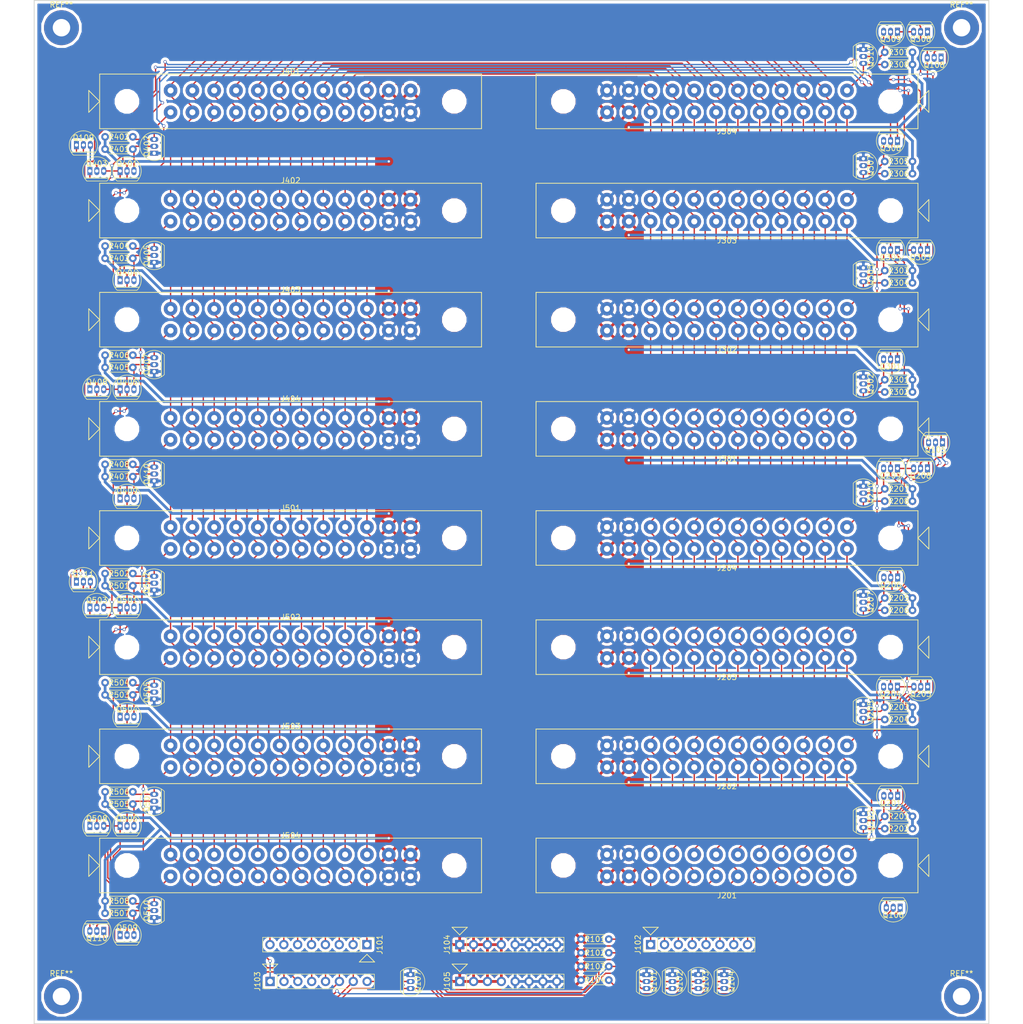
<source format=kicad_pcb>
(kicad_pcb (version 4) (host pcbnew 4.0.7-e2-6376~61~ubuntu18.04.1)
  (layers (0 F.Cu signal) (31 B.Cu signal) (34 B.Paste user) (35 F.Paste user) (36 B.SilkS user) (37 F.SilkS user) (38 B.Mask user) (39 F.Mask user) (44 Edge.Cuts user))
  (net 0 "")
  (net 1 /connectors_1/D0)
  (net 2 /connectors_1/D1)
  (net 3 /connectors_1/D2)
  (net 4 /connectors_1/D3)
  (net 5 /connectors_1/D4)
  (net 6 /connectors_1/D5)
  (net 7 /connectors_1/D6)
  (net 8 /connectors_1/D7)
  (net 9 /connectors_1/~D0)
  (net 10 /connectors_1/~D1)
  (net 11 /connectors_1/~D2)
  (net 12 /connectors_1/~D3)
  (net 13 /connectors_1/~D4)
  (net 14 /connectors_1/~D5)
  (net 15 /connectors_1/~D6)
  (net 16 /connectors_1/~D7)
  (net 17 /connectors_1/A0)
  (net 18 /connectors_1/A1)
  (net 19 /connectors_1/A2)
  (net 20 /connectors_1/A3)
  (net 21 /connectors_1/A4)
  (net 22 "Net-(J103-Pad6)")
  (net 23 "Net-(J103-Pad7)")
  (net 24 "Net-(J103-Pad8)")
  (net 25 VCC)
  (net 26 GND)
  (net 27 "Net-(J201-Pad24)")
  (net 28 "Net-(J202-Pad24)")
  (net 29 "Net-(J203-Pad24)")
  (net 30 "Net-(J204-Pad24)")
  (net 31 "Net-(J301-Pad24)")
  (net 32 "Net-(J302-Pad24)")
  (net 33 "Net-(J303-Pad24)")
  (net 34 "Net-(J304-Pad24)")
  (net 35 "Net-(J401-Pad24)")
  (net 36 "Net-(J402-Pad24)")
  (net 37 "Net-(J403-Pad24)")
  (net 38 "Net-(J404-Pad24)")
  (net 39 "Net-(J501-Pad24)")
  (net 40 "Net-(J502-Pad24)")
  (net 41 "Net-(J503-Pad24)")
  (net 42 "Net-(J504-Pad24)")
  (net 43 /connectors_1/~A3)
  (net 44 /connectors_1/~A4)
  (net 45 "Net-(Q103-Pad3)")
  (net 46 "Net-(Q104-Pad3)")
  (net 47 /connectors_1/E)
  (net 48 /connectors_2/E)
  (net 49 /connectors_3/E)
  (net 50 /connectors_4/E)
  (net 51 "Net-(Q109-Pad1)")
  (net 52 "Net-(Q201-Pad1)")
  (net 53 "Net-(Q301-Pad1)")
  (net 54 "Net-(Q401-Pad1)")
  (net 55 "Net-(Q501-Pad1)")
  (net 56 "Net-(Q105-Pad1)")
  (net 57 "Net-(Q106-Pad1)")
  (net 58 "Net-(Q201-Pad3)")
  (net 59 "Net-(Q204-Pad3)")
  (net 60 "Net-(Q206-Pad3)")
  (net 61 "Net-(Q206-Pad1)")
  (net 62 "Net-(Q209-Pad3)")
  (net 63 "Net-(Q301-Pad3)")
  (net 64 "Net-(Q304-Pad3)")
  (net 65 "Net-(Q306-Pad3)")
  (net 66 "Net-(Q306-Pad1)")
  (net 67 "Net-(Q309-Pad3)")
  (net 68 "Net-(Q401-Pad3)")
  (net 69 "Net-(Q404-Pad3)")
  (net 70 "Net-(Q406-Pad3)")
  (net 71 "Net-(Q406-Pad1)")
  (net 72 "Net-(Q409-Pad3)")
  (net 73 "Net-(Q501-Pad3)")
  (net 74 "Net-(Q504-Pad3)")
  (net 75 "Net-(Q506-Pad3)")
  (net 76 "Net-(Q506-Pad1)")
  (net 77 "Net-(Q509-Pad3)")
  (module footprints:PH_1x8 (layer F.Cu) (at 131 233 270)
    (fp_text reference J101 (at 0 -2.33 270) (layer F.SilkS))
    (fp_text value Conn_01x08)
    (pad 1 thru_hole rect (at 0 0 270) (size 1.7 1.7) (drill 1) (layers *.Cu *.Mask) (net 1 /connectors_1/D0))
    (pad 2 thru_hole oval (at 0 2.54 270) (size 1.7 1.7) (drill 1) (layers *.Cu *.Mask) (net 2 /connectors_1/D1))
    (pad 3 thru_hole oval (at 0 5.08 270) (size 1.7 1.7) (drill 1) (layers *.Cu *.Mask) (net 3 /connectors_1/D2))
    (pad 4 thru_hole oval (at 0 7.62 270) (size 1.7 1.7) (drill 1) (layers *.Cu *.Mask) (net 4 /connectors_1/D3))
    (pad 5 thru_hole oval (at 0 10.16 270) (size 1.7 1.7) (drill 1) (layers *.Cu *.Mask) (net 5 /connectors_1/D4))
    (pad 6 thru_hole oval (at 0 12.7 270) (size 1.7 1.7) (drill 1) (layers *.Cu *.Mask) (net 6 /connectors_1/D5))
    (pad 7 thru_hole oval (at 0 15.24 270) (size 1.7 1.7) (drill 1) (layers *.Cu *.Mask) (net 7 /connectors_1/D6))
    (pad 8 thru_hole oval (at 0 17.78 270) (size 1.7 1.7) (drill 1) (layers *.Cu *.Mask) (net 8 /connectors_1/D7))
  )
  (module footprints:PH_1x8 (layer F.Cu) (at 183 233 90)
    (fp_text reference J102 (at 0 -2.33 90) (layer F.SilkS))
    (fp_text value Conn_01x08)
    (pad 1 thru_hole rect (at 0 0 90) (size 1.7 1.7) (drill 1) (layers *.Cu *.Mask) (net 9 /connectors_1/~D0))
    (pad 2 thru_hole oval (at 0 2.54 90) (size 1.7 1.7) (drill 1) (layers *.Cu *.Mask) (net 10 /connectors_1/~D1))
    (pad 3 thru_hole oval (at 0 5.08 90) (size 1.7 1.7) (drill 1) (layers *.Cu *.Mask) (net 11 /connectors_1/~D2))
    (pad 4 thru_hole oval (at 0 7.62 90) (size 1.7 1.7) (drill 1) (layers *.Cu *.Mask) (net 12 /connectors_1/~D3))
    (pad 5 thru_hole oval (at 0 10.16 90) (size 1.7 1.7) (drill 1) (layers *.Cu *.Mask) (net 13 /connectors_1/~D4))
    (pad 6 thru_hole oval (at 0 12.7 90) (size 1.7 1.7) (drill 1) (layers *.Cu *.Mask) (net 14 /connectors_1/~D5))
    (pad 7 thru_hole oval (at 0 15.24 90) (size 1.7 1.7) (drill 1) (layers *.Cu *.Mask) (net 15 /connectors_1/~D6))
    (pad 8 thru_hole oval (at 0 17.78 90) (size 1.7 1.7) (drill 1) (layers *.Cu *.Mask) (net 16 /connectors_1/~D7))
  )
  (module footprints:PH_1x8 (layer F.Cu) (at 113.25 239.75 90)
    (fp_text reference J103 (at 0 -2.33 90) (layer F.SilkS))
    (fp_text value Conn_01x08)
    (pad 1 thru_hole rect (at 0 0 90) (size 1.7 1.7) (drill 1) (layers *.Cu *.Mask) (net 17 /connectors_1/A0))
    (pad 2 thru_hole oval (at 0 2.54 90) (size 1.7 1.7) (drill 1) (layers *.Cu *.Mask) (net 18 /connectors_1/A1))
    (pad 3 thru_hole oval (at 0 5.08 90) (size 1.7 1.7) (drill 1) (layers *.Cu *.Mask) (net 19 /connectors_1/A2))
    (pad 4 thru_hole oval (at 0 7.62 90) (size 1.7 1.7) (drill 1) (layers *.Cu *.Mask) (net 20 /connectors_1/A3))
    (pad 5 thru_hole oval (at 0 10.16 90) (size 1.7 1.7) (drill 1) (layers *.Cu *.Mask) (net 21 /connectors_1/A4))
    (pad 6 thru_hole oval (at 0 12.7 90) (size 1.7 1.7) (drill 1) (layers *.Cu *.Mask) (net 22 "Net-(J103-Pad6)"))
    (pad 7 thru_hole oval (at 0 15.24 90) (size 1.7 1.7) (drill 1) (layers *.Cu *.Mask) (net 23 "Net-(J103-Pad7)"))
    (pad 8 thru_hole oval (at 0 17.78 90) (size 1.7 1.7) (drill 1) (layers *.Cu *.Mask) (net 24 "Net-(J103-Pad8)"))
  )
  (module footprints:PH_1x8 (layer F.Cu) (at 148 233 90)
    (fp_text reference J104 (at 0 -2.33 90) (layer F.SilkS))
    (fp_text value Conn_01x08)
    (pad 1 thru_hole rect (at 0 0 90) (size 1.7 1.7) (drill 1) (layers *.Cu *.Mask) (net 25 VCC))
    (pad 2 thru_hole oval (at 0 2.54 90) (size 1.7 1.7) (drill 1) (layers *.Cu *.Mask) (net 25 VCC))
    (pad 3 thru_hole oval (at 0 5.08 90) (size 1.7 1.7) (drill 1) (layers *.Cu *.Mask) (net 25 VCC))
    (pad 4 thru_hole oval (at 0 7.62 90) (size 1.7 1.7) (drill 1) (layers *.Cu *.Mask) (net 25 VCC))
    (pad 5 thru_hole oval (at 0 10.16 90) (size 1.7 1.7) (drill 1) (layers *.Cu *.Mask) (net 26 GND))
    (pad 6 thru_hole oval (at 0 12.7 90) (size 1.7 1.7) (drill 1) (layers *.Cu *.Mask) (net 26 GND))
    (pad 7 thru_hole oval (at 0 15.24 90) (size 1.7 1.7) (drill 1) (layers *.Cu *.Mask) (net 26 GND))
    (pad 8 thru_hole oval (at 0 17.78 90) (size 1.7 1.7) (drill 1) (layers *.Cu *.Mask) (net 26 GND))
  )
  (module footprints:cardedge_conn_12p (layer F.Cu) (at 197 223.5)
    (fp_text reference J201 (at 0 0.5) (layer F.SilkS))
    (fp_text value cardedge_conn)
    (pad 1 thru_hole circle (at -22 -3) (size 2.5 2.5) (drill 1.1) (layers *.Cu *.Mask) (net 25 VCC))
    (pad 2 thru_hole circle (at -18 -3) (size 2.5 2.5) (drill 1.1) (layers *.Cu *.Mask) (net 25 VCC))
    (pad 3 thru_hole circle (at -14 -3) (size 2.5 2.5) (drill 1.1) (layers *.Cu *.Mask) (net 9 /connectors_1/~D0))
    (pad 4 thru_hole circle (at -10 -3) (size 2.5 2.5) (drill 1.1) (layers *.Cu *.Mask) (net 10 /connectors_1/~D1))
    (pad 5 thru_hole circle (at -6 -3) (size 2.5 2.5) (drill 1.1) (layers *.Cu *.Mask) (net 11 /connectors_1/~D2))
    (pad 6 thru_hole circle (at -2 -3) (size 2.5 2.5) (drill 1.1) (layers *.Cu *.Mask) (net 12 /connectors_1/~D3))
    (pad 7 thru_hole circle (at 2 -3) (size 2.5 2.5) (drill 1.1) (layers *.Cu *.Mask) (net 13 /connectors_1/~D4))
    (pad 8 thru_hole circle (at 6 -3) (size 2.5 2.5) (drill 1.1) (layers *.Cu *.Mask) (net 14 /connectors_1/~D5))
    (pad 9 thru_hole circle (at 10 -3) (size 2.5 2.5) (drill 1.1) (layers *.Cu *.Mask) (net 15 /connectors_1/~D6))
    (pad 10 thru_hole circle (at 14 -3) (size 2.5 2.5) (drill 1.1) (layers *.Cu *.Mask) (net 16 /connectors_1/~D7))
    (pad 11 thru_hole circle (at 18 -3) (size 2.5 2.5) (drill 1.1) (layers *.Cu *.Mask) (net 17 /connectors_1/A0))
    (pad 12 thru_hole circle (at 22 -3) (size 2.5 2.5) (drill 1.1) (layers *.Cu *.Mask) (net 18 /connectors_1/A1))
    (pad 13 thru_hole circle (at -22 -7) (size 2.5 2.5) (drill 1.1) (layers *.Cu *.Mask) (net 26 GND))
    (pad 14 thru_hole circle (at -18 -7) (size 2.5 2.5) (drill 1.1) (layers *.Cu *.Mask) (net 26 GND))
    (pad 15 thru_hole circle (at -14 -7) (size 2.5 2.5) (drill 1.1) (layers *.Cu *.Mask) (net 1 /connectors_1/D0))
    (pad 16 thru_hole circle (at -10 -7) (size 2.5 2.5) (drill 1.1) (layers *.Cu *.Mask) (net 2 /connectors_1/D1))
    (pad 17 thru_hole circle (at -6 -7) (size 2.5 2.5) (drill 1.1) (layers *.Cu *.Mask) (net 3 /connectors_1/D2))
    (pad 18 thru_hole circle (at -2 -7) (size 2.5 2.5) (drill 1.1) (layers *.Cu *.Mask) (net 4 /connectors_1/D3))
    (pad 19 thru_hole circle (at 2 -7) (size 2.5 2.5) (drill 1.1) (layers *.Cu *.Mask) (net 5 /connectors_1/D4))
    (pad 20 thru_hole circle (at 6 -7) (size 2.5 2.5) (drill 1.1) (layers *.Cu *.Mask) (net 6 /connectors_1/D5))
    (pad 21 thru_hole circle (at 10 -7) (size 2.5 2.5) (drill 1.1) (layers *.Cu *.Mask) (net 7 /connectors_1/D6))
    (pad 22 thru_hole circle (at 14 -7) (size 2.5 2.5) (drill 1.1) (layers *.Cu *.Mask) (net 8 /connectors_1/D7))
    (pad 23 thru_hole circle (at 18 -7) (size 2.5 2.5) (drill 1.1) (layers *.Cu *.Mask) (net 19 /connectors_1/A2))
    (pad 24 thru_hole circle (at 22 -7) (size 2.5 2.5) (drill 1.1) (layers *.Cu *.Mask) (net 27 "Net-(J201-Pad24)"))
    (pad "" np_thru_hole circle (at 30 -5) (size 3.5 3.5) (drill 3.5) (layers *.Cu *.Mask))
    (pad "" np_thru_hole circle (at -30 -5) (size 3.5 3.5) (drill 3.5) (layers *.Cu *.Mask))
  )
  (module footprints:cardedge_conn_12p (layer F.Cu) (at 197 203.5)
    (fp_text reference J202 (at 0 0.5) (layer F.SilkS))
    (fp_text value cardedge_conn)
    (pad 1 thru_hole circle (at -22 -3) (size 2.5 2.5) (drill 1.1) (layers *.Cu *.Mask) (net 25 VCC))
    (pad 2 thru_hole circle (at -18 -3) (size 2.5 2.5) (drill 1.1) (layers *.Cu *.Mask) (net 25 VCC))
    (pad 3 thru_hole circle (at -14 -3) (size 2.5 2.5) (drill 1.1) (layers *.Cu *.Mask) (net 9 /connectors_1/~D0))
    (pad 4 thru_hole circle (at -10 -3) (size 2.5 2.5) (drill 1.1) (layers *.Cu *.Mask) (net 10 /connectors_1/~D1))
    (pad 5 thru_hole circle (at -6 -3) (size 2.5 2.5) (drill 1.1) (layers *.Cu *.Mask) (net 11 /connectors_1/~D2))
    (pad 6 thru_hole circle (at -2 -3) (size 2.5 2.5) (drill 1.1) (layers *.Cu *.Mask) (net 12 /connectors_1/~D3))
    (pad 7 thru_hole circle (at 2 -3) (size 2.5 2.5) (drill 1.1) (layers *.Cu *.Mask) (net 13 /connectors_1/~D4))
    (pad 8 thru_hole circle (at 6 -3) (size 2.5 2.5) (drill 1.1) (layers *.Cu *.Mask) (net 14 /connectors_1/~D5))
    (pad 9 thru_hole circle (at 10 -3) (size 2.5 2.5) (drill 1.1) (layers *.Cu *.Mask) (net 15 /connectors_1/~D6))
    (pad 10 thru_hole circle (at 14 -3) (size 2.5 2.5) (drill 1.1) (layers *.Cu *.Mask) (net 16 /connectors_1/~D7))
    (pad 11 thru_hole circle (at 18 -3) (size 2.5 2.5) (drill 1.1) (layers *.Cu *.Mask) (net 17 /connectors_1/A0))
    (pad 12 thru_hole circle (at 22 -3) (size 2.5 2.5) (drill 1.1) (layers *.Cu *.Mask) (net 18 /connectors_1/A1))
    (pad 13 thru_hole circle (at -22 -7) (size 2.5 2.5) (drill 1.1) (layers *.Cu *.Mask) (net 26 GND))
    (pad 14 thru_hole circle (at -18 -7) (size 2.5 2.5) (drill 1.1) (layers *.Cu *.Mask) (net 26 GND))
    (pad 15 thru_hole circle (at -14 -7) (size 2.5 2.5) (drill 1.1) (layers *.Cu *.Mask) (net 1 /connectors_1/D0))
    (pad 16 thru_hole circle (at -10 -7) (size 2.5 2.5) (drill 1.1) (layers *.Cu *.Mask) (net 2 /connectors_1/D1))
    (pad 17 thru_hole circle (at -6 -7) (size 2.5 2.5) (drill 1.1) (layers *.Cu *.Mask) (net 3 /connectors_1/D2))
    (pad 18 thru_hole circle (at -2 -7) (size 2.5 2.5) (drill 1.1) (layers *.Cu *.Mask) (net 4 /connectors_1/D3))
    (pad 19 thru_hole circle (at 2 -7) (size 2.5 2.5) (drill 1.1) (layers *.Cu *.Mask) (net 5 /connectors_1/D4))
    (pad 20 thru_hole circle (at 6 -7) (size 2.5 2.5) (drill 1.1) (layers *.Cu *.Mask) (net 6 /connectors_1/D5))
    (pad 21 thru_hole circle (at 10 -7) (size 2.5 2.5) (drill 1.1) (layers *.Cu *.Mask) (net 7 /connectors_1/D6))
    (pad 22 thru_hole circle (at 14 -7) (size 2.5 2.5) (drill 1.1) (layers *.Cu *.Mask) (net 8 /connectors_1/D7))
    (pad 23 thru_hole circle (at 18 -7) (size 2.5 2.5) (drill 1.1) (layers *.Cu *.Mask) (net 19 /connectors_1/A2))
    (pad 24 thru_hole circle (at 22 -7) (size 2.5 2.5) (drill 1.1) (layers *.Cu *.Mask) (net 28 "Net-(J202-Pad24)"))
    (pad "" np_thru_hole circle (at 30 -5) (size 3.5 3.5) (drill 3.5) (layers *.Cu *.Mask))
    (pad "" np_thru_hole circle (at -30 -5) (size 3.5 3.5) (drill 3.5) (layers *.Cu *.Mask))
  )
  (module footprints:cardedge_conn_12p (layer F.Cu) (at 197 183.5)
    (fp_text reference J203 (at 0 0.5) (layer F.SilkS))
    (fp_text value cardedge_conn)
    (pad 1 thru_hole circle (at -22 -3) (size 2.5 2.5) (drill 1.1) (layers *.Cu *.Mask) (net 25 VCC))
    (pad 2 thru_hole circle (at -18 -3) (size 2.5 2.5) (drill 1.1) (layers *.Cu *.Mask) (net 25 VCC))
    (pad 3 thru_hole circle (at -14 -3) (size 2.5 2.5) (drill 1.1) (layers *.Cu *.Mask) (net 9 /connectors_1/~D0))
    (pad 4 thru_hole circle (at -10 -3) (size 2.5 2.5) (drill 1.1) (layers *.Cu *.Mask) (net 10 /connectors_1/~D1))
    (pad 5 thru_hole circle (at -6 -3) (size 2.5 2.5) (drill 1.1) (layers *.Cu *.Mask) (net 11 /connectors_1/~D2))
    (pad 6 thru_hole circle (at -2 -3) (size 2.5 2.5) (drill 1.1) (layers *.Cu *.Mask) (net 12 /connectors_1/~D3))
    (pad 7 thru_hole circle (at 2 -3) (size 2.5 2.5) (drill 1.1) (layers *.Cu *.Mask) (net 13 /connectors_1/~D4))
    (pad 8 thru_hole circle (at 6 -3) (size 2.5 2.5) (drill 1.1) (layers *.Cu *.Mask) (net 14 /connectors_1/~D5))
    (pad 9 thru_hole circle (at 10 -3) (size 2.5 2.5) (drill 1.1) (layers *.Cu *.Mask) (net 15 /connectors_1/~D6))
    (pad 10 thru_hole circle (at 14 -3) (size 2.5 2.5) (drill 1.1) (layers *.Cu *.Mask) (net 16 /connectors_1/~D7))
    (pad 11 thru_hole circle (at 18 -3) (size 2.5 2.5) (drill 1.1) (layers *.Cu *.Mask) (net 17 /connectors_1/A0))
    (pad 12 thru_hole circle (at 22 -3) (size 2.5 2.5) (drill 1.1) (layers *.Cu *.Mask) (net 18 /connectors_1/A1))
    (pad 13 thru_hole circle (at -22 -7) (size 2.5 2.5) (drill 1.1) (layers *.Cu *.Mask) (net 26 GND))
    (pad 14 thru_hole circle (at -18 -7) (size 2.5 2.5) (drill 1.1) (layers *.Cu *.Mask) (net 26 GND))
    (pad 15 thru_hole circle (at -14 -7) (size 2.5 2.5) (drill 1.1) (layers *.Cu *.Mask) (net 1 /connectors_1/D0))
    (pad 16 thru_hole circle (at -10 -7) (size 2.5 2.5) (drill 1.1) (layers *.Cu *.Mask) (net 2 /connectors_1/D1))
    (pad 17 thru_hole circle (at -6 -7) (size 2.5 2.5) (drill 1.1) (layers *.Cu *.Mask) (net 3 /connectors_1/D2))
    (pad 18 thru_hole circle (at -2 -7) (size 2.5 2.5) (drill 1.1) (layers *.Cu *.Mask) (net 4 /connectors_1/D3))
    (pad 19 thru_hole circle (at 2 -7) (size 2.5 2.5) (drill 1.1) (layers *.Cu *.Mask) (net 5 /connectors_1/D4))
    (pad 20 thru_hole circle (at 6 -7) (size 2.5 2.5) (drill 1.1) (layers *.Cu *.Mask) (net 6 /connectors_1/D5))
    (pad 21 thru_hole circle (at 10 -7) (size 2.5 2.5) (drill 1.1) (layers *.Cu *.Mask) (net 7 /connectors_1/D6))
    (pad 22 thru_hole circle (at 14 -7) (size 2.5 2.5) (drill 1.1) (layers *.Cu *.Mask) (net 8 /connectors_1/D7))
    (pad 23 thru_hole circle (at 18 -7) (size 2.5 2.5) (drill 1.1) (layers *.Cu *.Mask) (net 19 /connectors_1/A2))
    (pad 24 thru_hole circle (at 22 -7) (size 2.5 2.5) (drill 1.1) (layers *.Cu *.Mask) (net 29 "Net-(J203-Pad24)"))
    (pad "" np_thru_hole circle (at 30 -5) (size 3.5 3.5) (drill 3.5) (layers *.Cu *.Mask))
    (pad "" np_thru_hole circle (at -30 -5) (size 3.5 3.5) (drill 3.5) (layers *.Cu *.Mask))
  )
  (module footprints:cardedge_conn_12p (layer F.Cu) (at 197 163.5)
    (fp_text reference J204 (at 0 0.5) (layer F.SilkS))
    (fp_text value cardedge_conn)
    (pad 1 thru_hole circle (at -22 -3) (size 2.5 2.5) (drill 1.1) (layers *.Cu *.Mask) (net 25 VCC))
    (pad 2 thru_hole circle (at -18 -3) (size 2.5 2.5) (drill 1.1) (layers *.Cu *.Mask) (net 25 VCC))
    (pad 3 thru_hole circle (at -14 -3) (size 2.5 2.5) (drill 1.1) (layers *.Cu *.Mask) (net 9 /connectors_1/~D0))
    (pad 4 thru_hole circle (at -10 -3) (size 2.5 2.5) (drill 1.1) (layers *.Cu *.Mask) (net 10 /connectors_1/~D1))
    (pad 5 thru_hole circle (at -6 -3) (size 2.5 2.5) (drill 1.1) (layers *.Cu *.Mask) (net 11 /connectors_1/~D2))
    (pad 6 thru_hole circle (at -2 -3) (size 2.5 2.5) (drill 1.1) (layers *.Cu *.Mask) (net 12 /connectors_1/~D3))
    (pad 7 thru_hole circle (at 2 -3) (size 2.5 2.5) (drill 1.1) (layers *.Cu *.Mask) (net 13 /connectors_1/~D4))
    (pad 8 thru_hole circle (at 6 -3) (size 2.5 2.5) (drill 1.1) (layers *.Cu *.Mask) (net 14 /connectors_1/~D5))
    (pad 9 thru_hole circle (at 10 -3) (size 2.5 2.5) (drill 1.1) (layers *.Cu *.Mask) (net 15 /connectors_1/~D6))
    (pad 10 thru_hole circle (at 14 -3) (size 2.5 2.5) (drill 1.1) (layers *.Cu *.Mask) (net 16 /connectors_1/~D7))
    (pad 11 thru_hole circle (at 18 -3) (size 2.5 2.5) (drill 1.1) (layers *.Cu *.Mask) (net 17 /connectors_1/A0))
    (pad 12 thru_hole circle (at 22 -3) (size 2.5 2.5) (drill 1.1) (layers *.Cu *.Mask) (net 18 /connectors_1/A1))
    (pad 13 thru_hole circle (at -22 -7) (size 2.5 2.5) (drill 1.1) (layers *.Cu *.Mask) (net 26 GND))
    (pad 14 thru_hole circle (at -18 -7) (size 2.5 2.5) (drill 1.1) (layers *.Cu *.Mask) (net 26 GND))
    (pad 15 thru_hole circle (at -14 -7) (size 2.5 2.5) (drill 1.1) (layers *.Cu *.Mask) (net 1 /connectors_1/D0))
    (pad 16 thru_hole circle (at -10 -7) (size 2.5 2.5) (drill 1.1) (layers *.Cu *.Mask) (net 2 /connectors_1/D1))
    (pad 17 thru_hole circle (at -6 -7) (size 2.5 2.5) (drill 1.1) (layers *.Cu *.Mask) (net 3 /connectors_1/D2))
    (pad 18 thru_hole circle (at -2 -7) (size 2.5 2.5) (drill 1.1) (layers *.Cu *.Mask) (net 4 /connectors_1/D3))
    (pad 19 thru_hole circle (at 2 -7) (size 2.5 2.5) (drill 1.1) (layers *.Cu *.Mask) (net 5 /connectors_1/D4))
    (pad 20 thru_hole circle (at 6 -7) (size 2.5 2.5) (drill 1.1) (layers *.Cu *.Mask) (net 6 /connectors_1/D5))
    (pad 21 thru_hole circle (at 10 -7) (size 2.5 2.5) (drill 1.1) (layers *.Cu *.Mask) (net 7 /connectors_1/D6))
    (pad 22 thru_hole circle (at 14 -7) (size 2.5 2.5) (drill 1.1) (layers *.Cu *.Mask) (net 8 /connectors_1/D7))
    (pad 23 thru_hole circle (at 18 -7) (size 2.5 2.5) (drill 1.1) (layers *.Cu *.Mask) (net 19 /connectors_1/A2))
    (pad 24 thru_hole circle (at 22 -7) (size 2.5 2.5) (drill 1.1) (layers *.Cu *.Mask) (net 30 "Net-(J204-Pad24)"))
    (pad "" np_thru_hole circle (at 30 -5) (size 3.5 3.5) (drill 3.5) (layers *.Cu *.Mask))
    (pad "" np_thru_hole circle (at -30 -5) (size 3.5 3.5) (drill 3.5) (layers *.Cu *.Mask))
  )
  (module footprints:cardedge_conn_12p (layer F.Cu) (at 197 143.5)
    (fp_text reference J301 (at 0 0.5) (layer F.SilkS))
    (fp_text value cardedge_conn)
    (pad 1 thru_hole circle (at -22 -3) (size 2.5 2.5) (drill 1.1) (layers *.Cu *.Mask) (net 25 VCC))
    (pad 2 thru_hole circle (at -18 -3) (size 2.5 2.5) (drill 1.1) (layers *.Cu *.Mask) (net 25 VCC))
    (pad 3 thru_hole circle (at -14 -3) (size 2.5 2.5) (drill 1.1) (layers *.Cu *.Mask) (net 9 /connectors_1/~D0))
    (pad 4 thru_hole circle (at -10 -3) (size 2.5 2.5) (drill 1.1) (layers *.Cu *.Mask) (net 10 /connectors_1/~D1))
    (pad 5 thru_hole circle (at -6 -3) (size 2.5 2.5) (drill 1.1) (layers *.Cu *.Mask) (net 11 /connectors_1/~D2))
    (pad 6 thru_hole circle (at -2 -3) (size 2.5 2.5) (drill 1.1) (layers *.Cu *.Mask) (net 12 /connectors_1/~D3))
    (pad 7 thru_hole circle (at 2 -3) (size 2.5 2.5) (drill 1.1) (layers *.Cu *.Mask) (net 13 /connectors_1/~D4))
    (pad 8 thru_hole circle (at 6 -3) (size 2.5 2.5) (drill 1.1) (layers *.Cu *.Mask) (net 14 /connectors_1/~D5))
    (pad 9 thru_hole circle (at 10 -3) (size 2.5 2.5) (drill 1.1) (layers *.Cu *.Mask) (net 15 /connectors_1/~D6))
    (pad 10 thru_hole circle (at 14 -3) (size 2.5 2.5) (drill 1.1) (layers *.Cu *.Mask) (net 16 /connectors_1/~D7))
    (pad 11 thru_hole circle (at 18 -3) (size 2.5 2.5) (drill 1.1) (layers *.Cu *.Mask) (net 17 /connectors_1/A0))
    (pad 12 thru_hole circle (at 22 -3) (size 2.5 2.5) (drill 1.1) (layers *.Cu *.Mask) (net 18 /connectors_1/A1))
    (pad 13 thru_hole circle (at -22 -7) (size 2.5 2.5) (drill 1.1) (layers *.Cu *.Mask) (net 26 GND))
    (pad 14 thru_hole circle (at -18 -7) (size 2.5 2.5) (drill 1.1) (layers *.Cu *.Mask) (net 26 GND))
    (pad 15 thru_hole circle (at -14 -7) (size 2.5 2.5) (drill 1.1) (layers *.Cu *.Mask) (net 1 /connectors_1/D0))
    (pad 16 thru_hole circle (at -10 -7) (size 2.5 2.5) (drill 1.1) (layers *.Cu *.Mask) (net 2 /connectors_1/D1))
    (pad 17 thru_hole circle (at -6 -7) (size 2.5 2.5) (drill 1.1) (layers *.Cu *.Mask) (net 3 /connectors_1/D2))
    (pad 18 thru_hole circle (at -2 -7) (size 2.5 2.5) (drill 1.1) (layers *.Cu *.Mask) (net 4 /connectors_1/D3))
    (pad 19 thru_hole circle (at 2 -7) (size 2.5 2.5) (drill 1.1) (layers *.Cu *.Mask) (net 5 /connectors_1/D4))
    (pad 20 thru_hole circle (at 6 -7) (size 2.5 2.5) (drill 1.1) (layers *.Cu *.Mask) (net 6 /connectors_1/D5))
    (pad 21 thru_hole circle (at 10 -7) (size 2.5 2.5) (drill 1.1) (layers *.Cu *.Mask) (net 7 /connectors_1/D6))
    (pad 22 thru_hole circle (at 14 -7) (size 2.5 2.5) (drill 1.1) (layers *.Cu *.Mask) (net 8 /connectors_1/D7))
    (pad 23 thru_hole circle (at 18 -7) (size 2.5 2.5) (drill 1.1) (layers *.Cu *.Mask) (net 19 /connectors_1/A2))
    (pad 24 thru_hole circle (at 22 -7) (size 2.5 2.5) (drill 1.1) (layers *.Cu *.Mask) (net 31 "Net-(J301-Pad24)"))
    (pad "" np_thru_hole circle (at 30 -5) (size 3.5 3.5) (drill 3.5) (layers *.Cu *.Mask))
    (pad "" np_thru_hole circle (at -30 -5) (size 3.5 3.5) (drill 3.5) (layers *.Cu *.Mask))
  )
  (module footprints:cardedge_conn_12p (layer F.Cu) (at 197 123.5)
    (fp_text reference J302 (at 0 0.5) (layer F.SilkS))
    (fp_text value cardedge_conn)
    (pad 1 thru_hole circle (at -22 -3) (size 2.5 2.5) (drill 1.1) (layers *.Cu *.Mask) (net 25 VCC))
    (pad 2 thru_hole circle (at -18 -3) (size 2.5 2.5) (drill 1.1) (layers *.Cu *.Mask) (net 25 VCC))
    (pad 3 thru_hole circle (at -14 -3) (size 2.5 2.5) (drill 1.1) (layers *.Cu *.Mask) (net 9 /connectors_1/~D0))
    (pad 4 thru_hole circle (at -10 -3) (size 2.5 2.5) (drill 1.1) (layers *.Cu *.Mask) (net 10 /connectors_1/~D1))
    (pad 5 thru_hole circle (at -6 -3) (size 2.5 2.5) (drill 1.1) (layers *.Cu *.Mask) (net 11 /connectors_1/~D2))
    (pad 6 thru_hole circle (at -2 -3) (size 2.5 2.5) (drill 1.1) (layers *.Cu *.Mask) (net 12 /connectors_1/~D3))
    (pad 7 thru_hole circle (at 2 -3) (size 2.5 2.5) (drill 1.1) (layers *.Cu *.Mask) (net 13 /connectors_1/~D4))
    (pad 8 thru_hole circle (at 6 -3) (size 2.5 2.5) (drill 1.1) (layers *.Cu *.Mask) (net 14 /connectors_1/~D5))
    (pad 9 thru_hole circle (at 10 -3) (size 2.5 2.5) (drill 1.1) (layers *.Cu *.Mask) (net 15 /connectors_1/~D6))
    (pad 10 thru_hole circle (at 14 -3) (size 2.5 2.5) (drill 1.1) (layers *.Cu *.Mask) (net 16 /connectors_1/~D7))
    (pad 11 thru_hole circle (at 18 -3) (size 2.5 2.5) (drill 1.1) (layers *.Cu *.Mask) (net 17 /connectors_1/A0))
    (pad 12 thru_hole circle (at 22 -3) (size 2.5 2.5) (drill 1.1) (layers *.Cu *.Mask) (net 18 /connectors_1/A1))
    (pad 13 thru_hole circle (at -22 -7) (size 2.5 2.5) (drill 1.1) (layers *.Cu *.Mask) (net 26 GND))
    (pad 14 thru_hole circle (at -18 -7) (size 2.5 2.5) (drill 1.1) (layers *.Cu *.Mask) (net 26 GND))
    (pad 15 thru_hole circle (at -14 -7) (size 2.5 2.5) (drill 1.1) (layers *.Cu *.Mask) (net 1 /connectors_1/D0))
    (pad 16 thru_hole circle (at -10 -7) (size 2.5 2.5) (drill 1.1) (layers *.Cu *.Mask) (net 2 /connectors_1/D1))
    (pad 17 thru_hole circle (at -6 -7) (size 2.5 2.5) (drill 1.1) (layers *.Cu *.Mask) (net 3 /connectors_1/D2))
    (pad 18 thru_hole circle (at -2 -7) (size 2.5 2.5) (drill 1.1) (layers *.Cu *.Mask) (net 4 /connectors_1/D3))
    (pad 19 thru_hole circle (at 2 -7) (size 2.5 2.5) (drill 1.1) (layers *.Cu *.Mask) (net 5 /connectors_1/D4))
    (pad 20 thru_hole circle (at 6 -7) (size 2.5 2.5) (drill 1.1) (layers *.Cu *.Mask) (net 6 /connectors_1/D5))
    (pad 21 thru_hole circle (at 10 -7) (size 2.5 2.5) (drill 1.1) (layers *.Cu *.Mask) (net 7 /connectors_1/D6))
    (pad 22 thru_hole circle (at 14 -7) (size 2.5 2.5) (drill 1.1) (layers *.Cu *.Mask) (net 8 /connectors_1/D7))
    (pad 23 thru_hole circle (at 18 -7) (size 2.5 2.5) (drill 1.1) (layers *.Cu *.Mask) (net 19 /connectors_1/A2))
    (pad 24 thru_hole circle (at 22 -7) (size 2.5 2.5) (drill 1.1) (layers *.Cu *.Mask) (net 32 "Net-(J302-Pad24)"))
    (pad "" np_thru_hole circle (at 30 -5) (size 3.5 3.5) (drill 3.5) (layers *.Cu *.Mask))
    (pad "" np_thru_hole circle (at -30 -5) (size 3.5 3.5) (drill 3.5) (layers *.Cu *.Mask))
  )
  (module footprints:cardedge_conn_12p (layer F.Cu) (at 197 103.5)
    (fp_text reference J303 (at 0 0.5) (layer F.SilkS))
    (fp_text value cardedge_conn)
    (pad 1 thru_hole circle (at -22 -3) (size 2.5 2.5) (drill 1.1) (layers *.Cu *.Mask) (net 25 VCC))
    (pad 2 thru_hole circle (at -18 -3) (size 2.5 2.5) (drill 1.1) (layers *.Cu *.Mask) (net 25 VCC))
    (pad 3 thru_hole circle (at -14 -3) (size 2.5 2.5) (drill 1.1) (layers *.Cu *.Mask) (net 9 /connectors_1/~D0))
    (pad 4 thru_hole circle (at -10 -3) (size 2.5 2.5) (drill 1.1) (layers *.Cu *.Mask) (net 10 /connectors_1/~D1))
    (pad 5 thru_hole circle (at -6 -3) (size 2.5 2.5) (drill 1.1) (layers *.Cu *.Mask) (net 11 /connectors_1/~D2))
    (pad 6 thru_hole circle (at -2 -3) (size 2.5 2.5) (drill 1.1) (layers *.Cu *.Mask) (net 12 /connectors_1/~D3))
    (pad 7 thru_hole circle (at 2 -3) (size 2.5 2.5) (drill 1.1) (layers *.Cu *.Mask) (net 13 /connectors_1/~D4))
    (pad 8 thru_hole circle (at 6 -3) (size 2.5 2.5) (drill 1.1) (layers *.Cu *.Mask) (net 14 /connectors_1/~D5))
    (pad 9 thru_hole circle (at 10 -3) (size 2.5 2.5) (drill 1.1) (layers *.Cu *.Mask) (net 15 /connectors_1/~D6))
    (pad 10 thru_hole circle (at 14 -3) (size 2.5 2.5) (drill 1.1) (layers *.Cu *.Mask) (net 16 /connectors_1/~D7))
    (pad 11 thru_hole circle (at 18 -3) (size 2.5 2.5) (drill 1.1) (layers *.Cu *.Mask) (net 17 /connectors_1/A0))
    (pad 12 thru_hole circle (at 22 -3) (size 2.5 2.5) (drill 1.1) (layers *.Cu *.Mask) (net 18 /connectors_1/A1))
    (pad 13 thru_hole circle (at -22 -7) (size 2.5 2.5) (drill 1.1) (layers *.Cu *.Mask) (net 26 GND))
    (pad 14 thru_hole circle (at -18 -7) (size 2.5 2.5) (drill 1.1) (layers *.Cu *.Mask) (net 26 GND))
    (pad 15 thru_hole circle (at -14 -7) (size 2.5 2.5) (drill 1.1) (layers *.Cu *.Mask) (net 1 /connectors_1/D0))
    (pad 16 thru_hole circle (at -10 -7) (size 2.5 2.5) (drill 1.1) (layers *.Cu *.Mask) (net 2 /connectors_1/D1))
    (pad 17 thru_hole circle (at -6 -7) (size 2.5 2.5) (drill 1.1) (layers *.Cu *.Mask) (net 3 /connectors_1/D2))
    (pad 18 thru_hole circle (at -2 -7) (size 2.5 2.5) (drill 1.1) (layers *.Cu *.Mask) (net 4 /connectors_1/D3))
    (pad 19 thru_hole circle (at 2 -7) (size 2.5 2.5) (drill 1.1) (layers *.Cu *.Mask) (net 5 /connectors_1/D4))
    (pad 20 thru_hole circle (at 6 -7) (size 2.5 2.5) (drill 1.1) (layers *.Cu *.Mask) (net 6 /connectors_1/D5))
    (pad 21 thru_hole circle (at 10 -7) (size 2.5 2.5) (drill 1.1) (layers *.Cu *.Mask) (net 7 /connectors_1/D6))
    (pad 22 thru_hole circle (at 14 -7) (size 2.5 2.5) (drill 1.1) (layers *.Cu *.Mask) (net 8 /connectors_1/D7))
    (pad 23 thru_hole circle (at 18 -7) (size 2.5 2.5) (drill 1.1) (layers *.Cu *.Mask) (net 19 /connectors_1/A2))
    (pad 24 thru_hole circle (at 22 -7) (size 2.5 2.5) (drill 1.1) (layers *.Cu *.Mask) (net 33 "Net-(J303-Pad24)"))
    (pad "" np_thru_hole circle (at 30 -5) (size 3.5 3.5) (drill 3.5) (layers *.Cu *.Mask))
    (pad "" np_thru_hole circle (at -30 -5) (size 3.5 3.5) (drill 3.5) (layers *.Cu *.Mask))
  )
  (module footprints:cardedge_conn_12p (layer F.Cu) (at 197 83.5)
    (fp_text reference J304 (at 0 0.5) (layer F.SilkS))
    (fp_text value cardedge_conn)
    (pad 1 thru_hole circle (at -22 -3) (size 2.5 2.5) (drill 1.1) (layers *.Cu *.Mask) (net 25 VCC))
    (pad 2 thru_hole circle (at -18 -3) (size 2.5 2.5) (drill 1.1) (layers *.Cu *.Mask) (net 25 VCC))
    (pad 3 thru_hole circle (at -14 -3) (size 2.5 2.5) (drill 1.1) (layers *.Cu *.Mask) (net 9 /connectors_1/~D0))
    (pad 4 thru_hole circle (at -10 -3) (size 2.5 2.5) (drill 1.1) (layers *.Cu *.Mask) (net 10 /connectors_1/~D1))
    (pad 5 thru_hole circle (at -6 -3) (size 2.5 2.5) (drill 1.1) (layers *.Cu *.Mask) (net 11 /connectors_1/~D2))
    (pad 6 thru_hole circle (at -2 -3) (size 2.5 2.5) (drill 1.1) (layers *.Cu *.Mask) (net 12 /connectors_1/~D3))
    (pad 7 thru_hole circle (at 2 -3) (size 2.5 2.5) (drill 1.1) (layers *.Cu *.Mask) (net 13 /connectors_1/~D4))
    (pad 8 thru_hole circle (at 6 -3) (size 2.5 2.5) (drill 1.1) (layers *.Cu *.Mask) (net 14 /connectors_1/~D5))
    (pad 9 thru_hole circle (at 10 -3) (size 2.5 2.5) (drill 1.1) (layers *.Cu *.Mask) (net 15 /connectors_1/~D6))
    (pad 10 thru_hole circle (at 14 -3) (size 2.5 2.5) (drill 1.1) (layers *.Cu *.Mask) (net 16 /connectors_1/~D7))
    (pad 11 thru_hole circle (at 18 -3) (size 2.5 2.5) (drill 1.1) (layers *.Cu *.Mask) (net 17 /connectors_1/A0))
    (pad 12 thru_hole circle (at 22 -3) (size 2.5 2.5) (drill 1.1) (layers *.Cu *.Mask) (net 18 /connectors_1/A1))
    (pad 13 thru_hole circle (at -22 -7) (size 2.5 2.5) (drill 1.1) (layers *.Cu *.Mask) (net 26 GND))
    (pad 14 thru_hole circle (at -18 -7) (size 2.5 2.5) (drill 1.1) (layers *.Cu *.Mask) (net 26 GND))
    (pad 15 thru_hole circle (at -14 -7) (size 2.5 2.5) (drill 1.1) (layers *.Cu *.Mask) (net 1 /connectors_1/D0))
    (pad 16 thru_hole circle (at -10 -7) (size 2.5 2.5) (drill 1.1) (layers *.Cu *.Mask) (net 2 /connectors_1/D1))
    (pad 17 thru_hole circle (at -6 -7) (size 2.5 2.5) (drill 1.1) (layers *.Cu *.Mask) (net 3 /connectors_1/D2))
    (pad 18 thru_hole circle (at -2 -7) (size 2.5 2.5) (drill 1.1) (layers *.Cu *.Mask) (net 4 /connectors_1/D3))
    (pad 19 thru_hole circle (at 2 -7) (size 2.5 2.5) (drill 1.1) (layers *.Cu *.Mask) (net 5 /connectors_1/D4))
    (pad 20 thru_hole circle (at 6 -7) (size 2.5 2.5) (drill 1.1) (layers *.Cu *.Mask) (net 6 /connectors_1/D5))
    (pad 21 thru_hole circle (at 10 -7) (size 2.5 2.5) (drill 1.1) (layers *.Cu *.Mask) (net 7 /connectors_1/D6))
    (pad 22 thru_hole circle (at 14 -7) (size 2.5 2.5) (drill 1.1) (layers *.Cu *.Mask) (net 8 /connectors_1/D7))
    (pad 23 thru_hole circle (at 18 -7) (size 2.5 2.5) (drill 1.1) (layers *.Cu *.Mask) (net 19 /connectors_1/A2))
    (pad 24 thru_hole circle (at 22 -7) (size 2.5 2.5) (drill 1.1) (layers *.Cu *.Mask) (net 34 "Net-(J304-Pad24)"))
    (pad "" np_thru_hole circle (at 30 -5) (size 3.5 3.5) (drill 3.5) (layers *.Cu *.Mask))
    (pad "" np_thru_hole circle (at -30 -5) (size 3.5 3.5) (drill 3.5) (layers *.Cu *.Mask))
  )
  (module footprints:cardedge_conn_12p (layer F.Cu) (at 117 73.5 180)
    (fp_text reference J401 (at 0 0.5 180) (layer F.SilkS))
    (fp_text value cardedge_conn)
    (pad 1 thru_hole circle (at -22 -3 180) (size 2.5 2.5) (drill 1.1) (layers *.Cu *.Mask) (net 25 VCC))
    (pad 2 thru_hole circle (at -18 -3 180) (size 2.5 2.5) (drill 1.1) (layers *.Cu *.Mask) (net 25 VCC))
    (pad 3 thru_hole circle (at -14 -3 180) (size 2.5 2.5) (drill 1.1) (layers *.Cu *.Mask) (net 9 /connectors_1/~D0))
    (pad 4 thru_hole circle (at -10 -3 180) (size 2.5 2.5) (drill 1.1) (layers *.Cu *.Mask) (net 10 /connectors_1/~D1))
    (pad 5 thru_hole circle (at -6 -3 180) (size 2.5 2.5) (drill 1.1) (layers *.Cu *.Mask) (net 11 /connectors_1/~D2))
    (pad 6 thru_hole circle (at -2 -3 180) (size 2.5 2.5) (drill 1.1) (layers *.Cu *.Mask) (net 12 /connectors_1/~D3))
    (pad 7 thru_hole circle (at 2 -3 180) (size 2.5 2.5) (drill 1.1) (layers *.Cu *.Mask) (net 13 /connectors_1/~D4))
    (pad 8 thru_hole circle (at 6 -3 180) (size 2.5 2.5) (drill 1.1) (layers *.Cu *.Mask) (net 14 /connectors_1/~D5))
    (pad 9 thru_hole circle (at 10 -3 180) (size 2.5 2.5) (drill 1.1) (layers *.Cu *.Mask) (net 15 /connectors_1/~D6))
    (pad 10 thru_hole circle (at 14 -3 180) (size 2.5 2.5) (drill 1.1) (layers *.Cu *.Mask) (net 16 /connectors_1/~D7))
    (pad 11 thru_hole circle (at 18 -3 180) (size 2.5 2.5) (drill 1.1) (layers *.Cu *.Mask) (net 17 /connectors_1/A0))
    (pad 12 thru_hole circle (at 22 -3 180) (size 2.5 2.5) (drill 1.1) (layers *.Cu *.Mask) (net 18 /connectors_1/A1))
    (pad 13 thru_hole circle (at -22 -7 180) (size 2.5 2.5) (drill 1.1) (layers *.Cu *.Mask) (net 26 GND))
    (pad 14 thru_hole circle (at -18 -7 180) (size 2.5 2.5) (drill 1.1) (layers *.Cu *.Mask) (net 26 GND))
    (pad 15 thru_hole circle (at -14 -7 180) (size 2.5 2.5) (drill 1.1) (layers *.Cu *.Mask) (net 1 /connectors_1/D0))
    (pad 16 thru_hole circle (at -10 -7 180) (size 2.5 2.5) (drill 1.1) (layers *.Cu *.Mask) (net 2 /connectors_1/D1))
    (pad 17 thru_hole circle (at -6 -7 180) (size 2.5 2.5) (drill 1.1) (layers *.Cu *.Mask) (net 3 /connectors_1/D2))
    (pad 18 thru_hole circle (at -2 -7 180) (size 2.5 2.5) (drill 1.1) (layers *.Cu *.Mask) (net 4 /connectors_1/D3))
    (pad 19 thru_hole circle (at 2 -7 180) (size 2.5 2.5) (drill 1.1) (layers *.Cu *.Mask) (net 5 /connectors_1/D4))
    (pad 20 thru_hole circle (at 6 -7 180) (size 2.5 2.5) (drill 1.1) (layers *.Cu *.Mask) (net 6 /connectors_1/D5))
    (pad 21 thru_hole circle (at 10 -7 180) (size 2.5 2.5) (drill 1.1) (layers *.Cu *.Mask) (net 7 /connectors_1/D6))
    (pad 22 thru_hole circle (at 14 -7 180) (size 2.5 2.5) (drill 1.1) (layers *.Cu *.Mask) (net 8 /connectors_1/D7))
    (pad 23 thru_hole circle (at 18 -7 180) (size 2.5 2.5) (drill 1.1) (layers *.Cu *.Mask) (net 19 /connectors_1/A2))
    (pad 24 thru_hole circle (at 22 -7 180) (size 2.5 2.5) (drill 1.1) (layers *.Cu *.Mask) (net 35 "Net-(J401-Pad24)"))
    (pad "" np_thru_hole circle (at 30 -5 180) (size 3.5 3.5) (drill 3.5) (layers *.Cu *.Mask))
    (pad "" np_thru_hole circle (at -30 -5 180) (size 3.5 3.5) (drill 3.5) (layers *.Cu *.Mask))
  )
  (module footprints:cardedge_conn_12p (layer F.Cu) (at 117 93.5 180)
    (fp_text reference J402 (at 0 0.5 180) (layer F.SilkS))
    (fp_text value cardedge_conn)
    (pad 1 thru_hole circle (at -22 -3 180) (size 2.5 2.5) (drill 1.1) (layers *.Cu *.Mask) (net 25 VCC))
    (pad 2 thru_hole circle (at -18 -3 180) (size 2.5 2.5) (drill 1.1) (layers *.Cu *.Mask) (net 25 VCC))
    (pad 3 thru_hole circle (at -14 -3 180) (size 2.5 2.5) (drill 1.1) (layers *.Cu *.Mask) (net 9 /connectors_1/~D0))
    (pad 4 thru_hole circle (at -10 -3 180) (size 2.5 2.5) (drill 1.1) (layers *.Cu *.Mask) (net 10 /connectors_1/~D1))
    (pad 5 thru_hole circle (at -6 -3 180) (size 2.5 2.5) (drill 1.1) (layers *.Cu *.Mask) (net 11 /connectors_1/~D2))
    (pad 6 thru_hole circle (at -2 -3 180) (size 2.5 2.5) (drill 1.1) (layers *.Cu *.Mask) (net 12 /connectors_1/~D3))
    (pad 7 thru_hole circle (at 2 -3 180) (size 2.5 2.5) (drill 1.1) (layers *.Cu *.Mask) (net 13 /connectors_1/~D4))
    (pad 8 thru_hole circle (at 6 -3 180) (size 2.5 2.5) (drill 1.1) (layers *.Cu *.Mask) (net 14 /connectors_1/~D5))
    (pad 9 thru_hole circle (at 10 -3 180) (size 2.5 2.5) (drill 1.1) (layers *.Cu *.Mask) (net 15 /connectors_1/~D6))
    (pad 10 thru_hole circle (at 14 -3 180) (size 2.5 2.5) (drill 1.1) (layers *.Cu *.Mask) (net 16 /connectors_1/~D7))
    (pad 11 thru_hole circle (at 18 -3 180) (size 2.5 2.5) (drill 1.1) (layers *.Cu *.Mask) (net 17 /connectors_1/A0))
    (pad 12 thru_hole circle (at 22 -3 180) (size 2.5 2.5) (drill 1.1) (layers *.Cu *.Mask) (net 18 /connectors_1/A1))
    (pad 13 thru_hole circle (at -22 -7 180) (size 2.5 2.5) (drill 1.1) (layers *.Cu *.Mask) (net 26 GND))
    (pad 14 thru_hole circle (at -18 -7 180) (size 2.5 2.5) (drill 1.1) (layers *.Cu *.Mask) (net 26 GND))
    (pad 15 thru_hole circle (at -14 -7 180) (size 2.5 2.5) (drill 1.1) (layers *.Cu *.Mask) (net 1 /connectors_1/D0))
    (pad 16 thru_hole circle (at -10 -7 180) (size 2.5 2.5) (drill 1.1) (layers *.Cu *.Mask) (net 2 /connectors_1/D1))
    (pad 17 thru_hole circle (at -6 -7 180) (size 2.5 2.5) (drill 1.1) (layers *.Cu *.Mask) (net 3 /connectors_1/D2))
    (pad 18 thru_hole circle (at -2 -7 180) (size 2.5 2.5) (drill 1.1) (layers *.Cu *.Mask) (net 4 /connectors_1/D3))
    (pad 19 thru_hole circle (at 2 -7 180) (size 2.5 2.5) (drill 1.1) (layers *.Cu *.Mask) (net 5 /connectors_1/D4))
    (pad 20 thru_hole circle (at 6 -7 180) (size 2.5 2.5) (drill 1.1) (layers *.Cu *.Mask) (net 6 /connectors_1/D5))
    (pad 21 thru_hole circle (at 10 -7 180) (size 2.5 2.5) (drill 1.1) (layers *.Cu *.Mask) (net 7 /connectors_1/D6))
    (pad 22 thru_hole circle (at 14 -7 180) (size 2.5 2.5) (drill 1.1) (layers *.Cu *.Mask) (net 8 /connectors_1/D7))
    (pad 23 thru_hole circle (at 18 -7 180) (size 2.5 2.5) (drill 1.1) (layers *.Cu *.Mask) (net 19 /connectors_1/A2))
    (pad 24 thru_hole circle (at 22 -7 180) (size 2.5 2.5) (drill 1.1) (layers *.Cu *.Mask) (net 36 "Net-(J402-Pad24)"))
    (pad "" np_thru_hole circle (at 30 -5 180) (size 3.5 3.5) (drill 3.5) (layers *.Cu *.Mask))
    (pad "" np_thru_hole circle (at -30 -5 180) (size 3.5 3.5) (drill 3.5) (layers *.Cu *.Mask))
  )
  (module footprints:cardedge_conn_12p (layer F.Cu) (at 117 113.5 180)
    (fp_text reference J403 (at 0 0.5 180) (layer F.SilkS))
    (fp_text value cardedge_conn)
    (pad 1 thru_hole circle (at -22 -3 180) (size 2.5 2.5) (drill 1.1) (layers *.Cu *.Mask) (net 25 VCC))
    (pad 2 thru_hole circle (at -18 -3 180) (size 2.5 2.5) (drill 1.1) (layers *.Cu *.Mask) (net 25 VCC))
    (pad 3 thru_hole circle (at -14 -3 180) (size 2.5 2.5) (drill 1.1) (layers *.Cu *.Mask) (net 9 /connectors_1/~D0))
    (pad 4 thru_hole circle (at -10 -3 180) (size 2.5 2.5) (drill 1.1) (layers *.Cu *.Mask) (net 10 /connectors_1/~D1))
    (pad 5 thru_hole circle (at -6 -3 180) (size 2.5 2.5) (drill 1.1) (layers *.Cu *.Mask) (net 11 /connectors_1/~D2))
    (pad 6 thru_hole circle (at -2 -3 180) (size 2.5 2.5) (drill 1.1) (layers *.Cu *.Mask) (net 12 /connectors_1/~D3))
    (pad 7 thru_hole circle (at 2 -3 180) (size 2.5 2.5) (drill 1.1) (layers *.Cu *.Mask) (net 13 /connectors_1/~D4))
    (pad 8 thru_hole circle (at 6 -3 180) (size 2.5 2.5) (drill 1.1) (layers *.Cu *.Mask) (net 14 /connectors_1/~D5))
    (pad 9 thru_hole circle (at 10 -3 180) (size 2.5 2.5) (drill 1.1) (layers *.Cu *.Mask) (net 15 /connectors_1/~D6))
    (pad 10 thru_hole circle (at 14 -3 180) (size 2.5 2.5) (drill 1.1) (layers *.Cu *.Mask) (net 16 /connectors_1/~D7))
    (pad 11 thru_hole circle (at 18 -3 180) (size 2.5 2.5) (drill 1.1) (layers *.Cu *.Mask) (net 17 /connectors_1/A0))
    (pad 12 thru_hole circle (at 22 -3 180) (size 2.5 2.5) (drill 1.1) (layers *.Cu *.Mask) (net 18 /connectors_1/A1))
    (pad 13 thru_hole circle (at -22 -7 180) (size 2.5 2.5) (drill 1.1) (layers *.Cu *.Mask) (net 26 GND))
    (pad 14 thru_hole circle (at -18 -7 180) (size 2.5 2.5) (drill 1.1) (layers *.Cu *.Mask) (net 26 GND))
    (pad 15 thru_hole circle (at -14 -7 180) (size 2.5 2.5) (drill 1.1) (layers *.Cu *.Mask) (net 1 /connectors_1/D0))
    (pad 16 thru_hole circle (at -10 -7 180) (size 2.5 2.5) (drill 1.1) (layers *.Cu *.Mask) (net 2 /connectors_1/D1))
    (pad 17 thru_hole circle (at -6 -7 180) (size 2.5 2.5) (drill 1.1) (layers *.Cu *.Mask) (net 3 /connectors_1/D2))
    (pad 18 thru_hole circle (at -2 -7 180) (size 2.5 2.5) (drill 1.1) (layers *.Cu *.Mask) (net 4 /connectors_1/D3))
    (pad 19 thru_hole circle (at 2 -7 180) (size 2.5 2.5) (drill 1.1) (layers *.Cu *.Mask) (net 5 /connectors_1/D4))
    (pad 20 thru_hole circle (at 6 -7 180) (size 2.5 2.5) (drill 1.1) (layers *.Cu *.Mask) (net 6 /connectors_1/D5))
    (pad 21 thru_hole circle (at 10 -7 180) (size 2.5 2.5) (drill 1.1) (layers *.Cu *.Mask) (net 7 /connectors_1/D6))
    (pad 22 thru_hole circle (at 14 -7 180) (size 2.5 2.5) (drill 1.1) (layers *.Cu *.Mask) (net 8 /connectors_1/D7))
    (pad 23 thru_hole circle (at 18 -7 180) (size 2.5 2.5) (drill 1.1) (layers *.Cu *.Mask) (net 19 /connectors_1/A2))
    (pad 24 thru_hole circle (at 22 -7 180) (size 2.5 2.5) (drill 1.1) (layers *.Cu *.Mask) (net 37 "Net-(J403-Pad24)"))
    (pad "" np_thru_hole circle (at 30 -5 180) (size 3.5 3.5) (drill 3.5) (layers *.Cu *.Mask))
    (pad "" np_thru_hole circle (at -30 -5 180) (size 3.5 3.5) (drill 3.5) (layers *.Cu *.Mask))
  )
  (module footprints:cardedge_conn_12p (layer F.Cu) (at 117 133.5 180)
    (fp_text reference J404 (at 0 0.5 180) (layer F.SilkS))
    (fp_text value cardedge_conn)
    (pad 1 thru_hole circle (at -22 -3 180) (size 2.5 2.5) (drill 1.1) (layers *.Cu *.Mask) (net 25 VCC))
    (pad 2 thru_hole circle (at -18 -3 180) (size 2.5 2.5) (drill 1.1) (layers *.Cu *.Mask) (net 25 VCC))
    (pad 3 thru_hole circle (at -14 -3 180) (size 2.5 2.5) (drill 1.1) (layers *.Cu *.Mask) (net 9 /connectors_1/~D0))
    (pad 4 thru_hole circle (at -10 -3 180) (size 2.5 2.5) (drill 1.1) (layers *.Cu *.Mask) (net 10 /connectors_1/~D1))
    (pad 5 thru_hole circle (at -6 -3 180) (size 2.5 2.5) (drill 1.1) (layers *.Cu *.Mask) (net 11 /connectors_1/~D2))
    (pad 6 thru_hole circle (at -2 -3 180) (size 2.5 2.5) (drill 1.1) (layers *.Cu *.Mask) (net 12 /connectors_1/~D3))
    (pad 7 thru_hole circle (at 2 -3 180) (size 2.5 2.5) (drill 1.1) (layers *.Cu *.Mask) (net 13 /connectors_1/~D4))
    (pad 8 thru_hole circle (at 6 -3 180) (size 2.5 2.5) (drill 1.1) (layers *.Cu *.Mask) (net 14 /connectors_1/~D5))
    (pad 9 thru_hole circle (at 10 -3 180) (size 2.5 2.5) (drill 1.1) (layers *.Cu *.Mask) (net 15 /connectors_1/~D6))
    (pad 10 thru_hole circle (at 14 -3 180) (size 2.5 2.5) (drill 1.1) (layers *.Cu *.Mask) (net 16 /connectors_1/~D7))
    (pad 11 thru_hole circle (at 18 -3 180) (size 2.5 2.5) (drill 1.1) (layers *.Cu *.Mask) (net 17 /connectors_1/A0))
    (pad 12 thru_hole circle (at 22 -3 180) (size 2.5 2.5) (drill 1.1) (layers *.Cu *.Mask) (net 18 /connectors_1/A1))
    (pad 13 thru_hole circle (at -22 -7 180) (size 2.5 2.5) (drill 1.1) (layers *.Cu *.Mask) (net 26 GND))
    (pad 14 thru_hole circle (at -18 -7 180) (size 2.5 2.5) (drill 1.1) (layers *.Cu *.Mask) (net 26 GND))
    (pad 15 thru_hole circle (at -14 -7 180) (size 2.5 2.5) (drill 1.1) (layers *.Cu *.Mask) (net 1 /connectors_1/D0))
    (pad 16 thru_hole circle (at -10 -7 180) (size 2.5 2.5) (drill 1.1) (layers *.Cu *.Mask) (net 2 /connectors_1/D1))
    (pad 17 thru_hole circle (at -6 -7 180) (size 2.5 2.5) (drill 1.1) (layers *.Cu *.Mask) (net 3 /connectors_1/D2))
    (pad 18 thru_hole circle (at -2 -7 180) (size 2.5 2.5) (drill 1.1) (layers *.Cu *.Mask) (net 4 /connectors_1/D3))
    (pad 19 thru_hole circle (at 2 -7 180) (size 2.5 2.5) (drill 1.1) (layers *.Cu *.Mask) (net 5 /connectors_1/D4))
    (pad 20 thru_hole circle (at 6 -7 180) (size 2.5 2.5) (drill 1.1) (layers *.Cu *.Mask) (net 6 /connectors_1/D5))
    (pad 21 thru_hole circle (at 10 -7 180) (size 2.5 2.5) (drill 1.1) (layers *.Cu *.Mask) (net 7 /connectors_1/D6))
    (pad 22 thru_hole circle (at 14 -7 180) (size 2.5 2.5) (drill 1.1) (layers *.Cu *.Mask) (net 8 /connectors_1/D7))
    (pad 23 thru_hole circle (at 18 -7 180) (size 2.5 2.5) (drill 1.1) (layers *.Cu *.Mask) (net 19 /connectors_1/A2))
    (pad 24 thru_hole circle (at 22 -7 180) (size 2.5 2.5) (drill 1.1) (layers *.Cu *.Mask) (net 38 "Net-(J404-Pad24)"))
    (pad "" np_thru_hole circle (at 30 -5 180) (size 3.5 3.5) (drill 3.5) (layers *.Cu *.Mask))
    (pad "" np_thru_hole circle (at -30 -5 180) (size 3.5 3.5) (drill 3.5) (layers *.Cu *.Mask))
  )
  (module footprints:cardedge_conn_12p (layer F.Cu) (at 117 153.5 180)
    (fp_text reference J501 (at 0 0.5 180) (layer F.SilkS))
    (fp_text value cardedge_conn)
    (pad 1 thru_hole circle (at -22 -3 180) (size 2.5 2.5) (drill 1.1) (layers *.Cu *.Mask) (net 25 VCC))
    (pad 2 thru_hole circle (at -18 -3 180) (size 2.5 2.5) (drill 1.1) (layers *.Cu *.Mask) (net 25 VCC))
    (pad 3 thru_hole circle (at -14 -3 180) (size 2.5 2.5) (drill 1.1) (layers *.Cu *.Mask) (net 9 /connectors_1/~D0))
    (pad 4 thru_hole circle (at -10 -3 180) (size 2.5 2.5) (drill 1.1) (layers *.Cu *.Mask) (net 10 /connectors_1/~D1))
    (pad 5 thru_hole circle (at -6 -3 180) (size 2.5 2.5) (drill 1.1) (layers *.Cu *.Mask) (net 11 /connectors_1/~D2))
    (pad 6 thru_hole circle (at -2 -3 180) (size 2.5 2.5) (drill 1.1) (layers *.Cu *.Mask) (net 12 /connectors_1/~D3))
    (pad 7 thru_hole circle (at 2 -3 180) (size 2.5 2.5) (drill 1.1) (layers *.Cu *.Mask) (net 13 /connectors_1/~D4))
    (pad 8 thru_hole circle (at 6 -3 180) (size 2.5 2.5) (drill 1.1) (layers *.Cu *.Mask) (net 14 /connectors_1/~D5))
    (pad 9 thru_hole circle (at 10 -3 180) (size 2.5 2.5) (drill 1.1) (layers *.Cu *.Mask) (net 15 /connectors_1/~D6))
    (pad 10 thru_hole circle (at 14 -3 180) (size 2.5 2.5) (drill 1.1) (layers *.Cu *.Mask) (net 16 /connectors_1/~D7))
    (pad 11 thru_hole circle (at 18 -3 180) (size 2.5 2.5) (drill 1.1) (layers *.Cu *.Mask) (net 17 /connectors_1/A0))
    (pad 12 thru_hole circle (at 22 -3 180) (size 2.5 2.5) (drill 1.1) (layers *.Cu *.Mask) (net 18 /connectors_1/A1))
    (pad 13 thru_hole circle (at -22 -7 180) (size 2.5 2.5) (drill 1.1) (layers *.Cu *.Mask) (net 26 GND))
    (pad 14 thru_hole circle (at -18 -7 180) (size 2.5 2.5) (drill 1.1) (layers *.Cu *.Mask) (net 26 GND))
    (pad 15 thru_hole circle (at -14 -7 180) (size 2.5 2.5) (drill 1.1) (layers *.Cu *.Mask) (net 1 /connectors_1/D0))
    (pad 16 thru_hole circle (at -10 -7 180) (size 2.5 2.5) (drill 1.1) (layers *.Cu *.Mask) (net 2 /connectors_1/D1))
    (pad 17 thru_hole circle (at -6 -7 180) (size 2.5 2.5) (drill 1.1) (layers *.Cu *.Mask) (net 3 /connectors_1/D2))
    (pad 18 thru_hole circle (at -2 -7 180) (size 2.5 2.5) (drill 1.1) (layers *.Cu *.Mask) (net 4 /connectors_1/D3))
    (pad 19 thru_hole circle (at 2 -7 180) (size 2.5 2.5) (drill 1.1) (layers *.Cu *.Mask) (net 5 /connectors_1/D4))
    (pad 20 thru_hole circle (at 6 -7 180) (size 2.5 2.5) (drill 1.1) (layers *.Cu *.Mask) (net 6 /connectors_1/D5))
    (pad 21 thru_hole circle (at 10 -7 180) (size 2.5 2.5) (drill 1.1) (layers *.Cu *.Mask) (net 7 /connectors_1/D6))
    (pad 22 thru_hole circle (at 14 -7 180) (size 2.5 2.5) (drill 1.1) (layers *.Cu *.Mask) (net 8 /connectors_1/D7))
    (pad 23 thru_hole circle (at 18 -7 180) (size 2.5 2.5) (drill 1.1) (layers *.Cu *.Mask) (net 19 /connectors_1/A2))
    (pad 24 thru_hole circle (at 22 -7 180) (size 2.5 2.5) (drill 1.1) (layers *.Cu *.Mask) (net 39 "Net-(J501-Pad24)"))
    (pad "" np_thru_hole circle (at 30 -5 180) (size 3.5 3.5) (drill 3.5) (layers *.Cu *.Mask))
    (pad "" np_thru_hole circle (at -30 -5 180) (size 3.5 3.5) (drill 3.5) (layers *.Cu *.Mask))
  )
  (module footprints:cardedge_conn_12p (layer F.Cu) (at 117 173.5 180)
    (fp_text reference J502 (at 0 0.5 180) (layer F.SilkS))
    (fp_text value cardedge_conn)
    (pad 1 thru_hole circle (at -22 -3 180) (size 2.5 2.5) (drill 1.1) (layers *.Cu *.Mask) (net 25 VCC))
    (pad 2 thru_hole circle (at -18 -3 180) (size 2.5 2.5) (drill 1.1) (layers *.Cu *.Mask) (net 25 VCC))
    (pad 3 thru_hole circle (at -14 -3 180) (size 2.5 2.5) (drill 1.1) (layers *.Cu *.Mask) (net 9 /connectors_1/~D0))
    (pad 4 thru_hole circle (at -10 -3 180) (size 2.5 2.5) (drill 1.1) (layers *.Cu *.Mask) (net 10 /connectors_1/~D1))
    (pad 5 thru_hole circle (at -6 -3 180) (size 2.5 2.5) (drill 1.1) (layers *.Cu *.Mask) (net 11 /connectors_1/~D2))
    (pad 6 thru_hole circle (at -2 -3 180) (size 2.5 2.5) (drill 1.1) (layers *.Cu *.Mask) (net 12 /connectors_1/~D3))
    (pad 7 thru_hole circle (at 2 -3 180) (size 2.5 2.5) (drill 1.1) (layers *.Cu *.Mask) (net 13 /connectors_1/~D4))
    (pad 8 thru_hole circle (at 6 -3 180) (size 2.5 2.5) (drill 1.1) (layers *.Cu *.Mask) (net 14 /connectors_1/~D5))
    (pad 9 thru_hole circle (at 10 -3 180) (size 2.5 2.5) (drill 1.1) (layers *.Cu *.Mask) (net 15 /connectors_1/~D6))
    (pad 10 thru_hole circle (at 14 -3 180) (size 2.5 2.5) (drill 1.1) (layers *.Cu *.Mask) (net 16 /connectors_1/~D7))
    (pad 11 thru_hole circle (at 18 -3 180) (size 2.5 2.5) (drill 1.1) (layers *.Cu *.Mask) (net 17 /connectors_1/A0))
    (pad 12 thru_hole circle (at 22 -3 180) (size 2.5 2.5) (drill 1.1) (layers *.Cu *.Mask) (net 18 /connectors_1/A1))
    (pad 13 thru_hole circle (at -22 -7 180) (size 2.5 2.5) (drill 1.1) (layers *.Cu *.Mask) (net 26 GND))
    (pad 14 thru_hole circle (at -18 -7 180) (size 2.5 2.5) (drill 1.1) (layers *.Cu *.Mask) (net 26 GND))
    (pad 15 thru_hole circle (at -14 -7 180) (size 2.5 2.5) (drill 1.1) (layers *.Cu *.Mask) (net 1 /connectors_1/D0))
    (pad 16 thru_hole circle (at -10 -7 180) (size 2.5 2.5) (drill 1.1) (layers *.Cu *.Mask) (net 2 /connectors_1/D1))
    (pad 17 thru_hole circle (at -6 -7 180) (size 2.5 2.5) (drill 1.1) (layers *.Cu *.Mask) (net 3 /connectors_1/D2))
    (pad 18 thru_hole circle (at -2 -7 180) (size 2.5 2.5) (drill 1.1) (layers *.Cu *.Mask) (net 4 /connectors_1/D3))
    (pad 19 thru_hole circle (at 2 -7 180) (size 2.5 2.5) (drill 1.1) (layers *.Cu *.Mask) (net 5 /connectors_1/D4))
    (pad 20 thru_hole circle (at 6 -7 180) (size 2.5 2.5) (drill 1.1) (layers *.Cu *.Mask) (net 6 /connectors_1/D5))
    (pad 21 thru_hole circle (at 10 -7 180) (size 2.5 2.5) (drill 1.1) (layers *.Cu *.Mask) (net 7 /connectors_1/D6))
    (pad 22 thru_hole circle (at 14 -7 180) (size 2.5 2.5) (drill 1.1) (layers *.Cu *.Mask) (net 8 /connectors_1/D7))
    (pad 23 thru_hole circle (at 18 -7 180) (size 2.5 2.5) (drill 1.1) (layers *.Cu *.Mask) (net 19 /connectors_1/A2))
    (pad 24 thru_hole circle (at 22 -7 180) (size 2.5 2.5) (drill 1.1) (layers *.Cu *.Mask) (net 40 "Net-(J502-Pad24)"))
    (pad "" np_thru_hole circle (at 30 -5 180) (size 3.5 3.5) (drill 3.5) (layers *.Cu *.Mask))
    (pad "" np_thru_hole circle (at -30 -5 180) (size 3.5 3.5) (drill 3.5) (layers *.Cu *.Mask))
  )
  (module footprints:cardedge_conn_12p (layer F.Cu) (at 117 193.5 180)
    (fp_text reference J503 (at 0 0.5 180) (layer F.SilkS))
    (fp_text value cardedge_conn)
    (pad 1 thru_hole circle (at -22 -3 180) (size 2.5 2.5) (drill 1.1) (layers *.Cu *.Mask) (net 25 VCC))
    (pad 2 thru_hole circle (at -18 -3 180) (size 2.5 2.5) (drill 1.1) (layers *.Cu *.Mask) (net 25 VCC))
    (pad 3 thru_hole circle (at -14 -3 180) (size 2.5 2.5) (drill 1.1) (layers *.Cu *.Mask) (net 9 /connectors_1/~D0))
    (pad 4 thru_hole circle (at -10 -3 180) (size 2.5 2.5) (drill 1.1) (layers *.Cu *.Mask) (net 10 /connectors_1/~D1))
    (pad 5 thru_hole circle (at -6 -3 180) (size 2.5 2.5) (drill 1.1) (layers *.Cu *.Mask) (net 11 /connectors_1/~D2))
    (pad 6 thru_hole circle (at -2 -3 180) (size 2.5 2.5) (drill 1.1) (layers *.Cu *.Mask) (net 12 /connectors_1/~D3))
    (pad 7 thru_hole circle (at 2 -3 180) (size 2.5 2.5) (drill 1.1) (layers *.Cu *.Mask) (net 13 /connectors_1/~D4))
    (pad 8 thru_hole circle (at 6 -3 180) (size 2.5 2.5) (drill 1.1) (layers *.Cu *.Mask) (net 14 /connectors_1/~D5))
    (pad 9 thru_hole circle (at 10 -3 180) (size 2.5 2.5) (drill 1.1) (layers *.Cu *.Mask) (net 15 /connectors_1/~D6))
    (pad 10 thru_hole circle (at 14 -3 180) (size 2.5 2.5) (drill 1.1) (layers *.Cu *.Mask) (net 16 /connectors_1/~D7))
    (pad 11 thru_hole circle (at 18 -3 180) (size 2.5 2.5) (drill 1.1) (layers *.Cu *.Mask) (net 17 /connectors_1/A0))
    (pad 12 thru_hole circle (at 22 -3 180) (size 2.5 2.5) (drill 1.1) (layers *.Cu *.Mask) (net 18 /connectors_1/A1))
    (pad 13 thru_hole circle (at -22 -7 180) (size 2.5 2.5) (drill 1.1) (layers *.Cu *.Mask) (net 26 GND))
    (pad 14 thru_hole circle (at -18 -7 180) (size 2.5 2.5) (drill 1.1) (layers *.Cu *.Mask) (net 26 GND))
    (pad 15 thru_hole circle (at -14 -7 180) (size 2.5 2.5) (drill 1.1) (layers *.Cu *.Mask) (net 1 /connectors_1/D0))
    (pad 16 thru_hole circle (at -10 -7 180) (size 2.5 2.5) (drill 1.1) (layers *.Cu *.Mask) (net 2 /connectors_1/D1))
    (pad 17 thru_hole circle (at -6 -7 180) (size 2.5 2.5) (drill 1.1) (layers *.Cu *.Mask) (net 3 /connectors_1/D2))
    (pad 18 thru_hole circle (at -2 -7 180) (size 2.5 2.5) (drill 1.1) (layers *.Cu *.Mask) (net 4 /connectors_1/D3))
    (pad 19 thru_hole circle (at 2 -7 180) (size 2.5 2.5) (drill 1.1) (layers *.Cu *.Mask) (net 5 /connectors_1/D4))
    (pad 20 thru_hole circle (at 6 -7 180) (size 2.5 2.5) (drill 1.1) (layers *.Cu *.Mask) (net 6 /connectors_1/D5))
    (pad 21 thru_hole circle (at 10 -7 180) (size 2.5 2.5) (drill 1.1) (layers *.Cu *.Mask) (net 7 /connectors_1/D6))
    (pad 22 thru_hole circle (at 14 -7 180) (size 2.5 2.5) (drill 1.1) (layers *.Cu *.Mask) (net 8 /connectors_1/D7))
    (pad 23 thru_hole circle (at 18 -7 180) (size 2.5 2.5) (drill 1.1) (layers *.Cu *.Mask) (net 19 /connectors_1/A2))
    (pad 24 thru_hole circle (at 22 -7 180) (size 2.5 2.5) (drill 1.1) (layers *.Cu *.Mask) (net 41 "Net-(J503-Pad24)"))
    (pad "" np_thru_hole circle (at 30 -5 180) (size 3.5 3.5) (drill 3.5) (layers *.Cu *.Mask))
    (pad "" np_thru_hole circle (at -30 -5 180) (size 3.5 3.5) (drill 3.5) (layers *.Cu *.Mask))
  )
  (module footprints:cardedge_conn_12p (layer F.Cu) (at 117 213.5 180)
    (fp_text reference J504 (at 0 0.5 180) (layer F.SilkS))
    (fp_text value cardedge_conn)
    (pad 1 thru_hole circle (at -22 -3 180) (size 2.5 2.5) (drill 1.1) (layers *.Cu *.Mask) (net 25 VCC))
    (pad 2 thru_hole circle (at -18 -3 180) (size 2.5 2.5) (drill 1.1) (layers *.Cu *.Mask) (net 25 VCC))
    (pad 3 thru_hole circle (at -14 -3 180) (size 2.5 2.5) (drill 1.1) (layers *.Cu *.Mask) (net 9 /connectors_1/~D0))
    (pad 4 thru_hole circle (at -10 -3 180) (size 2.5 2.5) (drill 1.1) (layers *.Cu *.Mask) (net 10 /connectors_1/~D1))
    (pad 5 thru_hole circle (at -6 -3 180) (size 2.5 2.5) (drill 1.1) (layers *.Cu *.Mask) (net 11 /connectors_1/~D2))
    (pad 6 thru_hole circle (at -2 -3 180) (size 2.5 2.5) (drill 1.1) (layers *.Cu *.Mask) (net 12 /connectors_1/~D3))
    (pad 7 thru_hole circle (at 2 -3 180) (size 2.5 2.5) (drill 1.1) (layers *.Cu *.Mask) (net 13 /connectors_1/~D4))
    (pad 8 thru_hole circle (at 6 -3 180) (size 2.5 2.5) (drill 1.1) (layers *.Cu *.Mask) (net 14 /connectors_1/~D5))
    (pad 9 thru_hole circle (at 10 -3 180) (size 2.5 2.5) (drill 1.1) (layers *.Cu *.Mask) (net 15 /connectors_1/~D6))
    (pad 10 thru_hole circle (at 14 -3 180) (size 2.5 2.5) (drill 1.1) (layers *.Cu *.Mask) (net 16 /connectors_1/~D7))
    (pad 11 thru_hole circle (at 18 -3 180) (size 2.5 2.5) (drill 1.1) (layers *.Cu *.Mask) (net 17 /connectors_1/A0))
    (pad 12 thru_hole circle (at 22 -3 180) (size 2.5 2.5) (drill 1.1) (layers *.Cu *.Mask) (net 18 /connectors_1/A1))
    (pad 13 thru_hole circle (at -22 -7 180) (size 2.5 2.5) (drill 1.1) (layers *.Cu *.Mask) (net 26 GND))
    (pad 14 thru_hole circle (at -18 -7 180) (size 2.5 2.5) (drill 1.1) (layers *.Cu *.Mask) (net 26 GND))
    (pad 15 thru_hole circle (at -14 -7 180) (size 2.5 2.5) (drill 1.1) (layers *.Cu *.Mask) (net 1 /connectors_1/D0))
    (pad 16 thru_hole circle (at -10 -7 180) (size 2.5 2.5) (drill 1.1) (layers *.Cu *.Mask) (net 2 /connectors_1/D1))
    (pad 17 thru_hole circle (at -6 -7 180) (size 2.5 2.5) (drill 1.1) (layers *.Cu *.Mask) (net 3 /connectors_1/D2))
    (pad 18 thru_hole circle (at -2 -7 180) (size 2.5 2.5) (drill 1.1) (layers *.Cu *.Mask) (net 4 /connectors_1/D3))
    (pad 19 thru_hole circle (at 2 -7 180) (size 2.5 2.5) (drill 1.1) (layers *.Cu *.Mask) (net 5 /connectors_1/D4))
    (pad 20 thru_hole circle (at 6 -7 180) (size 2.5 2.5) (drill 1.1) (layers *.Cu *.Mask) (net 6 /connectors_1/D5))
    (pad 21 thru_hole circle (at 10 -7 180) (size 2.5 2.5) (drill 1.1) (layers *.Cu *.Mask) (net 7 /connectors_1/D6))
    (pad 22 thru_hole circle (at 14 -7 180) (size 2.5 2.5) (drill 1.1) (layers *.Cu *.Mask) (net 8 /connectors_1/D7))
    (pad 23 thru_hole circle (at 18 -7 180) (size 2.5 2.5) (drill 1.1) (layers *.Cu *.Mask) (net 19 /connectors_1/A2))
    (pad 24 thru_hole circle (at 22 -7 180) (size 2.5 2.5) (drill 1.1) (layers *.Cu *.Mask) (net 42 "Net-(J504-Pad24)"))
    (pad "" np_thru_hole circle (at 30 -5 180) (size 3.5 3.5) (drill 3.5) (layers *.Cu *.Mask))
    (pad "" np_thru_hole circle (at -30 -5 180) (size 3.5 3.5) (drill 3.5) (layers *.Cu *.Mask))
  )
  (module footprints:TO-92-FET (layer F.Cu) (at 182.25 238.5 270)
    (fp_text reference Q101 (at 1.27 -1.3335 270) (layer F.SilkS))
    (fp_text value 2N7000)
    (pad 2 thru_hole oval (at 1.27 0 90) (size 0.9 1.5) (drill 0.6) (layers *.Cu *.Mask) (net 20 /connectors_1/A3))
    (pad 3 thru_hole oval (at 2.54 0 90) (size 0.9 1.5) (drill 0.6) (layers *.Cu *.Mask) (net 43 /connectors_1/~A3))
    (pad 1 thru_hole rect (at 0 0 90) (size 0.9 1.5) (drill 0.6) (layers *.Cu *.Mask) (net 26 GND))
  )
  (module footprints:TO-92-FET (layer F.Cu) (at 187 238.5 270)
    (fp_text reference Q102 (at 1.27 -1.3335 270) (layer F.SilkS))
    (fp_text value 2N7000)
    (pad 2 thru_hole oval (at 1.27 0 90) (size 0.9 1.5) (drill 0.6) (layers *.Cu *.Mask) (net 21 /connectors_1/A4))
    (pad 3 thru_hole oval (at 2.54 0 90) (size 0.9 1.5) (drill 0.6) (layers *.Cu *.Mask) (net 44 /connectors_1/~A4))
    (pad 1 thru_hole rect (at 0 0 90) (size 0.9 1.5) (drill 0.6) (layers *.Cu *.Mask) (net 26 GND))
  )
  (module footprints:TO-92-FET (layer F.Cu) (at 191.75 238.5 270)
    (fp_text reference Q103 (at 1.27 -1.3335 270) (layer F.SilkS))
    (fp_text value 2N7000)
    (pad 2 thru_hole oval (at 1.27 0 90) (size 0.9 1.5) (drill 0.6) (layers *.Cu *.Mask) (net 22 "Net-(J103-Pad6)"))
    (pad 3 thru_hole oval (at 2.54 0 90) (size 0.9 1.5) (drill 0.6) (layers *.Cu *.Mask) (net 45 "Net-(Q103-Pad3)"))
    (pad 1 thru_hole rect (at 0 0 90) (size 0.9 1.5) (drill 0.6) (layers *.Cu *.Mask) (net 26 GND))
  )
  (module footprints:TO-92-FET (layer F.Cu) (at 196.5 238.5 270)
    (fp_text reference Q104 (at 1.27 -1.3335 270) (layer F.SilkS))
    (fp_text value 2N7000)
    (pad 2 thru_hole oval (at 1.27 0 90) (size 0.9 1.5) (drill 0.6) (layers *.Cu *.Mask) (net 23 "Net-(J103-Pad7)"))
    (pad 3 thru_hole oval (at 2.54 0 90) (size 0.9 1.5) (drill 0.6) (layers *.Cu *.Mask) (net 46 "Net-(Q104-Pad3)"))
    (pad 1 thru_hole rect (at 0 0 90) (size 0.9 1.5) (drill 0.6) (layers *.Cu *.Mask) (net 26 GND))
  )
  (module footprints:TO-92-FET (layer F.Cu) (at 236.5 141 180)
    (fp_text reference Q105 (at 1.27 -1.3335 180) (layer F.SilkS))
    (fp_text value 2N7000)
    (pad 2 thru_hole oval (at 1.27 0) (size 0.9 1.5) (drill 0.6) (layers *.Cu *.Mask) (net 45 "Net-(Q103-Pad3)"))
    (pad 3 thru_hole oval (at 2.54 0) (size 0.9 1.5) (drill 0.6) (layers *.Cu *.Mask) (net 47 /connectors_1/E))
    (pad 1 thru_hole rect (at 0 0) (size 0.9 1.5) (drill 0.6) (layers *.Cu *.Mask) (net 56 "Net-(Q105-Pad1)"))
  )
  (module footprints:TO-92-FET (layer F.Cu) (at 228.75 226.25 180)
    (fp_text reference Q106 (at 1.27 -1.3335 180) (layer F.SilkS))
    (fp_text value 2N7000)
    (pad 2 thru_hole oval (at 1.27 0) (size 0.9 1.5) (drill 0.6) (layers *.Cu *.Mask) (net 46 "Net-(Q104-Pad3)"))
    (pad 3 thru_hole oval (at 2.54 0) (size 0.9 1.5) (drill 0.6) (layers *.Cu *.Mask) (net 56 "Net-(Q105-Pad1)"))
    (pad 1 thru_hole rect (at 0 0) (size 0.9 1.5) (drill 0.6) (layers *.Cu *.Mask) (net 57 "Net-(Q106-Pad1)"))
  )
  (module footprints:TO-92-FET (layer F.Cu) (at 139 238.5 270)
    (fp_text reference Q107 (at 1.27 -1.3335 270) (layer F.SilkS))
    (fp_text value 2N7000)
    (pad 2 thru_hole oval (at 1.27 0 90) (size 0.9 1.5) (drill 0.6) (layers *.Cu *.Mask) (net 24 "Net-(J103-Pad8)"))
    (pad 3 thru_hole oval (at 2.54 0 90) (size 0.9 1.5) (drill 0.6) (layers *.Cu *.Mask) (net 57 "Net-(Q106-Pad1)"))
    (pad 1 thru_hole rect (at 0 0 90) (size 0.9 1.5) (drill 0.6) (layers *.Cu *.Mask) (net 26 GND))
  )
  (module footprints:TO-92-FET (layer F.Cu) (at 236.25 70.5 180)
    (fp_text reference Q108 (at 1.27 -1.3335 180) (layer F.SilkS))
    (fp_text value 2N7000)
    (pad 2 thru_hole oval (at 1.27 0) (size 0.9 1.5) (drill 0.6) (layers *.Cu *.Mask) (net 22 "Net-(J103-Pad6)"))
    (pad 3 thru_hole oval (at 2.54 0) (size 0.9 1.5) (drill 0.6) (layers *.Cu *.Mask) (net 48 /connectors_2/E))
    (pad 1 thru_hole rect (at 0 0) (size 0.9 1.5) (drill 0.6) (layers *.Cu *.Mask) (net 56 "Net-(Q105-Pad1)"))
  )
  (module footprints:TO-92-FET (layer F.Cu) (at 77.75 86.5)
    (fp_text reference Q109 (at 1.27 -1.3335) (layer F.SilkS))
    (fp_text value 2N7000)
    (pad 2 thru_hole oval (at 1.27 0 180) (size 0.9 1.5) (drill 0.6) (layers *.Cu *.Mask) (net 45 "Net-(Q103-Pad3)"))
    (pad 3 thru_hole oval (at 2.54 0 180) (size 0.9 1.5) (drill 0.6) (layers *.Cu *.Mask) (net 49 /connectors_3/E))
    (pad 1 thru_hole rect (at 0 0 180) (size 0.9 1.5) (drill 0.6) (layers *.Cu *.Mask) (net 51 "Net-(Q109-Pad1)"))
  )
  (module footprints:TO-92-FET (layer F.Cu) (at 82.75 230.5 180)
    (fp_text reference Q110 (at 1.27 -1.3335 180) (layer F.SilkS))
    (fp_text value 2N7000)
    (pad 2 thru_hole oval (at 1.27 0) (size 0.9 1.5) (drill 0.6) (layers *.Cu *.Mask) (net 23 "Net-(J103-Pad7)"))
    (pad 3 thru_hole oval (at 2.54 0) (size 0.9 1.5) (drill 0.6) (layers *.Cu *.Mask) (net 51 "Net-(Q109-Pad1)"))
    (pad 1 thru_hole rect (at 0 0) (size 0.9 1.5) (drill 0.6) (layers *.Cu *.Mask) (net 57 "Net-(Q106-Pad1)"))
  )
  (module footprints:TO-92-FET (layer F.Cu) (at 77.75 166.5)
    (fp_text reference Q111 (at 1.27 -1.3335) (layer F.SilkS))
    (fp_text value 2N7000)
    (pad 2 thru_hole oval (at 1.27 0 180) (size 0.9 1.5) (drill 0.6) (layers *.Cu *.Mask) (net 22 "Net-(J103-Pad6)"))
    (pad 3 thru_hole oval (at 2.54 0 180) (size 0.9 1.5) (drill 0.6) (layers *.Cu *.Mask) (net 50 /connectors_4/E))
    (pad 1 thru_hole rect (at 0 0 180) (size 0.9 1.5) (drill 0.6) (layers *.Cu *.Mask) (net 51 "Net-(Q109-Pad1)"))
  )
  (module footprints:TO-92-FET (layer F.Cu) (at 228.29 205.75 180)
    (fp_text reference Q201 (at 1.27 -1.3335 180) (layer F.SilkS))
    (fp_text value 2N7000)
    (pad 2 thru_hole oval (at 1.27 0) (size 0.9 1.5) (drill 0.6) (layers *.Cu *.Mask) (net 43 /connectors_1/~A3))
    (pad 3 thru_hole oval (at 2.54 0) (size 0.9 1.5) (drill 0.6) (layers *.Cu *.Mask) (net 58 "Net-(Q201-Pad3)"))
    (pad 1 thru_hole rect (at 0 0) (size 0.9 1.5) (drill 0.6) (layers *.Cu *.Mask) (net 52 "Net-(Q201-Pad1)"))
  )
  (module footprints:TO-92-FET (layer F.Cu) (at 222 209 270)
    (fp_text reference Q202 (at 1.27 -1.3335 270) (layer F.SilkS))
    (fp_text value 2N7000)
    (pad 2 thru_hole oval (at 1.27 0 90) (size 0.9 1.5) (drill 0.6) (layers *.Cu *.Mask) (net 58 "Net-(Q201-Pad3)"))
    (pad 3 thru_hole oval (at 2.54 0 90) (size 0.9 1.5) (drill 0.6) (layers *.Cu *.Mask) (net 27 "Net-(J201-Pad24)"))
    (pad 1 thru_hole rect (at 0 0 90) (size 0.9 1.5) (drill 0.6) (layers *.Cu *.Mask) (net 26 GND))
  )
  (module footprints:TO-92-FET (layer F.Cu) (at 233.79 185.75 180)
    (fp_text reference Q203 (at 1.27 -1.3335 180) (layer F.SilkS))
    (fp_text value 2N7000)
    (pad 2 thru_hole oval (at 1.27 0) (size 0.9 1.5) (drill 0.6) (layers *.Cu *.Mask) (net 44 /connectors_1/~A4))
    (pad 3 thru_hole oval (at 2.54 0) (size 0.9 1.5) (drill 0.6) (layers *.Cu *.Mask) (net 52 "Net-(Q201-Pad1)"))
    (pad 1 thru_hole rect (at 0 0) (size 0.9 1.5) (drill 0.6) (layers *.Cu *.Mask) (net 47 /connectors_1/E))
  )
  (module footprints:TO-92-FET (layer F.Cu) (at 228.25 185.75 180)
    (fp_text reference Q204 (at 1.27 -1.3335 180) (layer F.SilkS))
    (fp_text value 2N7000)
    (pad 2 thru_hole oval (at 1.27 0) (size 0.9 1.5) (drill 0.6) (layers *.Cu *.Mask) (net 20 /connectors_1/A3))
    (pad 3 thru_hole oval (at 2.54 0) (size 0.9 1.5) (drill 0.6) (layers *.Cu *.Mask) (net 59 "Net-(Q204-Pad3)"))
    (pad 1 thru_hole rect (at 0 0) (size 0.9 1.5) (drill 0.6) (layers *.Cu *.Mask) (net 52 "Net-(Q201-Pad1)"))
  )
  (module footprints:TO-92-FET (layer F.Cu) (at 222 189 270)
    (fp_text reference Q205 (at 1.27 -1.3335 270) (layer F.SilkS))
    (fp_text value 2N7000)
    (pad 2 thru_hole oval (at 1.27 0 90) (size 0.9 1.5) (drill 0.6) (layers *.Cu *.Mask) (net 59 "Net-(Q204-Pad3)"))
    (pad 3 thru_hole oval (at 2.54 0 90) (size 0.9 1.5) (drill 0.6) (layers *.Cu *.Mask) (net 28 "Net-(J202-Pad24)"))
    (pad 1 thru_hole rect (at 0 0 90) (size 0.9 1.5) (drill 0.6) (layers *.Cu *.Mask) (net 26 GND))
  )
  (module footprints:TO-92-FET (layer F.Cu) (at 228.29 165.75 180)
    (fp_text reference Q206 (at 1.27 -1.3335 180) (layer F.SilkS))
    (fp_text value 2N7000)
    (pad 2 thru_hole oval (at 1.27 0) (size 0.9 1.5) (drill 0.6) (layers *.Cu *.Mask) (net 43 /connectors_1/~A3))
    (pad 3 thru_hole oval (at 2.54 0) (size 0.9 1.5) (drill 0.6) (layers *.Cu *.Mask) (net 60 "Net-(Q206-Pad3)"))
    (pad 1 thru_hole rect (at 0 0) (size 0.9 1.5) (drill 0.6) (layers *.Cu *.Mask) (net 61 "Net-(Q206-Pad1)"))
  )
  (module footprints:TO-92-FET (layer F.Cu) (at 228.25 125.75 180)
    (fp_text reference Q301 (at 1.27 -1.3335 180) (layer F.SilkS))
    (fp_text value 2N7000)
    (pad 2 thru_hole oval (at 1.27 0) (size 0.9 1.5) (drill 0.6) (layers *.Cu *.Mask) (net 43 /connectors_1/~A3))
    (pad 3 thru_hole oval (at 2.54 0) (size 0.9 1.5) (drill 0.6) (layers *.Cu *.Mask) (net 63 "Net-(Q301-Pad3)"))
    (pad 1 thru_hole rect (at 0 0) (size 0.9 1.5) (drill 0.6) (layers *.Cu *.Mask) (net 53 "Net-(Q301-Pad1)"))
  )
  (module footprints:TO-92-FET (layer F.Cu) (at 222 129 270)
    (fp_text reference Q302 (at 1.27 -1.3335 270) (layer F.SilkS))
    (fp_text value 2N7000)
    (pad 2 thru_hole oval (at 1.27 0 90) (size 0.9 1.5) (drill 0.6) (layers *.Cu *.Mask) (net 63 "Net-(Q301-Pad3)"))
    (pad 3 thru_hole oval (at 2.54 0 90) (size 0.9 1.5) (drill 0.6) (layers *.Cu *.Mask) (net 31 "Net-(J301-Pad24)"))
    (pad 1 thru_hole rect (at 0 0 90) (size 0.9 1.5) (drill 0.6) (layers *.Cu *.Mask) (net 26 GND))
  )
  (module footprints:TO-92-FET (layer F.Cu) (at 233.75 105.75 180)
    (fp_text reference Q303 (at 1.27 -1.3335 180) (layer F.SilkS))
    (fp_text value 2N7000)
    (pad 2 thru_hole oval (at 1.27 0) (size 0.9 1.5) (drill 0.6) (layers *.Cu *.Mask) (net 44 /connectors_1/~A4))
    (pad 3 thru_hole oval (at 2.54 0) (size 0.9 1.5) (drill 0.6) (layers *.Cu *.Mask) (net 53 "Net-(Q301-Pad1)"))
    (pad 1 thru_hole rect (at 0 0) (size 0.9 1.5) (drill 0.6) (layers *.Cu *.Mask) (net 48 /connectors_2/E))
  )
  (module footprints:TO-92-FET (layer F.Cu) (at 228.25 105.75 180)
    (fp_text reference Q304 (at 1.27 -1.3335 180) (layer F.SilkS))
    (fp_text value 2N7000)
    (pad 2 thru_hole oval (at 1.27 0) (size 0.9 1.5) (drill 0.6) (layers *.Cu *.Mask) (net 20 /connectors_1/A3))
    (pad 3 thru_hole oval (at 2.54 0) (size 0.9 1.5) (drill 0.6) (layers *.Cu *.Mask) (net 64 "Net-(Q304-Pad3)"))
    (pad 1 thru_hole rect (at 0 0) (size 0.9 1.5) (drill 0.6) (layers *.Cu *.Mask) (net 53 "Net-(Q301-Pad1)"))
  )
  (module footprints:TO-92-FET (layer F.Cu) (at 222 109 270)
    (fp_text reference Q305 (at 1.27 -1.3335 270) (layer F.SilkS))
    (fp_text value 2N7000)
    (pad 2 thru_hole oval (at 1.27 0 90) (size 0.9 1.5) (drill 0.6) (layers *.Cu *.Mask) (net 64 "Net-(Q304-Pad3)"))
    (pad 3 thru_hole oval (at 2.54 0 90) (size 0.9 1.5) (drill 0.6) (layers *.Cu *.Mask) (net 32 "Net-(J302-Pad24)"))
    (pad 1 thru_hole rect (at 0 0 90) (size 0.9 1.5) (drill 0.6) (layers *.Cu *.Mask) (net 26 GND))
  )
  (module footprints:TO-92-FET (layer F.Cu) (at 228.25 85.75 180)
    (fp_text reference Q306 (at 1.27 -1.3335 180) (layer F.SilkS))
    (fp_text value 2N7000)
    (pad 2 thru_hole oval (at 1.27 0) (size 0.9 1.5) (drill 0.6) (layers *.Cu *.Mask) (net 43 /connectors_1/~A3))
    (pad 3 thru_hole oval (at 2.54 0) (size 0.9 1.5) (drill 0.6) (layers *.Cu *.Mask) (net 65 "Net-(Q306-Pad3)"))
    (pad 1 thru_hole rect (at 0 0) (size 0.9 1.5) (drill 0.6) (layers *.Cu *.Mask) (net 66 "Net-(Q306-Pad1)"))
  )
  (module footprints:TO-92-FET (layer F.Cu) (at 85.75 91.25)
    (fp_text reference Q401 (at 1.27 -1.3335) (layer F.SilkS))
    (fp_text value 2N7000)
    (pad 2 thru_hole oval (at 1.27 0 180) (size 0.9 1.5) (drill 0.6) (layers *.Cu *.Mask) (net 43 /connectors_1/~A3))
    (pad 3 thru_hole oval (at 2.54 0 180) (size 0.9 1.5) (drill 0.6) (layers *.Cu *.Mask) (net 68 "Net-(Q401-Pad3)"))
    (pad 1 thru_hole rect (at 0 0 180) (size 0.9 1.5) (drill 0.6) (layers *.Cu *.Mask) (net 54 "Net-(Q401-Pad1)"))
  )
  (module footprints:TO-92-FET (layer F.Cu) (at 92 88 90)
    (fp_text reference Q402 (at 1.27 -1.3335 90) (layer F.SilkS))
    (fp_text value 2N7000)
    (pad 2 thru_hole oval (at 1.27 0 270) (size 0.9 1.5) (drill 0.6) (layers *.Cu *.Mask) (net 68 "Net-(Q401-Pad3)"))
    (pad 3 thru_hole oval (at 2.54 0 270) (size 0.9 1.5) (drill 0.6) (layers *.Cu *.Mask) (net 35 "Net-(J401-Pad24)"))
    (pad 1 thru_hole rect (at 0 0 270) (size 0.9 1.5) (drill 0.6) (layers *.Cu *.Mask) (net 26 GND))
  )
  (module footprints:TO-92-FET (layer F.Cu) (at 80.21 91.25)
    (fp_text reference Q403 (at 1.27 -1.3335) (layer F.SilkS))
    (fp_text value 2N7000)
    (pad 2 thru_hole oval (at 1.27 0 180) (size 0.9 1.5) (drill 0.6) (layers *.Cu *.Mask) (net 44 /connectors_1/~A4))
    (pad 3 thru_hole oval (at 2.54 0 180) (size 0.9 1.5) (drill 0.6) (layers *.Cu *.Mask) (net 54 "Net-(Q401-Pad1)"))
    (pad 1 thru_hole rect (at 0 0 180) (size 0.9 1.5) (drill 0.6) (layers *.Cu *.Mask) (net 49 /connectors_3/E))
  )
  (module footprints:TO-92-FET (layer F.Cu) (at 85.75 111.25)
    (fp_text reference Q404 (at 1.27 -1.3335) (layer F.SilkS))
    (fp_text value 2N7000)
    (pad 2 thru_hole oval (at 1.27 0 180) (size 0.9 1.5) (drill 0.6) (layers *.Cu *.Mask) (net 20 /connectors_1/A3))
    (pad 3 thru_hole oval (at 2.54 0 180) (size 0.9 1.5) (drill 0.6) (layers *.Cu *.Mask) (net 69 "Net-(Q404-Pad3)"))
    (pad 1 thru_hole rect (at 0 0 180) (size 0.9 1.5) (drill 0.6) (layers *.Cu *.Mask) (net 54 "Net-(Q401-Pad1)"))
  )
  (module footprints:TO-92-FET (layer F.Cu) (at 92 108 90)
    (fp_text reference Q405 (at 1.27 -1.3335 90) (layer F.SilkS))
    (fp_text value 2N7000)
    (pad 2 thru_hole oval (at 1.27 0 270) (size 0.9 1.5) (drill 0.6) (layers *.Cu *.Mask) (net 69 "Net-(Q404-Pad3)"))
    (pad 3 thru_hole oval (at 2.54 0 270) (size 0.9 1.5) (drill 0.6) (layers *.Cu *.Mask) (net 36 "Net-(J402-Pad24)"))
    (pad 1 thru_hole rect (at 0 0 270) (size 0.9 1.5) (drill 0.6) (layers *.Cu *.Mask) (net 26 GND))
  )
  (module footprints:TO-92-FET (layer F.Cu) (at 85.75 131.25)
    (fp_text reference Q406 (at 1.27 -1.3335) (layer F.SilkS))
    (fp_text value 2N7000)
    (pad 2 thru_hole oval (at 1.27 0 180) (size 0.9 1.5) (drill 0.6) (layers *.Cu *.Mask) (net 43 /connectors_1/~A3))
    (pad 3 thru_hole oval (at 2.54 0 180) (size 0.9 1.5) (drill 0.6) (layers *.Cu *.Mask) (net 70 "Net-(Q406-Pad3)"))
    (pad 1 thru_hole rect (at 0 0 180) (size 0.9 1.5) (drill 0.6) (layers *.Cu *.Mask) (net 71 "Net-(Q406-Pad1)"))
  )
  (module footprints:TO-92-FET (layer F.Cu) (at 85.75 171.25)
    (fp_text reference Q501 (at 1.27 -1.3335) (layer F.SilkS))
    (fp_text value 2N7000)
    (pad 2 thru_hole oval (at 1.27 0 180) (size 0.9 1.5) (drill 0.6) (layers *.Cu *.Mask) (net 43 /connectors_1/~A3))
    (pad 3 thru_hole oval (at 2.54 0 180) (size 0.9 1.5) (drill 0.6) (layers *.Cu *.Mask) (net 73 "Net-(Q501-Pad3)"))
    (pad 1 thru_hole rect (at 0 0 180) (size 0.9 1.5) (drill 0.6) (layers *.Cu *.Mask) (net 55 "Net-(Q501-Pad1)"))
  )
  (module footprints:TO-92-FET (layer F.Cu) (at 92 168.04 90)
    (fp_text reference Q502 (at 1.27 -1.3335 90) (layer F.SilkS))
    (fp_text value 2N7000)
    (pad 2 thru_hole oval (at 1.27 0 270) (size 0.9 1.5) (drill 0.6) (layers *.Cu *.Mask) (net 73 "Net-(Q501-Pad3)"))
    (pad 3 thru_hole oval (at 2.54 0 270) (size 0.9 1.5) (drill 0.6) (layers *.Cu *.Mask) (net 39 "Net-(J501-Pad24)"))
    (pad 1 thru_hole rect (at 0 0 270) (size 0.9 1.5) (drill 0.6) (layers *.Cu *.Mask) (net 26 GND))
  )
  (module footprints:TO-92-FET (layer F.Cu) (at 80.21 171.25)
    (fp_text reference Q503 (at 1.27 -1.3335) (layer F.SilkS))
    (fp_text value 2N7000)
    (pad 2 thru_hole oval (at 1.27 0 180) (size 0.9 1.5) (drill 0.6) (layers *.Cu *.Mask) (net 44 /connectors_1/~A4))
    (pad 3 thru_hole oval (at 2.54 0 180) (size 0.9 1.5) (drill 0.6) (layers *.Cu *.Mask) (net 55 "Net-(Q501-Pad1)"))
    (pad 1 thru_hole rect (at 0 0 180) (size 0.9 1.5) (drill 0.6) (layers *.Cu *.Mask) (net 50 /connectors_4/E))
  )
  (module footprints:TO-92-FET (layer F.Cu) (at 85.75 191.25)
    (fp_text reference Q504 (at 1.27 -1.3335) (layer F.SilkS))
    (fp_text value 2N7000)
    (pad 2 thru_hole oval (at 1.27 0 180) (size 0.9 1.5) (drill 0.6) (layers *.Cu *.Mask) (net 20 /connectors_1/A3))
    (pad 3 thru_hole oval (at 2.54 0 180) (size 0.9 1.5) (drill 0.6) (layers *.Cu *.Mask) (net 74 "Net-(Q504-Pad3)"))
    (pad 1 thru_hole rect (at 0 0 180) (size 0.9 1.5) (drill 0.6) (layers *.Cu *.Mask) (net 55 "Net-(Q501-Pad1)"))
  )
  (module footprints:TO-92-FET (layer F.Cu) (at 92 188 90)
    (fp_text reference Q505 (at 1.27 -1.3335 90) (layer F.SilkS))
    (fp_text value 2N7000)
    (pad 2 thru_hole oval (at 1.27 0 270) (size 0.9 1.5) (drill 0.6) (layers *.Cu *.Mask) (net 74 "Net-(Q504-Pad3)"))
    (pad 3 thru_hole oval (at 2.54 0 270) (size 0.9 1.5) (drill 0.6) (layers *.Cu *.Mask) (net 40 "Net-(J502-Pad24)"))
    (pad 1 thru_hole rect (at 0 0 270) (size 0.9 1.5) (drill 0.6) (layers *.Cu *.Mask) (net 26 GND))
  )
  (module footprints:TO-92-FET (layer F.Cu) (at 85.75 211.25)
    (fp_text reference Q506 (at 1.27 -1.3335) (layer F.SilkS))
    (fp_text value 2N7000)
    (pad 2 thru_hole oval (at 1.27 0 180) (size 0.9 1.5) (drill 0.6) (layers *.Cu *.Mask) (net 43 /connectors_1/~A3))
    (pad 3 thru_hole oval (at 2.54 0 180) (size 0.9 1.5) (drill 0.6) (layers *.Cu *.Mask) (net 75 "Net-(Q506-Pad3)"))
    (pad 1 thru_hole rect (at 0 0 180) (size 0.9 1.5) (drill 0.6) (layers *.Cu *.Mask) (net 76 "Net-(Q506-Pad1)"))
  )
  (module footprints:R_small (layer F.Cu) (at 170.25 232)
    (fp_text reference R101 (at 2.54 0) (layer F.SilkS))
    (fp_text value 1k)
    (pad 1 thru_hole circle (at 0 0) (size 1.4 1.4) (drill 0.7) (layers *.Cu *.Mask) (net 25 VCC))
    (pad 2 thru_hole oval (at 5.08 0) (size 1.4 1.4) (drill 0.7) (layers *.Cu *.Mask) (net 43 /connectors_1/~A3))
  )
  (module footprints:R_small (layer F.Cu) (at 170.25 234.5)
    (fp_text reference R102 (at 2.54 0) (layer F.SilkS))
    (fp_text value 1k)
    (pad 1 thru_hole circle (at 0 0) (size 1.4 1.4) (drill 0.7) (layers *.Cu *.Mask) (net 25 VCC))
    (pad 2 thru_hole oval (at 5.08 0) (size 1.4 1.4) (drill 0.7) (layers *.Cu *.Mask) (net 44 /connectors_1/~A4))
  )
  (module footprints:R_small (layer F.Cu) (at 170.25 237)
    (fp_text reference R103 (at 2.54 0) (layer F.SilkS))
    (fp_text value 1k)
    (pad 1 thru_hole circle (at 0 0) (size 1.4 1.4) (drill 0.7) (layers *.Cu *.Mask) (net 25 VCC))
    (pad 2 thru_hole oval (at 5.08 0) (size 1.4 1.4) (drill 0.7) (layers *.Cu *.Mask) (net 45 "Net-(Q103-Pad3)"))
  )
  (module footprints:R_small (layer F.Cu) (at 170.25 239.5)
    (fp_text reference R104 (at 2.54 0) (layer F.SilkS))
    (fp_text value 1k)
    (pad 1 thru_hole circle (at 0 0) (size 1.4 1.4) (drill 0.7) (layers *.Cu *.Mask) (net 25 VCC))
    (pad 2 thru_hole oval (at 5.08 0) (size 1.4 1.4) (drill 0.7) (layers *.Cu *.Mask) (net 46 "Net-(Q104-Pad3)"))
  )
  (module footprints:R_small (layer F.Cu) (at 231 209.5 180)
    (fp_text reference R201 (at 2.54 0 180) (layer F.SilkS))
    (fp_text value 1k)
    (pad 1 thru_hole circle (at 0 0 180) (size 1.4 1.4) (drill 0.7) (layers *.Cu *.Mask) (net 25 VCC))
    (pad 2 thru_hole oval (at 5.08 0 180) (size 1.4 1.4) (drill 0.7) (layers *.Cu *.Mask) (net 58 "Net-(Q201-Pad3)"))
  )
  (module footprints:R_small (layer F.Cu) (at 231 211.75 180)
    (fp_text reference R202 (at 2.54 0 180) (layer F.SilkS))
    (fp_text value 1k)
    (pad 1 thru_hole circle (at 0 0 180) (size 1.4 1.4) (drill 0.7) (layers *.Cu *.Mask) (net 25 VCC))
    (pad 2 thru_hole oval (at 5.08 0 180) (size 1.4 1.4) (drill 0.7) (layers *.Cu *.Mask) (net 27 "Net-(J201-Pad24)"))
  )
  (module footprints:R_small (layer F.Cu) (at 231 189.5 180)
    (fp_text reference R203 (at 2.54 0 180) (layer F.SilkS))
    (fp_text value 1k)
    (pad 1 thru_hole circle (at 0 0 180) (size 1.4 1.4) (drill 0.7) (layers *.Cu *.Mask) (net 25 VCC))
    (pad 2 thru_hole oval (at 5.08 0 180) (size 1.4 1.4) (drill 0.7) (layers *.Cu *.Mask) (net 59 "Net-(Q204-Pad3)"))
  )
  (module footprints:R_small (layer F.Cu) (at 231 191.75 180)
    (fp_text reference R204 (at 2.54 0 180) (layer F.SilkS))
    (fp_text value 1k)
    (pad 1 thru_hole circle (at 0 0 180) (size 1.4 1.4) (drill 0.7) (layers *.Cu *.Mask) (net 25 VCC))
    (pad 2 thru_hole oval (at 5.08 0 180) (size 1.4 1.4) (drill 0.7) (layers *.Cu *.Mask) (net 28 "Net-(J202-Pad24)"))
  )
  (module footprints:R_small (layer F.Cu) (at 231 129.5 180)
    (fp_text reference R301 (at 2.54 0 180) (layer F.SilkS))
    (fp_text value 1k)
    (pad 1 thru_hole circle (at 0 0 180) (size 1.4 1.4) (drill 0.7) (layers *.Cu *.Mask) (net 25 VCC))
    (pad 2 thru_hole oval (at 5.08 0 180) (size 1.4 1.4) (drill 0.7) (layers *.Cu *.Mask) (net 63 "Net-(Q301-Pad3)"))
  )
  (module footprints:R_small (layer F.Cu) (at 231 131.75 180)
    (fp_text reference R302 (at 2.54 0 180) (layer F.SilkS))
    (fp_text value 1k)
    (pad 1 thru_hole circle (at 0 0 180) (size 1.4 1.4) (drill 0.7) (layers *.Cu *.Mask) (net 25 VCC))
    (pad 2 thru_hole oval (at 5.08 0 180) (size 1.4 1.4) (drill 0.7) (layers *.Cu *.Mask) (net 31 "Net-(J301-Pad24)"))
  )
  (module footprints:R_small (layer F.Cu) (at 231 109.5 180)
    (fp_text reference R303 (at 2.54 0 180) (layer F.SilkS))
    (fp_text value 1k)
    (pad 1 thru_hole circle (at 0 0 180) (size 1.4 1.4) (drill 0.7) (layers *.Cu *.Mask) (net 25 VCC))
    (pad 2 thru_hole oval (at 5.08 0 180) (size 1.4 1.4) (drill 0.7) (layers *.Cu *.Mask) (net 64 "Net-(Q304-Pad3)"))
  )
  (module footprints:R_small (layer F.Cu) (at 231 111.75 180)
    (fp_text reference R304 (at 2.54 0 180) (layer F.SilkS))
    (fp_text value 1k)
    (pad 1 thru_hole circle (at 0 0 180) (size 1.4 1.4) (drill 0.7) (layers *.Cu *.Mask) (net 25 VCC))
    (pad 2 thru_hole oval (at 5.08 0 180) (size 1.4 1.4) (drill 0.7) (layers *.Cu *.Mask) (net 32 "Net-(J302-Pad24)"))
  )
  (module footprints:R_small (layer F.Cu) (at 83 87.25)
    (fp_text reference R401 (at 2.54 0) (layer F.SilkS))
    (fp_text value 1k)
    (pad 1 thru_hole circle (at 0 0) (size 1.4 1.4) (drill 0.7) (layers *.Cu *.Mask) (net 25 VCC))
    (pad 2 thru_hole oval (at 5.08 0) (size 1.4 1.4) (drill 0.7) (layers *.Cu *.Mask) (net 68 "Net-(Q401-Pad3)"))
  )
  (module footprints:R_small (layer F.Cu) (at 83 85)
    (fp_text reference R402 (at 2.54 0) (layer F.SilkS))
    (fp_text value 1k)
    (pad 1 thru_hole circle (at 0 0) (size 1.4 1.4) (drill 0.7) (layers *.Cu *.Mask) (net 25 VCC))
    (pad 2 thru_hole oval (at 5.08 0) (size 1.4 1.4) (drill 0.7) (layers *.Cu *.Mask) (net 35 "Net-(J401-Pad24)"))
  )
  (module footprints:R_small (layer F.Cu) (at 83 107.25)
    (fp_text reference R403 (at 2.54 0) (layer F.SilkS))
    (fp_text value 1k)
    (pad 1 thru_hole circle (at 0 0) (size 1.4 1.4) (drill 0.7) (layers *.Cu *.Mask) (net 25 VCC))
    (pad 2 thru_hole oval (at 5.08 0) (size 1.4 1.4) (drill 0.7) (layers *.Cu *.Mask) (net 69 "Net-(Q404-Pad3)"))
  )
  (module footprints:R_small (layer F.Cu) (at 83 105)
    (fp_text reference R404 (at 2.54 0) (layer F.SilkS))
    (fp_text value 1k)
    (pad 1 thru_hole circle (at 0 0) (size 1.4 1.4) (drill 0.7) (layers *.Cu *.Mask) (net 25 VCC))
    (pad 2 thru_hole oval (at 5.08 0) (size 1.4 1.4) (drill 0.7) (layers *.Cu *.Mask) (net 36 "Net-(J402-Pad24)"))
  )
  (module footprints:R_small (layer F.Cu) (at 83 167.25)
    (fp_text reference R501 (at 2.54 0) (layer F.SilkS))
    (fp_text value 1k)
    (pad 1 thru_hole circle (at 0 0) (size 1.4 1.4) (drill 0.7) (layers *.Cu *.Mask) (net 25 VCC))
    (pad 2 thru_hole oval (at 5.08 0) (size 1.4 1.4) (drill 0.7) (layers *.Cu *.Mask) (net 73 "Net-(Q501-Pad3)"))
  )
  (module footprints:R_small (layer F.Cu) (at 83 165)
    (fp_text reference R502 (at 2.54 0) (layer F.SilkS))
    (fp_text value 1k)
    (pad 1 thru_hole circle (at 0 0) (size 1.4 1.4) (drill 0.7) (layers *.Cu *.Mask) (net 25 VCC))
    (pad 2 thru_hole oval (at 5.08 0) (size 1.4 1.4) (drill 0.7) (layers *.Cu *.Mask) (net 39 "Net-(J501-Pad24)"))
  )
  (module footprints:R_small (layer F.Cu) (at 83 187.25)
    (fp_text reference R503 (at 2.54 0) (layer F.SilkS))
    (fp_text value 1k)
    (pad 1 thru_hole circle (at 0 0) (size 1.4 1.4) (drill 0.7) (layers *.Cu *.Mask) (net 25 VCC))
    (pad 2 thru_hole oval (at 5.08 0) (size 1.4 1.4) (drill 0.7) (layers *.Cu *.Mask) (net 74 "Net-(Q504-Pad3)"))
  )
  (module footprints:R_small (layer F.Cu) (at 83 185)
    (fp_text reference R504 (at 2.54 0) (layer F.SilkS))
    (fp_text value 1k)
    (pad 1 thru_hole circle (at 0 0) (size 1.4 1.4) (drill 0.7) (layers *.Cu *.Mask) (net 25 VCC))
    (pad 2 thru_hole oval (at 5.08 0) (size 1.4 1.4) (drill 0.7) (layers *.Cu *.Mask) (net 40 "Net-(J502-Pad24)"))
  )
  (module footprints:TO-92-FET (layer F.Cu) (at 222 169 270)
    (fp_text reference Q207 (at 1.27 -1.3335 270) (layer F.SilkS))
    (fp_text value 2N7000)
    (pad 2 thru_hole oval (at 1.27 0 90) (size 0.9 1.5) (drill 0.6) (layers *.Cu *.Mask) (net 60 "Net-(Q206-Pad3)"))
    (pad 3 thru_hole oval (at 2.54 0 90) (size 0.9 1.5) (drill 0.6) (layers *.Cu *.Mask) (net 29 "Net-(J203-Pad24)"))
    (pad 1 thru_hole rect (at 0 0 90) (size 0.9 1.5) (drill 0.6) (layers *.Cu *.Mask) (net 26 GND))
  )
  (module footprints:TO-92-FET (layer F.Cu) (at 233.75 145.75 180)
    (fp_text reference Q208 (at 1.27 -1.3335 180) (layer F.SilkS))
    (fp_text value 2N7000)
    (pad 2 thru_hole oval (at 1.27 0) (size 0.9 1.5) (drill 0.6) (layers *.Cu *.Mask) (net 21 /connectors_1/A4))
    (pad 3 thru_hole oval (at 2.54 0) (size 0.9 1.5) (drill 0.6) (layers *.Cu *.Mask) (net 61 "Net-(Q206-Pad1)"))
    (pad 1 thru_hole rect (at 0 0) (size 0.9 1.5) (drill 0.6) (layers *.Cu *.Mask) (net 47 /connectors_1/E))
  )
  (module footprints:TO-92-FET (layer F.Cu) (at 228.25 145.75 180)
    (fp_text reference Q209 (at 1.27 -1.3335 180) (layer F.SilkS))
    (fp_text value 2N7000)
    (pad 2 thru_hole oval (at 1.27 0) (size 0.9 1.5) (drill 0.6) (layers *.Cu *.Mask) (net 20 /connectors_1/A3))
    (pad 3 thru_hole oval (at 2.54 0) (size 0.9 1.5) (drill 0.6) (layers *.Cu *.Mask) (net 62 "Net-(Q209-Pad3)"))
    (pad 1 thru_hole rect (at 0 0) (size 0.9 1.5) (drill 0.6) (layers *.Cu *.Mask) (net 61 "Net-(Q206-Pad1)"))
  )
  (module footprints:TO-92-FET (layer F.Cu) (at 222 149 270)
    (fp_text reference Q210 (at 1.27 -1.3335 270) (layer F.SilkS))
    (fp_text value 2N7000)
    (pad 2 thru_hole oval (at 1.27 0 90) (size 0.9 1.5) (drill 0.6) (layers *.Cu *.Mask) (net 62 "Net-(Q209-Pad3)"))
    (pad 3 thru_hole oval (at 2.54 0 90) (size 0.9 1.5) (drill 0.6) (layers *.Cu *.Mask) (net 30 "Net-(J204-Pad24)"))
    (pad 1 thru_hole rect (at 0 0 90) (size 0.9 1.5) (drill 0.6) (layers *.Cu *.Mask) (net 26 GND))
  )
  (module footprints:TO-92-FET (layer F.Cu) (at 222 89 270)
    (fp_text reference Q307 (at 1.27 -1.3335 270) (layer F.SilkS))
    (fp_text value 2N7000)
    (pad 2 thru_hole oval (at 1.27 0 90) (size 0.9 1.5) (drill 0.6) (layers *.Cu *.Mask) (net 65 "Net-(Q306-Pad3)"))
    (pad 3 thru_hole oval (at 2.54 0 90) (size 0.9 1.5) (drill 0.6) (layers *.Cu *.Mask) (net 33 "Net-(J303-Pad24)"))
    (pad 1 thru_hole rect (at 0 0 90) (size 0.9 1.5) (drill 0.6) (layers *.Cu *.Mask) (net 26 GND))
  )
  (module footprints:TO-92-FET (layer F.Cu) (at 233.75 65.75 180)
    (fp_text reference Q308 (at 1.27 -1.3335 180) (layer F.SilkS))
    (fp_text value 2N7000)
    (pad 2 thru_hole oval (at 1.27 0) (size 0.9 1.5) (drill 0.6) (layers *.Cu *.Mask) (net 21 /connectors_1/A4))
    (pad 3 thru_hole oval (at 2.54 0) (size 0.9 1.5) (drill 0.6) (layers *.Cu *.Mask) (net 66 "Net-(Q306-Pad1)"))
    (pad 1 thru_hole rect (at 0 0) (size 0.9 1.5) (drill 0.6) (layers *.Cu *.Mask) (net 48 /connectors_2/E))
  )
  (module footprints:TO-92-FET (layer F.Cu) (at 228.25 65.75 180)
    (fp_text reference Q309 (at 1.27 -1.3335 180) (layer F.SilkS))
    (fp_text value 2N7000)
    (pad 2 thru_hole oval (at 1.27 0) (size 0.9 1.5) (drill 0.6) (layers *.Cu *.Mask) (net 20 /connectors_1/A3))
    (pad 3 thru_hole oval (at 2.54 0) (size 0.9 1.5) (drill 0.6) (layers *.Cu *.Mask) (net 67 "Net-(Q309-Pad3)"))
    (pad 1 thru_hole rect (at 0 0) (size 0.9 1.5) (drill 0.6) (layers *.Cu *.Mask) (net 66 "Net-(Q306-Pad1)"))
  )
  (module footprints:TO-92-FET (layer F.Cu) (at 222 69 270)
    (fp_text reference Q310 (at 1.27 -1.3335 270) (layer F.SilkS))
    (fp_text value 2N7000)
    (pad 2 thru_hole oval (at 1.27 0 90) (size 0.9 1.5) (drill 0.6) (layers *.Cu *.Mask) (net 67 "Net-(Q309-Pad3)"))
    (pad 3 thru_hole oval (at 2.54 0 90) (size 0.9 1.5) (drill 0.6) (layers *.Cu *.Mask) (net 34 "Net-(J304-Pad24)"))
    (pad 1 thru_hole rect (at 0 0 90) (size 0.9 1.5) (drill 0.6) (layers *.Cu *.Mask) (net 26 GND))
  )
  (module footprints:TO-92-FET (layer F.Cu) (at 92 128 90)
    (fp_text reference Q407 (at 1.27 -1.3335 90) (layer F.SilkS))
    (fp_text value 2N7000)
    (pad 2 thru_hole oval (at 1.27 0 270) (size 0.9 1.5) (drill 0.6) (layers *.Cu *.Mask) (net 70 "Net-(Q406-Pad3)"))
    (pad 3 thru_hole oval (at 2.54 0 270) (size 0.9 1.5) (drill 0.6) (layers *.Cu *.Mask) (net 37 "Net-(J403-Pad24)"))
    (pad 1 thru_hole rect (at 0 0 270) (size 0.9 1.5) (drill 0.6) (layers *.Cu *.Mask) (net 26 GND))
  )
  (module footprints:TO-92-FET (layer F.Cu) (at 80.21 131.25)
    (fp_text reference Q408 (at 1.27 -1.3335) (layer F.SilkS))
    (fp_text value 2N7000)
    (pad 2 thru_hole oval (at 1.27 0 180) (size 0.9 1.5) (drill 0.6) (layers *.Cu *.Mask) (net 21 /connectors_1/A4))
    (pad 3 thru_hole oval (at 2.54 0 180) (size 0.9 1.5) (drill 0.6) (layers *.Cu *.Mask) (net 71 "Net-(Q406-Pad1)"))
    (pad 1 thru_hole rect (at 0 0 180) (size 0.9 1.5) (drill 0.6) (layers *.Cu *.Mask) (net 49 /connectors_3/E))
  )
  (module footprints:TO-92-FET (layer F.Cu) (at 85.75 151.25)
    (fp_text reference Q409 (at 1.27 -1.3335) (layer F.SilkS))
    (fp_text value 2N7000)
    (pad 2 thru_hole oval (at 1.27 0 180) (size 0.9 1.5) (drill 0.6) (layers *.Cu *.Mask) (net 20 /connectors_1/A3))
    (pad 3 thru_hole oval (at 2.54 0 180) (size 0.9 1.5) (drill 0.6) (layers *.Cu *.Mask) (net 72 "Net-(Q409-Pad3)"))
    (pad 1 thru_hole rect (at 0 0 180) (size 0.9 1.5) (drill 0.6) (layers *.Cu *.Mask) (net 71 "Net-(Q406-Pad1)"))
  )
  (module footprints:TO-92-FET (layer F.Cu) (at 92 148.04 90)
    (fp_text reference Q410 (at 1.27 -1.3335 90) (layer F.SilkS))
    (fp_text value 2N7000)
    (pad 2 thru_hole oval (at 1.27 0 270) (size 0.9 1.5) (drill 0.6) (layers *.Cu *.Mask) (net 72 "Net-(Q409-Pad3)"))
    (pad 3 thru_hole oval (at 2.54 0 270) (size 0.9 1.5) (drill 0.6) (layers *.Cu *.Mask) (net 38 "Net-(J404-Pad24)"))
    (pad 1 thru_hole rect (at 0 0 270) (size 0.9 1.5) (drill 0.6) (layers *.Cu *.Mask) (net 26 GND))
  )
  (module footprints:TO-92-FET (layer F.Cu) (at 92 208 90)
    (fp_text reference Q507 (at 1.27 -1.3335 90) (layer F.SilkS))
    (fp_text value 2N7000)
    (pad 2 thru_hole oval (at 1.27 0 270) (size 0.9 1.5) (drill 0.6) (layers *.Cu *.Mask) (net 75 "Net-(Q506-Pad3)"))
    (pad 3 thru_hole oval (at 2.54 0 270) (size 0.9 1.5) (drill 0.6) (layers *.Cu *.Mask) (net 41 "Net-(J503-Pad24)"))
    (pad 1 thru_hole rect (at 0 0 270) (size 0.9 1.5) (drill 0.6) (layers *.Cu *.Mask) (net 26 GND))
  )
  (module footprints:TO-92-FET (layer F.Cu) (at 80.21 211.25)
    (fp_text reference Q508 (at 1.27 -1.3335) (layer F.SilkS))
    (fp_text value 2N7000)
    (pad 2 thru_hole oval (at 1.27 0 180) (size 0.9 1.5) (drill 0.6) (layers *.Cu *.Mask) (net 21 /connectors_1/A4))
    (pad 3 thru_hole oval (at 2.54 0 180) (size 0.9 1.5) (drill 0.6) (layers *.Cu *.Mask) (net 76 "Net-(Q506-Pad1)"))
    (pad 1 thru_hole rect (at 0 0 180) (size 0.9 1.5) (drill 0.6) (layers *.Cu *.Mask) (net 50 /connectors_4/E))
  )
  (module footprints:TO-92-FET (layer F.Cu) (at 85.75 231.25)
    (fp_text reference Q509 (at 1.27 -1.3335) (layer F.SilkS))
    (fp_text value 2N7000)
    (pad 2 thru_hole oval (at 1.27 0 180) (size 0.9 1.5) (drill 0.6) (layers *.Cu *.Mask) (net 20 /connectors_1/A3))
    (pad 3 thru_hole oval (at 2.54 0 180) (size 0.9 1.5) (drill 0.6) (layers *.Cu *.Mask) (net 77 "Net-(Q509-Pad3)"))
    (pad 1 thru_hole rect (at 0 0 180) (size 0.9 1.5) (drill 0.6) (layers *.Cu *.Mask) (net 76 "Net-(Q506-Pad1)"))
  )
  (module footprints:TO-92-FET (layer F.Cu) (at 92 228.04 90)
    (fp_text reference Q510 (at 1.27 -1.3335 90) (layer F.SilkS))
    (fp_text value 2N7000)
    (pad 2 thru_hole oval (at 1.27 0 270) (size 0.9 1.5) (drill 0.6) (layers *.Cu *.Mask) (net 77 "Net-(Q509-Pad3)"))
    (pad 3 thru_hole oval (at 2.54 0 270) (size 0.9 1.5) (drill 0.6) (layers *.Cu *.Mask) (net 42 "Net-(J504-Pad24)"))
    (pad 1 thru_hole rect (at 0 0 270) (size 0.9 1.5) (drill 0.6) (layers *.Cu *.Mask) (net 26 GND))
  )
  (module footprints:R_small (layer F.Cu) (at 231 169.5 180)
    (fp_text reference R205 (at 2.54 0 180) (layer F.SilkS))
    (fp_text value 1k)
    (pad 1 thru_hole circle (at 0 0 180) (size 1.4 1.4) (drill 0.7) (layers *.Cu *.Mask) (net 25 VCC))
    (pad 2 thru_hole oval (at 5.08 0 180) (size 1.4 1.4) (drill 0.7) (layers *.Cu *.Mask) (net 60 "Net-(Q206-Pad3)"))
  )
  (module footprints:R_small (layer F.Cu) (at 231 171.75 180)
    (fp_text reference R206 (at 2.54 0 180) (layer F.SilkS))
    (fp_text value 1k)
    (pad 1 thru_hole circle (at 0 0 180) (size 1.4 1.4) (drill 0.7) (layers *.Cu *.Mask) (net 25 VCC))
    (pad 2 thru_hole oval (at 5.08 0 180) (size 1.4 1.4) (drill 0.7) (layers *.Cu *.Mask) (net 29 "Net-(J203-Pad24)"))
  )
  (module footprints:R_small (layer F.Cu) (at 231 149.5 180)
    (fp_text reference R207 (at 2.54 0 180) (layer F.SilkS))
    (fp_text value 1k)
    (pad 1 thru_hole circle (at 0 0 180) (size 1.4 1.4) (drill 0.7) (layers *.Cu *.Mask) (net 25 VCC))
    (pad 2 thru_hole oval (at 5.08 0 180) (size 1.4 1.4) (drill 0.7) (layers *.Cu *.Mask) (net 62 "Net-(Q209-Pad3)"))
  )
  (module footprints:R_small (layer F.Cu) (at 231 151.75 180)
    (fp_text reference R208 (at 2.54 0 180) (layer F.SilkS))
    (fp_text value 1k)
    (pad 1 thru_hole circle (at 0 0 180) (size 1.4 1.4) (drill 0.7) (layers *.Cu *.Mask) (net 25 VCC))
    (pad 2 thru_hole oval (at 5.08 0 180) (size 1.4 1.4) (drill 0.7) (layers *.Cu *.Mask) (net 30 "Net-(J204-Pad24)"))
  )
  (module footprints:R_small (layer F.Cu) (at 231 89.5 180)
    (fp_text reference R305 (at 2.54 0 180) (layer F.SilkS))
    (fp_text value 1k)
    (pad 1 thru_hole circle (at 0 0 180) (size 1.4 1.4) (drill 0.7) (layers *.Cu *.Mask) (net 25 VCC))
    (pad 2 thru_hole oval (at 5.08 0 180) (size 1.4 1.4) (drill 0.7) (layers *.Cu *.Mask) (net 65 "Net-(Q306-Pad3)"))
  )
  (module footprints:R_small (layer F.Cu) (at 231 91.75 180)
    (fp_text reference R306 (at 2.54 0 180) (layer F.SilkS))
    (fp_text value 1k)
    (pad 1 thru_hole circle (at 0 0 180) (size 1.4 1.4) (drill 0.7) (layers *.Cu *.Mask) (net 25 VCC))
    (pad 2 thru_hole oval (at 5.08 0 180) (size 1.4 1.4) (drill 0.7) (layers *.Cu *.Mask) (net 33 "Net-(J303-Pad24)"))
  )
  (module footprints:R_small (layer F.Cu) (at 231 69.5 180)
    (fp_text reference R307 (at 2.54 0 180) (layer F.SilkS))
    (fp_text value 1k)
    (pad 1 thru_hole circle (at 0 0 180) (size 1.4 1.4) (drill 0.7) (layers *.Cu *.Mask) (net 25 VCC))
    (pad 2 thru_hole oval (at 5.08 0 180) (size 1.4 1.4) (drill 0.7) (layers *.Cu *.Mask) (net 67 "Net-(Q309-Pad3)"))
  )
  (module footprints:R_small (layer F.Cu) (at 231 71.75 180)
    (fp_text reference R308 (at 2.54 0 180) (layer F.SilkS))
    (fp_text value 1k)
    (pad 1 thru_hole circle (at 0 0 180) (size 1.4 1.4) (drill 0.7) (layers *.Cu *.Mask) (net 25 VCC))
    (pad 2 thru_hole oval (at 5.08 0 180) (size 1.4 1.4) (drill 0.7) (layers *.Cu *.Mask) (net 34 "Net-(J304-Pad24)"))
  )
  (module footprints:R_small (layer F.Cu) (at 83 127.25)
    (fp_text reference R405 (at 2.54 0) (layer F.SilkS))
    (fp_text value 1k)
    (pad 1 thru_hole circle (at 0 0) (size 1.4 1.4) (drill 0.7) (layers *.Cu *.Mask) (net 25 VCC))
    (pad 2 thru_hole oval (at 5.08 0) (size 1.4 1.4) (drill 0.7) (layers *.Cu *.Mask) (net 70 "Net-(Q406-Pad3)"))
  )
  (module footprints:R_small (layer F.Cu) (at 83 125)
    (fp_text reference R406 (at 2.54 0) (layer F.SilkS))
    (fp_text value 1k)
    (pad 1 thru_hole circle (at 0 0) (size 1.4 1.4) (drill 0.7) (layers *.Cu *.Mask) (net 25 VCC))
    (pad 2 thru_hole oval (at 5.08 0) (size 1.4 1.4) (drill 0.7) (layers *.Cu *.Mask) (net 37 "Net-(J403-Pad24)"))
  )
  (module footprints:R_small (layer F.Cu) (at 83 147.25)
    (fp_text reference R407 (at 2.54 0) (layer F.SilkS))
    (fp_text value 1k)
    (pad 1 thru_hole circle (at 0 0) (size 1.4 1.4) (drill 0.7) (layers *.Cu *.Mask) (net 25 VCC))
    (pad 2 thru_hole oval (at 5.08 0) (size 1.4 1.4) (drill 0.7) (layers *.Cu *.Mask) (net 72 "Net-(Q409-Pad3)"))
  )
  (module footprints:R_small (layer F.Cu) (at 83 145)
    (fp_text reference R408 (at 2.54 0) (layer F.SilkS))
    (fp_text value 1k)
    (pad 1 thru_hole circle (at 0 0) (size 1.4 1.4) (drill 0.7) (layers *.Cu *.Mask) (net 25 VCC))
    (pad 2 thru_hole oval (at 5.08 0) (size 1.4 1.4) (drill 0.7) (layers *.Cu *.Mask) (net 38 "Net-(J404-Pad24)"))
  )
  (module footprints:R_small (layer F.Cu) (at 83 207.25)
    (fp_text reference R505 (at 2.54 0) (layer F.SilkS))
    (fp_text value 1k)
    (pad 1 thru_hole circle (at 0 0) (size 1.4 1.4) (drill 0.7) (layers *.Cu *.Mask) (net 25 VCC))
    (pad 2 thru_hole oval (at 5.08 0) (size 1.4 1.4) (drill 0.7) (layers *.Cu *.Mask) (net 75 "Net-(Q506-Pad3)"))
  )
  (module footprints:R_small (layer F.Cu) (at 83 205)
    (fp_text reference R506 (at 2.54 0) (layer F.SilkS))
    (fp_text value 1k)
    (pad 1 thru_hole circle (at 0 0) (size 1.4 1.4) (drill 0.7) (layers *.Cu *.Mask) (net 25 VCC))
    (pad 2 thru_hole oval (at 5.08 0) (size 1.4 1.4) (drill 0.7) (layers *.Cu *.Mask) (net 41 "Net-(J503-Pad24)"))
  )
  (module footprints:R_small (layer F.Cu) (at 83 227.25)
    (fp_text reference R507 (at 2.54 0) (layer F.SilkS))
    (fp_text value 1k)
    (pad 1 thru_hole circle (at 0 0) (size 1.4 1.4) (drill 0.7) (layers *.Cu *.Mask) (net 25 VCC))
    (pad 2 thru_hole oval (at 5.08 0) (size 1.4 1.4) (drill 0.7) (layers *.Cu *.Mask) (net 77 "Net-(Q509-Pad3)"))
  )
  (module footprints:R_small (layer F.Cu) (at 83 225)
    (fp_text reference R508 (at 2.54 0) (layer F.SilkS))
    (fp_text value 1k)
    (pad 1 thru_hole circle (at 0 0) (size 1.4 1.4) (drill 0.7) (layers *.Cu *.Mask) (net 25 VCC))
    (pad 2 thru_hole oval (at 5.08 0) (size 1.4 1.4) (drill 0.7) (layers *.Cu *.Mask) (net 42 "Net-(J504-Pad24)"))
  )
  (module footprints:PH_1x8 (layer F.Cu) (at 148.01 239.75 90)
    (fp_text reference J105 (at 0 -2.33 90) (layer F.SilkS))
    (fp_text value Conn_01x08)
    (pad 1 thru_hole rect (at 0 0 90) (size 1.7 1.7) (drill 1) (layers *.Cu *.Mask) (net 25 VCC))
    (pad 2 thru_hole oval (at 0 2.54 90) (size 1.7 1.7) (drill 1) (layers *.Cu *.Mask) (net 25 VCC))
    (pad 3 thru_hole oval (at 0 5.08 90) (size 1.7 1.7) (drill 1) (layers *.Cu *.Mask) (net 25 VCC))
    (pad 4 thru_hole oval (at 0 7.62 90) (size 1.7 1.7) (drill 1) (layers *.Cu *.Mask) (net 25 VCC))
    (pad 5 thru_hole oval (at 0 10.16 90) (size 1.7 1.7) (drill 1) (layers *.Cu *.Mask) (net 26 GND))
    (pad 6 thru_hole oval (at 0 12.7 90) (size 1.7 1.7) (drill 1) (layers *.Cu *.Mask) (net 26 GND))
    (pad 7 thru_hole oval (at 0 15.24 90) (size 1.7 1.7) (drill 1) (layers *.Cu *.Mask) (net 26 GND))
    (pad 8 thru_hole oval (at 0 17.78 90) (size 1.7 1.7) (drill 1) (layers *.Cu *.Mask) (net 26 GND))
  )
  (module Mounting_Holes:MountingHole_3.2mm_M3_Pad (layer F.Cu) (at 75 65)
    (fp_text reference REF** (at 0 -4.2) (layer F.SilkS))
    (fp_text value MountingHole_3.2mm_M3_Pad)
    (pad 1 thru_hole circle (at 0 0) (size 6.4 6.4) (drill 3.2) (layers *.Cu *.Mask))
  )
  (module Mounting_Holes:MountingHole_3.2mm_M3_Pad (layer F.Cu) (at 240 65)
    (fp_text reference REF** (at 0 -4.2) (layer F.SilkS))
    (fp_text value MountingHole_3.2mm_M3_Pad)
    (pad 1 thru_hole circle (at 0 0) (size 6.4 6.4) (drill 3.2) (layers *.Cu *.Mask))
  )
  (module Mounting_Holes:MountingHole_3.2mm_M3_Pad (layer F.Cu) (at 75 242.5)
    (fp_text reference REF** (at 0 -4.2) (layer F.SilkS))
    (fp_text value MountingHole_3.2mm_M3_Pad)
    (pad 1 thru_hole circle (at 0 0) (size 6.4 6.4) (drill 3.2) (layers *.Cu *.Mask))
  )
  (module Mounting_Holes:MountingHole_3.2mm_M3_Pad (layer F.Cu) (at 240 242.5)
    (fp_text reference REF** (at 0 -4.2) (layer F.SilkS))
    (fp_text value MountingHole_3.2mm_M3_Pad)
    (pad 1 thru_hole circle (at 0 0) (size 6.4 6.4) (drill 3.2) (layers *.Cu *.Mask))
  )
  (gr_line (start 70 247.5) (end 70 60) (layer Edge.Cuts) (width 0.15))
  (gr_line (start 245 247.5) (end 70 247.5) (layer Edge.Cuts) (width 0.15))
  (gr_line (start 245 60) (end 245 247.5) (layer Edge.Cuts) (width 0.15))
  (gr_line (start 244.75 60) (end 245 60) (layer Edge.Cuts) (width 0.15))
  (gr_line (start 70 60) (end 244.75 60) (layer Edge.Cuts) (width 0.15))
  (segment (start 131 233) (end 131 220.5) (width 0.25) (layer F.Cu) (net 1))
  (segment (start 131 200.5) (end 131 201.5) (width 0.25) (layer F.Cu) (net 1))
  (segment (start 131 201.5) (end 129 203.5) (width 0.25) (layer F.Cu) (net 1))
  (segment (start 129 203.5) (end 129 217.5) (width 0.25) (layer F.Cu) (net 1))
  (segment (start 129 217.5) (end 131 219.5) (width 0.25) (layer F.Cu) (net 1))
  (segment (start 131 219.5) (end 131 220.5) (width 0.25) (layer F.Cu) (net 1))
  (segment (start 131 180.5) (end 131 181.5) (width 0.25) (layer F.Cu) (net 1))
  (segment (start 131 181.5) (end 129 183.5) (width 0.25) (layer F.Cu) (net 1))
  (segment (start 129 183.5) (end 129 197.5) (width 0.25) (layer F.Cu) (net 1))
  (segment (start 129 197.5) (end 131 199.5) (width 0.25) (layer F.Cu) (net 1))
  (segment (start 131 199.5) (end 131 200.5) (width 0.25) (layer F.Cu) (net 1))
  (segment (start 131 160.5) (end 131 161.5) (width 0.25) (layer F.Cu) (net 1))
  (segment (start 131 161.5) (end 129 163.5) (width 0.25) (layer F.Cu) (net 1))
  (segment (start 129 177.5) (end 131 179.5) (width 0.25) (layer F.Cu) (net 1))
  (segment (start 129 163.5) (end 129 177.5) (width 0.25) (layer F.Cu) (net 1))
  (segment (start 131 179.5) (end 131 180.5) (width 0.25) (layer F.Cu) (net 1))
  (segment (start 131 140.5) (end 131 141.5) (width 0.25) (layer F.Cu) (net 1))
  (segment (start 131 141.5) (end 129 143.5) (width 0.25) (layer F.Cu) (net 1))
  (segment (start 129 143.5) (end 129 157.5) (width 0.25) (layer F.Cu) (net 1))
  (segment (start 129 157.5) (end 131 159.5) (width 0.25) (layer F.Cu) (net 1))
  (segment (start 131 159.5) (end 131 160.5) (width 0.25) (layer F.Cu) (net 1))
  (segment (start 131 120.5) (end 131 121.5) (width 0.25) (layer F.Cu) (net 1))
  (segment (start 131 121.5) (end 129 123.5) (width 0.25) (layer F.Cu) (net 1))
  (segment (start 129 123.5) (end 129 137.5) (width 0.25) (layer F.Cu) (net 1))
  (segment (start 129 137.5) (end 131 139.5) (width 0.25) (layer F.Cu) (net 1))
  (segment (start 131 139.5) (end 131 140.5) (width 0.25) (layer F.Cu) (net 1))
  (segment (start 131 100.5) (end 131 101.5) (width 0.25) (layer F.Cu) (net 1))
  (segment (start 131 101.5) (end 129 103.5) (width 0.25) (layer F.Cu) (net 1))
  (segment (start 129 103.5) (end 129 117.5) (width 0.25) (layer F.Cu) (net 1))
  (segment (start 129 117.5) (end 131 119.5) (width 0.25) (layer F.Cu) (net 1))
  (segment (start 131 119.5) (end 131 120.5) (width 0.25) (layer F.Cu) (net 1))
  (segment (start 131 99.5) (end 129 97.5) (width 0.25) (layer F.Cu) (net 1))
  (segment (start 131 100.5) (end 131 99.5) (width 0.25) (layer F.Cu) (net 1))
  (segment (start 129 83.5) (end 129 97.5) (width 0.25) (layer F.Cu) (net 1))
  (segment (start 131 81.5) (end 129 83.5) (width 0.25) (layer F.Cu) (net 1))
  (segment (start 131 80.5) (end 131 81.5) (width 0.25) (layer F.Cu) (net 1))
  (segment (start 183 76.5) (end 180.5 74) (width 0.25) (layer F.Cu) (net 1))
  (segment (start 129 75.5) (end 129 77.5) (width 0.25) (layer F.Cu) (net 1))
  (segment (start 180.5 74) (end 130.5 74) (width 0.25) (layer F.Cu) (net 1))
  (segment (start 131 79.5) (end 131 80.5) (width 0.25) (layer F.Cu) (net 1))
  (segment (start 130.5 74) (end 129 75.5) (width 0.25) (layer F.Cu) (net 1))
  (segment (start 129 77.5) (end 131 79.5) (width 0.25) (layer F.Cu) (net 1))
  (segment (start 183 96.5) (end 183 95.5) (width 0.25) (layer F.Cu) (net 1))
  (segment (start 183 95.5) (end 185 93.5) (width 0.25) (layer F.Cu) (net 1))
  (segment (start 185 93.5) (end 185 79.5) (width 0.25) (layer F.Cu) (net 1))
  (segment (start 185 79.5) (end 183 77.5) (width 0.25) (layer F.Cu) (net 1))
  (segment (start 183 77.5) (end 183 76.5) (width 0.25) (layer F.Cu) (net 1))
  (segment (start 183 116.5) (end 183 115.5) (width 0.25) (layer F.Cu) (net 1))
  (segment (start 185 113.5) (end 185 99.5) (width 0.25) (layer F.Cu) (net 1))
  (segment (start 183 115.5) (end 185 113.5) (width 0.25) (layer F.Cu) (net 1))
  (segment (start 185 99.5) (end 183 97.5) (width 0.25) (layer F.Cu) (net 1))
  (segment (start 183 97.5) (end 183 96.5) (width 0.25) (layer F.Cu) (net 1))
  (segment (start 183 136.5) (end 183 135.5) (width 0.25) (layer F.Cu) (net 1))
  (segment (start 183 135.5) (end 185 133.5) (width 0.25) (layer F.Cu) (net 1))
  (segment (start 185 133.5) (end 185 119.5) (width 0.25) (layer F.Cu) (net 1))
  (segment (start 185 119.5) (end 183 117.5) (width 0.25) (layer F.Cu) (net 1))
  (segment (start 183 117.5) (end 183 116.5) (width 0.25) (layer F.Cu) (net 1))
  (segment (start 185 139.5) (end 183 137.5) (width 0.25) (layer F.Cu) (net 1))
  (segment (start 183 137.5) (end 183 136.5) (width 0.25) (layer F.Cu) (net 1))
  (segment (start 185 153.5) (end 185 139.5) (width 0.25) (layer F.Cu) (net 1))
  (segment (start 183 155.5) (end 185 153.5) (width 0.25) (layer F.Cu) (net 1))
  (segment (start 183 156.5) (end 183 155.5) (width 0.25) (layer F.Cu) (net 1))
  (segment (start 183 176.5) (end 183 175.5) (width 0.25) (layer F.Cu) (net 1))
  (segment (start 183 175.5) (end 185 173.5) (width 0.25) (layer F.Cu) (net 1))
  (segment (start 185 173.5) (end 185 159.5) (width 0.25) (layer F.Cu) (net 1))
  (segment (start 185 159.5) (end 183 157.5) (width 0.25) (layer F.Cu) (net 1))
  (segment (start 183 157.5) (end 183 156.5) (width 0.25) (layer F.Cu) (net 1))
  (segment (start 183 196.5) (end 183 195.5) (width 0.25) (layer F.Cu) (net 1))
  (segment (start 183 195.5) (end 185 193.5) (width 0.25) (layer F.Cu) (net 1))
  (segment (start 185 193.5) (end 185 179.5) (width 0.25) (layer F.Cu) (net 1))
  (segment (start 185 179.5) (end 183 177.5) (width 0.25) (layer F.Cu) (net 1))
  (segment (start 183 177.5) (end 183 176.5) (width 0.25) (layer F.Cu) (net 1))
  (segment (start 183 216.5) (end 183 215.5) (width 0.25) (layer F.Cu) (net 1))
  (segment (start 183 215.5) (end 185 213.5) (width 0.25) (layer F.Cu) (net 1))
  (segment (start 185 213.5) (end 185 199.5) (width 0.25) (layer F.Cu) (net 1))
  (segment (start 185 199.5) (end 183 197.5) (width 0.25) (layer F.Cu) (net 1))
  (segment (start 183 197.5) (end 183 196.5) (width 0.25) (layer F.Cu) (net 1))
  (segment (start 183 216.5) (end 183 217.5) (width 0.25) (layer F.Cu) (net 1))
  (segment (start 128.46 233) (end 128.46 221.96) (width 0.25) (layer F.Cu) (net 2))
  (segment (start 128.46 221.96) (end 127 220.5) (width 0.25) (layer F.Cu) (net 2))
  (segment (start 127 200.5) (end 127 201.5) (width 0.25) (layer F.Cu) (net 2))
  (segment (start 127 201.5) (end 125 203.5) (width 0.25) (layer F.Cu) (net 2))
  (segment (start 127 219.5) (end 127 220.5) (width 0.25) (layer F.Cu) (net 2))
  (segment (start 125 203.5) (end 125 217.5) (width 0.25) (layer F.Cu) (net 2))
  (segment (start 125 217.5) (end 127 219.5) (width 0.25) (layer F.Cu) (net 2))
  (segment (start 127 180.5) (end 127 181.5) (width 0.25) (layer F.Cu) (net 2))
  (segment (start 127 181.5) (end 125 183.5) (width 0.25) (layer F.Cu) (net 2))
  (segment (start 125 197.5) (end 127 199.5) (width 0.25) (layer F.Cu) (net 2))
  (segment (start 125 183.5) (end 125 197.5) (width 0.25) (layer F.Cu) (net 2))
  (segment (start 127 199.5) (end 127 200.5) (width 0.25) (layer F.Cu) (net 2))
  (segment (start 127 160.5) (end 127 161.5) (width 0.25) (layer F.Cu) (net 2))
  (segment (start 127 161.5) (end 125 163.5) (width 0.25) (layer F.Cu) (net 2))
  (segment (start 127 179.5) (end 127 180.5) (width 0.25) (layer F.Cu) (net 2))
  (segment (start 125 163.5) (end 125 177.5) (width 0.25) (layer F.Cu) (net 2))
  (segment (start 125 177.5) (end 127 179.5) (width 0.25) (layer F.Cu) (net 2))
  (segment (start 127 140.5) (end 127 141.5) (width 0.25) (layer F.Cu) (net 2))
  (segment (start 127 141.5) (end 125 143.5) (width 0.25) (layer F.Cu) (net 2))
  (segment (start 125 143.5) (end 125 157.5) (width 0.25) (layer F.Cu) (net 2))
  (segment (start 125 157.5) (end 127 159.5) (width 0.25) (layer F.Cu) (net 2))
  (segment (start 127 159.5) (end 127 160.5) (width 0.25) (layer F.Cu) (net 2))
  (segment (start 127 120.5) (end 127 121.5) (width 0.25) (layer F.Cu) (net 2))
  (segment (start 127 139.5) (end 127 140.5) (width 0.25) (layer F.Cu) (net 2))
  (segment (start 127 121.5) (end 125 123.5) (width 0.25) (layer F.Cu) (net 2))
  (segment (start 125 123.5) (end 125 137.5) (width 0.25) (layer F.Cu) (net 2))
  (segment (start 125 137.5) (end 127 139.5) (width 0.25) (layer F.Cu) (net 2))
  (segment (start 127 100.5) (end 127 101.5) (width 0.25) (layer F.Cu) (net 2))
  (segment (start 127 101.5) (end 125 103.5) (width 0.25) (layer F.Cu) (net 2))
  (segment (start 125 103.5) (end 125 117.5) (width 0.25) (layer F.Cu) (net 2))
  (segment (start 125 117.5) (end 127 119.5) (width 0.25) (layer F.Cu) (net 2))
  (segment (start 127 119.5) (end 127 120.5) (width 0.25) (layer F.Cu) (net 2))
  (segment (start 127 80.5) (end 127 81.5) (width 0.25) (layer F.Cu) (net 2))
  (segment (start 127 81.5) (end 125 83.5) (width 0.25) (layer F.Cu) (net 2))
  (segment (start 125 83.5) (end 125 97.5) (width 0.25) (layer F.Cu) (net 2))
  (segment (start 125 97.5) (end 127 99.5) (width 0.25) (layer F.Cu) (net 2))
  (segment (start 127 99.5) (end 127 100.5) (width 0.25) (layer F.Cu) (net 2))
  (segment (start 187 76.5) (end 183.5 73) (width 0.25) (layer F.Cu) (net 2))
  (segment (start 183.5 73) (end 127.5 73) (width 0.25) (layer F.Cu) (net 2))
  (segment (start 127.5 73) (end 125 75.5) (width 0.25) (layer F.Cu) (net 2))
  (segment (start 125 75.5) (end 125 77.5) (width 0.25) (layer F.Cu) (net 2))
  (segment (start 125 77.5) (end 127 79.5) (width 0.25) (layer F.Cu) (net 2))
  (segment (start 127 79.5) (end 127 80.5) (width 0.25) (layer F.Cu) (net 2))
  (segment (start 187 96.5) (end 187 95.5) (width 0.25) (layer F.Cu) (net 2))
  (segment (start 187 95.5) (end 189 93.5) (width 0.25) (layer F.Cu) (net 2))
  (segment (start 189 93.5) (end 189 79.5) (width 0.25) (layer F.Cu) (net 2))
  (segment (start 187 77.5) (end 187 76.5) (width 0.25) (layer F.Cu) (net 2))
  (segment (start 189 79.5) (end 187 77.5) (width 0.25) (layer F.Cu) (net 2))
  (segment (start 187 116.5) (end 187 115.5) (width 0.25) (layer F.Cu) (net 2))
  (segment (start 187 115.5) (end 189 113.5) (width 0.25) (layer F.Cu) (net 2))
  (segment (start 189 113.5) (end 189 99.5) (width 0.25) (layer F.Cu) (net 2))
  (segment (start 189 99.5) (end 187 97.5) (width 0.25) (layer F.Cu) (net 2))
  (segment (start 187 97.5) (end 187 96.5) (width 0.25) (layer F.Cu) (net 2))
  (segment (start 187 136.5) (end 187 135.5) (width 0.25) (layer F.Cu) (net 2))
  (segment (start 187 135.5) (end 189 133.5) (width 0.25) (layer F.Cu) (net 2))
  (segment (start 189 133.5) (end 189 119.5) (width 0.25) (layer F.Cu) (net 2))
  (segment (start 189 119.5) (end 187 117.5) (width 0.25) (layer F.Cu) (net 2))
  (segment (start 187 117.5) (end 187 116.5) (width 0.25) (layer F.Cu) (net 2))
  (segment (start 187 156.5) (end 187 155.5) (width 0.25) (layer F.Cu) (net 2))
  (segment (start 187 155.5) (end 189 153.5) (width 0.25) (layer F.Cu) (net 2))
  (segment (start 189 153.5) (end 189 139.5) (width 0.25) (layer F.Cu) (net 2))
  (segment (start 189 139.5) (end 187 137.5) (width 0.25) (layer F.Cu) (net 2))
  (segment (start 187 137.5) (end 187 136.5) (width 0.25) (layer F.Cu) (net 2))
  (segment (start 187 176.5) (end 187 175.5) (width 0.25) (layer F.Cu) (net 2))
  (segment (start 187 175.5) (end 189 173.5) (width 0.25) (layer F.Cu) (net 2))
  (segment (start 189 173.5) (end 189 159.5) (width 0.25) (layer F.Cu) (net 2))
  (segment (start 189 159.5) (end 187 157.5) (width 0.25) (layer F.Cu) (net 2))
  (segment (start 187 157.5) (end 187 156.5) (width 0.25) (layer F.Cu) (net 2))
  (segment (start 187 196.5) (end 187 195.5) (width 0.25) (layer F.Cu) (net 2))
  (segment (start 187 195.5) (end 189 193.5) (width 0.25) (layer F.Cu) (net 2))
  (segment (start 189 193.5) (end 189 179.5) (width 0.25) (layer F.Cu) (net 2))
  (segment (start 189 179.5) (end 187 177.5) (width 0.25) (layer F.Cu) (net 2))
  (segment (start 187 177.5) (end 187 176.5) (width 0.25) (layer F.Cu) (net 2))
  (segment (start 187 216.5) (end 187 215.5) (width 0.25) (layer F.Cu) (net 2))
  (segment (start 187 215.5) (end 189 213.5) (width 0.25) (layer F.Cu) (net 2))
  (segment (start 189 213.5) (end 189 199.5) (width 0.25) (layer F.Cu) (net 2))
  (segment (start 189 199.5) (end 187 197.5) (width 0.25) (layer F.Cu) (net 2))
  (segment (start 187 197.5) (end 187 196.5) (width 0.25) (layer F.Cu) (net 2))
  (segment (start 125.92 233) (end 125.92 223.42) (width 0.25) (layer F.Cu) (net 3))
  (segment (start 125.92 223.42) (end 123 220.5) (width 0.25) (layer F.Cu) (net 3))
  (segment (start 123 200.5) (end 123 201.5) (width 0.25) (layer F.Cu) (net 3))
  (segment (start 121 203.5) (end 121 217.5) (width 0.25) (layer F.Cu) (net 3))
  (segment (start 123 201.5) (end 121 203.5) (width 0.25) (layer F.Cu) (net 3))
  (segment (start 121 217.5) (end 123 219.5) (width 0.25) (layer F.Cu) (net 3))
  (segment (start 123 219.5) (end 123 220.5) (width 0.25) (layer F.Cu) (net 3))
  (segment (start 123 180.5) (end 123 181.5) (width 0.25) (layer F.Cu) (net 3))
  (segment (start 123 181.5) (end 121 183.5) (width 0.25) (layer F.Cu) (net 3))
  (segment (start 121 183.5) (end 121 197.5) (width 0.25) (layer F.Cu) (net 3))
  (segment (start 121 197.5) (end 123 199.5) (width 0.25) (layer F.Cu) (net 3))
  (segment (start 123 199.5) (end 123 200.5) (width 0.25) (layer F.Cu) (net 3))
  (segment (start 123 180.5) (end 123 179.5) (width 0.25) (layer F.Cu) (net 3))
  (segment (start 123 179.5) (end 121 177.5) (width 0.25) (layer F.Cu) (net 3))
  (segment (start 121 177.5) (end 121 163.5) (width 0.25) (layer F.Cu) (net 3))
  (segment (start 121 163.5) (end 123 161.5) (width 0.25) (layer F.Cu) (net 3))
  (segment (start 123 161.5) (end 123 160.5) (width 0.25) (layer F.Cu) (net 3))
  (segment (start 123 140.5) (end 123 141.5) (width 0.25) (layer F.Cu) (net 3))
  (segment (start 123 141.5) (end 121 143.5) (width 0.25) (layer F.Cu) (net 3))
  (segment (start 121 143.5) (end 121 157.5) (width 0.25) (layer F.Cu) (net 3))
  (segment (start 121 157.5) (end 123 159.5) (width 0.25) (layer F.Cu) (net 3))
  (segment (start 123 159.5) (end 123 160.5) (width 0.25) (layer F.Cu) (net 3))
  (segment (start 123 120.5) (end 123 121.5) (width 0.25) (layer F.Cu) (net 3))
  (segment (start 123 121.5) (end 121 123.5) (width 0.25) (layer F.Cu) (net 3))
  (segment (start 121 123.5) (end 121 137.5) (width 0.25) (layer F.Cu) (net 3))
  (segment (start 121 137.5) (end 123 139.5) (width 0.25) (layer F.Cu) (net 3))
  (segment (start 123 139.5) (end 123 140.5) (width 0.25) (layer F.Cu) (net 3))
  (segment (start 123 100.5) (end 123 101.5) (width 0.25) (layer F.Cu) (net 3))
  (segment (start 123 101.5) (end 121 103.5) (width 0.25) (layer F.Cu) (net 3))
  (segment (start 121 103.5) (end 121 117.5) (width 0.25) (layer F.Cu) (net 3))
  (segment (start 121 117.5) (end 123 119.5) (width 0.25) (layer F.Cu) (net 3))
  (segment (start 123 119.5) (end 123 120.5) (width 0.25) (layer F.Cu) (net 3))
  (segment (start 123 80.5) (end 123 81.5) (width 0.25) (layer F.Cu) (net 3))
  (segment (start 123 81.5) (end 121 83.5) (width 0.25) (layer F.Cu) (net 3))
  (segment (start 121 83.5) (end 121 97.5) (width 0.25) (layer F.Cu) (net 3))
  (segment (start 121 97.5) (end 123 99.5) (width 0.25) (layer F.Cu) (net 3))
  (segment (start 123 99.5) (end 123 100.5) (width 0.25) (layer F.Cu) (net 3))
  (segment (start 191 76.5) (end 186.5 72) (width 0.25) (layer F.Cu) (net 3))
  (segment (start 186.5 72) (end 124.5 72) (width 0.25) (layer F.Cu) (net 3))
  (segment (start 124.5 72) (end 121 75.5) (width 0.25) (layer F.Cu) (net 3))
  (segment (start 121 75.5) (end 121 77.5) (width 0.25) (layer F.Cu) (net 3))
  (segment (start 121 77.5) (end 123 79.5) (width 0.25) (layer F.Cu) (net 3))
  (segment (start 123 79.5) (end 123 80.5) (width 0.25) (layer F.Cu) (net 3))
  (segment (start 191 96.5) (end 191 95.5) (width 0.25) (layer F.Cu) (net 3))
  (segment (start 191 95.5) (end 193 93.5) (width 0.25) (layer F.Cu) (net 3))
  (segment (start 193 93.5) (end 193 79.5) (width 0.25) (layer F.Cu) (net 3))
  (segment (start 193 79.5) (end 191 77.5) (width 0.25) (layer F.Cu) (net 3))
  (segment (start 191 77.5) (end 191 76.5) (width 0.25) (layer F.Cu) (net 3))
  (segment (start 191 116.5) (end 191 115.5) (width 0.25) (layer F.Cu) (net 3))
  (segment (start 191 115.5) (end 193 113.5) (width 0.25) (layer F.Cu) (net 3))
  (segment (start 193 113.5) (end 193 99.5) (width 0.25) (layer F.Cu) (net 3))
  (segment (start 193 99.5) (end 191 97.5) (width 0.25) (layer F.Cu) (net 3))
  (segment (start 191 97.5) (end 191 96.5) (width 0.25) (layer F.Cu) (net 3))
  (segment (start 191 136.5) (end 191 135.5) (width 0.25) (layer F.Cu) (net 3))
  (segment (start 191 135.5) (end 193 133.5) (width 0.25) (layer F.Cu) (net 3))
  (segment (start 193 133.5) (end 193 119.5) (width 0.25) (layer F.Cu) (net 3))
  (segment (start 193 119.5) (end 191 117.5) (width 0.25) (layer F.Cu) (net 3))
  (segment (start 191 117.5) (end 191 116.5) (width 0.25) (layer F.Cu) (net 3))
  (segment (start 191 156.5) (end 191 155.5) (width 0.25) (layer F.Cu) (net 3))
  (segment (start 191 155.5) (end 193 153.5) (width 0.25) (layer F.Cu) (net 3))
  (segment (start 193 153.5) (end 193 139.5) (width 0.25) (layer F.Cu) (net 3))
  (segment (start 193 139.5) (end 191 137.5) (width 0.25) (layer F.Cu) (net 3))
  (segment (start 191 137.5) (end 191 136.5) (width 0.25) (layer F.Cu) (net 3))
  (segment (start 191 176.5) (end 191 175.5) (width 0.25) (layer F.Cu) (net 3))
  (segment (start 191 175.5) (end 193 173.5) (width 0.25) (layer F.Cu) (net 3))
  (segment (start 191 157.5) (end 191 156.5) (width 0.25) (layer F.Cu) (net 3))
  (segment (start 193 173.5) (end 193 159.5) (width 0.25) (layer F.Cu) (net 3))
  (segment (start 193 159.5) (end 191 157.5) (width 0.25) (layer F.Cu) (net 3))
  (segment (start 191 196.5) (end 191 195.5) (width 0.25) (layer F.Cu) (net 3))
  (segment (start 191 195.5) (end 193 193.5) (width 0.25) (layer F.Cu) (net 3))
  (segment (start 193 179.5) (end 191 177.5) (width 0.25) (layer F.Cu) (net 3))
  (segment (start 193 193.5) (end 193 179.5) (width 0.25) (layer F.Cu) (net 3))
  (segment (start 191 177.5) (end 191 176.5) (width 0.25) (layer F.Cu) (net 3))
  (segment (start 191 216.5) (end 191 215.5) (width 0.25) (layer F.Cu) (net 3))
  (segment (start 191 215.5) (end 193 213.5) (width 0.25) (layer F.Cu) (net 3))
  (segment (start 193 213.5) (end 193 199.5) (width 0.25) (layer F.Cu) (net 3))
  (segment (start 193 199.5) (end 191 197.5) (width 0.25) (layer F.Cu) (net 3))
  (segment (start 191 197.5) (end 191 196.5) (width 0.25) (layer F.Cu) (net 3))
  (segment (start 123.38 233) (end 123.38 224.88) (width 0.25) (layer F.Cu) (net 4))
  (segment (start 123.38 224.88) (end 119 220.5) (width 0.25) (layer F.Cu) (net 4))
  (segment (start 119 200.5) (end 119 201.5) (width 0.25) (layer F.Cu) (net 4))
  (segment (start 119 201.5) (end 117 203.5) (width 0.25) (layer F.Cu) (net 4))
  (segment (start 117 203.5) (end 117 217.5) (width 0.25) (layer F.Cu) (net 4))
  (segment (start 117 217.5) (end 119 219.5) (width 0.25) (layer F.Cu) (net 4))
  (segment (start 119 219.5) (end 119 220.5) (width 0.25) (layer F.Cu) (net 4))
  (segment (start 119 180.5) (end 119 181.5) (width 0.25) (layer F.Cu) (net 4))
  (segment (start 119 181.5) (end 117 183.5) (width 0.25) (layer F.Cu) (net 4))
  (segment (start 117 197.5) (end 119 199.5) (width 0.25) (layer F.Cu) (net 4))
  (segment (start 117 183.5) (end 117 197.5) (width 0.25) (layer F.Cu) (net 4))
  (segment (start 119 199.5) (end 119 200.5) (width 0.25) (layer F.Cu) (net 4))
  (segment (start 119 160.5) (end 119 161.5) (width 0.25) (layer F.Cu) (net 4))
  (segment (start 119 161.5) (end 117 163.5) (width 0.25) (layer F.Cu) (net 4))
  (segment (start 117 163.5) (end 117 177.5) (width 0.25) (layer F.Cu) (net 4))
  (segment (start 117 177.5) (end 119 179.5) (width 0.25) (layer F.Cu) (net 4))
  (segment (start 119 179.5) (end 119 180.5) (width 0.25) (layer F.Cu) (net 4))
  (segment (start 119 140.5) (end 119 141.5) (width 0.25) (layer F.Cu) (net 4))
  (segment (start 117 143.5) (end 117 157.5) (width 0.25) (layer F.Cu) (net 4))
  (segment (start 117 157.5) (end 119 159.5) (width 0.25) (layer F.Cu) (net 4))
  (segment (start 119 141.5) (end 117 143.5) (width 0.25) (layer F.Cu) (net 4))
  (segment (start 119 159.5) (end 119 160.5) (width 0.25) (layer F.Cu) (net 4))
  (segment (start 119 120.5) (end 119 121.5) (width 0.25) (layer F.Cu) (net 4))
  (segment (start 119 121.5) (end 117 123.5) (width 0.25) (layer F.Cu) (net 4))
  (segment (start 117 123.5) (end 117 137.5) (width 0.25) (layer F.Cu) (net 4))
  (segment (start 117 137.5) (end 119 139.5) (width 0.25) (layer F.Cu) (net 4))
  (segment (start 119 139.5) (end 119 140.5) (width 0.25) (layer F.Cu) (net 4))
  (segment (start 119 100.5) (end 119 101.5) (width 0.25) (layer F.Cu) (net 4))
  (segment (start 119 101.5) (end 117 103.5) (width 0.25) (layer F.Cu) (net 4))
  (segment (start 117 103.5) (end 117 117.5) (width 0.25) (layer F.Cu) (net 4))
  (segment (start 117 117.5) (end 119 119.5) (width 0.25) (layer F.Cu) (net 4))
  (segment (start 119 119.5) (end 119 120.5) (width 0.25) (layer F.Cu) (net 4))
  (segment (start 119 80.5) (end 119 81.5) (width 0.25) (layer F.Cu) (net 4))
  (segment (start 119 81.5) (end 117 83.5) (width 0.25) (layer F.Cu) (net 4))
  (segment (start 117 83.5) (end 117 97.5) (width 0.25) (layer F.Cu) (net 4))
  (segment (start 117 97.5) (end 119 99.5) (width 0.25) (layer F.Cu) (net 4))
  (segment (start 119 99.5) (end 119 100.5) (width 0.25) (layer F.Cu) (net 4))
  (segment (start 195 76.5) (end 189.5 71) (width 0.25) (layer F.Cu) (net 4))
  (segment (start 117 75.75) (end 117 77.5) (width 0.25) (layer F.Cu) (net 4))
  (segment (start 117 77.5) (end 119 79.5) (width 0.25) (layer F.Cu) (net 4))
  (segment (start 189.5 71) (end 121.75 71) (width 0.25) (layer F.Cu) (net 4))
  (segment (start 121.75 71) (end 117 75.75) (width 0.25) (layer F.Cu) (net 4))
  (segment (start 119 79.5) (end 119 80.5) (width 0.25) (layer F.Cu) (net 4))
  (segment (start 195 96.5) (end 195 95.5) (width 0.25) (layer F.Cu) (net 4))
  (segment (start 195 95.5) (end 197 93.5) (width 0.25) (layer F.Cu) (net 4))
  (segment (start 197 93.5) (end 197 79.5) (width 0.25) (layer F.Cu) (net 4))
  (segment (start 195 77.5) (end 195 76.5) (width 0.25) (layer F.Cu) (net 4))
  (segment (start 197 79.5) (end 195 77.5) (width 0.25) (layer F.Cu) (net 4))
  (segment (start 195 116.5) (end 195 115.5) (width 0.25) (layer F.Cu) (net 4))
  (segment (start 195 115.5) (end 197 113.5) (width 0.25) (layer F.Cu) (net 4))
  (segment (start 197 113.5) (end 197 99.5) (width 0.25) (layer F.Cu) (net 4))
  (segment (start 197 99.5) (end 195 97.5) (width 0.25) (layer F.Cu) (net 4))
  (segment (start 195 97.5) (end 195 96.5) (width 0.25) (layer F.Cu) (net 4))
  (segment (start 195 136.5) (end 195 135.5) (width 0.25) (layer F.Cu) (net 4))
  (segment (start 195 135.5) (end 197 133.5) (width 0.25) (layer F.Cu) (net 4))
  (segment (start 197 133.5) (end 197 119.5) (width 0.25) (layer F.Cu) (net 4))
  (segment (start 197 119.5) (end 195 117.5) (width 0.25) (layer F.Cu) (net 4))
  (segment (start 195 117.5) (end 195 116.5) (width 0.25) (layer F.Cu) (net 4))
  (segment (start 195 156.5) (end 195 155.5) (width 0.25) (layer F.Cu) (net 4))
  (segment (start 195 137.5) (end 195 136.5) (width 0.25) (layer F.Cu) (net 4))
  (segment (start 195 155.5) (end 197 153.5) (width 0.25) (layer F.Cu) (net 4))
  (segment (start 197 153.5) (end 197 139.5) (width 0.25) (layer F.Cu) (net 4))
  (segment (start 197 139.5) (end 195 137.5) (width 0.25) (layer F.Cu) (net 4))
  (segment (start 195 176.5) (end 195 175.5) (width 0.25) (layer F.Cu) (net 4))
  (segment (start 195 175.5) (end 197 173.5) (width 0.25) (layer F.Cu) (net 4))
  (segment (start 197 173.5) (end 197 159.5) (width 0.25) (layer F.Cu) (net 4))
  (segment (start 197 159.5) (end 195 157.5) (width 0.25) (layer F.Cu) (net 4))
  (segment (start 195 157.5) (end 195 156.5) (width 0.25) (layer F.Cu) (net 4))
  (segment (start 195 196.5) (end 195 195.5) (width 0.25) (layer F.Cu) (net 4))
  (segment (start 195 195.5) (end 197 193.5) (width 0.25) (layer F.Cu) (net 4))
  (segment (start 197 193.5) (end 197 179.5) (width 0.25) (layer F.Cu) (net 4))
  (segment (start 197 179.5) (end 195 177.5) (width 0.25) (layer F.Cu) (net 4))
  (segment (start 195 177.5) (end 195 176.5) (width 0.25) (layer F.Cu) (net 4))
  (segment (start 195 216.5) (end 195 215.5) (width 0.25) (layer F.Cu) (net 4))
  (segment (start 195 215.5) (end 197 213.5) (width 0.25) (layer F.Cu) (net 4))
  (segment (start 197 213.5) (end 197 199.5) (width 0.25) (layer F.Cu) (net 4))
  (segment (start 197 199.5) (end 195 197.5) (width 0.25) (layer F.Cu) (net 4))
  (segment (start 195 197.5) (end 195 196.5) (width 0.25) (layer F.Cu) (net 4))
  (segment (start 120.84 233) (end 120.84 226.34) (width 0.25) (layer F.Cu) (net 5))
  (segment (start 120.84 226.34) (end 115 220.5) (width 0.25) (layer F.Cu) (net 5))
  (segment (start 115 200.5) (end 115 201.5) (width 0.25) (layer F.Cu) (net 5))
  (segment (start 115 201.5) (end 113 203.5) (width 0.25) (layer F.Cu) (net 5))
  (segment (start 113 203.5) (end 113 217.5) (width 0.25) (layer F.Cu) (net 5))
  (segment (start 115 219.5) (end 115 220.5) (width 0.25) (layer F.Cu) (net 5))
  (segment (start 113 217.5) (end 115 219.5) (width 0.25) (layer F.Cu) (net 5))
  (segment (start 115 180.5) (end 115 181.5) (width 0.25) (layer F.Cu) (net 5))
  (segment (start 115 181.5) (end 113 183.5) (width 0.25) (layer F.Cu) (net 5))
  (segment (start 113 183.5) (end 113 197.5) (width 0.25) (layer F.Cu) (net 5))
  (segment (start 113 197.5) (end 115 199.5) (width 0.25) (layer F.Cu) (net 5))
  (segment (start 115 199.5) (end 115 200.5) (width 0.25) (layer F.Cu) (net 5))
  (segment (start 115 160.5) (end 115 161.5) (width 0.25) (layer F.Cu) (net 5))
  (segment (start 115 161.5) (end 113 163.5) (width 0.25) (layer F.Cu) (net 5))
  (segment (start 113 163.5) (end 113 177.5) (width 0.25) (layer F.Cu) (net 5))
  (segment (start 113 177.5) (end 115 179.5) (width 0.25) (layer F.Cu) (net 5))
  (segment (start 115 179.5) (end 115 180.5) (width 0.25) (layer F.Cu) (net 5))
  (segment (start 115 140.5) (end 115 141.5) (width 0.25) (layer F.Cu) (net 5))
  (segment (start 115 141.5) (end 113 143.5) (width 0.25) (layer F.Cu) (net 5))
  (segment (start 113 143.5) (end 113 157.5) (width 0.25) (layer F.Cu) (net 5))
  (segment (start 113 157.5) (end 115 159.5) (width 0.25) (layer F.Cu) (net 5))
  (segment (start 115 159.5) (end 115 160.5) (width 0.25) (layer F.Cu) (net 5))
  (segment (start 115 120.5) (end 115 121.5) (width 0.25) (layer F.Cu) (net 5))
  (segment (start 115 121.5) (end 113 123.5) (width 0.25) (layer F.Cu) (net 5))
  (segment (start 113 123.5) (end 113 137.5) (width 0.25) (layer F.Cu) (net 5))
  (segment (start 113 137.5) (end 115 139.5) (width 0.25) (layer F.Cu) (net 5))
  (segment (start 115 139.5) (end 115 140.5) (width 0.25) (layer F.Cu) (net 5))
  (segment (start 115 100.5) (end 115 101.5) (width 0.25) (layer F.Cu) (net 5))
  (segment (start 115 101.5) (end 113 103.5) (width 0.25) (layer F.Cu) (net 5))
  (segment (start 113 103.5) (end 113 117.5) (width 0.25) (layer F.Cu) (net 5))
  (segment (start 113 117.5) (end 115 119.5) (width 0.25) (layer F.Cu) (net 5))
  (segment (start 115 119.5) (end 115 120.5) (width 0.25) (layer F.Cu) (net 5))
  (segment (start 115 80.5) (end 115 81.5) (width 0.25) (layer F.Cu) (net 5))
  (segment (start 115 81.5) (end 113 83.5) (width 0.25) (layer F.Cu) (net 5))
  (segment (start 113 83.5) (end 113 97.5) (width 0.25) (layer F.Cu) (net 5))
  (segment (start 113 97.5) (end 115 99.5) (width 0.25) (layer F.Cu) (net 5))
  (segment (start 115 99.5) (end 115 100.5) (width 0.25) (layer F.Cu) (net 5))
  (segment (start 115 79.5) (end 113 77.5) (width 0.25) (layer F.Cu) (net 5))
  (segment (start 115 80.5) (end 115 79.5) (width 0.25) (layer F.Cu) (net 5))
  (segment (start 113 75.5) (end 113 77.5) (width 0.25) (layer F.Cu) (net 5))
  (segment (start 118.5 70) (end 113 75.5) (width 0.25) (layer F.Cu) (net 5))
  (segment (start 192.5 70) (end 118.5 70) (width 0.25) (layer F.Cu) (net 5))
  (segment (start 199 76.5) (end 192.5 70) (width 0.25) (layer F.Cu) (net 5))
  (segment (start 199 96.5) (end 199 95.5) (width 0.25) (layer F.Cu) (net 5))
  (segment (start 199 95.5) (end 201 93.5) (width 0.25) (layer F.Cu) (net 5))
  (segment (start 201 93.5) (end 201 79.5) (width 0.25) (layer F.Cu) (net 5))
  (segment (start 201 79.5) (end 199 77.5) (width 0.25) (layer F.Cu) (net 5))
  (segment (start 199 77.5) (end 199 76.5) (width 0.25) (layer F.Cu) (net 5))
  (segment (start 199 116.5) (end 199 115.5) (width 0.25) (layer F.Cu) (net 5))
  (segment (start 199 115.5) (end 201 113.5) (width 0.25) (layer F.Cu) (net 5))
  (segment (start 201 113.5) (end 201 99.5) (width 0.25) (layer F.Cu) (net 5))
  (segment (start 201 99.5) (end 199 97.5) (width 0.25) (layer F.Cu) (net 5))
  (segment (start 199 97.5) (end 199 96.5) (width 0.25) (layer F.Cu) (net 5))
  (segment (start 199 136.5) (end 199 135.5) (width 0.25) (layer F.Cu) (net 5))
  (segment (start 199 135.5) (end 201 133.5) (width 0.25) (layer F.Cu) (net 5))
  (segment (start 201 133.5) (end 201 119.5) (width 0.25) (layer F.Cu) (net 5))
  (segment (start 201 119.5) (end 199 117.5) (width 0.25) (layer F.Cu) (net 5))
  (segment (start 199 117.5) (end 199 116.5) (width 0.25) (layer F.Cu) (net 5))
  (segment (start 199 156.5) (end 199 155.5) (width 0.25) (layer F.Cu) (net 5))
  (segment (start 199 155.5) (end 201 153.5) (width 0.25) (layer F.Cu) (net 5))
  (segment (start 201 153.5) (end 201 139.5) (width 0.25) (layer F.Cu) (net 5))
  (segment (start 201 139.5) (end 199 137.5) (width 0.25) (layer F.Cu) (net 5))
  (segment (start 199 137.5) (end 199 136.5) (width 0.25) (layer F.Cu) (net 5))
  (segment (start 199 176.5) (end 199 175.5) (width 0.25) (layer F.Cu) (net 5))
  (segment (start 199 157.5) (end 199 156.5) (width 0.25) (layer F.Cu) (net 5))
  (segment (start 199 175.5) (end 201 173.5) (width 0.25) (layer F.Cu) (net 5))
  (segment (start 201 173.5) (end 201 159.5) (width 0.25) (layer F.Cu) (net 5))
  (segment (start 201 159.5) (end 199 157.5) (width 0.25) (layer F.Cu) (net 5))
  (segment (start 199 177.5) (end 201 179.5) (width 0.25) (layer F.Cu) (net 5))
  (segment (start 199 176.5) (end 199 177.5) (width 0.25) (layer F.Cu) (net 5))
  (segment (start 201 193.5) (end 201 179.5) (width 0.25) (layer F.Cu) (net 5))
  (segment (start 199 195.5) (end 201 193.5) (width 0.25) (layer F.Cu) (net 5))
  (segment (start 199 196.5) (end 199 195.5) (width 0.25) (layer F.Cu) (net 5))
  (segment (start 199 216.5) (end 199 215.5) (width 0.25) (layer F.Cu) (net 5))
  (segment (start 201 199.5) (end 199 197.5) (width 0.25) (layer F.Cu) (net 5))
  (segment (start 199 215.5) (end 201 213.5) (width 0.25) (layer F.Cu) (net 5))
  (segment (start 201 213.5) (end 201 199.5) (width 0.25) (layer F.Cu) (net 5))
  (segment (start 199 197.5) (end 199 196.5) (width 0.25) (layer F.Cu) (net 5))
  (segment (start 118.3 233) (end 118.3 227.8) (width 0.25) (layer F.Cu) (net 6))
  (segment (start 118.3 227.8) (end 111 220.5) (width 0.25) (layer F.Cu) (net 6))
  (segment (start 111 200.5) (end 111 201.5) (width 0.25) (layer F.Cu) (net 6))
  (segment (start 111 201.5) (end 109 203.5) (width 0.25) (layer F.Cu) (net 6))
  (segment (start 109 203.5) (end 109 217.5) (width 0.25) (layer F.Cu) (net 6))
  (segment (start 109 217.5) (end 111 219.5) (width 0.25) (layer F.Cu) (net 6))
  (segment (start 111 219.5) (end 111 220.5) (width 0.25) (layer F.Cu) (net 6))
  (segment (start 111 180.5) (end 111 181.5) (width 0.25) (layer F.Cu) (net 6))
  (segment (start 111 181.5) (end 109 183.5) (width 0.25) (layer F.Cu) (net 6))
  (segment (start 109 183.5) (end 109 197.5) (width 0.25) (layer F.Cu) (net 6))
  (segment (start 109 197.5) (end 111 199.5) (width 0.25) (layer F.Cu) (net 6))
  (segment (start 111 199.5) (end 111 200.5) (width 0.25) (layer F.Cu) (net 6))
  (segment (start 111 160.5) (end 111 161.5) (width 0.25) (layer F.Cu) (net 6))
  (segment (start 111 161.5) (end 109 163.5) (width 0.25) (layer F.Cu) (net 6))
  (segment (start 109 163.5) (end 109 177.5) (width 0.25) (layer F.Cu) (net 6))
  (segment (start 111 179.5) (end 111 180.5) (width 0.25) (layer F.Cu) (net 6))
  (segment (start 109 177.5) (end 111 179.5) (width 0.25) (layer F.Cu) (net 6))
  (segment (start 111 140.5) (end 111 141.5) (width 0.25) (layer F.Cu) (net 6))
  (segment (start 111 141.5) (end 109 143.5) (width 0.25) (layer F.Cu) (net 6))
  (segment (start 109 143.5) (end 109 157.5) (width 0.25) (layer F.Cu) (net 6))
  (segment (start 111 159.5) (end 111 160.5) (width 0.25) (layer F.Cu) (net 6))
  (segment (start 109 157.5) (end 111 159.5) (width 0.25) (layer F.Cu) (net 6))
  (segment (start 111 120.5) (end 111 121.5) (width 0.25) (layer F.Cu) (net 6))
  (segment (start 109 137.5) (end 111 139.5) (width 0.25) (layer F.Cu) (net 6))
  (segment (start 111 121.5) (end 109 123.5) (width 0.25) (layer F.Cu) (net 6))
  (segment (start 109 123.5) (end 109 137.5) (width 0.25) (layer F.Cu) (net 6))
  (segment (start 111 139.5) (end 111 140.5) (width 0.25) (layer F.Cu) (net 6))
  (segment (start 111 100.5) (end 111 101.5) (width 0.25) (layer F.Cu) (net 6))
  (segment (start 111 101.5) (end 109 103.5) (width 0.25) (layer F.Cu) (net 6))
  (segment (start 109 117.5) (end 111 119.5) (width 0.25) (layer F.Cu) (net 6))
  (segment (start 109 103.5) (end 109 117.5) (width 0.25) (layer F.Cu) (net 6))
  (segment (start 111 119.5) (end 111 120.5) (width 0.25) (layer F.Cu) (net 6))
  (segment (start 111 80.5) (end 111 81.5) (width 0.25) (layer F.Cu) (net 6))
  (segment (start 111 81.5) (end 109 83.5) (width 0.25) (layer F.Cu) (net 6))
  (segment (start 109 83.5) (end 109 97.5) (width 0.25) (layer F.Cu) (net 6))
  (segment (start 109 97.5) (end 111 99.5) (width 0.25) (layer F.Cu) (net 6))
  (segment (start 111 99.5) (end 111 100.5) (width 0.25) (layer F.Cu) (net 6))
  (segment (start 203 76.5) (end 195.5 69) (width 0.25) (layer F.Cu) (net 6))
  (segment (start 195.5 69) (end 115.5 69) (width 0.25) (layer F.Cu) (net 6))
  (segment (start 115.5 69) (end 109 75.5) (width 0.25) (layer F.Cu) (net 6))
  (segment (start 109 75.5) (end 109 77.5) (width 0.25) (layer F.Cu) (net 6))
  (segment (start 109 77.5) (end 111 79.5) (width 0.25) (layer F.Cu) (net 6))
  (segment (start 111 79.5) (end 111 80.5) (width 0.25) (layer F.Cu) (net 6))
  (segment (start 203 96.5) (end 203 95.5) (width 0.25) (layer F.Cu) (net 6))
  (segment (start 203 77.5) (end 203 76.5) (width 0.25) (layer F.Cu) (net 6))
  (segment (start 203 95.5) (end 205 93.5) (width 0.25) (layer F.Cu) (net 6))
  (segment (start 205 93.5) (end 205 79.5) (width 0.25) (layer F.Cu) (net 6))
  (segment (start 205 79.5) (end 203 77.5) (width 0.25) (layer F.Cu) (net 6))
  (segment (start 203 116.5) (end 203 115.5) (width 0.25) (layer F.Cu) (net 6))
  (segment (start 203 115.5) (end 205 113.5) (width 0.25) (layer F.Cu) (net 6))
  (segment (start 205 113.5) (end 205 99.5) (width 0.25) (layer F.Cu) (net 6))
  (segment (start 205 99.5) (end 203 97.5) (width 0.25) (layer F.Cu) (net 6))
  (segment (start 203 97.5) (end 203 96.5) (width 0.25) (layer F.Cu) (net 6))
  (segment (start 203 136.5) (end 203 135.5) (width 0.25) (layer F.Cu) (net 6))
  (segment (start 203 135.5) (end 205 133.5) (width 0.25) (layer F.Cu) (net 6))
  (segment (start 205 133.5) (end 205 119.5) (width 0.25) (layer F.Cu) (net 6))
  (segment (start 205 119.5) (end 203 117.5) (width 0.25) (layer F.Cu) (net 6))
  (segment (start 203 117.5) (end 203 116.5) (width 0.25) (layer F.Cu) (net 6))
  (segment (start 203 156.5) (end 203 155.5) (width 0.25) (layer F.Cu) (net 6))
  (segment (start 205 153.5) (end 205 139.5) (width 0.25) (layer F.Cu) (net 6))
  (segment (start 203 155.5) (end 205 153.5) (width 0.25) (layer F.Cu) (net 6))
  (segment (start 203 137.5) (end 203 136.5) (width 0.25) (layer F.Cu) (net 6))
  (segment (start 205 139.5) (end 203 137.5) (width 0.25) (layer F.Cu) (net 6))
  (segment (start 203 176.5) (end 203 175.5) (width 0.25) (layer F.Cu) (net 6))
  (segment (start 203 175.5) (end 205 173.5) (width 0.25) (layer F.Cu) (net 6))
  (segment (start 205 173.5) (end 205 159.5) (width 0.25) (layer F.Cu) (net 6))
  (segment (start 205 159.5) (end 203 157.5) (width 0.25) (layer F.Cu) (net 6))
  (segment (start 203 157.5) (end 203 156.5) (width 0.25) (layer F.Cu) (net 6))
  (segment (start 203 196.5) (end 203 195.5) (width 0.25) (layer F.Cu) (net 6))
  (segment (start 205 193.5) (end 205 179.5) (width 0.25) (layer F.Cu) (net 6))
  (segment (start 203 195.5) (end 205 193.5) (width 0.25) (layer F.Cu) (net 6))
  (segment (start 205 179.5) (end 203 177.5) (width 0.25) (layer F.Cu) (net 6))
  (segment (start 203 177.5) (end 203 176.5) (width 0.25) (layer F.Cu) (net 6))
  (segment (start 203 216.5) (end 203 215.5) (width 0.25) (layer F.Cu) (net 6))
  (segment (start 205 199.5) (end 203 197.5) (width 0.25) (layer F.Cu) (net 6))
  (segment (start 203 215.5) (end 205 213.5) (width 0.25) (layer F.Cu) (net 6))
  (segment (start 205 213.5) (end 205 199.5) (width 0.25) (layer F.Cu) (net 6))
  (segment (start 203 197.5) (end 203 196.5) (width 0.25) (layer F.Cu) (net 6))
  (segment (start 115.76 233) (end 115.76 229.26) (width 0.25) (layer F.Cu) (net 7))
  (segment (start 115.76 229.26) (end 107 220.5) (width 0.25) (layer F.Cu) (net 7))
  (segment (start 107 200.5) (end 107 201.5) (width 0.25) (layer F.Cu) (net 7))
  (segment (start 107 201.5) (end 105 203.5) (width 0.25) (layer F.Cu) (net 7))
  (segment (start 105 203.5) (end 105 217.5) (width 0.25) (layer F.Cu) (net 7))
  (segment (start 105 217.5) (end 107 219.5) (width 0.25) (layer F.Cu) (net 7))
  (segment (start 107 219.5) (end 107 220.5) (width 0.25) (layer F.Cu) (net 7))
  (segment (start 107 180.5) (end 107 181.5) (width 0.25) (layer F.Cu) (net 7))
  (segment (start 105 197.5) (end 107 199.5) (width 0.25) (layer F.Cu) (net 7))
  (segment (start 107 181.5) (end 105 183.5) (width 0.25) (layer F.Cu) (net 7))
  (segment (start 105 183.5) (end 105 197.5) (width 0.25) (layer F.Cu) (net 7))
  (segment (start 107 199.5) (end 107 200.5) (width 0.25) (layer F.Cu) (net 7))
  (segment (start 107 160.5) (end 107 161.5) (width 0.25) (layer F.Cu) (net 7))
  (segment (start 107 161.5) (end 105 163.5) (width 0.25) (layer F.Cu) (net 7))
  (segment (start 105 163.5) (end 105 177.5) (width 0.25) (layer F.Cu) (net 7))
  (segment (start 105 177.5) (end 107 179.5) (width 0.25) (layer F.Cu) (net 7))
  (segment (start 107 179.5) (end 107 180.5) (width 0.25) (layer F.Cu) (net 7))
  (segment (start 107 140.5) (end 107 141.5) (width 0.25) (layer F.Cu) (net 7))
  (segment (start 107 141.5) (end 105 143.5) (width 0.25) (layer F.Cu) (net 7))
  (segment (start 105 157.5) (end 107 159.5) (width 0.25) (layer F.Cu) (net 7))
  (segment (start 107 159.5) (end 107 160.5) (width 0.25) (layer F.Cu) (net 7))
  (segment (start 105 143.5) (end 105 157.5) (width 0.25) (layer F.Cu) (net 7))
  (segment (start 107 120.5) (end 107 121.5) (width 0.25) (layer F.Cu) (net 7))
  (segment (start 107 121.5) (end 105 123.5) (width 0.25) (layer F.Cu) (net 7))
  (segment (start 105 137.5) (end 107 139.5) (width 0.25) (layer F.Cu) (net 7))
  (segment (start 105 123.5) (end 105 137.5) (width 0.25) (layer F.Cu) (net 7))
  (segment (start 107 139.5) (end 107 140.5) (width 0.25) (layer F.Cu) (net 7))
  (segment (start 107 100.5) (end 107 101.5) (width 0.25) (layer F.Cu) (net 7))
  (segment (start 107 101.5) (end 105 103.5) (width 0.25) (layer F.Cu) (net 7))
  (segment (start 105 103.5) (end 105 117.5) (width 0.25) (layer F.Cu) (net 7))
  (segment (start 105 117.5) (end 107 119.5) (width 0.25) (layer F.Cu) (net 7))
  (segment (start 107 119.5) (end 107 120.5) (width 0.25) (layer F.Cu) (net 7))
  (segment (start 107 80.5) (end 107 81.5) (width 0.25) (layer F.Cu) (net 7))
  (segment (start 107 81.5) (end 105 83.5) (width 0.25) (layer F.Cu) (net 7))
  (segment (start 105 83.5) (end 105 97.5) (width 0.25) (layer F.Cu) (net 7))
  (segment (start 105 97.5) (end 107 99.5) (width 0.25) (layer F.Cu) (net 7))
  (segment (start 107 99.5) (end 107 100.5) (width 0.25) (layer F.Cu) (net 7))
  (segment (start 207 76.5) (end 198.5 68) (width 0.25) (layer F.Cu) (net 7))
  (segment (start 198.5 68) (end 112.5 68) (width 0.25) (layer F.Cu) (net 7))
  (segment (start 112.5 68) (end 105 75.5) (width 0.25) (layer F.Cu) (net 7))
  (segment (start 105 75.5) (end 105 77.5) (width 0.25) (layer F.Cu) (net 7))
  (segment (start 105 77.5) (end 107 79.5) (width 0.25) (layer F.Cu) (net 7))
  (segment (start 107 79.5) (end 107 80.5) (width 0.25) (layer F.Cu) (net 7))
  (segment (start 207 96.5) (end 207 95.5) (width 0.25) (layer F.Cu) (net 7))
  (segment (start 207 95.5) (end 209 93.5) (width 0.25) (layer F.Cu) (net 7))
  (segment (start 209 93.5) (end 209 79.5) (width 0.25) (layer F.Cu) (net 7))
  (segment (start 209 79.5) (end 207 77.5) (width 0.25) (layer F.Cu) (net 7))
  (segment (start 207 77.5) (end 207 76.5) (width 0.25) (layer F.Cu) (net 7))
  (segment (start 207 116.5) (end 207 115.5) (width 0.25) (layer F.Cu) (net 7))
  (segment (start 207 115.5) (end 209 113.5) (width 0.25) (layer F.Cu) (net 7))
  (segment (start 209 113.5) (end 209 99.5) (width 0.25) (layer F.Cu) (net 7))
  (segment (start 209 99.5) (end 207 97.5) (width 0.25) (layer F.Cu) (net 7))
  (segment (start 207 97.5) (end 207 96.5) (width 0.25) (layer F.Cu) (net 7))
  (segment (start 207 136.5) (end 207 135.5) (width 0.25) (layer F.Cu) (net 7))
  (segment (start 207 135.5) (end 209 133.5) (width 0.25) (layer F.Cu) (net 7))
  (segment (start 209 133.5) (end 209 119.5) (width 0.25) (layer F.Cu) (net 7))
  (segment (start 209 119.5) (end 207 117.5) (width 0.25) (layer F.Cu) (net 7))
  (segment (start 207 117.5) (end 207 116.5) (width 0.25) (layer F.Cu) (net 7))
  (segment (start 207 156.5) (end 207 155.5) (width 0.25) (layer F.Cu) (net 7))
  (segment (start 207 155.5) (end 209 153.5) (width 0.25) (layer F.Cu) (net 7))
  (segment (start 209 153.5) (end 209 139.5) (width 0.25) (layer F.Cu) (net 7))
  (segment (start 207 137.5) (end 207 136.5) (width 0.25) (layer F.Cu) (net 7))
  (segment (start 209 139.5) (end 207 137.5) (width 0.25) (layer F.Cu) (net 7))
  (segment (start 207 176.5) (end 207 175.5) (width 0.25) (layer F.Cu) (net 7))
  (segment (start 207 175.5) (end 209 173.5) (width 0.25) (layer F.Cu) (net 7))
  (segment (start 209 173.5) (end 209 159.5) (width 0.25) (layer F.Cu) (net 7))
  (segment (start 209 159.5) (end 207 157.5) (width 0.25) (layer F.Cu) (net 7))
  (segment (start 207 157.5) (end 207 156.5) (width 0.25) (layer F.Cu) (net 7))
  (segment (start 207 196.5) (end 207 195.25) (width 0.25) (layer F.Cu) (net 7))
  (segment (start 207 195.25) (end 209 193.25) (width 0.25) (layer F.Cu) (net 7))
  (segment (start 209 193.25) (end 209 179.5) (width 0.25) (layer F.Cu) (net 7))
  (segment (start 209 179.5) (end 207 177.5) (width 0.25) (layer F.Cu) (net 7))
  (segment (start 207 177.5) (end 207 176.5) (width 0.25) (layer F.Cu) (net 7))
  (segment (start 207 216.5) (end 207 215.5) (width 0.25) (layer F.Cu) (net 7))
  (segment (start 209 199.5) (end 207 197.5) (width 0.25) (layer F.Cu) (net 7))
  (segment (start 207 215.5) (end 209 213.5) (width 0.25) (layer F.Cu) (net 7))
  (segment (start 209 213.5) (end 209 199.5) (width 0.25) (layer F.Cu) (net 7))
  (segment (start 207 197.5) (end 207 196.5) (width 0.25) (layer F.Cu) (net 7))
  (segment (start 113.22 233) (end 113.22 230.72) (width 0.25) (layer F.Cu) (net 8))
  (segment (start 113.22 230.72) (end 103 220.5) (width 0.25) (layer F.Cu) (net 8))
  (segment (start 103 200.5) (end 103 201.5) (width 0.25) (layer F.Cu) (net 8))
  (segment (start 103 201.5) (end 101 203.5) (width 0.25) (layer F.Cu) (net 8))
  (segment (start 101 203.5) (end 101 217.5) (width 0.25) (layer F.Cu) (net 8))
  (segment (start 103 219.5) (end 103 220.5) (width 0.25) (layer F.Cu) (net 8))
  (segment (start 101 217.5) (end 103 219.5) (width 0.25) (layer F.Cu) (net 8))
  (segment (start 103 180.5) (end 103 181.5) (width 0.25) (layer F.Cu) (net 8))
  (segment (start 103 181.5) (end 101 183.5) (width 0.25) (layer F.Cu) (net 8))
  (segment (start 101 183.5) (end 101 197.5) (width 0.25) (layer F.Cu) (net 8))
  (segment (start 101 197.5) (end 103 199.5) (width 0.25) (layer F.Cu) (net 8))
  (segment (start 103 199.5) (end 103 200.5) (width 0.25) (layer F.Cu) (net 8))
  (segment (start 103 160.5) (end 103 161.5) (width 0.25) (layer F.Cu) (net 8))
  (segment (start 103 161.5) (end 101 163.5) (width 0.25) (layer F.Cu) (net 8))
  (segment (start 101 163.5) (end 101 177.5) (width 0.25) (layer F.Cu) (net 8))
  (segment (start 101 177.5) (end 103 179.5) (width 0.25) (layer F.Cu) (net 8))
  (segment (start 103 179.5) (end 103 180.5) (width 0.25) (layer F.Cu) (net 8))
  (segment (start 103 140.5) (end 103 141.5) (width 0.25) (layer F.Cu) (net 8))
  (segment (start 103 141.5) (end 101 143.5) (width 0.25) (layer F.Cu) (net 8))
  (segment (start 101 143.5) (end 101 157.5) (width 0.25) (layer F.Cu) (net 8))
  (segment (start 101 157.5) (end 103 159.5) (width 0.25) (layer F.Cu) (net 8))
  (segment (start 103 159.5) (end 103 160.5) (width 0.25) (layer F.Cu) (net 8))
  (segment (start 103 120.5) (end 103 121.5) (width 0.25) (layer F.Cu) (net 8))
  (segment (start 103 121.5) (end 101 123.5) (width 0.25) (layer F.Cu) (net 8))
  (segment (start 101 123.5) (end 101 137.5) (width 0.25) (layer F.Cu) (net 8))
  (segment (start 101 137.5) (end 103 139.5) (width 0.25) (layer F.Cu) (net 8))
  (segment (start 103 139.5) (end 103 140.5) (width 0.25) (layer F.Cu) (net 8))
  (segment (start 103 100.5) (end 103 101.5) (width 0.25) (layer F.Cu) (net 8))
  (segment (start 103 101.5) (end 101 103.5) (width 0.25) (layer F.Cu) (net 8))
  (segment (start 101 103.5) (end 101 117.5) (width 0.25) (layer F.Cu) (net 8))
  (segment (start 101 117.5) (end 103 119.5) (width 0.25) (layer F.Cu) (net 8))
  (segment (start 103 119.5) (end 103 120.5) (width 0.25) (layer F.Cu) (net 8))
  (segment (start 103 80.5) (end 103 81.5) (width 0.25) (layer F.Cu) (net 8))
  (segment (start 103 81.5) (end 101 83.5) (width 0.25) (layer F.Cu) (net 8))
  (segment (start 101 83.5) (end 101 97.5) (width 0.25) (layer F.Cu) (net 8))
  (segment (start 101 97.5) (end 103 99.5) (width 0.25) (layer F.Cu) (net 8))
  (segment (start 103 99.5) (end 103 100.5) (width 0.25) (layer F.Cu) (net 8))
  (segment (start 211 76.5) (end 201.5 67) (width 0.25) (layer F.Cu) (net 8))
  (segment (start 201.5 67) (end 109.5 67) (width 0.25) (layer F.Cu) (net 8))
  (segment (start 109.5 67) (end 101 75.5) (width 0.25) (layer F.Cu) (net 8))
  (segment (start 101 77.5) (end 103 79.5) (width 0.25) (layer F.Cu) (net 8))
  (segment (start 101 75.5) (end 101 77.5) (width 0.25) (layer F.Cu) (net 8))
  (segment (start 103 79.5) (end 103 80.5) (width 0.25) (layer F.Cu) (net 8))
  (segment (start 211 96.5) (end 211 95.5) (width 0.25) (layer F.Cu) (net 8))
  (segment (start 211 95.5) (end 213 93.5) (width 0.25) (layer F.Cu) (net 8))
  (segment (start 213 93.5) (end 213 79.5) (width 0.25) (layer F.Cu) (net 8))
  (segment (start 213 79.5) (end 211 77.5) (width 0.25) (layer F.Cu) (net 8))
  (segment (start 211 77.5) (end 211 76.5) (width 0.25) (layer F.Cu) (net 8))
  (segment (start 211 116.5) (end 211 115.5) (width 0.25) (layer F.Cu) (net 8))
  (segment (start 213 113.5) (end 213 99.5) (width 0.25) (layer F.Cu) (net 8))
  (segment (start 211 115.5) (end 213 113.5) (width 0.25) (layer F.Cu) (net 8))
  (segment (start 213 99.5) (end 211 97.5) (width 0.25) (layer F.Cu) (net 8))
  (segment (start 211 97.5) (end 211 96.5) (width 0.25) (layer F.Cu) (net 8))
  (segment (start 211 136.5) (end 211 135.5) (width 0.25) (layer F.Cu) (net 8))
  (segment (start 211 135.5) (end 213 133.5) (width 0.25) (layer F.Cu) (net 8))
  (segment (start 213 133.5) (end 213 119.5) (width 0.25) (layer F.Cu) (net 8))
  (segment (start 213 119.5) (end 211 117.5) (width 0.25) (layer F.Cu) (net 8))
  (segment (start 211 117.5) (end 211 116.5) (width 0.25) (layer F.Cu) (net 8))
  (segment (start 211 156.5) (end 211 155.5) (width 0.25) (layer F.Cu) (net 8))
  (segment (start 211 155.5) (end 213 153.5) (width 0.25) (layer F.Cu) (net 8))
  (segment (start 211 137.5) (end 211 136.5) (width 0.25) (layer F.Cu) (net 8))
  (segment (start 213 153.5) (end 213 139.5) (width 0.25) (layer F.Cu) (net 8))
  (segment (start 213 139.5) (end 211 137.5) (width 0.25) (layer F.Cu) (net 8))
  (segment (start 211 176.5) (end 211 175.5) (width 0.25) (layer F.Cu) (net 8))
  (segment (start 213 159.5) (end 211 157.5) (width 0.25) (layer F.Cu) (net 8))
  (segment (start 211 175.5) (end 213 173.5) (width 0.25) (layer F.Cu) (net 8))
  (segment (start 213 173.5) (end 213 159.5) (width 0.25) (layer F.Cu) (net 8))
  (segment (start 211 157.5) (end 211 156.5) (width 0.25) (layer F.Cu) (net 8))
  (segment (start 211 196.5) (end 211 195.5) (width 0.25) (layer F.Cu) (net 8))
  (segment (start 211 195.5) (end 213 193.5) (width 0.25) (layer F.Cu) (net 8))
  (segment (start 211 177.5) (end 211 176.5) (width 0.25) (layer F.Cu) (net 8))
  (segment (start 213 193.5) (end 213 179.5) (width 0.25) (layer F.Cu) (net 8))
  (segment (start 213 179.5) (end 211 177.5) (width 0.25) (layer F.Cu) (net 8))
  (segment (start 211 216.5) (end 211 215.5) (width 0.25) (layer F.Cu) (net 8))
  (segment (start 211 215.5) (end 213 213.5) (width 0.25) (layer F.Cu) (net 8))
  (segment (start 213 213.5) (end 213 199.5) (width 0.25) (layer F.Cu) (net 8))
  (segment (start 213 199.5) (end 211 197.5) (width 0.25) (layer F.Cu) (net 8))
  (segment (start 211 197.5) (end 211 196.5) (width 0.25) (layer F.Cu) (net 8))
  (segment (start 183 233) (end 183 220.5) (width 0.25) (layer F.Cu) (net 9))
  (segment (start 131 203.5) (end 131 216.5) (width 0.25) (layer F.Cu) (net 9))
  (segment (start 133 201.5) (end 131 203.5) (width 0.25) (layer F.Cu) (net 9))
  (segment (start 133 199.5) (end 133 201.5) (width 0.25) (layer F.Cu) (net 9))
  (segment (start 131 197.5) (end 133 199.5) (width 0.25) (layer F.Cu) (net 9))
  (segment (start 131 196.5) (end 131 197.5) (width 0.25) (layer F.Cu) (net 9))
  (segment (start 131 176.5) (end 131 177.5) (width 0.25) (layer F.Cu) (net 9))
  (segment (start 131 177.5) (end 133 179.5) (width 0.25) (layer F.Cu) (net 9))
  (segment (start 133 179.5) (end 133 181.5) (width 0.25) (layer F.Cu) (net 9))
  (segment (start 133 181.5) (end 131 183.5) (width 0.25) (layer F.Cu) (net 9))
  (segment (start 131 183.5) (end 131 196.5) (width 0.25) (layer F.Cu) (net 9))
  (segment (start 131 163.5) (end 131 176.5) (width 0.25) (layer F.Cu) (net 9))
  (segment (start 133 161.5) (end 131 163.5) (width 0.25) (layer F.Cu) (net 9))
  (segment (start 133 159.5) (end 133 161.5) (width 0.25) (layer F.Cu) (net 9))
  (segment (start 131 157.5) (end 133 159.5) (width 0.25) (layer F.Cu) (net 9))
  (segment (start 131 156.5) (end 131 157.5) (width 0.25) (layer F.Cu) (net 9))
  (segment (start 131 136.5) (end 131 137.5) (width 0.25) (layer F.Cu) (net 9))
  (segment (start 131 137.5) (end 133 139.5) (width 0.25) (layer F.Cu) (net 9))
  (segment (start 133 139.5) (end 133 141.5) (width 0.25) (layer F.Cu) (net 9))
  (segment (start 133 141.5) (end 131 143.5) (width 0.25) (layer F.Cu) (net 9))
  (segment (start 131 143.5) (end 131 156.5) (width 0.25) (layer F.Cu) (net 9))
  (segment (start 131 123.5) (end 131 136.5) (width 0.25) (layer F.Cu) (net 9))
  (segment (start 133 121.5) (end 131 123.5) (width 0.25) (layer F.Cu) (net 9))
  (segment (start 133 119.5) (end 133 121.5) (width 0.25) (layer F.Cu) (net 9))
  (segment (start 131 117.5) (end 133 119.5) (width 0.25) (layer F.Cu) (net 9))
  (segment (start 131 116.5) (end 131 117.5) (width 0.25) (layer F.Cu) (net 9))
  (segment (start 131 103.5) (end 131 116.5) (width 0.25) (layer F.Cu) (net 9))
  (segment (start 133 101.5) (end 131 103.5) (width 0.25) (layer F.Cu) (net 9))
  (segment (start 133 99.5) (end 133 101.5) (width 0.25) (layer F.Cu) (net 9))
  (segment (start 131 97.5) (end 133 99.5) (width 0.25) (layer F.Cu) (net 9))
  (segment (start 131 96.5) (end 131 97.5) (width 0.25) (layer F.Cu) (net 9))
  (segment (start 131 83.5) (end 131 96.5) (width 0.25) (layer F.Cu) (net 9))
  (segment (start 133 81.5) (end 131 83.5) (width 0.25) (layer F.Cu) (net 9))
  (segment (start 133 79.5) (end 133 81.5) (width 0.25) (layer F.Cu) (net 9))
  (segment (start 131 77.5) (end 133 79.5) (width 0.25) (layer F.Cu) (net 9))
  (segment (start 131 76.5) (end 131 77.5) (width 0.25) (layer F.Cu) (net 9))
  (segment (start 179.75 74.5) (end 132.25 74.5) (width 0.25) (layer F.Cu) (net 9))
  (segment (start 131 75.5) (end 132 74.5) (width 0.25) (layer F.Cu) (net 9))
  (segment (start 132 74.5) (end 132.25 74.5) (width 0.25) (layer F.Cu) (net 9))
  (segment (start 131 76.5) (end 131 75.5) (width 0.25) (layer F.Cu) (net 9))
  (segment (start 183 80.5) (end 183 79.5) (width 0.25) (layer F.Cu) (net 9))
  (segment (start 183 79.5) (end 181 77.5) (width 0.25) (layer F.Cu) (net 9))
  (segment (start 181 77.5) (end 181 75.75) (width 0.25) (layer F.Cu) (net 9))
  (segment (start 181 75.75) (end 179.75 74.5) (width 0.25) (layer F.Cu) (net 9))
  (segment (start 183 93.5) (end 183 80.5) (width 0.25) (layer F.Cu) (net 9))
  (segment (start 181 95.5) (end 183 93.5) (width 0.25) (layer F.Cu) (net 9))
  (segment (start 181 97.5) (end 181 95.5) (width 0.25) (layer F.Cu) (net 9))
  (segment (start 183 99.5) (end 181 97.5) (width 0.25) (layer F.Cu) (net 9))
  (segment (start 183 100.5) (end 183 99.5) (width 0.25) (layer F.Cu) (net 9))
  (segment (start 183 113.5) (end 183 100.5) (width 0.25) (layer F.Cu) (net 9))
  (segment (start 181 115.5) (end 183 113.5) (width 0.25) (layer F.Cu) (net 9))
  (segment (start 181 117.5) (end 181 115.5) (width 0.25) (layer F.Cu) (net 9))
  (segment (start 183 119.5) (end 181 117.5) (width 0.25) (layer F.Cu) (net 9))
  (segment (start 183 120.5) (end 183 119.5) (width 0.25) (layer F.Cu) (net 9))
  (segment (start 183 133.5) (end 183 120.5) (width 0.25) (layer F.Cu) (net 9))
  (segment (start 181 135.5) (end 183 133.5) (width 0.25) (layer F.Cu) (net 9))
  (segment (start 181 137.5) (end 181 135.5) (width 0.25) (layer F.Cu) (net 9))
  (segment (start 183 139.5) (end 181 137.5) (width 0.25) (layer F.Cu) (net 9))
  (segment (start 183 140.5) (end 183 139.5) (width 0.25) (layer F.Cu) (net 9))
  (segment (start 183 153.5) (end 183 140.5) (width 0.25) (layer F.Cu) (net 9))
  (segment (start 181 155.5) (end 183 153.5) (width 0.25) (layer F.Cu) (net 9))
  (segment (start 181 157.5) (end 181 155.5) (width 0.25) (layer F.Cu) (net 9))
  (segment (start 183 159.5) (end 181 157.5) (width 0.25) (layer F.Cu) (net 9))
  (segment (start 183 160.5) (end 183 159.5) (width 0.25) (layer F.Cu) (net 9))
  (segment (start 183 180.5) (end 183 179.5) (width 0.25) (layer F.Cu) (net 9))
  (segment (start 183 179.5) (end 181 177.5) (width 0.25) (layer F.Cu) (net 9))
  (segment (start 181 177.5) (end 181 175.5) (width 0.25) (layer F.Cu) (net 9))
  (segment (start 181 175.5) (end 183 173.5) (width 0.25) (layer F.Cu) (net 9))
  (segment (start 183 173.5) (end 183 160.5) (width 0.25) (layer F.Cu) (net 9))
  (segment (start 183 193.5) (end 183 180.5) (width 0.25) (layer F.Cu) (net 9))
  (segment (start 181 195.5) (end 183 193.5) (width 0.25) (layer F.Cu) (net 9))
  (segment (start 181 197.5) (end 181 195.5) (width 0.25) (layer F.Cu) (net 9))
  (segment (start 183 199.5) (end 181 197.5) (width 0.25) (layer F.Cu) (net 9))
  (segment (start 183 200.5) (end 183 199.5) (width 0.25) (layer F.Cu) (net 9))
  (segment (start 183 220.5) (end 183 219.5) (width 0.25) (layer F.Cu) (net 9))
  (segment (start 183 219.5) (end 181 217.5) (width 0.25) (layer F.Cu) (net 9))
  (segment (start 183 213.5) (end 183 200.5) (width 0.25) (layer F.Cu) (net 9))
  (segment (start 181 215.5) (end 183 213.5) (width 0.25) (layer F.Cu) (net 9))
  (segment (start 181 217.5) (end 181 215.5) (width 0.25) (layer F.Cu) (net 9))
  (segment (start 185.54 233) (end 185.54 221.96) (width 0.25) (layer F.Cu) (net 10))
  (segment (start 185.54 221.96) (end 187 220.5) (width 0.25) (layer F.Cu) (net 10))
  (segment (start 127 203.5) (end 127 216.5) (width 0.25) (layer F.Cu) (net 10))
  (segment (start 129 201.5) (end 127 203.5) (width 0.25) (layer F.Cu) (net 10))
  (segment (start 129 199.5) (end 129 201.5) (width 0.25) (layer F.Cu) (net 10))
  (segment (start 127 197.5) (end 129 199.5) (width 0.25) (layer F.Cu) (net 10))
  (segment (start 127 196.5) (end 127 197.5) (width 0.25) (layer F.Cu) (net 10))
  (segment (start 127 183.5) (end 127 196.5) (width 0.25) (layer F.Cu) (net 10))
  (segment (start 129 181.5) (end 127 183.5) (width 0.25) (layer F.Cu) (net 10))
  (segment (start 129 179.5) (end 129 181.5) (width 0.25) (layer F.Cu) (net 10))
  (segment (start 127 177.5) (end 129 179.5) (width 0.25) (layer F.Cu) (net 10))
  (segment (start 127 176.5) (end 127 177.5) (width 0.25) (layer F.Cu) (net 10))
  (segment (start 127 163.5) (end 127 176.5) (width 0.25) (layer F.Cu) (net 10))
  (segment (start 129 161.5) (end 127 163.5) (width 0.25) (layer F.Cu) (net 10))
  (segment (start 129 159.5) (end 129 161.5) (width 0.25) (layer F.Cu) (net 10))
  (segment (start 127 157.5) (end 129 159.5) (width 0.25) (layer F.Cu) (net 10))
  (segment (start 127 156.5) (end 127 157.5) (width 0.25) (layer F.Cu) (net 10))
  (segment (start 127 143.5) (end 127 156.5) (width 0.25) (layer F.Cu) (net 10))
  (segment (start 129 141.5) (end 127 143.5) (width 0.25) (layer F.Cu) (net 10))
  (segment (start 129 139.75) (end 129 141.5) (width 0.25) (layer F.Cu) (net 10))
  (segment (start 127 137.75) (end 129 139.75) (width 0.25) (layer F.Cu) (net 10))
  (segment (start 127 136.5) (end 127 137.75) (width 0.25) (layer F.Cu) (net 10))
  (segment (start 127 123.5) (end 127 136.5) (width 0.25) (layer F.Cu) (net 10))
  (segment (start 129 121.5) (end 127 123.5) (width 0.25) (layer F.Cu) (net 10))
  (segment (start 129 119.5) (end 129 121.5) (width 0.25) (layer F.Cu) (net 10))
  (segment (start 127 117.5) (end 129 119.5) (width 0.25) (layer F.Cu) (net 10))
  (segment (start 127 116.5) (end 127 117.5) (width 0.25) (layer F.Cu) (net 10))
  (segment (start 127 103.5) (end 127 116.5) (width 0.25) (layer F.Cu) (net 10))
  (segment (start 129 101.5) (end 127 103.5) (width 0.25) (layer F.Cu) (net 10))
  (segment (start 129 99.5) (end 129 101.5) (width 0.25) (layer F.Cu) (net 10))
  (segment (start 127 97.5) (end 129 99.5) (width 0.25) (layer F.Cu) (net 10))
  (segment (start 127 96.5) (end 127 97.5) (width 0.25) (layer F.Cu) (net 10))
  (segment (start 127 83.5) (end 127 96.5) (width 0.25) (layer F.Cu) (net 10))
  (segment (start 129 81.5) (end 127 83.5) (width 0.25) (layer F.Cu) (net 10))
  (segment (start 129 79.5) (end 129 81.5) (width 0.25) (layer F.Cu) (net 10))
  (segment (start 127 77.5) (end 129 79.5) (width 0.25) (layer F.Cu) (net 10))
  (segment (start 127 76.5) (end 127 77.5) (width 0.25) (layer F.Cu) (net 10))
  (segment (start 187 80.5) (end 187 79.5) (width 0.25) (layer F.Cu) (net 10))
  (segment (start 187 79.5) (end 185 77.5) (width 0.25) (layer F.Cu) (net 10))
  (segment (start 185 77.5) (end 185 75.75) (width 0.25) (layer F.Cu) (net 10))
  (segment (start 185 75.75) (end 182.75 73.5) (width 0.25) (layer F.Cu) (net 10))
  (segment (start 182.75 73.5) (end 129 73.5) (width 0.25) (layer F.Cu) (net 10))
  (segment (start 129 73.5) (end 127 75.5) (width 0.25) (layer F.Cu) (net 10))
  (segment (start 127 75.5) (end 127 76.5) (width 0.25) (layer F.Cu) (net 10))
  (segment (start 187 93.5) (end 187 80.5) (width 0.25) (layer F.Cu) (net 10))
  (segment (start 185 95.5) (end 187 93.5) (width 0.25) (layer F.Cu) (net 10))
  (segment (start 185 97.5) (end 185 95.5) (width 0.25) (layer F.Cu) (net 10))
  (segment (start 187 99.5) (end 185 97.5) (width 0.25) (layer F.Cu) (net 10))
  (segment (start 187 100.5) (end 187 99.5) (width 0.25) (layer F.Cu) (net 10))
  (segment (start 187 120.5) (end 187 119.5) (width 0.25) (layer F.Cu) (net 10))
  (segment (start 187 119.5) (end 185 117.5) (width 0.25) (layer F.Cu) (net 10))
  (segment (start 185 117.5) (end 185 115.5) (width 0.25) (layer F.Cu) (net 10))
  (segment (start 185 115.5) (end 187 113.5) (width 0.25) (layer F.Cu) (net 10))
  (segment (start 187 113.5) (end 187 100.5) (width 0.25) (layer F.Cu) (net 10))
  (segment (start 187 133.5) (end 187 120.5) (width 0.25) (layer F.Cu) (net 10))
  (segment (start 185 135.5) (end 187 133.5) (width 0.25) (layer F.Cu) (net 10))
  (segment (start 185 137.5) (end 185 135.5) (width 0.25) (layer F.Cu) (net 10))
  (segment (start 187 139.5) (end 185 137.5) (width 0.25) (layer F.Cu) (net 10))
  (segment (start 187 140.5) (end 187 139.5) (width 0.25) (layer F.Cu) (net 10))
  (segment (start 187 153.5) (end 187 140.5) (width 0.25) (layer F.Cu) (net 10))
  (segment (start 185 155.5) (end 187 153.5) (width 0.25) (layer F.Cu) (net 10))
  (segment (start 185 157.5) (end 185 155.5) (width 0.25) (layer F.Cu) (net 10))
  (segment (start 187 159.5) (end 185 157.5) (width 0.25) (layer F.Cu) (net 10))
  (segment (start 187 160.5) (end 187 159.5) (width 0.25) (layer F.Cu) (net 10))
  (segment (start 187 173.5) (end 187 160.5) (width 0.25) (layer F.Cu) (net 10))
  (segment (start 185 175.5) (end 187 173.5) (width 0.25) (layer F.Cu) (net 10))
  (segment (start 185 177.5) (end 185 175.5) (width 0.25) (layer F.Cu) (net 10))
  (segment (start 187 179.5) (end 185 177.5) (width 0.25) (layer F.Cu) (net 10))
  (segment (start 187 180.5) (end 187 179.5) (width 0.25) (layer F.Cu) (net 10))
  (segment (start 187 193.5) (end 187 180.5) (width 0.25) (layer F.Cu) (net 10))
  (segment (start 185 195.5) (end 187 193.5) (width 0.25) (layer F.Cu) (net 10))
  (segment (start 185 197.5) (end 185 195.5) (width 0.25) (layer F.Cu) (net 10))
  (segment (start 187 199.5) (end 185 197.5) (width 0.25) (layer F.Cu) (net 10))
  (segment (start 187 200.5) (end 187 199.5) (width 0.25) (layer F.Cu) (net 10))
  (segment (start 187 220.5) (end 187 219.5) (width 0.25) (layer F.Cu) (net 10))
  (segment (start 187 219.5) (end 185 217.5) (width 0.25) (layer F.Cu) (net 10))
  (segment (start 185 217.5) (end 185 215.5) (width 0.25) (layer F.Cu) (net 10))
  (segment (start 185 215.5) (end 187 213.5) (width 0.25) (layer F.Cu) (net 10))
  (segment (start 187 213.5) (end 187 212.5) (width 0.25) (layer F.Cu) (net 10))
  (segment (start 187 212.5) (end 187 200.5) (width 0.25) (layer F.Cu) (net 10))
  (segment (start 188.08 233) (end 188.08 223.42) (width 0.25) (layer F.Cu) (net 11))
  (segment (start 188.08 223.42) (end 191 220.5) (width 0.25) (layer F.Cu) (net 11))
  (segment (start 123 203.5) (end 123 216.5) (width 0.25) (layer F.Cu) (net 11))
  (segment (start 125 201.5) (end 123 203.5) (width 0.25) (layer F.Cu) (net 11))
  (segment (start 125 199.5) (end 125 201.5) (width 0.25) (layer F.Cu) (net 11))
  (segment (start 123 197.5) (end 125 199.5) (width 0.25) (layer F.Cu) (net 11))
  (segment (start 123 196.5) (end 123 197.5) (width 0.25) (layer F.Cu) (net 11))
  (segment (start 123 183.5) (end 123 196.5) (width 0.25) (layer F.Cu) (net 11))
  (segment (start 125 181.5) (end 123 183.5) (width 0.25) (layer F.Cu) (net 11))
  (segment (start 125 179.5) (end 125 181.5) (width 0.25) (layer F.Cu) (net 11))
  (segment (start 123 177.5) (end 125 179.5) (width 0.25) (layer F.Cu) (net 11))
  (segment (start 123 176.5) (end 123 177.5) (width 0.25) (layer F.Cu) (net 11))
  (segment (start 123 163.5) (end 123 176.5) (width 0.25) (layer F.Cu) (net 11))
  (segment (start 125 161.5) (end 123 163.5) (width 0.25) (layer F.Cu) (net 11))
  (segment (start 125 159.5) (end 125 161.5) (width 0.25) (layer F.Cu) (net 11))
  (segment (start 123 157.5) (end 125 159.5) (width 0.25) (layer F.Cu) (net 11))
  (segment (start 123 156.5) (end 123 157.5) (width 0.25) (layer F.Cu) (net 11))
  (segment (start 123 143.5) (end 123 156.5) (width 0.25) (layer F.Cu) (net 11))
  (segment (start 125 141.5) (end 123 143.5) (width 0.25) (layer F.Cu) (net 11))
  (segment (start 125 139.5) (end 125 141.5) (width 0.25) (layer F.Cu) (net 11))
  (segment (start 123 137.5) (end 125 139.5) (width 0.25) (layer F.Cu) (net 11))
  (segment (start 123 136.5) (end 123 137.5) (width 0.25) (layer F.Cu) (net 11))
  (segment (start 123 123.5) (end 123 136.5) (width 0.25) (layer F.Cu) (net 11))
  (segment (start 125 121.5) (end 123 123.5) (width 0.25) (layer F.Cu) (net 11))
  (segment (start 125 119.5) (end 125 121.5) (width 0.25) (layer F.Cu) (net 11))
  (segment (start 123 117.5) (end 125 119.5) (width 0.25) (layer F.Cu) (net 11))
  (segment (start 123 116.5) (end 123 117.5) (width 0.25) (layer F.Cu) (net 11))
  (segment (start 123 103.5) (end 123 116.5) (width 0.25) (layer F.Cu) (net 11))
  (segment (start 125 101.5) (end 123 103.5) (width 0.25) (layer F.Cu) (net 11))
  (segment (start 125 99.5) (end 125 101.5) (width 0.25) (layer F.Cu) (net 11))
  (segment (start 123 97.5) (end 125 99.5) (width 0.25) (layer F.Cu) (net 11))
  (segment (start 123 96.5) (end 123 97.5) (width 0.25) (layer F.Cu) (net 11))
  (segment (start 123 83.5) (end 123 96.5) (width 0.25) (layer F.Cu) (net 11))
  (segment (start 125 81.5) (end 123 83.5) (width 0.25) (layer F.Cu) (net 11))
  (segment (start 125 79.5) (end 125 81.5) (width 0.25) (layer F.Cu) (net 11))
  (segment (start 123 77.5) (end 125 79.5) (width 0.25) (layer F.Cu) (net 11))
  (segment (start 123 76.5) (end 123 77.5) (width 0.25) (layer F.Cu) (net 11))
  (segment (start 191 80.5) (end 191 79.5) (width 0.25) (layer F.Cu) (net 11))
  (segment (start 191 79.5) (end 189 77.5) (width 0.25) (layer F.Cu) (net 11))
  (segment (start 185.75 72.5) (end 126 72.5) (width 0.25) (layer F.Cu) (net 11))
  (segment (start 189 77.5) (end 189 75.75) (width 0.25) (layer F.Cu) (net 11))
  (segment (start 189 75.75) (end 185.75 72.5) (width 0.25) (layer F.Cu) (net 11))
  (segment (start 126 72.5) (end 123 75.5) (width 0.25) (layer F.Cu) (net 11))
  (segment (start 123 75.5) (end 123 76.5) (width 0.25) (layer F.Cu) (net 11))
  (segment (start 191 93.5) (end 191 80.5) (width 0.25) (layer F.Cu) (net 11))
  (segment (start 189 95.5) (end 191 93.5) (width 0.25) (layer F.Cu) (net 11))
  (segment (start 189 97.5) (end 189 95.5) (width 0.25) (layer F.Cu) (net 11))
  (segment (start 191 99.5) (end 189 97.5) (width 0.25) (layer F.Cu) (net 11))
  (segment (start 191 100.5) (end 191 99.5) (width 0.25) (layer F.Cu) (net 11))
  (segment (start 191 113.5) (end 191 100.5) (width 0.25) (layer F.Cu) (net 11))
  (segment (start 189 115.5) (end 191 113.5) (width 0.25) (layer F.Cu) (net 11))
  (segment (start 189 117.5) (end 189 115.5) (width 0.25) (layer F.Cu) (net 11))
  (segment (start 191 119.5) (end 189 117.5) (width 0.25) (layer F.Cu) (net 11))
  (segment (start 191 120.5) (end 191 119.5) (width 0.25) (layer F.Cu) (net 11))
  (segment (start 191 133.5) (end 191 120.5) (width 0.25) (layer F.Cu) (net 11))
  (segment (start 189 135.5) (end 191 133.5) (width 0.25) (layer F.Cu) (net 11))
  (segment (start 189 137.5) (end 189 135.5) (width 0.25) (layer F.Cu) (net 11))
  (segment (start 191 139.5) (end 189 137.5) (width 0.25) (layer F.Cu) (net 11))
  (segment (start 191 140.5) (end 191 139.5) (width 0.25) (layer F.Cu) (net 11))
  (segment (start 191 153.5) (end 191 140.5) (width 0.25) (layer F.Cu) (net 11))
  (segment (start 189 155.5) (end 191 153.5) (width 0.25) (layer F.Cu) (net 11))
  (segment (start 189 157.5) (end 189 155.5) (width 0.25) (layer F.Cu) (net 11))
  (segment (start 191 159.5) (end 189 157.5) (width 0.25) (layer F.Cu) (net 11))
  (segment (start 191 160.5) (end 191 159.5) (width 0.25) (layer F.Cu) (net 11))
  (segment (start 191 173.5) (end 191 160.5) (width 0.25) (layer F.Cu) (net 11))
  (segment (start 189 175.5) (end 191 173.5) (width 0.25) (layer F.Cu) (net 11))
  (segment (start 189 177.5) (end 189 175.5) (width 0.25) (layer F.Cu) (net 11))
  (segment (start 191 179.5) (end 189 177.5) (width 0.25) (layer F.Cu) (net 11))
  (segment (start 191 180.5) (end 191 179.5) (width 0.25) (layer F.Cu) (net 11))
  (segment (start 191 193.5) (end 191 180.5) (width 0.25) (layer F.Cu) (net 11))
  (segment (start 189 195.5) (end 191 193.5) (width 0.25) (layer F.Cu) (net 11))
  (segment (start 189 197.5) (end 189 195.5) (width 0.25) (layer F.Cu) (net 11))
  (segment (start 191 199.5) (end 189 197.5) (width 0.25) (layer F.Cu) (net 11))
  (segment (start 191 200.5) (end 191 199.5) (width 0.25) (layer F.Cu) (net 11))
  (segment (start 189 215.5) (end 191 213.5) (width 0.25) (layer F.Cu) (net 11))
  (segment (start 191 213.5) (end 191 200.5) (width 0.25) (layer F.Cu) (net 11))
  (segment (start 189 217.5) (end 189 215.5) (width 0.25) (layer F.Cu) (net 11))
  (segment (start 191 219.5) (end 189 217.5) (width 0.25) (layer F.Cu) (net 11))
  (segment (start 191 220.5) (end 191 219.5) (width 0.25) (layer F.Cu) (net 11))
  (segment (start 190.62 233) (end 190.62 224.88) (width 0.25) (layer F.Cu) (net 12))
  (segment (start 190.62 224.88) (end 195 220.5) (width 0.25) (layer F.Cu) (net 12))
  (segment (start 119 203.5) (end 119 216.5) (width 0.25) (layer F.Cu) (net 12))
  (segment (start 121 201.5) (end 119 203.5) (width 0.25) (layer F.Cu) (net 12))
  (segment (start 121 199.5) (end 121 201.5) (width 0.25) (layer F.Cu) (net 12))
  (segment (start 119 197.5) (end 121 199.5) (width 0.25) (layer F.Cu) (net 12))
  (segment (start 119 196.5) (end 119 197.5) (width 0.25) (layer F.Cu) (net 12))
  (segment (start 119 183.5) (end 119 196.5) (width 0.25) (layer F.Cu) (net 12))
  (segment (start 121 181.5) (end 119 183.5) (width 0.25) (layer F.Cu) (net 12))
  (segment (start 121 179.5) (end 121 181.5) (width 0.25) (layer F.Cu) (net 12))
  (segment (start 119 177.5) (end 121 179.5) (width 0.25) (layer F.Cu) (net 12))
  (segment (start 119 176.5) (end 119 177.5) (width 0.25) (layer F.Cu) (net 12))
  (segment (start 119 163.5) (end 119 176.5) (width 0.25) (layer F.Cu) (net 12))
  (segment (start 121 161.5) (end 119 163.5) (width 0.25) (layer F.Cu) (net 12))
  (segment (start 121 159.5) (end 121 161.5) (width 0.25) (layer F.Cu) (net 12))
  (segment (start 119 157.5) (end 121 159.5) (width 0.25) (layer F.Cu) (net 12))
  (segment (start 119 156.5) (end 119 157.5) (width 0.25) (layer F.Cu) (net 12))
  (segment (start 119 143.5) (end 119 156.5) (width 0.25) (layer F.Cu) (net 12))
  (segment (start 121 141.5) (end 119 143.5) (width 0.25) (layer F.Cu) (net 12))
  (segment (start 121 139.5) (end 121 141.5) (width 0.25) (layer F.Cu) (net 12))
  (segment (start 119 137.5) (end 121 139.5) (width 0.25) (layer F.Cu) (net 12))
  (segment (start 119 136.5) (end 119 137.5) (width 0.25) (layer F.Cu) (net 12))
  (segment (start 119 123.5) (end 119 136.5) (width 0.25) (layer F.Cu) (net 12))
  (segment (start 121 121.5) (end 119 123.5) (width 0.25) (layer F.Cu) (net 12))
  (segment (start 121 119.5) (end 121 121.5) (width 0.25) (layer F.Cu) (net 12))
  (segment (start 119 117.5) (end 121 119.5) (width 0.25) (layer F.Cu) (net 12))
  (segment (start 119 116.5) (end 119 117.5) (width 0.25) (layer F.Cu) (net 12))
  (segment (start 119 103.5) (end 119 116.5) (width 0.25) (layer F.Cu) (net 12))
  (segment (start 121 101.5) (end 119 103.5) (width 0.25) (layer F.Cu) (net 12))
  (segment (start 121 99.5) (end 121 101.5) (width 0.25) (layer F.Cu) (net 12))
  (segment (start 119 97.5) (end 121 99.5) (width 0.25) (layer F.Cu) (net 12))
  (segment (start 119 96.5) (end 119 97.5) (width 0.25) (layer F.Cu) (net 12))
  (segment (start 119 83.5) (end 119 96.5) (width 0.25) (layer F.Cu) (net 12))
  (segment (start 121 81.5) (end 119 83.5) (width 0.25) (layer F.Cu) (net 12))
  (segment (start 121 79.5) (end 121 81.5) (width 0.25) (layer F.Cu) (net 12))
  (segment (start 119 77.5) (end 121 79.5) (width 0.25) (layer F.Cu) (net 12))
  (segment (start 119 76.5) (end 119 77.5) (width 0.25) (layer F.Cu) (net 12))
  (segment (start 195 80.5) (end 195 79.5) (width 0.25) (layer F.Cu) (net 12))
  (segment (start 195 79.5) (end 193 77.5) (width 0.25) (layer F.Cu) (net 12))
  (segment (start 193 77.5) (end 193 75.75) (width 0.25) (layer F.Cu) (net 12))
  (segment (start 193 75.75) (end 188.75 71.5) (width 0.25) (layer F.Cu) (net 12))
  (segment (start 119 75.5) (end 119 76.5) (width 0.25) (layer F.Cu) (net 12))
  (segment (start 188.75 71.5) (end 123 71.5) (width 0.25) (layer F.Cu) (net 12))
  (segment (start 123 71.5) (end 119 75.5) (width 0.25) (layer F.Cu) (net 12))
  (segment (start 195 100.5) (end 195 99.5) (width 0.25) (layer F.Cu) (net 12))
  (segment (start 195 99.5) (end 193 97.5) (width 0.25) (layer F.Cu) (net 12))
  (segment (start 193 97.5) (end 193 95.5) (width 0.25) (layer F.Cu) (net 12))
  (segment (start 193 95.5) (end 195 93.5) (width 0.25) (layer F.Cu) (net 12))
  (segment (start 195 93.5) (end 195 80.5) (width 0.25) (layer F.Cu) (net 12))
  (segment (start 195 113.5) (end 195 100.5) (width 0.25) (layer F.Cu) (net 12))
  (segment (start 193 115.5) (end 195 113.5) (width 0.25) (layer F.Cu) (net 12))
  (segment (start 193 117.5) (end 193 115.5) (width 0.25) (layer F.Cu) (net 12))
  (segment (start 195 119.5) (end 193 117.5) (width 0.25) (layer F.Cu) (net 12))
  (segment (start 195 120.5) (end 195 119.5) (width 0.25) (layer F.Cu) (net 12))
  (segment (start 195 133.5) (end 195 120.5) (width 0.25) (layer F.Cu) (net 12))
  (segment (start 193 135.5) (end 195 133.5) (width 0.25) (layer F.Cu) (net 12))
  (segment (start 193 137.5) (end 193 135.5) (width 0.25) (layer F.Cu) (net 12))
  (segment (start 195 139.5) (end 193 137.5) (width 0.25) (layer F.Cu) (net 12))
  (segment (start 195 140.5) (end 195 139.5) (width 0.25) (layer F.Cu) (net 12))
  (segment (start 195 153.5) (end 195 140.5) (width 0.25) (layer F.Cu) (net 12))
  (segment (start 193 155.5) (end 195 153.5) (width 0.25) (layer F.Cu) (net 12))
  (segment (start 193 157.5) (end 193 155.5) (width 0.25) (layer F.Cu) (net 12))
  (segment (start 195 159.5) (end 193 157.5) (width 0.25) (layer F.Cu) (net 12))
  (segment (start 195 160.5) (end 195 159.5) (width 0.25) (layer F.Cu) (net 12))
  (segment (start 195 173.5) (end 195 160.5) (width 0.25) (layer F.Cu) (net 12))
  (segment (start 193 175.5) (end 195 173.5) (width 0.25) (layer F.Cu) (net 12))
  (segment (start 193 177.5) (end 193 175.5) (width 0.25) (layer F.Cu) (net 12))
  (segment (start 195 179.5) (end 193 177.5) (width 0.25) (layer F.Cu) (net 12))
  (segment (start 195 180.5) (end 195 179.5) (width 0.25) (layer F.Cu) (net 12))
  (segment (start 195 193.5) (end 195 180.5) (width 0.25) (layer F.Cu) (net 12))
  (segment (start 193 195.5) (end 195 193.5) (width 0.25) (layer F.Cu) (net 12))
  (segment (start 193 197.5) (end 193 195.5) (width 0.25) (layer F.Cu) (net 12))
  (segment (start 195 199.5) (end 193 197.5) (width 0.25) (layer F.Cu) (net 12))
  (segment (start 195 200.5) (end 195 199.5) (width 0.25) (layer F.Cu) (net 12))
  (segment (start 195 213.5) (end 195 200.5) (width 0.25) (layer F.Cu) (net 12))
  (segment (start 193 215.5) (end 195 213.5) (width 0.25) (layer F.Cu) (net 12))
  (segment (start 193 217.5) (end 193 215.5) (width 0.25) (layer F.Cu) (net 12))
  (segment (start 195 219.5) (end 193 217.5) (width 0.25) (layer F.Cu) (net 12))
  (segment (start 195 220.5) (end 195 219.5) (width 0.25) (layer F.Cu) (net 12))
  (segment (start 193.16 233) (end 193.16 226.34) (width 0.25) (layer F.Cu) (net 13))
  (segment (start 193.16 226.34) (end 199 220.5) (width 0.25) (layer F.Cu) (net 13))
  (segment (start 115 203.5) (end 115 216.5) (width 0.25) (layer F.Cu) (net 13))
  (segment (start 117 201.5) (end 115 203.5) (width 0.25) (layer F.Cu) (net 13))
  (segment (start 117 199.5) (end 117 201.5) (width 0.25) (layer F.Cu) (net 13))
  (segment (start 115 197.5) (end 117 199.5) (width 0.25) (layer F.Cu) (net 13))
  (segment (start 115 196.5) (end 115 197.5) (width 0.25) (layer F.Cu) (net 13))
  (segment (start 115 183.5) (end 115 196.5) (width 0.25) (layer F.Cu) (net 13))
  (segment (start 117 181.5) (end 115 183.5) (width 0.25) (layer F.Cu) (net 13))
  (segment (start 117 179.5) (end 117 181.5) (width 0.25) (layer F.Cu) (net 13))
  (segment (start 115 177.5) (end 117 179.5) (width 0.25) (layer F.Cu) (net 13))
  (segment (start 115 176.5) (end 115 177.5) (width 0.25) (layer F.Cu) (net 13))
  (segment (start 115 163.5) (end 115 164) (width 0.25) (layer F.Cu) (net 13))
  (segment (start 115 164) (end 115 176.5) (width 0.25) (layer F.Cu) (net 13))
  (segment (start 117 161.5) (end 115 163.5) (width 0.25) (layer F.Cu) (net 13))
  (segment (start 117 159.5) (end 117 161.5) (width 0.25) (layer F.Cu) (net 13))
  (segment (start 115 157.5) (end 117 159.5) (width 0.25) (layer F.Cu) (net 13))
  (segment (start 115 156.5) (end 115 157.5) (width 0.25) (layer F.Cu) (net 13))
  (segment (start 115 143.5) (end 115 156.5) (width 0.25) (layer F.Cu) (net 13))
  (segment (start 117 141.5) (end 115 143.5) (width 0.25) (layer F.Cu) (net 13))
  (segment (start 117 139.5) (end 117 141.5) (width 0.25) (layer F.Cu) (net 13))
  (segment (start 115 137.5) (end 117 139.5) (width 0.25) (layer F.Cu) (net 13))
  (segment (start 115 136.5) (end 115 137.5) (width 0.25) (layer F.Cu) (net 13))
  (segment (start 115 123.5) (end 115 136.5) (width 0.25) (layer F.Cu) (net 13))
  (segment (start 117 121.5) (end 115 123.5) (width 0.25) (layer F.Cu) (net 13))
  (segment (start 117 119.5) (end 117 121.5) (width 0.25) (layer F.Cu) (net 13))
  (segment (start 115 117.5) (end 117 119.5) (width 0.25) (layer F.Cu) (net 13))
  (segment (start 115 116.5) (end 115 117.5) (width 0.25) (layer F.Cu) (net 13))
  (segment (start 115 103.5) (end 115 116.5) (width 0.25) (layer F.Cu) (net 13))
  (segment (start 117 101.5) (end 115 103.5) (width 0.25) (layer F.Cu) (net 13))
  (segment (start 117 99.5) (end 117 101.5) (width 0.25) (layer F.Cu) (net 13))
  (segment (start 115 97.5) (end 117 99.5) (width 0.25) (layer F.Cu) (net 13))
  (segment (start 115 96.5) (end 115 97.5) (width 0.25) (layer F.Cu) (net 13))
  (segment (start 115 83.5) (end 115 96.5) (width 0.25) (layer F.Cu) (net 13))
  (segment (start 117 81.5) (end 115 83.5) (width 0.25) (layer F.Cu) (net 13))
  (segment (start 117 79.5) (end 117 81.5) (width 0.25) (layer F.Cu) (net 13))
  (segment (start 115 77.5) (end 117 79.5) (width 0.25) (layer F.Cu) (net 13))
  (segment (start 115 76.5) (end 115 77.5) (width 0.25) (layer F.Cu) (net 13))
  (segment (start 199 80.5) (end 199 79.5) (width 0.25) (layer F.Cu) (net 13))
  (segment (start 120 70.5) (end 115 75.5) (width 0.25) (layer F.Cu) (net 13))
  (segment (start 199 79.5) (end 197 77.5) (width 0.25) (layer F.Cu) (net 13))
  (segment (start 197 77.5) (end 197 75.75) (width 0.25) (layer F.Cu) (net 13))
  (segment (start 197 75.75) (end 191.75 70.5) (width 0.25) (layer F.Cu) (net 13))
  (segment (start 191.75 70.5) (end 120 70.5) (width 0.25) (layer F.Cu) (net 13))
  (segment (start 115 75.5) (end 115 76.5) (width 0.25) (layer F.Cu) (net 13))
  (segment (start 199 93.5) (end 199 80.5) (width 0.25) (layer F.Cu) (net 13))
  (segment (start 197 95.5) (end 199 93.5) (width 0.25) (layer F.Cu) (net 13))
  (segment (start 197 97.5) (end 197 95.5) (width 0.25) (layer F.Cu) (net 13))
  (segment (start 199 99.5) (end 197 97.5) (width 0.25) (layer F.Cu) (net 13))
  (segment (start 199 100.5) (end 199 99.5) (width 0.25) (layer F.Cu) (net 13))
  (segment (start 199 113.5) (end 199 100.5) (width 0.25) (layer F.Cu) (net 13))
  (segment (start 197 115.5) (end 199 113.5) (width 0.25) (layer F.Cu) (net 13))
  (segment (start 197 117.5) (end 197 115.5) (width 0.25) (layer F.Cu) (net 13))
  (segment (start 199 119.5) (end 197 117.5) (width 0.25) (layer F.Cu) (net 13))
  (segment (start 199 120.5) (end 199 119.5) (width 0.25) (layer F.Cu) (net 13))
  (segment (start 199 133.5) (end 199 120.5) (width 0.25) (layer F.Cu) (net 13))
  (segment (start 197 135.5) (end 199 133.5) (width 0.25) (layer F.Cu) (net 13))
  (segment (start 197 137.5) (end 197 135.5) (width 0.25) (layer F.Cu) (net 13))
  (segment (start 199 139.5) (end 197 137.5) (width 0.25) (layer F.Cu) (net 13))
  (segment (start 199 140.5) (end 199 139.5) (width 0.25) (layer F.Cu) (net 13))
  (segment (start 199 153.5) (end 199 140.5) (width 0.25) (layer F.Cu) (net 13))
  (segment (start 197 155.5) (end 199 153.5) (width 0.25) (layer F.Cu) (net 13))
  (segment (start 197 157.5) (end 197 155.5) (width 0.25) (layer F.Cu) (net 13))
  (segment (start 199 159.5) (end 197 157.5) (width 0.25) (layer F.Cu) (net 13))
  (segment (start 199 160.5) (end 199 159.5) (width 0.25) (layer F.Cu) (net 13))
  (segment (start 199 173.5) (end 199 160.5) (width 0.25) (layer F.Cu) (net 13))
  (segment (start 197 175.5) (end 199 173.5) (width 0.25) (layer F.Cu) (net 13))
  (segment (start 197 177.5) (end 197 175.5) (width 0.25) (layer F.Cu) (net 13))
  (segment (start 199 179.5) (end 197 177.5) (width 0.25) (layer F.Cu) (net 13))
  (segment (start 199 180.5) (end 199 179.5) (width 0.25) (layer F.Cu) (net 13))
  (segment (start 199 193.5) (end 199 180.5) (width 0.25) (layer F.Cu) (net 13))
  (segment (start 197 195.5) (end 199 193.5) (width 0.25) (layer F.Cu) (net 13))
  (segment (start 197 197.5) (end 197 195.5) (width 0.25) (layer F.Cu) (net 13))
  (segment (start 199 199.5) (end 197 197.5) (width 0.25) (layer F.Cu) (net 13))
  (segment (start 199 200.5) (end 199 199.5) (width 0.25) (layer F.Cu) (net 13))
  (segment (start 199 213.5) (end 199 200.5) (width 0.25) (layer F.Cu) (net 13))
  (segment (start 197 215.5) (end 199 213.5) (width 0.25) (layer F.Cu) (net 13))
  (segment (start 197 217.5) (end 197 215.5) (width 0.25) (layer F.Cu) (net 13))
  (segment (start 199 219.5) (end 197 217.5) (width 0.25) (layer F.Cu) (net 13))
  (segment (start 199 220.5) (end 199 219.5) (width 0.25) (layer F.Cu) (net 13))
  (segment (start 195.7 233) (end 195.7 227.8) (width 0.25) (layer F.Cu) (net 14))
  (segment (start 195.7 227.8) (end 203 220.5) (width 0.25) (layer F.Cu) (net 14))
  (segment (start 111 203.5) (end 111 216.5) (width 0.25) (layer F.Cu) (net 14))
  (segment (start 113 201.5) (end 111 203.5) (width 0.25) (layer F.Cu) (net 14))
  (segment (start 113 199.5) (end 113 201.5) (width 0.25) (layer F.Cu) (net 14))
  (segment (start 111 197.5) (end 113 199.5) (width 0.25) (layer F.Cu) (net 14))
  (segment (start 111 196.5) (end 111 197.5) (width 0.25) (layer F.Cu) (net 14))
  (segment (start 111 183.5) (end 111 196.5) (width 0.25) (layer F.Cu) (net 14))
  (segment (start 113 181.5) (end 111 183.5) (width 0.25) (layer F.Cu) (net 14))
  (segment (start 113 179.5) (end 113 181.5) (width 0.25) (layer F.Cu) (net 14))
  (segment (start 111 177.5) (end 113 179.5) (width 0.25) (layer F.Cu) (net 14))
  (segment (start 111 176.5) (end 111 177.5) (width 0.25) (layer F.Cu) (net 14))
  (segment (start 111 163.5) (end 111 176.5) (width 0.25) (layer F.Cu) (net 14))
  (segment (start 113 161.5) (end 111 163.5) (width 0.25) (layer F.Cu) (net 14))
  (segment (start 113 159.5) (end 113 161.5) (width 0.25) (layer F.Cu) (net 14))
  (segment (start 111 157.5) (end 113 159.5) (width 0.25) (layer F.Cu) (net 14))
  (segment (start 111 156.5) (end 111 157.5) (width 0.25) (layer F.Cu) (net 14))
  (segment (start 111 143.5) (end 111 156.5) (width 0.25) (layer F.Cu) (net 14))
  (segment (start 113 141.5) (end 111 143.5) (width 0.25) (layer F.Cu) (net 14))
  (segment (start 113 139.5) (end 113 141.5) (width 0.25) (layer F.Cu) (net 14))
  (segment (start 111 137.5) (end 113 139.5) (width 0.25) (layer F.Cu) (net 14))
  (segment (start 111 136.5) (end 111 137.5) (width 0.25) (layer F.Cu) (net 14))
  (segment (start 111 123.5) (end 111 136.5) (width 0.25) (layer F.Cu) (net 14))
  (segment (start 113 121.5) (end 111 123.5) (width 0.25) (layer F.Cu) (net 14))
  (segment (start 113 119.5) (end 113 121.5) (width 0.25) (layer F.Cu) (net 14))
  (segment (start 111 117.5) (end 113 119.5) (width 0.25) (layer F.Cu) (net 14))
  (segment (start 111 116.5) (end 111 117.5) (width 0.25) (layer F.Cu) (net 14))
  (segment (start 111 103.5) (end 111 116.5) (width 0.25) (layer F.Cu) (net 14))
  (segment (start 113 101.5) (end 111 103.5) (width 0.25) (layer F.Cu) (net 14))
  (segment (start 113 99.5) (end 113 101.5) (width 0.25) (layer F.Cu) (net 14))
  (segment (start 111 97.5) (end 113 99.5) (width 0.25) (layer F.Cu) (net 14))
  (segment (start 111 96.5) (end 111 97.5) (width 0.25) (layer F.Cu) (net 14))
  (segment (start 111 83.5) (end 111 96.5) (width 0.25) (layer F.Cu) (net 14))
  (segment (start 113 81.5) (end 111 83.5) (width 0.25) (layer F.Cu) (net 14))
  (segment (start 113 79.5) (end 113 81.5) (width 0.25) (layer F.Cu) (net 14))
  (segment (start 111 77.5) (end 113 79.5) (width 0.25) (layer F.Cu) (net 14))
  (segment (start 111 76.5) (end 111 77.5) (width 0.25) (layer F.Cu) (net 14))
  (segment (start 203 80.5) (end 203 79.5) (width 0.25) (layer F.Cu) (net 14))
  (segment (start 203 79.5) (end 201 77.5) (width 0.25) (layer F.Cu) (net 14))
  (segment (start 201 77.5) (end 201 75.75) (width 0.25) (layer F.Cu) (net 14))
  (segment (start 111 75.5) (end 111 76.5) (width 0.25) (layer F.Cu) (net 14))
  (segment (start 201 75.75) (end 194.75 69.5) (width 0.25) (layer F.Cu) (net 14))
  (segment (start 194.75 69.5) (end 117 69.5) (width 0.25) (layer F.Cu) (net 14))
  (segment (start 117 69.5) (end 111 75.5) (width 0.25) (layer F.Cu) (net 14))
  (segment (start 203 93.5) (end 203 80.5) (width 0.25) (layer F.Cu) (net 14))
  (segment (start 201 95.5) (end 203 93.5) (width 0.25) (layer F.Cu) (net 14))
  (segment (start 201 97.5) (end 201 95.5) (width 0.25) (layer F.Cu) (net 14))
  (segment (start 203 99.5) (end 201 97.5) (width 0.25) (layer F.Cu) (net 14))
  (segment (start 203 100.5) (end 203 99.5) (width 0.25) (layer F.Cu) (net 14))
  (segment (start 203 113.5) (end 203 100.5) (width 0.25) (layer F.Cu) (net 14))
  (segment (start 201 115.5) (end 203 113.5) (width 0.25) (layer F.Cu) (net 14))
  (segment (start 201 117.5) (end 201 115.5) (width 0.25) (layer F.Cu) (net 14))
  (segment (start 203 119.5) (end 201 117.5) (width 0.25) (layer F.Cu) (net 14))
  (segment (start 203 120.5) (end 203 119.5) (width 0.25) (layer F.Cu) (net 14))
  (segment (start 203 133.5) (end 203 120.5) (width 0.25) (layer F.Cu) (net 14))
  (segment (start 201 135.5) (end 203 133.5) (width 0.25) (layer F.Cu) (net 14))
  (segment (start 201 137.5) (end 201 135.5) (width 0.25) (layer F.Cu) (net 14))
  (segment (start 203 139.5) (end 201 137.5) (width 0.25) (layer F.Cu) (net 14))
  (segment (start 203 140.5) (end 203 139.5) (width 0.25) (layer F.Cu) (net 14))
  (segment (start 203 153.5) (end 203 140.5) (width 0.25) (layer F.Cu) (net 14))
  (segment (start 201 155.5) (end 203 153.5) (width 0.25) (layer F.Cu) (net 14))
  (segment (start 201 157.5) (end 201 155.5) (width 0.25) (layer F.Cu) (net 14))
  (segment (start 203 159.5) (end 201 157.5) (width 0.25) (layer F.Cu) (net 14))
  (segment (start 203 160.5) (end 203 159.5) (width 0.25) (layer F.Cu) (net 14))
  (segment (start 203 173.5) (end 203 160.5) (width 0.25) (layer F.Cu) (net 14))
  (segment (start 201 175.5) (end 203 173.5) (width 0.25) (layer F.Cu) (net 14))
  (segment (start 201 177.5) (end 201 175.5) (width 0.25) (layer F.Cu) (net 14))
  (segment (start 203 179.5) (end 201 177.5) (width 0.25) (layer F.Cu) (net 14))
  (segment (start 203 180.5) (end 203 179.5) (width 0.25) (layer F.Cu) (net 14))
  (segment (start 203 193.5) (end 203 180.5) (width 0.25) (layer F.Cu) (net 14))
  (segment (start 201 195.5) (end 203 193.5) (width 0.25) (layer F.Cu) (net 14))
  (segment (start 201 197.5) (end 201 195.5) (width 0.25) (layer F.Cu) (net 14))
  (segment (start 203 199.5) (end 201 197.5) (width 0.25) (layer F.Cu) (net 14))
  (segment (start 203 200.5) (end 203 199.5) (width 0.25) (layer F.Cu) (net 14))
  (segment (start 203 213.5) (end 203 200.5) (width 0.25) (layer F.Cu) (net 14))
  (segment (start 201 215.5) (end 203 213.5) (width 0.25) (layer F.Cu) (net 14))
  (segment (start 201 217.5) (end 201 215.5) (width 0.25) (layer F.Cu) (net 14))
  (segment (start 203 219.5) (end 201 217.5) (width 0.25) (layer F.Cu) (net 14))
  (segment (start 203 220.5) (end 203 219.5) (width 0.25) (layer F.Cu) (net 14))
  (segment (start 198.24 233) (end 198.24 229.26) (width 0.25) (layer F.Cu) (net 15))
  (segment (start 198.24 229.26) (end 207 220.5) (width 0.25) (layer F.Cu) (net 15))
  (segment (start 107 203.5) (end 107 216.5) (width 0.25) (layer F.Cu) (net 15))
  (segment (start 109 201.5) (end 107 203.5) (width 0.25) (layer F.Cu) (net 15))
  (segment (start 109 199.5) (end 109 201.5) (width 0.25) (layer F.Cu) (net 15))
  (segment (start 107 197.5) (end 109 199.5) (width 0.25) (layer F.Cu) (net 15))
  (segment (start 107 196.5) (end 107 197.5) (width 0.25) (layer F.Cu) (net 15))
  (segment (start 107 183.5) (end 107 196.5) (width 0.25) (layer F.Cu) (net 15))
  (segment (start 109 181.5) (end 107 183.5) (width 0.25) (layer F.Cu) (net 15))
  (segment (start 109 179.5) (end 109 181.5) (width 0.25) (layer F.Cu) (net 15))
  (segment (start 107 177.5) (end 109 179.5) (width 0.25) (layer F.Cu) (net 15))
  (segment (start 107 176.5) (end 107 177.5) (width 0.25) (layer F.Cu) (net 15))
  (segment (start 107 163.5) (end 107 176.5) (width 0.25) (layer F.Cu) (net 15))
  (segment (start 109 161.5) (end 107 163.5) (width 0.25) (layer F.Cu) (net 15))
  (segment (start 109 159.5) (end 109 161.5) (width 0.25) (layer F.Cu) (net 15))
  (segment (start 107 157.5) (end 109 159.5) (width 0.25) (layer F.Cu) (net 15))
  (segment (start 107 156.5) (end 107 157.5) (width 0.25) (layer F.Cu) (net 15))
  (segment (start 107 143.5) (end 107 156.5) (width 0.25) (layer F.Cu) (net 15))
  (segment (start 109 141.5) (end 107 143.5) (width 0.25) (layer F.Cu) (net 15))
  (segment (start 109 139.5) (end 109 141.5) (width 0.25) (layer F.Cu) (net 15))
  (segment (start 107 137.5) (end 109 139.5) (width 0.25) (layer F.Cu) (net 15))
  (segment (start 107 136.5) (end 107 137.5) (width 0.25) (layer F.Cu) (net 15))
  (segment (start 107 123.5) (end 107 136.5) (width 0.25) (layer F.Cu) (net 15))
  (segment (start 109 121.5) (end 107 123.5) (width 0.25) (layer F.Cu) (net 15))
  (segment (start 109 119.5) (end 109 121.5) (width 0.25) (layer F.Cu) (net 15))
  (segment (start 107 117.5) (end 109 119.5) (width 0.25) (layer F.Cu) (net 15))
  (segment (start 107 116.5) (end 107 117.5) (width 0.25) (layer F.Cu) (net 15))
  (segment (start 107 96.5) (end 107 97.5) (width 0.25) (layer F.Cu) (net 15))
  (segment (start 109 101.5) (end 107 103.5) (width 0.25) (layer F.Cu) (net 15))
  (segment (start 107 97.5) (end 109 99.5) (width 0.25) (layer F.Cu) (net 15))
  (segment (start 109 99.5) (end 109 101.5) (width 0.25) (layer F.Cu) (net 15))
  (segment (start 107 103.5) (end 107 116.5) (width 0.25) (layer F.Cu) (net 15))
  (segment (start 107 83.5) (end 107 96.5) (width 0.25) (layer F.Cu) (net 15))
  (segment (start 109 81.5) (end 107 83.5) (width 0.25) (layer F.Cu) (net 15))
  (segment (start 109 79.5) (end 109 81.5) (width 0.25) (layer F.Cu) (net 15))
  (segment (start 107 77.5) (end 109 79.5) (width 0.25) (layer F.Cu) (net 15))
  (segment (start 107 76.5) (end 107 77.5) (width 0.25) (layer F.Cu) (net 15))
  (segment (start 207 80.5) (end 207 79.5) (width 0.25) (layer F.Cu) (net 15))
  (segment (start 197.75 68.5) (end 114 68.5) (width 0.25) (layer F.Cu) (net 15))
  (segment (start 207 79.5) (end 205 77.5) (width 0.25) (layer F.Cu) (net 15))
  (segment (start 205 77.5) (end 205 75.75) (width 0.25) (layer F.Cu) (net 15))
  (segment (start 205 75.75) (end 197.75 68.5) (width 0.25) (layer F.Cu) (net 15))
  (segment (start 114 68.5) (end 107 75.5) (width 0.25) (layer F.Cu) (net 15))
  (segment (start 107 75.5) (end 107 76.5) (width 0.25) (layer F.Cu) (net 15))
  (segment (start 207 93.5) (end 207 80.5) (width 0.25) (layer F.Cu) (net 15))
  (segment (start 205 95.5) (end 207 93.5) (width 0.25) (layer F.Cu) (net 15))
  (segment (start 205 97.5) (end 205 95.5) (width 0.25) (layer F.Cu) (net 15))
  (segment (start 207 99.5) (end 205 97.5) (width 0.25) (layer F.Cu) (net 15))
  (segment (start 207 100.5) (end 207 99.5) (width 0.25) (layer F.Cu) (net 15))
  (segment (start 207 113.5) (end 207 100.5) (width 0.25) (layer F.Cu) (net 15))
  (segment (start 205 115.5) (end 207 113.5) (width 0.25) (layer F.Cu) (net 15))
  (segment (start 205 117.5) (end 205 115.5) (width 0.25) (layer F.Cu) (net 15))
  (segment (start 207 119.5) (end 205 117.5) (width 0.25) (layer F.Cu) (net 15))
  (segment (start 207 120.5) (end 207 119.5) (width 0.25) (layer F.Cu) (net 15))
  (segment (start 207 133.5) (end 207 120.5) (width 0.25) (layer F.Cu) (net 15))
  (segment (start 205 135.5) (end 207 133.5) (width 0.25) (layer F.Cu) (net 15))
  (segment (start 205 137.5) (end 205 135.5) (width 0.25) (layer F.Cu) (net 15))
  (segment (start 207 139.5) (end 205 137.5) (width 0.25) (layer F.Cu) (net 15))
  (segment (start 207 140.5) (end 207 139.5) (width 0.25) (layer F.Cu) (net 15))
  (segment (start 207 153.5) (end 207 140.5) (width 0.25) (layer F.Cu) (net 15))
  (segment (start 205 155.5) (end 207 153.5) (width 0.25) (layer F.Cu) (net 15))
  (segment (start 205 157.5) (end 205 155.5) (width 0.25) (layer F.Cu) (net 15))
  (segment (start 207 159.5) (end 205 157.5) (width 0.25) (layer F.Cu) (net 15))
  (segment (start 207 160.5) (end 207 159.5) (width 0.25) (layer F.Cu) (net 15))
  (segment (start 207 173.5) (end 207 160.5) (width 0.25) (layer F.Cu) (net 15))
  (segment (start 205 175.5) (end 207 173.5) (width 0.25) (layer F.Cu) (net 15))
  (segment (start 205 177.5) (end 205 175.5) (width 0.25) (layer F.Cu) (net 15))
  (segment (start 207 179.5) (end 205 177.5) (width 0.25) (layer F.Cu) (net 15))
  (segment (start 207 180.5) (end 207 179.5) (width 0.25) (layer F.Cu) (net 15))
  (segment (start 207 193.5) (end 207 180.5) (width 0.25) (layer F.Cu) (net 15))
  (segment (start 205 195.5) (end 207 193.5) (width 0.25) (layer F.Cu) (net 15))
  (segment (start 205 197.5) (end 205 195.5) (width 0.25) (layer F.Cu) (net 15))
  (segment (start 207 199.5) (end 205 197.5) (width 0.25) (layer F.Cu) (net 15))
  (segment (start 207 200.5) (end 207 199.5) (width 0.25) (layer F.Cu) (net 15))
  (segment (start 207 213.5) (end 207 200.5) (width 0.25) (layer F.Cu) (net 15))
  (segment (start 205 215.5) (end 207 213.5) (width 0.25) (layer F.Cu) (net 15))
  (segment (start 205 217.5) (end 205 215.5) (width 0.25) (layer F.Cu) (net 15))
  (segment (start 207 219.5) (end 205 217.5) (width 0.25) (layer F.Cu) (net 15))
  (segment (start 207 220.5) (end 207 219.5) (width 0.25) (layer F.Cu) (net 15))
  (segment (start 200.78 233) (end 200.78 230.72) (width 0.25) (layer F.Cu) (net 16))
  (segment (start 200.78 230.72) (end 211 220.5) (width 0.25) (layer F.Cu) (net 16))
  (segment (start 103 203.5) (end 103 216.5) (width 0.25) (layer F.Cu) (net 16))
  (segment (start 105 201.5) (end 103 203.5) (width 0.25) (layer F.Cu) (net 16))
  (segment (start 105 199.5) (end 105 201.5) (width 0.25) (layer F.Cu) (net 16))
  (segment (start 103 197.5) (end 105 199.5) (width 0.25) (layer F.Cu) (net 16))
  (segment (start 103 196.5) (end 103 197.5) (width 0.25) (layer F.Cu) (net 16))
  (segment (start 103 183.5) (end 103 196.5) (width 0.25) (layer F.Cu) (net 16))
  (segment (start 105 181.5) (end 103 183.5) (width 0.25) (layer F.Cu) (net 16))
  (segment (start 105 179.5) (end 105 181.5) (width 0.25) (layer F.Cu) (net 16))
  (segment (start 103 177.5) (end 105 179.5) (width 0.25) (layer F.Cu) (net 16))
  (segment (start 103 176.5) (end 103 177.5) (width 0.25) (layer F.Cu) (net 16))
  (segment (start 103 163.5) (end 103 176.5) (width 0.25) (layer F.Cu) (net 16))
  (segment (start 105 161.5) (end 103 163.5) (width 0.25) (layer F.Cu) (net 16))
  (segment (start 105 159.5) (end 105 161.5) (width 0.25) (layer F.Cu) (net 16))
  (segment (start 103 157.5) (end 105 159.5) (width 0.25) (layer F.Cu) (net 16))
  (segment (start 103 156.5) (end 103 157.5) (width 0.25) (layer F.Cu) (net 16))
  (segment (start 103 143.5) (end 103 156.5) (width 0.25) (layer F.Cu) (net 16))
  (segment (start 105 141.5) (end 103 143.5) (width 0.25) (layer F.Cu) (net 16))
  (segment (start 105 139.5) (end 105 141.5) (width 0.25) (layer F.Cu) (net 16))
  (segment (start 103 137.5) (end 105 139.5) (width 0.25) (layer F.Cu) (net 16))
  (segment (start 103 136.5) (end 103 137.5) (width 0.25) (layer F.Cu) (net 16))
  (segment (start 103 123.5) (end 103 136.5) (width 0.25) (layer F.Cu) (net 16))
  (segment (start 105 121.5) (end 103 123.5) (width 0.25) (layer F.Cu) (net 16))
  (segment (start 105 119.5) (end 105 121.5) (width 0.25) (layer F.Cu) (net 16))
  (segment (start 103 117.5) (end 105 119.5) (width 0.25) (layer F.Cu) (net 16))
  (segment (start 103 116.5) (end 103 117.5) (width 0.25) (layer F.Cu) (net 16))
  (segment (start 103 103.5) (end 103 116.5) (width 0.25) (layer F.Cu) (net 16))
  (segment (start 105 101.5) (end 103 103.5) (width 0.25) (layer F.Cu) (net 16))
  (segment (start 105 99.5) (end 105 101.5) (width 0.25) (layer F.Cu) (net 16))
  (segment (start 103 97.5) (end 105 99.5) (width 0.25) (layer F.Cu) (net 16))
  (segment (start 103 96.5) (end 103 97.5) (width 0.25) (layer F.Cu) (net 16))
  (segment (start 103 83.5) (end 103 96.5) (width 0.25) (layer F.Cu) (net 16))
  (segment (start 105 81.5) (end 103 83.5) (width 0.25) (layer F.Cu) (net 16))
  (segment (start 105 79.5) (end 105 81.5) (width 0.25) (layer F.Cu) (net 16))
  (segment (start 103 77.5) (end 105 79.5) (width 0.25) (layer F.Cu) (net 16))
  (segment (start 103 76.5) (end 103 77.5) (width 0.25) (layer F.Cu) (net 16))
  (segment (start 211 80.5) (end 211 79.5) (width 0.25) (layer F.Cu) (net 16))
  (segment (start 211 79.5) (end 209 77.5) (width 0.25) (layer F.Cu) (net 16))
  (segment (start 209 77.5) (end 209 75.75) (width 0.25) (layer F.Cu) (net 16))
  (segment (start 200.75 67.5) (end 111 67.5) (width 0.25) (layer F.Cu) (net 16))
  (segment (start 103 75.5) (end 103 76.5) (width 0.25) (layer F.Cu) (net 16))
  (segment (start 209 75.75) (end 200.75 67.5) (width 0.25) (layer F.Cu) (net 16))
  (segment (start 111 67.5) (end 103 75.5) (width 0.25) (layer F.Cu) (net 16))
  (segment (start 211 93.5) (end 211 80.5) (width 0.25) (layer F.Cu) (net 16))
  (segment (start 209 95.5) (end 211 93.5) (width 0.25) (layer F.Cu) (net 16))
  (segment (start 209 97.5) (end 209 95.5) (width 0.25) (layer F.Cu) (net 16))
  (segment (start 211 99.5) (end 209 97.5) (width 0.25) (layer F.Cu) (net 16))
  (segment (start 211 100.5) (end 211 99.5) (width 0.25) (layer F.Cu) (net 16))
  (segment (start 211 113.5) (end 211 100.5) (width 0.25) (layer F.Cu) (net 16))
  (segment (start 209 115.5) (end 211 113.5) (width 0.25) (layer F.Cu) (net 16))
  (segment (start 209 117.5) (end 209 115.5) (width 0.25) (layer F.Cu) (net 16))
  (segment (start 211 119.5) (end 209 117.5) (width 0.25) (layer F.Cu) (net 16))
  (segment (start 211 120.5) (end 211 119.5) (width 0.25) (layer F.Cu) (net 16))
  (segment (start 211 133.5) (end 211 120.5) (width 0.25) (layer F.Cu) (net 16))
  (segment (start 209 135.5) (end 211 133.5) (width 0.25) (layer F.Cu) (net 16))
  (segment (start 209 137.5) (end 209 135.5) (width 0.25) (layer F.Cu) (net 16))
  (segment (start 211 139.5) (end 209 137.5) (width 0.25) (layer F.Cu) (net 16))
  (segment (start 211 140.5) (end 211 139.5) (width 0.25) (layer F.Cu) (net 16))
  (segment (start 211 153.5) (end 211 140.5) (width 0.25) (layer F.Cu) (net 16))
  (segment (start 209 155.5) (end 211 153.5) (width 0.25) (layer F.Cu) (net 16))
  (segment (start 209 157.5) (end 209 155.5) (width 0.25) (layer F.Cu) (net 16))
  (segment (start 211 159.5) (end 209 157.5) (width 0.25) (layer F.Cu) (net 16))
  (segment (start 211 160.5) (end 211 159.5) (width 0.25) (layer F.Cu) (net 16))
  (segment (start 211 173.5) (end 211 160.5) (width 0.25) (layer F.Cu) (net 16))
  (segment (start 209 175.5) (end 211 173.5) (width 0.25) (layer F.Cu) (net 16))
  (segment (start 209 177.5) (end 209 175.5) (width 0.25) (layer F.Cu) (net 16))
  (segment (start 211 179.5) (end 209 177.5) (width 0.25) (layer F.Cu) (net 16))
  (segment (start 211 180.5) (end 211 179.5) (width 0.25) (layer F.Cu) (net 16))
  (segment (start 211 193.5) (end 211 180.5) (width 0.25) (layer F.Cu) (net 16))
  (segment (start 209 195.5) (end 211 193.5) (width 0.25) (layer F.Cu) (net 16))
  (segment (start 209 197.5) (end 209 195.5) (width 0.25) (layer F.Cu) (net 16))
  (segment (start 211 199.5) (end 209 197.5) (width 0.25) (layer F.Cu) (net 16))
  (segment (start 211 200.5) (end 211 199.5) (width 0.25) (layer F.Cu) (net 16))
  (segment (start 211 213.5) (end 211 200.5) (width 0.25) (layer F.Cu) (net 16))
  (segment (start 209 215.5) (end 211 213.5) (width 0.25) (layer F.Cu) (net 16))
  (segment (start 209 217.5) (end 209 215.5) (width 0.25) (layer F.Cu) (net 16))
  (segment (start 211 219.5) (end 209 217.5) (width 0.25) (layer F.Cu) (net 16))
  (segment (start 211 220.5) (end 211 219.5) (width 0.25) (layer F.Cu) (net 16))
  (segment (start 113.25 236) (end 101 223.75) (width 0.25) (layer F.Cu) (net 17))
  (segment (start 101 218.5) (end 99 216.5) (width 0.25) (layer F.Cu) (net 17))
  (segment (start 101 223.75) (end 101 218.5) (width 0.25) (layer F.Cu) (net 17))
  (segment (start 113.25 239.75) (end 113.25 236) (width 0.25) (layer B.Cu) (net 17))
  (via (at 113.25 236) (size 0.6) (drill 0.4) (layers F.Cu B.Cu) (net 17))
  (segment (start 99 203.5) (end 99 216.5) (width 0.25) (layer F.Cu) (net 17))
  (segment (start 101 201.5) (end 99 203.5) (width 0.25) (layer F.Cu) (net 17))
  (segment (start 101 199.5) (end 101 201.5) (width 0.25) (layer F.Cu) (net 17))
  (segment (start 99 197.5) (end 101 199.5) (width 0.25) (layer F.Cu) (net 17))
  (segment (start 99 196.5) (end 99 197.5) (width 0.25) (layer F.Cu) (net 17))
  (segment (start 99 176.5) (end 99 177.5) (width 0.25) (layer F.Cu) (net 17))
  (segment (start 99 177.5) (end 101 179.5) (width 0.25) (layer F.Cu) (net 17))
  (segment (start 101 179.5) (end 101 181.5) (width 0.25) (layer F.Cu) (net 17))
  (segment (start 101 181.5) (end 99 183.5) (width 0.25) (layer F.Cu) (net 17))
  (segment (start 99 183.5) (end 99 196.5) (width 0.25) (layer F.Cu) (net 17))
  (segment (start 99 156.5) (end 99 157.5) (width 0.25) (layer F.Cu) (net 17))
  (segment (start 99 157.5) (end 101 159.5) (width 0.25) (layer F.Cu) (net 17))
  (segment (start 101 159.5) (end 101 161.5) (width 0.25) (layer F.Cu) (net 17))
  (segment (start 101 161.5) (end 99 163.5) (width 0.25) (layer F.Cu) (net 17))
  (segment (start 99 163.5) (end 99 176.5) (width 0.25) (layer F.Cu) (net 17))
  (segment (start 99 143.5) (end 99 156.5) (width 0.25) (layer F.Cu) (net 17))
  (segment (start 101 141.5) (end 99 143.5) (width 0.25) (layer F.Cu) (net 17))
  (segment (start 101 139.5) (end 101 141.5) (width 0.25) (layer F.Cu) (net 17))
  (segment (start 99 137.5) (end 101 139.5) (width 0.25) (layer F.Cu) (net 17))
  (segment (start 99 136.5) (end 99 137.5) (width 0.25) (layer F.Cu) (net 17))
  (segment (start 99 123.5) (end 99 136.5) (width 0.25) (layer F.Cu) (net 17))
  (segment (start 101 121.5) (end 99 123.5) (width 0.25) (layer F.Cu) (net 17))
  (segment (start 101 119.5) (end 101 121.5) (width 0.25) (layer F.Cu) (net 17))
  (segment (start 99 117.5) (end 101 119.5) (width 0.25) (layer F.Cu) (net 17))
  (segment (start 99 116.5) (end 99 117.5) (width 0.25) (layer F.Cu) (net 17))
  (segment (start 99 103.5) (end 99 116.5) (width 0.25) (layer F.Cu) (net 17))
  (segment (start 101 101.5) (end 99 103.5) (width 0.25) (layer F.Cu) (net 17))
  (segment (start 101 99.5) (end 101 101.5) (width 0.25) (layer F.Cu) (net 17))
  (segment (start 99 97.5) (end 101 99.5) (width 0.25) (layer F.Cu) (net 17))
  (segment (start 99 96.5) (end 99 97.5) (width 0.25) (layer F.Cu) (net 17))
  (segment (start 99 83.5) (end 99 96.5) (width 0.25) (layer F.Cu) (net 17))
  (segment (start 101 81.5) (end 99 83.5) (width 0.25) (layer F.Cu) (net 17))
  (segment (start 101 79.5) (end 101 81.5) (width 0.25) (layer F.Cu) (net 17))
  (segment (start 99 77.5) (end 101 79.5) (width 0.25) (layer F.Cu) (net 17))
  (segment (start 99 76.5) (end 99 77.5) (width 0.25) (layer F.Cu) (net 17))
  (segment (start 99 75.5) (end 108 66.5) (width 0.25) (layer F.Cu) (net 17))
  (segment (start 99 76.5) (end 99 75.5) (width 0.25) (layer F.Cu) (net 17))
  (segment (start 203.75 66.5) (end 108 66.5) (width 0.25) (layer F.Cu) (net 17))
  (segment (start 213 75.75) (end 203.75 66.5) (width 0.25) (layer F.Cu) (net 17))
  (segment (start 213 77.5) (end 213 75.75) (width 0.25) (layer F.Cu) (net 17))
  (segment (start 215 79.5) (end 213 77.5) (width 0.25) (layer F.Cu) (net 17))
  (segment (start 215 80.5) (end 215 79.5) (width 0.25) (layer F.Cu) (net 17))
  (segment (start 215 93.5) (end 215 80.5) (width 0.25) (layer F.Cu) (net 17))
  (segment (start 213 95.5) (end 215 93.5) (width 0.25) (layer F.Cu) (net 17))
  (segment (start 213 97.5) (end 213 95.5) (width 0.25) (layer F.Cu) (net 17))
  (segment (start 215 99.5) (end 213 97.5) (width 0.25) (layer F.Cu) (net 17))
  (segment (start 215 100.5) (end 215 99.5) (width 0.25) (layer F.Cu) (net 17))
  (segment (start 215 113.5) (end 215 100.5) (width 0.25) (layer F.Cu) (net 17))
  (segment (start 213 115.5) (end 215 113.5) (width 0.25) (layer F.Cu) (net 17))
  (segment (start 213 117.5) (end 213 115.5) (width 0.25) (layer F.Cu) (net 17))
  (segment (start 215 119.5) (end 213 117.5) (width 0.25) (layer F.Cu) (net 17))
  (segment (start 215 120.5) (end 215 119.5) (width 0.25) (layer F.Cu) (net 17))
  (segment (start 215 133.5) (end 215 120.5) (width 0.25) (layer F.Cu) (net 17))
  (segment (start 213 135.5) (end 215 133.5) (width 0.25) (layer F.Cu) (net 17))
  (segment (start 213 137.5) (end 213 135.5) (width 0.25) (layer F.Cu) (net 17))
  (segment (start 215 139.5) (end 213 137.5) (width 0.25) (layer F.Cu) (net 17))
  (segment (start 215 140.5) (end 215 139.5) (width 0.25) (layer F.Cu) (net 17))
  (segment (start 215 153.5) (end 215 140.5) (width 0.25) (layer F.Cu) (net 17))
  (segment (start 213 155.5) (end 215 153.5) (width 0.25) (layer F.Cu) (net 17))
  (segment (start 213 157.5) (end 213 155.5) (width 0.25) (layer F.Cu) (net 17))
  (segment (start 215 159.5) (end 213 157.5) (width 0.25) (layer F.Cu) (net 17))
  (segment (start 215 160.5) (end 215 159.5) (width 0.25) (layer F.Cu) (net 17))
  (segment (start 215 173.5) (end 215 160.5) (width 0.25) (layer F.Cu) (net 17))
  (segment (start 213 175.5) (end 215 173.5) (width 0.25) (layer F.Cu) (net 17))
  (segment (start 213 177.5) (end 213 175.5) (width 0.25) (layer F.Cu) (net 17))
  (segment (start 215 179.5) (end 213 177.5) (width 0.25) (layer F.Cu) (net 17))
  (segment (start 215 180.5) (end 215 179.5) (width 0.25) (layer F.Cu) (net 17))
  (segment (start 215 193.5) (end 215 180.5) (width 0.25) (layer F.Cu) (net 17))
  (segment (start 213 195.5) (end 215 193.5) (width 0.25) (layer F.Cu) (net 17))
  (segment (start 213 197.5) (end 213 195.5) (width 0.25) (layer F.Cu) (net 17))
  (segment (start 215 199.5) (end 213 197.5) (width 0.25) (layer F.Cu) (net 17))
  (segment (start 215 200.5) (end 215 199.5) (width 0.25) (layer F.Cu) (net 17))
  (segment (start 215 213.5) (end 215 200.5) (width 0.25) (layer F.Cu) (net 17))
  (segment (start 213 215.5) (end 215 213.5) (width 0.25) (layer F.Cu) (net 17))
  (segment (start 213 217.5) (end 213 215.5) (width 0.25) (layer F.Cu) (net 17))
  (segment (start 215 219.5) (end 213 217.5) (width 0.25) (layer F.Cu) (net 17))
  (segment (start 215 220.5) (end 215 219.5) (width 0.25) (layer F.Cu) (net 17))
  (segment (start 97 223.25) (end 97 218.5) (width 0.25) (layer F.Cu) (net 18))
  (segment (start 97 218.5) (end 95 216.5) (width 0.25) (layer F.Cu) (net 18))
  (segment (start 111.75 238) (end 97 223.25) (width 0.25) (layer F.Cu) (net 18))
  (segment (start 115.242081 238) (end 111.75 238) (width 0.25) (layer F.Cu) (net 18))
  (segment (start 115.79 239.75) (end 115.79 238.547919) (width 0.25) (layer F.Cu) (net 18))
  (segment (start 115.79 238.547919) (end 115.242081 238) (width 0.25) (layer F.Cu) (net 18))
  (segment (start 95 203.5) (end 95 216.5) (width 0.25) (layer F.Cu) (net 18))
  (segment (start 97 201.5) (end 95 203.5) (width 0.25) (layer F.Cu) (net 18))
  (segment (start 97 199.5) (end 97 201.5) (width 0.25) (layer F.Cu) (net 18))
  (segment (start 95 197.5) (end 97 199.5) (width 0.25) (layer F.Cu) (net 18))
  (segment (start 95 196.5) (end 95 197.5) (width 0.25) (layer F.Cu) (net 18))
  (segment (start 95 183.5) (end 95 196.5) (width 0.25) (layer F.Cu) (net 18))
  (segment (start 97 181.5) (end 95 183.5) (width 0.25) (layer F.Cu) (net 18))
  (segment (start 97 179.5) (end 97 181.5) (width 0.25) (layer F.Cu) (net 18))
  (segment (start 95 177.5) (end 97 179.5) (width 0.25) (layer F.Cu) (net 18))
  (segment (start 95 176.5) (end 95 177.5) (width 0.25) (layer F.Cu) (net 18))
  (segment (start 95 163.5) (end 95 176.5) (width 0.25) (layer F.Cu) (net 18))
  (segment (start 97 161.5) (end 95 163.5) (width 0.25) (layer F.Cu) (net 18))
  (segment (start 97 159.5) (end 97 161.5) (width 0.25) (layer F.Cu) (net 18))
  (segment (start 95 157.5) (end 97 159.5) (width 0.25) (layer F.Cu) (net 18))
  (segment (start 95 156.5) (end 95 157.5) (width 0.25) (layer F.Cu) (net 18))
  (segment (start 95 143.5) (end 95 156.5) (width 0.25) (layer F.Cu) (net 18))
  (segment (start 97 141.5) (end 95 143.5) (width 0.25) (layer F.Cu) (net 18))
  (segment (start 97 139.5) (end 97 141.5) (width 0.25) (layer F.Cu) (net 18))
  (segment (start 95 137.5) (end 97 139.5) (width 0.25) (layer F.Cu) (net 18))
  (segment (start 95 136.5) (end 95 137.5) (width 0.25) (layer F.Cu) (net 18))
  (segment (start 95 123.5) (end 95 136.5) (width 0.25) (layer F.Cu) (net 18))
  (segment (start 97 121.5) (end 95 123.5) (width 0.25) (layer F.Cu) (net 18))
  (segment (start 97 119.5) (end 97 121.5) (width 0.25) (layer F.Cu) (net 18))
  (segment (start 95 117.5) (end 97 119.5) (width 0.25) (layer F.Cu) (net 18))
  (segment (start 95 116.5) (end 95 117.5) (width 0.25) (layer F.Cu) (net 18))
  (segment (start 95 103.5) (end 95 116.5) (width 0.25) (layer F.Cu) (net 18))
  (segment (start 97 101.5) (end 95 103.5) (width 0.25) (layer F.Cu) (net 18))
  (segment (start 97 99.5) (end 97 101.5) (width 0.25) (layer F.Cu) (net 18))
  (segment (start 95 97.5) (end 97 99.5) (width 0.25) (layer F.Cu) (net 18))
  (segment (start 95 96.5) (end 95 97.5) (width 0.25) (layer F.Cu) (net 18))
  (segment (start 95 83.5) (end 95 96.5) (width 0.25) (layer F.Cu) (net 18))
  (segment (start 97 81.5) (end 95 83.5) (width 0.25) (layer F.Cu) (net 18))
  (segment (start 97 79.5) (end 97 81.5) (width 0.25) (layer F.Cu) (net 18))
  (segment (start 95 77.5) (end 97 79.5) (width 0.25) (layer F.Cu) (net 18))
  (segment (start 95 76.5) (end 95 77.5) (width 0.25) (layer F.Cu) (net 18))
  (segment (start 219 80.5) (end 219 79.5) (width 0.25) (layer F.Cu) (net 18))
  (segment (start 219 79.5) (end 217 77.5) (width 0.25) (layer F.Cu) (net 18))
  (segment (start 95 75.5) (end 95 76.5) (width 0.25) (layer F.Cu) (net 18))
  (segment (start 217 77.5) (end 217 75.75) (width 0.25) (layer F.Cu) (net 18))
  (segment (start 217 75.75) (end 206.75 65.5) (width 0.25) (layer F.Cu) (net 18))
  (segment (start 105 65.5) (end 95 75.5) (width 0.25) (layer F.Cu) (net 18))
  (segment (start 206.75 65.5) (end 105 65.5) (width 0.25) (layer F.Cu) (net 18))
  (segment (start 219 93.5) (end 219 80.5) (width 0.25) (layer F.Cu) (net 18))
  (segment (start 217 95.5) (end 219 93.5) (width 0.25) (layer F.Cu) (net 18))
  (segment (start 217 97.5) (end 217 95.5) (width 0.25) (layer F.Cu) (net 18))
  (segment (start 219 99.5) (end 217 97.5) (width 0.25) (layer F.Cu) (net 18))
  (segment (start 219 100.5) (end 219 99.5) (width 0.25) (layer F.Cu) (net 18))
  (segment (start 219 113.5) (end 219 100.5) (width 0.25) (layer F.Cu) (net 18))
  (segment (start 217 115.5) (end 219 113.5) (width 0.25) (layer F.Cu) (net 18))
  (segment (start 217 117.5) (end 217 115.5) (width 0.25) (layer F.Cu) (net 18))
  (segment (start 219 119.5) (end 217 117.5) (width 0.25) (layer F.Cu) (net 18))
  (segment (start 219 120.5) (end 219 119.5) (width 0.25) (layer F.Cu) (net 18))
  (segment (start 219 133.5) (end 219 120.5) (width 0.25) (layer F.Cu) (net 18))
  (segment (start 217 135.5) (end 219 133.5) (width 0.25) (layer F.Cu) (net 18))
  (segment (start 217 137.5) (end 217 135.5) (width 0.25) (layer F.Cu) (net 18))
  (segment (start 219 139.5) (end 217 137.5) (width 0.25) (layer F.Cu) (net 18))
  (segment (start 219 140.5) (end 219 139.5) (width 0.25) (layer F.Cu) (net 18))
  (segment (start 219 153.5) (end 219 140.5) (width 0.25) (layer F.Cu) (net 18))
  (segment (start 217 155.5) (end 219 153.5) (width 0.25) (layer F.Cu) (net 18))
  (segment (start 217 157.5) (end 217 155.5) (width 0.25) (layer F.Cu) (net 18))
  (segment (start 219 159.5) (end 217 157.5) (width 0.25) (layer F.Cu) (net 18))
  (segment (start 219 160.5) (end 219 159.5) (width 0.25) (layer F.Cu) (net 18))
  (segment (start 219 180.5) (end 219 179.5) (width 0.25) (layer F.Cu) (net 18))
  (segment (start 219 179.5) (end 217 177.5) (width 0.25) (layer F.Cu) (net 18))
  (segment (start 217 177.5) (end 217 175.5) (width 0.25) (layer F.Cu) (net 18))
  (segment (start 217 175.5) (end 219 173.5) (width 0.25) (layer F.Cu) (net 18))
  (segment (start 219 173.5) (end 219 160.5) (width 0.25) (layer F.Cu) (net 18))
  (segment (start 219 193.5) (end 219 180.5) (width 0.25) (layer F.Cu) (net 18))
  (segment (start 217 195.5) (end 219 193.5) (width 0.25) (layer F.Cu) (net 18))
  (segment (start 217 197.5) (end 217 195.5) (width 0.25) (layer F.Cu) (net 18))
  (segment (start 219 199.5) (end 217 197.5) (width 0.25) (layer F.Cu) (net 18))
  (segment (start 219 200.5) (end 219 199.5) (width 0.25) (layer F.Cu) (net 18))
  (segment (start 219 213.5) (end 219 200.5) (width 0.25) (layer F.Cu) (net 18))
  (segment (start 217 215.5) (end 219 213.5) (width 0.25) (layer F.Cu) (net 18))
  (segment (start 217 217.5) (end 217 215.5) (width 0.25) (layer F.Cu) (net 18))
  (segment (start 219 219.5) (end 217 217.5) (width 0.25) (layer F.Cu) (net 18))
  (segment (start 219 220.5) (end 219 219.5) (width 0.25) (layer F.Cu) (net 18))
  (segment (start 112.75 237.25) (end 115.83 237.25) (width 0.25) (layer F.Cu) (net 19))
  (segment (start 115.83 237.25) (end 118.33 239.75) (width 0.25) (layer F.Cu) (net 19))
  (segment (start 99 223.5) (end 112.75 237.25) (width 0.25) (layer F.Cu) (net 19))
  (segment (start 99 220.5) (end 99 223.5) (width 0.25) (layer F.Cu) (net 19))
  (segment (start 99 200.5) (end 99 201.5) (width 0.25) (layer F.Cu) (net 19))
  (segment (start 99 201.5) (end 97 203.5) (width 0.25) (layer F.Cu) (net 19))
  (segment (start 97 203.5) (end 97 217.5) (width 0.25) (layer F.Cu) (net 19))
  (segment (start 97 217.5) (end 99 219.5) (width 0.25) (layer F.Cu) (net 19))
  (segment (start 99 219.5) (end 99 220.5) (width 0.25) (layer F.Cu) (net 19))
  (segment (start 99 180.5) (end 99 181.5) (width 0.25) (layer F.Cu) (net 19))
  (segment (start 99 181.5) (end 97 183.5) (width 0.25) (layer F.Cu) (net 19))
  (segment (start 97 183.5) (end 97 197.5) (width 0.25) (layer F.Cu) (net 19))
  (segment (start 97 197.5) (end 99 199.5) (width 0.25) (layer F.Cu) (net 19))
  (segment (start 99 199.5) (end 99 200.5) (width 0.25) (layer F.Cu) (net 19))
  (segment (start 99 160.5) (end 99 161.5) (width 0.25) (layer F.Cu) (net 19))
  (segment (start 99 161.5) (end 97 163.5) (width 0.25) (layer F.Cu) (net 19))
  (segment (start 97 163.5) (end 97 177.5) (width 0.25) (layer F.Cu) (net 19))
  (segment (start 97 177.5) (end 99 179.5) (width 0.25) (layer F.Cu) (net 19))
  (segment (start 99 179.5) (end 99 180.5) (width 0.25) (layer F.Cu) (net 19))
  (segment (start 99 140.5) (end 99 141.5) (width 0.25) (layer F.Cu) (net 19))
  (segment (start 99 141.5) (end 97 143.5) (width 0.25) (layer F.Cu) (net 19))
  (segment (start 97 143.5) (end 97 157.5) (width 0.25) (layer F.Cu) (net 19))
  (segment (start 97 157.5) (end 99 159.5) (width 0.25) (layer F.Cu) (net 19))
  (segment (start 99 159.5) (end 99 160.5) (width 0.25) (layer F.Cu) (net 19))
  (segment (start 99 120.5) (end 99 121.5) (width 0.25) (layer F.Cu) (net 19))
  (segment (start 99 121.5) (end 97 123.5) (width 0.25) (layer F.Cu) (net 19))
  (segment (start 97 123.5) (end 97 137.5) (width 0.25) (layer F.Cu) (net 19))
  (segment (start 97 137.5) (end 99 139.5) (width 0.25) (layer F.Cu) (net 19))
  (segment (start 99 139.5) (end 99 140.5) (width 0.25) (layer F.Cu) (net 19))
  (segment (start 215 76.5) (end 204.5 66) (width 0.25) (layer F.Cu) (net 19))
  (segment (start 204.5 66) (end 106.5 66) (width 0.25) (layer F.Cu) (net 19))
  (segment (start 106.5 66) (end 97 75.5) (width 0.25) (layer F.Cu) (net 19))
  (segment (start 97 75.5) (end 97 77.5) (width 0.25) (layer F.Cu) (net 19))
  (segment (start 97 77.5) (end 99 79.5) (width 0.25) (layer F.Cu) (net 19))
  (segment (start 99 79.5) (end 99 80.5) (width 0.25) (layer F.Cu) (net 19))
  (segment (start 99 100.5) (end 99 101.5) (width 0.25) (layer F.Cu) (net 19))
  (segment (start 97 103.5) (end 97 117.5) (width 0.25) (layer F.Cu) (net 19))
  (segment (start 99 101.5) (end 97 103.5) (width 0.25) (layer F.Cu) (net 19))
  (segment (start 99 119.5) (end 99 120.5) (width 0.25) (layer F.Cu) (net 19))
  (segment (start 97 117.5) (end 99 119.5) (width 0.25) (layer F.Cu) (net 19))
  (segment (start 99 80.5) (end 99 81.5) (width 0.25) (layer F.Cu) (net 19))
  (segment (start 99 81.5) (end 97 83.5) (width 0.25) (layer F.Cu) (net 19))
  (segment (start 97 97.5) (end 99 99.5) (width 0.25) (layer F.Cu) (net 19))
  (segment (start 97 83.5) (end 97 97.5) (width 0.25) (layer F.Cu) (net 19))
  (segment (start 99 99.5) (end 99 100.5) (width 0.25) (layer F.Cu) (net 19))
  (segment (start 215 96.5) (end 215 95.5) (width 0.25) (layer F.Cu) (net 19))
  (segment (start 215 95.5) (end 217 93.5) (width 0.25) (layer F.Cu) (net 19))
  (segment (start 217 93.5) (end 217 79.5) (width 0.25) (layer F.Cu) (net 19))
  (segment (start 217 79.5) (end 215 77.5) (width 0.25) (layer F.Cu) (net 19))
  (segment (start 215 77.5) (end 215 76.5) (width 0.25) (layer F.Cu) (net 19))
  (segment (start 215 116.5) (end 215 115.5) (width 0.25) (layer F.Cu) (net 19))
  (segment (start 215 115.5) (end 217 113.5) (width 0.25) (layer F.Cu) (net 19))
  (segment (start 217 113.5) (end 217 99.5) (width 0.25) (layer F.Cu) (net 19))
  (segment (start 217 99.5) (end 215 97.5) (width 0.25) (layer F.Cu) (net 19))
  (segment (start 215 97.5) (end 215 96.5) (width 0.25) (layer F.Cu) (net 19))
  (segment (start 215 136.5) (end 215 135.5) (width 0.25) (layer F.Cu) (net 19))
  (segment (start 215 135.5) (end 217 133.5) (width 0.25) (layer F.Cu) (net 19))
  (segment (start 217 133.5) (end 217 119.5) (width 0.25) (layer F.Cu) (net 19))
  (segment (start 217 119.5) (end 215 117.5) (width 0.25) (layer F.Cu) (net 19))
  (segment (start 215 117.5) (end 215 116.5) (width 0.25) (layer F.Cu) (net 19))
  (segment (start 215 156.5) (end 215 155.5) (width 0.25) (layer F.Cu) (net 19))
  (segment (start 215 155.5) (end 217 153.5) (width 0.25) (layer F.Cu) (net 19))
  (segment (start 217 153.5) (end 217 139.5) (width 0.25) (layer F.Cu) (net 19))
  (segment (start 217 139.5) (end 215 137.5) (width 0.25) (layer F.Cu) (net 19))
  (segment (start 215 137.5) (end 215 136.5) (width 0.25) (layer F.Cu) (net 19))
  (segment (start 215 176.5) (end 215 175.5) (width 0.25) (layer F.Cu) (net 19))
  (segment (start 215 175.5) (end 217 173.5) (width 0.25) (layer F.Cu) (net 19))
  (segment (start 217 159.5) (end 215 157.5) (width 0.25) (layer F.Cu) (net 19))
  (segment (start 217 173.5) (end 217 159.5) (width 0.25) (layer F.Cu) (net 19))
  (segment (start 215 157.5) (end 215 156.5) (width 0.25) (layer F.Cu) (net 19))
  (segment (start 215 196.5) (end 215 195.5) (width 0.25) (layer F.Cu) (net 19))
  (segment (start 215 177.5) (end 215 176.5) (width 0.25) (layer F.Cu) (net 19))
  (segment (start 215 195.5) (end 217 193.5) (width 0.25) (layer F.Cu) (net 19))
  (segment (start 217 193.5) (end 217 179.5) (width 0.25) (layer F.Cu) (net 19))
  (segment (start 217 179.5) (end 215 177.5) (width 0.25) (layer F.Cu) (net 19))
  (segment (start 215 216.5) (end 215 215.5) (width 0.25) (layer F.Cu) (net 19))
  (segment (start 215 215.5) (end 217 213.5) (width 0.25) (layer F.Cu) (net 19))
  (segment (start 217 213.5) (end 217 199.5) (width 0.25) (layer F.Cu) (net 19))
  (segment (start 217 199.5) (end 215 197.5) (width 0.25) (layer F.Cu) (net 19))
  (segment (start 215 197.5) (end 215 196.5) (width 0.25) (layer F.Cu) (net 19))
  (segment (start 182.25 239.77) (end 181.25 239.77) (width 0.25) (layer F.Cu) (net 20))
  (segment (start 181.25 239.77) (end 180.75 239.27) (width 0.25) (layer F.Cu) (net 20))
  (segment (start 179.75 230.5) (end 174.75 230.5) (width 0.25) (layer F.Cu) (net 20))
  (segment (start 145.5 240.5) (end 145.5 236.25) (width 0.25) (layer F.Cu) (net 20))
  (segment (start 145.5 236.25) (end 144.5 235.25) (width 0.25) (layer F.Cu) (net 20))
  (segment (start 180.75 239.27) (end 180.75 231.5) (width 0.25) (layer F.Cu) (net 20))
  (segment (start 172.5 239.5) (end 170.75 241.25) (width 0.25) (layer F.Cu) (net 20))
  (segment (start 180.75 231.5) (end 179.75 230.5) (width 0.25) (layer F.Cu) (net 20))
  (segment (start 144.5 235.25) (end 122.25 235.25) (width 0.25) (layer F.Cu) (net 20))
  (segment (start 174.75 230.5) (end 172.5 232.75) (width 0.25) (layer F.Cu) (net 20))
  (segment (start 172.5 232.75) (end 172.5 239.5) (width 0.25) (layer F.Cu) (net 20))
  (segment (start 170.75 241.25) (end 146.25 241.25) (width 0.25) (layer F.Cu) (net 20))
  (segment (start 146.25 241.25) (end 145.5 240.5) (width 0.25) (layer F.Cu) (net 20))
  (segment (start 122.25 235.25) (end 120.87 236.63) (width 0.25) (layer F.Cu) (net 20))
  (segment (start 120.87 236.63) (end 120.87 239.75) (width 0.25) (layer F.Cu) (net 20))
  (segment (start 93.75 83) (end 92.5 81.75) (width 0.25) (layer B.Cu) (net 20))
  (segment (start 92.5 81.75) (end 92.5 74.5) (width 0.25) (layer B.Cu) (net 20))
  (segment (start 92.5 74.5) (end 94.25 72.75) (width 0.25) (layer B.Cu) (net 20))
  (segment (start 94.25 72.75) (end 220.5 72.75) (width 0.25) (layer B.Cu) (net 20))
  (segment (start 220.5 72.75) (end 222 74.25) (width 0.25) (layer B.Cu) (net 20))
  (segment (start 222 74.25) (end 222.25 74.25) (width 0.25) (layer B.Cu) (net 20))
  (segment (start 222.25 74.25) (end 223 75) (width 0.25) (layer B.Cu) (net 20))
  (segment (start 228.450001 76.200001) (end 224.200001 76.200001) (width 0.25) (layer F.Cu) (net 20))
  (segment (start 224.200001 76.200001) (end 223 75) (width 0.25) (layer F.Cu) (net 20))
  (via (at 223 75) (size 0.6) (drill 0.4) (layers F.Cu B.Cu) (net 20))
  (segment (start 228.450001 76.200001) (end 228.450001 73.25) (width 0.25) (layer F.Cu) (net 20))
  (segment (start 228.450001 73.25) (end 228.450001 68.700001) (width 0.25) (layer F.Cu) (net 20))
  (segment (start 89.5 94) (end 93.75 89.75) (width 0.25) (layer F.Cu) (net 20))
  (segment (start 93.75 89.75) (end 93.75 83) (width 0.25) (layer F.Cu) (net 20))
  (via (at 93.75 83) (size 0.6) (drill 0.4) (layers F.Cu B.Cu) (net 20))
  (segment (start 89.5 99.75) (end 89.5 94) (width 0.25) (layer F.Cu) (net 20))
  (segment (start 86.5 102.75) (end 89.5 99.75) (width 0.25) (layer F.Cu) (net 20))
  (segment (start 86.5 109.73) (end 86.5 102.75) (width 0.25) (layer F.Cu) (net 20))
  (segment (start 87.02 111.25) (end 87.02 110.25) (width 0.25) (layer F.Cu) (net 20))
  (segment (start 87.02 110.25) (end 86.5 109.73) (width 0.25) (layer F.Cu) (net 20))
  (segment (start 182.25 239.77) (end 183.25 239.77) (width 0.25) (layer F.Cu) (net 20))
  (segment (start 183.25 239.77) (end 184 239.02) (width 0.25) (layer F.Cu) (net 20))
  (segment (start 184 239.02) (end 184 238.52) (width 0.25) (layer F.Cu) (net 20))
  (segment (start 230.25 156.25) (end 230.25 159.75) (width 0.25) (layer F.Cu) (net 20))
  (segment (start 228 175.75) (end 229.5 177.25) (width 0.25) (layer F.Cu) (net 20))
  (segment (start 230.25 159.75) (end 229.5 160.5) (width 0.25) (layer F.Cu) (net 20))
  (segment (start 229.5 160.5) (end 229.5 167) (width 0.25) (layer F.Cu) (net 20))
  (segment (start 229.5 167) (end 228 168.5) (width 0.25) (layer F.Cu) (net 20))
  (segment (start 228 168.5) (end 228 175.75) (width 0.25) (layer F.Cu) (net 20))
  (segment (start 229.5 179.5) (end 226.98 182.02) (width 0.25) (layer F.Cu) (net 20))
  (segment (start 229.5 177.25) (end 229.5 179.5) (width 0.25) (layer F.Cu) (net 20))
  (segment (start 226.98 182.02) (end 226.98 185.75) (width 0.25) (layer F.Cu) (net 20))
  (segment (start 223.5 208.75) (end 223.5 194.25) (width 0.25) (layer F.Cu) (net 20))
  (segment (start 223.5 194.25) (end 224 193.75) (width 0.25) (layer F.Cu) (net 20))
  (segment (start 224 193.75) (end 226.25 193.75) (width 0.25) (layer F.Cu) (net 20))
  (segment (start 226.25 193.75) (end 227.25 192.75) (width 0.25) (layer F.Cu) (net 20))
  (segment (start 227.25 192.75) (end 227.25 188.25) (width 0.25) (layer F.Cu) (net 20))
  (segment (start 227.25 188.25) (end 226.98 187.98) (width 0.25) (layer F.Cu) (net 20))
  (segment (start 226.98 187.98) (end 226.98 185.75) (width 0.25) (layer F.Cu) (net 20))
  (segment (start 223.5 213.25) (end 223.5 208.75) (width 0.25) (layer B.Cu) (net 20))
  (via (at 223.5 208.75) (size 0.6) (drill 0.4) (layers F.Cu B.Cu) (net 20))
  (segment (start 221 218.5) (end 221 215.75) (width 0.25) (layer F.Cu) (net 20))
  (segment (start 221 215.75) (end 223.5 213.25) (width 0.25) (layer F.Cu) (net 20))
  (via (at 223.5 213.25) (size 0.6) (drill 0.4) (layers F.Cu B.Cu) (net 20))
  (segment (start 221 227) (end 221 218.5) (width 0.25) (layer F.Cu) (net 20))
  (segment (start 213 235) (end 221 227) (width 0.25) (layer F.Cu) (net 20))
  (segment (start 201.75 235) (end 213 235) (width 0.25) (layer F.Cu) (net 20))
  (segment (start 184.75 235) (end 201.75 235) (width 0.25) (layer F.Cu) (net 20))
  (segment (start 184 235.75) (end 184.75 235) (width 0.25) (layer F.Cu) (net 20))
  (segment (start 184 238.52) (end 184 235.75) (width 0.25) (layer F.Cu) (net 20))
  (segment (start 89.5 117.25) (end 87.02 114.77) (width 0.25) (layer F.Cu) (net 20))
  (segment (start 87.02 114.77) (end 87.02 111.25) (width 0.25) (layer F.Cu) (net 20))
  (segment (start 89.5 124.5) (end 89.5 117.25) (width 0.25) (layer F.Cu) (net 20))
  (segment (start 89.5 127.75) (end 89.5 124.5) (width 0.25) (layer B.Cu) (net 20))
  (via (at 89.5 124.5) (size 0.6) (drill 0.4) (layers F.Cu B.Cu) (net 20))
  (segment (start 87.02 142.48) (end 89.5 140) (width 0.25) (layer F.Cu) (net 20))
  (segment (start 89.5 140) (end 89.5 127.75) (width 0.25) (layer F.Cu) (net 20))
  (via (at 89.5 127.75) (size 0.6) (drill 0.4) (layers F.Cu B.Cu) (net 20))
  (segment (start 87.02 151.25) (end 87.02 142.48) (width 0.25) (layer F.Cu) (net 20))
  (segment (start 89.75 157.25) (end 87.02 154.52) (width 0.25) (layer F.Cu) (net 20))
  (segment (start 87.02 154.52) (end 87.02 151.25) (width 0.25) (layer F.Cu) (net 20))
  (segment (start 89.75 164.5) (end 89.75 157.25) (width 0.25) (layer F.Cu) (net 20))
  (segment (start 89.75 167.75) (end 89.75 164.5) (width 0.25) (layer B.Cu) (net 20))
  (via (at 89.75 164.5) (size 0.6) (drill 0.4) (layers F.Cu B.Cu) (net 20))
  (segment (start 87.02 182.23) (end 89.75 179.5) (width 0.25) (layer F.Cu) (net 20))
  (segment (start 89.75 179.5) (end 89.75 167.75) (width 0.25) (layer F.Cu) (net 20))
  (via (at 89.75 167.75) (size 0.6) (drill 0.4) (layers F.Cu B.Cu) (net 20))
  (segment (start 87.02 191.25) (end 87.02 182.23) (width 0.25) (layer F.Cu) (net 20))
  (segment (start 90 204.5) (end 90 196.25) (width 0.25) (layer F.Cu) (net 20))
  (segment (start 90 196.25) (end 87.02 193.27) (width 0.25) (layer F.Cu) (net 20))
  (segment (start 87.02 193.27) (end 87.02 191.25) (width 0.25) (layer F.Cu) (net 20))
  (segment (start 90 207.75) (end 90 204.5) (width 0.25) (layer B.Cu) (net 20))
  (via (at 90 204.5) (size 0.6) (drill 0.4) (layers F.Cu B.Cu) (net 20))
  (segment (start 87.02 222.73) (end 90 219.75) (width 0.25) (layer F.Cu) (net 20))
  (segment (start 90 219.75) (end 90 207.75) (width 0.25) (layer F.Cu) (net 20))
  (via (at 90 207.75) (size 0.6) (drill 0.4) (layers F.Cu B.Cu) (net 20))
  (segment (start 87.02 231.25) (end 87.02 222.73) (width 0.25) (layer F.Cu) (net 20))
  (segment (start 228.450001 68.700001) (end 226.98 67.23) (width 0.25) (layer F.Cu) (net 20))
  (segment (start 226.98 67.23) (end 226.98 65.75) (width 0.25) (layer F.Cu) (net 20))
  (segment (start 228.75 76.5) (end 228.450001 76.200001) (width 0.25) (layer F.Cu) (net 20))
  (segment (start 230.25 76.5) (end 228.75 76.5) (width 0.25) (layer B.Cu) (net 20))
  (via (at 228.75 76.5) (size 0.6) (drill 0.4) (layers F.Cu B.Cu) (net 20))
  (segment (start 230.25 79.75) (end 230.25 76.5) (width 0.25) (layer F.Cu) (net 20))
  (via (at 230.25 76.5) (size 0.6) (drill 0.4) (layers F.Cu B.Cu) (net 20))
  (segment (start 229.5 80.5) (end 230.25 79.75) (width 0.25) (layer F.Cu) (net 20))
  (segment (start 229.5 99.5) (end 229.5 80.5) (width 0.25) (layer F.Cu) (net 20))
  (segment (start 226.98 102.02) (end 229.5 99.5) (width 0.25) (layer F.Cu) (net 20))
  (segment (start 226.98 105.75) (end 226.98 102.02) (width 0.25) (layer F.Cu) (net 20))
  (segment (start 228.75 116.5) (end 228.75 108.75) (width 0.25) (layer F.Cu) (net 20))
  (segment (start 228.75 108.75) (end 226.98 106.98) (width 0.25) (layer F.Cu) (net 20))
  (segment (start 226.98 106.98) (end 226.98 105.75) (width 0.25) (layer F.Cu) (net 20))
  (segment (start 230.25 116.5) (end 228.75 116.5) (width 0.25) (layer B.Cu) (net 20))
  (via (at 228.75 116.5) (size 0.6) (drill 0.4) (layers F.Cu B.Cu) (net 20))
  (segment (start 230.25 120) (end 230.25 116.5) (width 0.25) (layer F.Cu) (net 20))
  (via (at 230.25 116.5) (size 0.6) (drill 0.4) (layers F.Cu B.Cu) (net 20))
  (segment (start 229.5 120.75) (end 230.25 120) (width 0.25) (layer F.Cu) (net 20))
  (segment (start 229.5 139.75) (end 229.5 120.75) (width 0.25) (layer F.Cu) (net 20))
  (segment (start 226.98 142.27) (end 229.5 139.75) (width 0.25) (layer F.Cu) (net 20))
  (segment (start 226.98 145.75) (end 226.98 142.27) (width 0.25) (layer F.Cu) (net 20))
  (segment (start 228.5 148.5) (end 226.98 146.98) (width 0.25) (layer F.Cu) (net 20))
  (segment (start 226.98 146.98) (end 226.98 145.75) (width 0.25) (layer F.Cu) (net 20))
  (segment (start 228.5 156.25) (end 228.5 148.5) (width 0.25) (layer F.Cu) (net 20))
  (segment (start 230.25 156.25) (end 228.5 156.25) (width 0.25) (layer B.Cu) (net 20))
  (via (at 228.5 156.25) (size 0.6) (drill 0.4) (layers F.Cu B.Cu) (net 20))
  (via (at 230.25 156.25) (size 0.6) (drill 0.4) (layers F.Cu B.Cu) (net 20))
  (segment (start 143.75 235.75) (end 136 235.75) (width 0.25) (layer F.Cu) (net 21))
  (segment (start 144.75 240.75) (end 144.75 236.75) (width 0.25) (layer F.Cu) (net 21))
  (segment (start 144.75 236.75) (end 143.75 235.75) (width 0.25) (layer F.Cu) (net 21))
  (segment (start 171 241.75) (end 145.75 241.75) (width 0.25) (layer F.Cu) (net 21))
  (segment (start 145.75 241.75) (end 144.75 240.75) (width 0.25) (layer F.Cu) (net 21))
  (segment (start 187 239.77) (end 185.48 239.77) (width 0.25) (layer F.Cu) (net 21))
  (segment (start 185.48 239.77) (end 183.25 242) (width 0.25) (layer F.Cu) (net 21))
  (segment (start 124.5 235.75) (end 123.41 236.84) (width 0.25) (layer F.Cu) (net 21))
  (segment (start 183.25 242) (end 181.25 242) (width 0.25) (layer F.Cu) (net 21))
  (segment (start 136 235.75) (end 124.5 235.75) (width 0.25) (layer F.Cu) (net 21))
  (segment (start 181.25 242) (end 179.75 240.5) (width 0.25) (layer F.Cu) (net 21))
  (segment (start 179.75 234.75) (end 178.25 233.25) (width 0.25) (layer F.Cu) (net 21))
  (segment (start 179.75 240.5) (end 179.75 234.75) (width 0.25) (layer F.Cu) (net 21))
  (segment (start 178.25 233.25) (end 174.5 233.25) (width 0.25) (layer F.Cu) (net 21))
  (segment (start 174.5 233.25) (end 173 234.75) (width 0.25) (layer F.Cu) (net 21))
  (segment (start 173 234.75) (end 173 239.75) (width 0.25) (layer F.Cu) (net 21))
  (segment (start 173 239.75) (end 171 241.75) (width 0.25) (layer F.Cu) (net 21))
  (segment (start 123.41 236.84) (end 123.41 238.547919) (width 0.25) (layer F.Cu) (net 21))
  (segment (start 123.41 238.547919) (end 123.41 239.75) (width 0.25) (layer F.Cu) (net 21))
  (segment (start 84.25 92.25) (end 81.25 95.25) (width 0.25) (layer F.Cu) (net 21))
  (segment (start 81.25 95.25) (end 81.25 111.5) (width 0.25) (layer F.Cu) (net 21))
  (segment (start 81.25 111.5) (end 81.48 111.73) (width 0.25) (layer F.Cu) (net 21))
  (segment (start 81.48 111.73) (end 81.48 131.25) (width 0.25) (layer F.Cu) (net 21))
  (segment (start 84.25 90.25) (end 84.25 92.25) (width 0.25) (layer B.Cu) (net 21))
  (via (at 84.25 92.25) (size 0.6) (drill 0.4) (layers F.Cu B.Cu) (net 21))
  (segment (start 85.75 88.75) (end 84.25 90.25) (width 0.25) (layer F.Cu) (net 21))
  (via (at 84.25 90.25) (size 0.6) (drill 0.4) (layers F.Cu B.Cu) (net 21))
  (segment (start 85.75 83.75) (end 85.75 88.75) (width 0.25) (layer F.Cu) (net 21))
  (segment (start 93 76.5) (end 85.75 83.75) (width 0.25) (layer F.Cu) (net 21))
  (segment (start 93 74) (end 93 76.5) (width 0.25) (layer F.Cu) (net 21))
  (segment (start 94 71.25) (end 94 73) (width 0.25) (layer F.Cu) (net 21))
  (segment (start 94 73) (end 93 74) (width 0.25) (layer F.Cu) (net 21))
  (segment (start 94.5 71.75) (end 94 71.25) (width 0.25) (layer B.Cu) (net 21))
  (via (at 94 71.25) (size 0.6) (drill 0.4) (layers F.Cu B.Cu) (net 21))
  (segment (start 219.25 71.75) (end 94.5 71.75) (width 0.25) (layer B.Cu) (net 21))
  (segment (start 219.450001 71.549999) (end 219.25 71.75) (width 0.25) (layer B.Cu) (net 21))
  (segment (start 219.75 71.25) (end 219.450001 71.549999) (width 0.25) (layer B.Cu) (net 21))
  (segment (start 220.5 68.25) (end 220.5 70.5) (width 0.25) (layer F.Cu) (net 21))
  (segment (start 220.5 70.5) (end 219.75 71.25) (width 0.25) (layer F.Cu) (net 21))
  (via (at 219.75 71.25) (size 0.6) (drill 0.4) (layers F.Cu B.Cu) (net 21))
  (segment (start 224.5 64.25) (end 220.5 68.25) (width 0.25) (layer F.Cu) (net 21))
  (segment (start 225 64.25) (end 224.5 64.25) (width 0.25) (layer F.Cu) (net 21))
  (segment (start 231.98 64.25) (end 225 64.25) (width 0.25) (layer F.Cu) (net 21))
  (segment (start 232.48 65.75) (end 232.48 64.75) (width 0.25) (layer F.Cu) (net 21))
  (segment (start 232.48 64.75) (end 231.98 64.25) (width 0.25) (layer F.Cu) (net 21))
  (segment (start 230 186.75) (end 228.75 188) (width 0.25) (layer F.Cu) (net 21))
  (segment (start 230 199.88641) (end 229.25 200.63641) (width 0.25) (layer F.Cu) (net 21))
  (segment (start 228.75 195.25) (end 230 196.5) (width 0.25) (layer F.Cu) (net 21))
  (segment (start 188 239.77) (end 187 239.77) (width 0.25) (layer F.Cu) (net 21))
  (segment (start 222.25 227.02282) (end 213.27282 236) (width 0.25) (layer F.Cu) (net 21))
  (segment (start 228.75 188) (end 228.75 195.25) (width 0.25) (layer F.Cu) (net 21))
  (segment (start 230 196.5) (end 230 199.88641) (width 0.25) (layer F.Cu) (net 21))
  (segment (start 229.25 200.63641) (end 229.25 207) (width 0.25) (layer F.Cu) (net 21))
  (segment (start 229.25 207) (end 227.5 208.75) (width 0.25) (layer F.Cu) (net 21))
  (segment (start 227.5 208.75) (end 227.5 213.13641) (width 0.25) (layer F.Cu) (net 21))
  (segment (start 227.5 213.13641) (end 225.88641 214.75) (width 0.25) (layer F.Cu) (net 21))
  (segment (start 225.88641 214.75) (end 223.75 214.75) (width 0.25) (layer F.Cu) (net 21))
  (segment (start 213.27282 236) (end 189.25 236) (width 0.25) (layer F.Cu) (net 21))
  (segment (start 223.75 214.75) (end 222.25 216.25) (width 0.25) (layer F.Cu) (net 21))
  (segment (start 222.25 216.25) (end 222.25 227.02282) (width 0.25) (layer F.Cu) (net 21))
  (segment (start 189.25 236) (end 188.5 236.75) (width 0.25) (layer F.Cu) (net 21))
  (segment (start 188.5 239.27) (end 188 239.77) (width 0.25) (layer F.Cu) (net 21))
  (segment (start 188.5 236.75) (end 188.5 239.27) (width 0.25) (layer F.Cu) (net 21))
  (segment (start 230 184.75) (end 230 186.75) (width 0.25) (layer B.Cu) (net 21))
  (via (at 230 186.75) (size 0.6) (drill 0.4) (layers F.Cu B.Cu) (net 21))
  (segment (start 230 177) (end 230 184.75) (width 0.25) (layer F.Cu) (net 21))
  (via (at 230 184.75) (size 0.6) (drill 0.4) (layers F.Cu B.Cu) (net 21))
  (segment (start 228.5 175.5) (end 230 177) (width 0.25) (layer F.Cu) (net 21))
  (segment (start 228.5 168.63641) (end 228.5 175.5) (width 0.25) (layer F.Cu) (net 21))
  (segment (start 230 166.5) (end 230 167.13641) (width 0.25) (layer F.Cu) (net 21))
  (segment (start 230 167.13641) (end 228.5 168.63641) (width 0.25) (layer F.Cu) (net 21))
  (segment (start 230 160.75) (end 230 166.5) (width 0.25) (layer F.Cu) (net 21))
  (segment (start 231.25 159.5) (end 230 160.75) (width 0.25) (layer F.Cu) (net 21))
  (segment (start 231.25 154.75) (end 231.25 159.5) (width 0.25) (layer F.Cu) (net 21))
  (segment (start 229.5 153) (end 231.25 154.75) (width 0.25) (layer F.Cu) (net 21))
  (segment (start 229.5 151.75) (end 229.5 153) (width 0.25) (layer F.Cu) (net 21))
  (segment (start 229.5 147.75) (end 229.5 151.75) (width 0.25) (layer F.Cu) (net 21))
  (segment (start 230.25 147) (end 229.5 147.75) (width 0.25) (layer F.Cu) (net 21))
  (segment (start 231.53 147) (end 230.25 147) (width 0.25) (layer F.Cu) (net 21))
  (segment (start 232.48 145.75) (end 232.48 146.05) (width 0.25) (layer F.Cu) (net 21))
  (segment (start 232.48 146.05) (end 231.53 147) (width 0.25) (layer F.Cu) (net 21))
  (segment (start 234.75 138.5) (end 234.75 73.5) (width 0.25) (layer F.Cu) (net 21))
  (segment (start 233 144.23) (end 233 140.25) (width 0.25) (layer F.Cu) (net 21))
  (segment (start 233 140.25) (end 234.75 138.5) (width 0.25) (layer F.Cu) (net 21))
  (segment (start 232.48 144.75) (end 233 144.23) (width 0.25) (layer F.Cu) (net 21))
  (segment (start 232.5 73.5) (end 234.75 73.5) (width 0.25) (layer B.Cu) (net 21))
  (via (at 234.75 73.5) (size 0.6) (drill 0.4) (layers F.Cu B.Cu) (net 21))
  (segment (start 232.48 65.75) (end 232.48 73.48) (width 0.25) (layer F.Cu) (net 21))
  (via (at 232.5 73.5) (size 0.6) (drill 0.4) (layers F.Cu B.Cu) (net 21))
  (segment (start 232.48 73.48) (end 232.5 73.5) (width 0.25) (layer F.Cu) (net 21))
  (segment (start 81.48 162) (end 81.48 131.25) (width 0.25) (layer F.Cu) (net 21))
  (segment (start 84.25 164.732998) (end 81.517002 162) (width 0.25) (layer F.Cu) (net 21))
  (segment (start 84.25 170.25) (end 84.25 164.732998) (width 0.25) (layer F.Cu) (net 21))
  (segment (start 81.517002 162) (end 81.48 162) (width 0.25) (layer F.Cu) (net 21))
  (segment (start 232.48 145.75) (end 232.48 144.75) (width 0.25) (layer F.Cu) (net 21))
  (segment (start 84.25 172.25) (end 84.25 170.25) (width 0.25) (layer B.Cu) (net 21))
  (via (at 84.25 170.25) (size 0.6) (drill 0.4) (layers F.Cu B.Cu) (net 21))
  (segment (start 81.48 211.25) (end 81.48 175.02) (width 0.25) (layer F.Cu) (net 21))
  (segment (start 81.48 175.02) (end 84.25 172.25) (width 0.25) (layer F.Cu) (net 21))
  (via (at 84.25 172.25) (size 0.6) (drill 0.4) (layers F.Cu B.Cu) (net 21))
  (segment (start 84.75 230) (end 84.75 232.25) (width 0.25) (layer F.Cu) (net 22))
  (segment (start 79.02 166.5) (end 79.02 167.5) (width 0.25) (layer F.Cu) (net 22))
  (segment (start 79.02 167.5) (end 79 167.52) (width 0.25) (layer F.Cu) (net 22))
  (segment (start 79 167.52) (end 79 212.5) (width 0.25) (layer F.Cu) (net 22))
  (segment (start 79 212.5) (end 80.25 213.75) (width 0.25) (layer F.Cu) (net 22))
  (segment (start 84 220.5) (end 85.25 221.75) (width 0.25) (layer F.Cu) (net 22))
  (segment (start 82.75 213.75) (end 84 215) (width 0.25) (layer F.Cu) (net 22))
  (segment (start 124.2 241.5) (end 125.95 239.75) (width 0.25) (layer F.Cu) (net 22))
  (segment (start 84.75 232.25) (end 85.5 233) (width 0.25) (layer F.Cu) (net 22))
  (segment (start 80.25 213.75) (end 82.75 213.75) (width 0.25) (layer F.Cu) (net 22))
  (segment (start 84 215) (end 84 220.5) (width 0.25) (layer F.Cu) (net 22))
  (segment (start 85.25 221.75) (end 85.25 229.5) (width 0.25) (layer F.Cu) (net 22))
  (segment (start 111.5 240.75) (end 112.25 241.5) (width 0.25) (layer F.Cu) (net 22))
  (segment (start 85.25 229.5) (end 84.75 230) (width 0.25) (layer F.Cu) (net 22))
  (segment (start 85.5 233) (end 105.75 233) (width 0.25) (layer F.Cu) (net 22))
  (segment (start 111.5 238.75) (end 111.5 240.75) (width 0.25) (layer F.Cu) (net 22))
  (segment (start 105.75 233) (end 111.5 238.75) (width 0.25) (layer F.Cu) (net 22))
  (segment (start 112.25 241.5) (end 124.2 241.5) (width 0.25) (layer F.Cu) (net 22))
  (segment (start 191.75 239.77) (end 189.90641 239.77) (width 0.25) (layer F.Cu) (net 22))
  (segment (start 189.90641 239.77) (end 186.67641 243) (width 0.25) (layer F.Cu) (net 22))
  (segment (start 178.5 240.52282) (end 178.5 236.75) (width 0.25) (layer F.Cu) (net 22))
  (segment (start 186.67641 243) (end 180.97718 243) (width 0.25) (layer F.Cu) (net 22))
  (segment (start 180.97718 243) (end 178.5 240.52282) (width 0.25) (layer F.Cu) (net 22))
  (segment (start 178.5 236.75) (end 177.5 235.75) (width 0.25) (layer F.Cu) (net 22))
  (segment (start 177.5 235.75) (end 174.75 235.75) (width 0.25) (layer F.Cu) (net 22))
  (segment (start 174.75 235.75) (end 173.5 237) (width 0.25) (layer F.Cu) (net 22))
  (segment (start 171.25 242.25) (end 145.25 242.25) (width 0.25) (layer F.Cu) (net 22))
  (segment (start 125.95 237.3) (end 125.95 239.75) (width 0.25) (layer F.Cu) (net 22))
  (segment (start 145.25 242.25) (end 144.25 241.25) (width 0.25) (layer F.Cu) (net 22))
  (segment (start 173.5 237) (end 173.5 240) (width 0.25) (layer F.Cu) (net 22))
  (segment (start 144.25 237.25) (end 143.25 236.25) (width 0.25) (layer F.Cu) (net 22))
  (segment (start 173.5 240) (end 171.25 242.25) (width 0.25) (layer F.Cu) (net 22))
  (segment (start 144.25 241.25) (end 144.25 237.25) (width 0.25) (layer F.Cu) (net 22))
  (segment (start 143.25 236.25) (end 127 236.25) (width 0.25) (layer F.Cu) (net 22))
  (segment (start 127 236.25) (end 125.95 237.3) (width 0.25) (layer F.Cu) (net 22))
  (segment (start 234.75 187) (end 234.75 144.5) (width 0.25) (layer F.Cu) (net 22))
  (segment (start 235.5 143.75) (end 234.75 144.5) (width 0.25) (layer F.Cu) (net 22))
  (segment (start 234.98 70.5) (end 234.98 69.5) (width 0.25) (layer F.Cu) (net 22))
  (segment (start 237.25 69.5) (end 237.25 83) (width 0.25) (layer F.Cu) (net 22))
  (segment (start 234.98 69.5) (end 235.48 69) (width 0.25) (layer F.Cu) (net 22))
  (segment (start 235.48 69) (end 236.75 69) (width 0.25) (layer F.Cu) (net 22))
  (segment (start 236.75 69) (end 237.25 69.5) (width 0.25) (layer F.Cu) (net 22))
  (segment (start 237.25 83) (end 237.5 83.25) (width 0.25) (layer F.Cu) (net 22))
  (segment (start 237.5 83.25) (end 237.5 142.75) (width 0.25) (layer F.Cu) (net 22))
  (segment (start 237.5 142.75) (end 236.5 143.75) (width 0.25) (layer F.Cu) (net 22))
  (segment (start 236.5 143.75) (end 235.5 143.75) (width 0.25) (layer F.Cu) (net 22))
  (segment (start 234 187.75) (end 234.75 187) (width 0.25) (layer F.Cu) (net 22))
  (segment (start 231.916029 187.75) (end 234 187.75) (width 0.25) (layer F.Cu) (net 22))
  (segment (start 231.5 187.75) (end 231.916029 187.75) (width 0.25) (layer F.Cu) (net 22))
  (segment (start 230.75 187.75) (end 231.5 187.75) (width 0.25) (layer F.Cu) (net 22))
  (segment (start 229.75 188.75) (end 230.75 187.75) (width 0.25) (layer F.Cu) (net 22))
  (segment (start 229.75 194.75) (end 229.75 188.75) (width 0.25) (layer F.Cu) (net 22))
  (segment (start 231 196) (end 229.75 194.75) (width 0.25) (layer F.Cu) (net 22))
  (segment (start 231 196.25) (end 231 196) (width 0.25) (layer F.Cu) (net 22))
  (segment (start 231 200.15923) (end 231 196.25) (width 0.25) (layer F.Cu) (net 22))
  (segment (start 230.25 207.38641) (end 230.25 200.90923) (width 0.25) (layer F.Cu) (net 22))
  (segment (start 230.25 200.90923) (end 231 200.15923) (width 0.25) (layer F.Cu) (net 22))
  (segment (start 228.5 213.25) (end 228.5 209.13641) (width 0.25) (layer F.Cu) (net 22))
  (segment (start 228.5 209.13641) (end 230.25 207.38641) (width 0.25) (layer F.Cu) (net 22))
  (segment (start 228.5 213.40923) (end 228.5 213.25) (width 0.25) (layer F.Cu) (net 22))
  (segment (start 224.5 215.75) (end 226.15923 215.75) (width 0.25) (layer F.Cu) (net 22))
  (segment (start 226.15923 215.75) (end 228.5 213.40923) (width 0.25) (layer F.Cu) (net 22))
  (segment (start 223.25 217) (end 224.5 215.75) (width 0.25) (layer F.Cu) (net 22))
  (segment (start 223.25 227.29564) (end 223.25 217) (width 0.25) (layer F.Cu) (net 22))
  (segment (start 199.5 237) (end 213.54564 237) (width 0.25) (layer F.Cu) (net 22))
  (segment (start 213.54564 237) (end 223.25 227.29564) (width 0.25) (layer F.Cu) (net 22))
  (segment (start 199.5 237) (end 194 237) (width 0.25) (layer F.Cu) (net 22))
  (segment (start 194 237) (end 193.25 237.75) (width 0.25) (layer F.Cu) (net 22))
  (segment (start 193.25 237.75) (end 193.25 239.27) (width 0.25) (layer F.Cu) (net 22))
  (segment (start 193.25 239.27) (end 192.75 239.77) (width 0.25) (layer F.Cu) (net 22))
  (segment (start 192.75 239.77) (end 191.75 239.77) (width 0.25) (layer F.Cu) (net 22))
  (segment (start 81.48 230.5) (end 81.48 229.5) (width 0.25) (layer F.Cu) (net 23))
  (segment (start 81.48 229.5) (end 81.98 229) (width 0.25) (layer F.Cu) (net 23))
  (segment (start 125.74 242.5) (end 128.49 239.75) (width 0.25) (layer F.Cu) (net 23))
  (segment (start 81.98 229) (end 83.25 229) (width 0.25) (layer F.Cu) (net 23))
  (segment (start 83.25 229) (end 83.75 229.5) (width 0.25) (layer F.Cu) (net 23))
  (segment (start 85 234) (end 105.25 234) (width 0.25) (layer F.Cu) (net 23))
  (segment (start 110.5 241.5) (end 111.5 242.5) (width 0.25) (layer F.Cu) (net 23))
  (segment (start 83.75 229.5) (end 83.75 232.75) (width 0.25) (layer F.Cu) (net 23))
  (segment (start 83.75 232.75) (end 85 234) (width 0.25) (layer F.Cu) (net 23))
  (segment (start 105.25 234) (end 110.5 239.25) (width 0.25) (layer F.Cu) (net 23))
  (segment (start 110.5 239.25) (end 110.5 241.5) (width 0.25) (layer F.Cu) (net 23))
  (segment (start 111.5 242.5) (end 125.74 242.5) (width 0.25) (layer F.Cu) (net 23))
  (segment (start 174.75 238.25) (end 174 239) (width 0.25) (layer F.Cu) (net 23))
  (segment (start 196.5 239.77) (end 194.65641 239.77) (width 0.25) (layer F.Cu) (net 23))
  (segment (start 174 239) (end 174 240.13641) (width 0.25) (layer F.Cu) (net 23))
  (segment (start 194.65641 239.77) (end 190.42641 244) (width 0.25) (layer F.Cu) (net 23))
  (segment (start 180.75 244) (end 180.70001 243.95001) (width 0.25) (layer F.Cu) (net 23))
  (segment (start 180.70001 243.95001) (end 180.654369 243.950009) (width 0.25) (layer F.Cu) (net 23))
  (segment (start 190.42641 244) (end 180.75 244) (width 0.25) (layer F.Cu) (net 23))
  (segment (start 180.654369 243.950009) (end 177.5 240.79564) (width 0.25) (layer F.Cu) (net 23))
  (segment (start 143.75 241.5) (end 143.75 237.75) (width 0.25) (layer F.Cu) (net 23))
  (segment (start 171.38641 242.75) (end 145 242.75) (width 0.25) (layer F.Cu) (net 23))
  (segment (start 177.5 240.79564) (end 177.5 239) (width 0.25) (layer F.Cu) (net 23))
  (segment (start 142.75 236.75) (end 129.5 236.75) (width 0.25) (layer F.Cu) (net 23))
  (segment (start 177.5 239) (end 176.75 238.25) (width 0.25) (layer F.Cu) (net 23))
  (segment (start 174 240.13641) (end 171.38641 242.75) (width 0.25) (layer F.Cu) (net 23))
  (segment (start 176.75 238.25) (end 174.75 238.25) (width 0.25) (layer F.Cu) (net 23))
  (segment (start 145 242.75) (end 143.75 241.5) (width 0.25) (layer F.Cu) (net 23))
  (segment (start 143.75 237.75) (end 142.75 236.75) (width 0.25) (layer F.Cu) (net 23))
  (segment (start 129.5 236.75) (end 128.49 237.76) (width 0.25) (layer F.Cu) (net 23))
  (segment (start 128.49 237.76) (end 128.49 239.75) (width 0.25) (layer F.Cu) (net 23))
  (segment (start 131.03 239.75) (end 138.98 239.75) (width 0.25) (layer F.Cu) (net 24))
  (segment (start 138.98 239.75) (end 139 239.77) (width 0.25) (layer F.Cu) (net 24))
  (segment (start 91.25 209.75) (end 93.25 211.75) (width 0.5) (layer B.Cu) (net 25))
  (segment (start 93.25 211.75) (end 95 213.5) (width 0.5) (layer B.Cu) (net 25))
  (segment (start 85.5 215) (end 90 215) (width 0.5) (layer B.Cu) (net 25))
  (segment (start 90 215) (end 93.25 211.75) (width 0.5) (layer B.Cu) (net 25))
  (segment (start 83 217.5) (end 85.5 215) (width 0.5) (layer B.Cu) (net 25))
  (segment (start 83 225) (end 83 217.5) (width 0.5) (layer B.Cu) (net 25))
  (segment (start 83 227.25) (end 83 225) (width 0.5) (layer B.Cu) (net 25))
  (segment (start 179 205.75) (end 178.5 206.25) (width 0.5) (layer F.Cu) (net 25))
  (segment (start 179 203.25) (end 179 205.75) (width 0.5) (layer F.Cu) (net 25))
  (segment (start 179 183.25) (end 179 185.25) (width 0.5) (layer F.Cu) (net 25))
  (segment (start 179 163.25) (end 179 164.5) (width 0.5) (layer F.Cu) (net 25))
  (segment (start 179 144.25) (end 179 145.75) (width 0.5) (layer F.Cu) (net 25))
  (segment (start 179 125.25) (end 178.75 125.5) (width 0.5) (layer F.Cu) (net 25))
  (segment (start 179 124) (end 179 125.25) (width 0.5) (layer F.Cu) (net 25))
  (segment (start 179 103) (end 179 105.75) (width 0.5) (layer F.Cu) (net 25))
  (segment (start 179 83.25) (end 179 86.25) (width 0.5) (layer F.Cu) (net 25))
  (segment (start 135 89.5) (end 135 84.75) (width 0.5) (layer F.Cu) (net 25))
  (segment (start 135 113.25) (end 135 110.25) (width 0.5) (layer F.Cu) (net 25))
  (segment (start 135 133.5) (end 135 131.5) (width 0.5) (layer F.Cu) (net 25))
  (segment (start 135 154) (end 135 152) (width 0.5) (layer F.Cu) (net 25))
  (segment (start 135 173.75) (end 135 172) (width 0.5) (layer F.Cu) (net 25))
  (segment (start 135 193.5) (end 135 192.25) (width 0.5) (layer F.Cu) (net 25))
  (segment (start 135 213.075736) (end 135 212.5) (width 0.5) (layer F.Cu) (net 25))
  (segment (start 135 213.5) (end 135 213.075736) (width 0.5) (layer F.Cu) (net 25))
  (segment (start 95 213.5) (end 135 213.5) (width 0.5) (layer B.Cu) (net 25))
  (via (at 135 213.5) (size 0.6) (drill 0.4) (layers F.Cu B.Cu) (net 25))
  (segment (start 85.5 209.75) (end 91.25 209.75) (width 0.5) (layer B.Cu) (net 25))
  (segment (start 83 207.25) (end 85.5 209.75) (width 0.5) (layer B.Cu) (net 25))
  (segment (start 83 205) (end 83 207.25) (width 0.5) (layer B.Cu) (net 25))
  (segment (start 91 189.75) (end 94.75 193.5) (width 0.5) (layer B.Cu) (net 25))
  (via (at 135 193.5) (size 0.6) (drill 0.4) (layers F.Cu B.Cu) (net 25))
  (segment (start 94.75 193.5) (end 135 193.5) (width 0.5) (layer B.Cu) (net 25))
  (segment (start 85.5 189.75) (end 91 189.75) (width 0.5) (layer B.Cu) (net 25))
  (segment (start 83 187.25) (end 85.5 189.75) (width 0.5) (layer B.Cu) (net 25))
  (segment (start 83 185) (end 83 187.25) (width 0.5) (layer B.Cu) (net 25))
  (segment (start 223.5 207.5) (end 219.25 203.25) (width 0.5) (layer B.Cu) (net 25))
  (segment (start 219.25 203.25) (end 179 203.25) (width 0.5) (layer B.Cu) (net 25))
  (via (at 179 203.25) (size 0.6) (drill 0.4) (layers F.Cu B.Cu) (net 25))
  (segment (start 229 207.5) (end 223.5 207.5) (width 0.5) (layer B.Cu) (net 25))
  (segment (start 231 209.5) (end 229 207.5) (width 0.5) (layer B.Cu) (net 25))
  (segment (start 231 211.75) (end 231 209.5) (width 0.5) (layer B.Cu) (net 25))
  (segment (start 223.25 187.25) (end 219.25 183.25) (width 0.5) (layer B.Cu) (net 25))
  (segment (start 219.25 183.25) (end 179 183.25) (width 0.5) (layer B.Cu) (net 25))
  (via (at 179 183.25) (size 0.6) (drill 0.4) (layers F.Cu B.Cu) (net 25))
  (segment (start 228.75 187.25) (end 223.25 187.25) (width 0.5) (layer B.Cu) (net 25))
  (segment (start 231 189.5) (end 228.75 187.25) (width 0.5) (layer B.Cu) (net 25))
  (segment (start 231 191.75) (end 231 189.5) (width 0.5) (layer B.Cu) (net 25))
  (segment (start 223.5 167.25) (end 219.5 163.25) (width 0.5) (layer B.Cu) (net 25))
  (segment (start 219.5 163.25) (end 179 163.25) (width 0.5) (layer B.Cu) (net 25))
  (via (at 179 163.25) (size 0.6) (drill 0.4) (layers F.Cu B.Cu) (net 25))
  (segment (start 228.75 167.25) (end 223.5 167.25) (width 0.5) (layer B.Cu) (net 25))
  (segment (start 231 169.5) (end 228.75 167.25) (width 0.5) (layer B.Cu) (net 25))
  (segment (start 90.75 169.75) (end 94.75 173.75) (width 0.5) (layer B.Cu) (net 25))
  (segment (start 94.75 173.75) (end 135 173.75) (width 0.5) (layer B.Cu) (net 25))
  (via (at 135 173.75) (size 0.6) (drill 0.4) (layers F.Cu B.Cu) (net 25))
  (segment (start 85.5 169.75) (end 90.75 169.75) (width 0.5) (layer B.Cu) (net 25))
  (segment (start 83 167.25) (end 85.5 169.75) (width 0.5) (layer B.Cu) (net 25))
  (segment (start 83 165) (end 83 167.25) (width 0.5) (layer B.Cu) (net 25))
  (segment (start 91 149.75) (end 95.25 154) (width 0.5) (layer B.Cu) (net 25))
  (segment (start 95.25 154) (end 135 154) (width 0.5) (layer B.Cu) (net 25))
  (via (at 135 154) (size 0.6) (drill 0.4) (layers F.Cu B.Cu) (net 25))
  (segment (start 84.510051 149.75) (end 91 149.75) (width 0.5) (layer B.Cu) (net 25))
  (segment (start 83 147.25) (end 83 148.239949) (width 0.5) (layer B.Cu) (net 25))
  (segment (start 83 148.239949) (end 84.510051 149.75) (width 0.5) (layer B.Cu) (net 25))
  (segment (start 83 145) (end 83 147.25) (width 0.5) (layer B.Cu) (net 25))
  (segment (start 90 129.75) (end 93.75 133.5) (width 0.5) (layer B.Cu) (net 25))
  (segment (start 93.75 133.5) (end 135 133.5) (width 0.5) (layer B.Cu) (net 25))
  (via (at 135 133.5) (size 0.6) (drill 0.4) (layers F.Cu B.Cu) (net 25))
  (segment (start 84.510051 129.75) (end 90 129.75) (width 0.5) (layer B.Cu) (net 25))
  (segment (start 83 127.25) (end 83 128.239949) (width 0.5) (layer B.Cu) (net 25))
  (segment (start 83 128.239949) (end 84.510051 129.75) (width 0.5) (layer B.Cu) (net 25))
  (segment (start 83 125) (end 83 127.25) (width 0.5) (layer B.Cu) (net 25))
  (segment (start 89.75 109.5) (end 93.5 113.25) (width 0.5) (layer B.Cu) (net 25))
  (segment (start 93.5 113.25) (end 135 113.25) (width 0.5) (layer B.Cu) (net 25))
  (via (at 135 113.25) (size 0.6) (drill 0.4) (layers F.Cu B.Cu) (net 25))
  (segment (start 85.25 109.5) (end 89.75 109.5) (width 0.5) (layer B.Cu) (net 25))
  (segment (start 85 109.25) (end 85.25 109.5) (width 0.5) (layer B.Cu) (net 25))
  (segment (start 83 107.25) (end 85 109.25) (width 0.5) (layer B.Cu) (net 25))
  (segment (start 83 105) (end 83 107.25) (width 0.5) (layer B.Cu) (net 25))
  (segment (start 85.25 89.5) (end 135 89.5) (width 0.5) (layer B.Cu) (net 25))
  (via (at 135 89.5) (size 0.6) (drill 0.4) (layers F.Cu B.Cu) (net 25))
  (segment (start 83 87.25) (end 85.25 89.5) (width 0.5) (layer B.Cu) (net 25))
  (segment (start 83 85) (end 83 87.25) (width 0.5) (layer B.Cu) (net 25))
  (segment (start 219.5 103) (end 179 103) (width 0.5) (layer B.Cu) (net 25))
  (via (at 179 103) (size 0.6) (drill 0.4) (layers F.Cu B.Cu) (net 25))
  (segment (start 224 107.5) (end 219.5 103) (width 0.5) (layer B.Cu) (net 25))
  (segment (start 229.989949 107.5) (end 224 107.5) (width 0.5) (layer B.Cu) (net 25))
  (segment (start 231 109.5) (end 231 108.510051) (width 0.5) (layer B.Cu) (net 25))
  (segment (start 231 108.510051) (end 229.989949 107.5) (width 0.5) (layer B.Cu) (net 25))
  (segment (start 231 111.75) (end 231 109.5) (width 0.5) (layer B.Cu) (net 25))
  (segment (start 224.5 127.75) (end 220.75 124) (width 0.5) (layer B.Cu) (net 25))
  (segment (start 220.75 124) (end 179 124) (width 0.5) (layer B.Cu) (net 25))
  (via (at 179 124) (size 0.6) (drill 0.4) (layers F.Cu B.Cu) (net 25))
  (segment (start 230.239949 127.75) (end 224.5 127.75) (width 0.5) (layer B.Cu) (net 25))
  (segment (start 231 129.5) (end 231 128.510051) (width 0.5) (layer B.Cu) (net 25))
  (segment (start 231 128.510051) (end 230.239949 127.75) (width 0.5) (layer B.Cu) (net 25))
  (segment (start 231 131.75) (end 231 129.5) (width 0.5) (layer B.Cu) (net 25))
  (segment (start 225 147.5) (end 221.75 144.25) (width 0.5) (layer B.Cu) (net 25))
  (segment (start 221.75 144.25) (end 179 144.25) (width 0.5) (layer B.Cu) (net 25))
  (via (at 179 144.25) (size 0.6) (drill 0.4) (layers F.Cu B.Cu) (net 25))
  (segment (start 229 147.5) (end 225 147.5) (width 0.5) (layer B.Cu) (net 25))
  (segment (start 231 149.5) (end 229 147.5) (width 0.5) (layer B.Cu) (net 25))
  (segment (start 231 151.75) (end 231 149.5) (width 0.5) (layer B.Cu) (net 25))
  (segment (start 231 171.75) (end 231 169.5) (width 0.5) (layer B.Cu) (net 25))
  (segment (start 231 89.5) (end 231 85.75) (width 0.5) (layer B.Cu) (net 25))
  (segment (start 231 85.75) (end 228.5 83.25) (width 0.5) (layer B.Cu) (net 25))
  (segment (start 231 91.75) (end 231 89.5) (width 0.5) (layer B.Cu) (net 25))
  (segment (start 181.75 83.25) (end 179 83.25) (width 0.5) (layer B.Cu) (net 25))
  (via (at 179 83.25) (size 0.6) (drill 0.4) (layers F.Cu B.Cu) (net 25))
  (segment (start 228.5 83.25) (end 181.75 83.25) (width 0.5) (layer B.Cu) (net 25))
  (segment (start 232.75 79) (end 228.5 83.25) (width 0.5) (layer B.Cu) (net 25))
  (segment (start 232.75 75.25) (end 232.75 79) (width 0.5) (layer B.Cu) (net 25))
  (segment (start 231 73.5) (end 232.75 75.25) (width 0.5) (layer B.Cu) (net 25))
  (segment (start 231 71.75) (end 231 73.5) (width 0.5) (layer B.Cu) (net 25))
  (segment (start 231 69.5) (end 231 71.75) (width 0.5) (layer B.Cu) (net 25))
  (segment (start 225.92 211.75) (end 222.21 211.75) (width 0.25) (layer F.Cu) (net 27))
  (segment (start 222.21 211.75) (end 222 211.54) (width 0.25) (layer F.Cu) (net 27))
  (segment (start 222 211.54) (end 222 213.5) (width 0.25) (layer F.Cu) (net 27))
  (segment (start 222 213.5) (end 219 216.5) (width 0.25) (layer F.Cu) (net 27))
  (segment (start 225.92 191.75) (end 222.21 191.75) (width 0.25) (layer F.Cu) (net 28))
  (segment (start 222.21 191.75) (end 222 191.54) (width 0.25) (layer F.Cu) (net 28))
  (segment (start 222 191.54) (end 222 193.5) (width 0.25) (layer F.Cu) (net 28))
  (segment (start 222 193.5) (end 219 196.5) (width 0.25) (layer F.Cu) (net 28))
  (segment (start 225.92 171.75) (end 222.21 171.75) (width 0.25) (layer F.Cu) (net 29))
  (segment (start 222.21 171.75) (end 222 171.54) (width 0.25) (layer F.Cu) (net 29))
  (segment (start 222 171.54) (end 222 173.5) (width 0.25) (layer F.Cu) (net 29))
  (segment (start 222 173.5) (end 219 176.5) (width 0.25) (layer F.Cu) (net 29))
  (segment (start 225.92 151.75) (end 222.21 151.75) (width 0.25) (layer F.Cu) (net 30))
  (segment (start 222.21 151.75) (end 222 151.54) (width 0.25) (layer F.Cu) (net 30))
  (segment (start 222 151.54) (end 222 153.5) (width 0.25) (layer F.Cu) (net 30))
  (segment (start 222 153.5) (end 219 156.5) (width 0.25) (layer F.Cu) (net 30))
  (segment (start 225.92 131.75) (end 222.21 131.75) (width 0.25) (layer F.Cu) (net 31))
  (segment (start 222.21 131.75) (end 222 131.54) (width 0.25) (layer F.Cu) (net 31))
  (segment (start 222 131.54) (end 222 133.5) (width 0.25) (layer F.Cu) (net 31))
  (segment (start 222 133.5) (end 219 136.5) (width 0.25) (layer F.Cu) (net 31))
  (segment (start 225.92 111.75) (end 222.21 111.75) (width 0.25) (layer F.Cu) (net 32))
  (segment (start 222.21 111.75) (end 222 111.54) (width 0.25) (layer F.Cu) (net 32))
  (segment (start 222 111.54) (end 222 113.5) (width 0.25) (layer F.Cu) (net 32))
  (segment (start 222 113.5) (end 219 116.5) (width 0.25) (layer F.Cu) (net 32))
  (segment (start 225.92 91.75) (end 222.21 91.75) (width 0.25) (layer F.Cu) (net 33))
  (segment (start 222.21 91.75) (end 222 91.54) (width 0.25) (layer F.Cu) (net 33))
  (segment (start 222 91.54) (end 222 93.5) (width 0.25) (layer F.Cu) (net 33))
  (segment (start 222 93.5) (end 219 96.5) (width 0.25) (layer F.Cu) (net 33))
  (segment (start 225.92 71.75) (end 222.21 71.75) (width 0.25) (layer F.Cu) (net 34))
  (segment (start 222.21 71.75) (end 222 71.54) (width 0.25) (layer F.Cu) (net 34))
  (segment (start 222 71.54) (end 222 73.5) (width 0.25) (layer F.Cu) (net 34))
  (segment (start 222 73.5) (end 219 76.5) (width 0.25) (layer F.Cu) (net 34))
  (segment (start 92 85.46) (end 88.54 85.46) (width 0.25) (layer F.Cu) (net 35))
  (segment (start 88.54 85.46) (end 88.08 85) (width 0.25) (layer F.Cu) (net 35))
  (segment (start 92 85.46) (end 92 83.5) (width 0.25) (layer F.Cu) (net 35))
  (segment (start 92 83.5) (end 95 80.5) (width 0.25) (layer F.Cu) (net 35))
  (segment (start 92 105.46) (end 92 103.5) (width 0.25) (layer F.Cu) (net 36))
  (segment (start 92 103.5) (end 95 100.5) (width 0.25) (layer F.Cu) (net 36))
  (segment (start 92 105.46) (end 88.54 105.46) (width 0.25) (layer F.Cu) (net 36))
  (segment (start 88.54 105.46) (end 88.08 105) (width 0.25) (layer F.Cu) (net 36))
  (segment (start 92 125.46) (end 88.54 125.46) (width 0.25) (layer F.Cu) (net 37))
  (segment (start 88.54 125.46) (end 88.08 125) (width 0.25) (layer F.Cu) (net 37))
  (segment (start 92 125.46) (end 92 123.5) (width 0.25) (layer F.Cu) (net 37))
  (segment (start 92 123.5) (end 95 120.5) (width 0.25) (layer F.Cu) (net 37))
  (segment (start 92 145.5) (end 92 143.5) (width 0.25) (layer F.Cu) (net 38))
  (segment (start 92 143.5) (end 95 140.5) (width 0.25) (layer F.Cu) (net 38))
  (segment (start 92 145.5) (end 88.58 145.5) (width 0.25) (layer F.Cu) (net 38))
  (segment (start 88.58 145.5) (end 88.08 145) (width 0.25) (layer F.Cu) (net 38))
  (segment (start 92 165.5) (end 92 163.5) (width 0.25) (layer F.Cu) (net 39))
  (segment (start 92 163.5) (end 95 160.5) (width 0.25) (layer F.Cu) (net 39))
  (segment (start 92 165.5) (end 88.58 165.5) (width 0.25) (layer F.Cu) (net 39))
  (segment (start 88.58 165.5) (end 88.08 165) (width 0.25) (layer F.Cu) (net 39))
  (segment (start 92 185.46) (end 92 183.5) (width 0.25) (layer F.Cu) (net 40))
  (segment (start 92 183.5) (end 95 180.5) (width 0.25) (layer F.Cu) (net 40))
  (segment (start 92 185.46) (end 88.54 185.46) (width 0.25) (layer F.Cu) (net 40))
  (segment (start 88.54 185.46) (end 88.08 185) (width 0.25) (layer F.Cu) (net 40))
  (segment (start 92 205.46) (end 88.54 205.46) (width 0.25) (layer F.Cu) (net 41))
  (segment (start 88.54 205.46) (end 88.08 205) (width 0.25) (layer F.Cu) (net 41))
  (segment (start 92 205.46) (end 92 203.5) (width 0.25) (layer F.Cu) (net 41))
  (segment (start 92 203.5) (end 95 200.5) (width 0.25) (layer F.Cu) (net 41))
  (segment (start 92 225.5) (end 88.58 225.5) (width 0.25) (layer F.Cu) (net 42))
  (segment (start 88.58 225.5) (end 88.08 225) (width 0.25) (layer F.Cu) (net 42))
  (segment (start 92 225.5) (end 92 223.5) (width 0.25) (layer F.Cu) (net 42))
  (segment (start 92 223.5) (end 95 220.5) (width 0.25) (layer F.Cu) (net 42))
  (segment (start 87.02 211.25) (end 87.02 202.52) (width 0.25) (layer F.Cu) (net 43))
  (segment (start 224.5 79.5) (end 226.98 81.98) (width 0.25) (layer F.Cu) (net 43))
  (segment (start 226.98 81.98) (end 226.98 85.75) (width 0.25) (layer F.Cu) (net 43))
  (segment (start 224.5 77.75) (end 224.5 79.5) (width 0.25) (layer F.Cu) (net 43))
  (segment (start 221.75 75) (end 224.5 77.75) (width 0.25) (layer F.Cu) (net 43))
  (segment (start 94.75 73.25) (end 220 73.25) (width 0.25) (layer B.Cu) (net 43))
  (segment (start 220 73.25) (end 221.75 75) (width 0.25) (layer B.Cu) (net 43))
  (via (at 221.75 75) (size 0.6) (drill 0.4) (layers F.Cu B.Cu) (net 43))
  (segment (start 93 75) (end 94.75 73.25) (width 0.25) (layer B.Cu) (net 43))
  (segment (start 93 78.25) (end 93 75) (width 0.25) (layer B.Cu) (net 43))
  (segment (start 93.200001 78.450001) (end 93 78.25) (width 0.25) (layer B.Cu) (net 43))
  (segment (start 93.5 78.75) (end 93.200001 78.450001) (width 0.25) (layer B.Cu) (net 43))
  (segment (start 88 82.5) (end 89.75 82.5) (width 0.25) (layer F.Cu) (net 43))
  (segment (start 89.75 82.5) (end 93.5 78.75) (width 0.25) (layer F.Cu) (net 43))
  (via (at 93.5 78.75) (size 0.6) (drill 0.4) (layers F.Cu B.Cu) (net 43))
  (segment (start 86.25 84.25) (end 88 82.5) (width 0.25) (layer F.Cu) (net 43))
  (segment (start 86.25 89.48) (end 86.25 84.25) (width 0.25) (layer F.Cu) (net 43))
  (segment (start 87.02 91.25) (end 87.02 90.25) (width 0.25) (layer F.Cu) (net 43))
  (segment (start 87.02 90.25) (end 86.25 89.48) (width 0.25) (layer F.Cu) (net 43))
  (segment (start 182.25 241.04) (end 183.25 241.04) (width 0.25) (layer F.Cu) (net 43))
  (segment (start 183.25 241.04) (end 185 239.29) (width 0.25) (layer F.Cu) (net 43))
  (segment (start 185 239.29) (end 185 236) (width 0.25) (layer F.Cu) (net 43))
  (segment (start 185 236) (end 185.5 235.5) (width 0.25) (layer F.Cu) (net 43))
  (segment (start 185.5 235.5) (end 213.13641 235.5) (width 0.25) (layer F.Cu) (net 43))
  (segment (start 213.13641 235.5) (end 221.75 226.88641) (width 0.25) (layer F.Cu) (net 43))
  (segment (start 227.02 212.98) (end 227.02 205.75) (width 0.25) (layer F.Cu) (net 43))
  (segment (start 221.75 226.88641) (end 221.75 216) (width 0.25) (layer F.Cu) (net 43))
  (segment (start 221.75 216) (end 223.5 214.25) (width 0.25) (layer F.Cu) (net 43))
  (segment (start 225.75 214.25) (end 227.02 212.98) (width 0.25) (layer F.Cu) (net 43))
  (segment (start 223.5 214.25) (end 225.75 214.25) (width 0.25) (layer F.Cu) (net 43))
  (segment (start 175.33 232) (end 178.5 232) (width 0.25) (layer F.Cu) (net 43))
  (segment (start 178.5 232) (end 180.25 233.75) (width 0.25) (layer F.Cu) (net 43))
  (segment (start 181.29 241.04) (end 182.25 241.04) (width 0.25) (layer F.Cu) (net 43))
  (segment (start 180.25 233.75) (end 180.25 240) (width 0.25) (layer F.Cu) (net 43))
  (segment (start 180.25 240) (end 181.29 241.04) (width 0.25) (layer F.Cu) (net 43))
  (segment (start 224.5 202.23) (end 224.5 195) (width 0.25) (layer F.Cu) (net 43))
  (segment (start 224.5 194.5) (end 224.5 195) (width 0.25) (layer F.Cu) (net 43))
  (segment (start 224.5 192.75) (end 224.5 194.5) (width 0.25) (layer B.Cu) (net 43))
  (segment (start 86.5 95.25) (end 87.02 94.73) (width 0.25) (layer F.Cu) (net 43))
  (segment (start 87.02 94.73) (end 87.02 91.25) (width 0.25) (layer F.Cu) (net 43))
  (segment (start 85 95.25) (end 86.5 95.25) (width 0.25) (layer B.Cu) (net 43))
  (via (at 86.5 95.25) (size 0.6) (drill 0.4) (layers F.Cu B.Cu) (net 43))
  (segment (start 83.75 100.25) (end 83.75 96.5) (width 0.25) (layer F.Cu) (net 43))
  (segment (start 83.75 96.5) (end 85 95.25) (width 0.25) (layer F.Cu) (net 43))
  (via (at 85 95.25) (size 0.6) (drill 0.4) (layers F.Cu B.Cu) (net 43))
  (segment (start 84.5 101) (end 83.75 100.25) (width 0.25) (layer F.Cu) (net 43))
  (segment (start 84.5 116.75) (end 84.5 101) (width 0.25) (layer F.Cu) (net 43))
  (segment (start 84.5 120.25) (end 84.5 116.75) (width 0.25) (layer F.Cu) (net 43))
  (segment (start 87 122.75) (end 84.5 120.25) (width 0.25) (layer F.Cu) (net 43))
  (segment (start 87 130.23) (end 87 122.75) (width 0.25) (layer F.Cu) (net 43))
  (segment (start 87.02 131.25) (end 87.02 130.25) (width 0.25) (layer F.Cu) (net 43))
  (segment (start 87.02 130.25) (end 87 130.23) (width 0.25) (layer F.Cu) (net 43))
  (segment (start 86.5 135.25) (end 87.02 134.73) (width 0.25) (layer F.Cu) (net 43))
  (segment (start 87.02 134.73) (end 87.02 131.25) (width 0.25) (layer F.Cu) (net 43))
  (segment (start 85 135.25) (end 86.5 135.25) (width 0.25) (layer B.Cu) (net 43))
  (via (at 86.5 135.25) (size 0.6) (drill 0.4) (layers F.Cu B.Cu) (net 43))
  (segment (start 83.75 140.25) (end 83.75 136.5) (width 0.25) (layer F.Cu) (net 43))
  (segment (start 83.75 136.5) (end 85 135.25) (width 0.25) (layer F.Cu) (net 43))
  (via (at 85 135.25) (size 0.6) (drill 0.4) (layers F.Cu B.Cu) (net 43))
  (segment (start 84.5 141) (end 83.75 140.25) (width 0.25) (layer F.Cu) (net 43))
  (segment (start 84.5 160.5) (end 84.5 141) (width 0.25) (layer F.Cu) (net 43))
  (segment (start 87.02 163.02) (end 84.5 160.5) (width 0.25) (layer F.Cu) (net 43))
  (segment (start 87.02 171.25) (end 87.02 163.02) (width 0.25) (layer F.Cu) (net 43))
  (segment (start 86.5 175.25) (end 87.02 174.73) (width 0.25) (layer F.Cu) (net 43))
  (segment (start 87.02 174.73) (end 87.02 171.25) (width 0.25) (layer F.Cu) (net 43))
  (segment (start 85 175.25) (end 86.5 175.25) (width 0.25) (layer B.Cu) (net 43))
  (via (at 86.5 175.25) (size 0.6) (drill 0.4) (layers F.Cu B.Cu) (net 43))
  (segment (start 83.75 180) (end 83.75 176.5) (width 0.25) (layer F.Cu) (net 43))
  (segment (start 83.75 176.5) (end 85 175.25) (width 0.25) (layer F.Cu) (net 43))
  (via (at 85 175.25) (size 0.6) (drill 0.4) (layers F.Cu B.Cu) (net 43))
  (segment (start 84.5 180.75) (end 83.75 180) (width 0.25) (layer F.Cu) (net 43))
  (segment (start 84.5 181) (end 84.5 180.75) (width 0.25) (layer F.Cu) (net 43))
  (segment (start 84.5 200) (end 84.5 181) (width 0.25) (layer F.Cu) (net 43))
  (segment (start 87.02 202.52) (end 84.5 200) (width 0.25) (layer F.Cu) (net 43))
  (segment (start 224.5 109.25) (end 224.5 96) (width 0.25) (layer F.Cu) (net 43))
  (segment (start 224.5 96) (end 227.25 93.25) (width 0.25) (layer F.Cu) (net 43))
  (segment (start 227.25 93.25) (end 227.25 86.02) (width 0.25) (layer F.Cu) (net 43))
  (segment (start 227.25 86.02) (end 226.98 85.75) (width 0.25) (layer F.Cu) (net 43))
  (segment (start 224.5 112.75) (end 224.5 109.25) (width 0.25) (layer B.Cu) (net 43))
  (via (at 224.5 109.25) (size 0.6) (drill 0.4) (layers F.Cu B.Cu) (net 43))
  (segment (start 224.5 120.5) (end 224.5 112.75) (width 0.25) (layer F.Cu) (net 43))
  (via (at 224.5 112.75) (size 0.6) (drill 0.4) (layers F.Cu B.Cu) (net 43))
  (segment (start 226.98 122.98) (end 224.5 120.5) (width 0.25) (layer F.Cu) (net 43))
  (segment (start 226.98 125.75) (end 226.98 122.98) (width 0.25) (layer F.Cu) (net 43))
  (segment (start 224.5 149) (end 224.5 136.25) (width 0.25) (layer F.Cu) (net 43))
  (segment (start 224.5 136.25) (end 227.25 133.5) (width 0.25) (layer F.Cu) (net 43))
  (segment (start 227.25 133.5) (end 227.25 126.02) (width 0.25) (layer F.Cu) (net 43))
  (segment (start 227.25 126.02) (end 226.98 125.75) (width 0.25) (layer F.Cu) (net 43))
  (segment (start 224.5 153) (end 224.5 149) (width 0.25) (layer B.Cu) (net 43))
  (via (at 224.5 149) (size 0.6) (drill 0.4) (layers F.Cu B.Cu) (net 43))
  (segment (start 224.5 162.23) (end 224.5 153) (width 0.25) (layer F.Cu) (net 43))
  (via (at 224.5 153) (size 0.6) (drill 0.4) (layers F.Cu B.Cu) (net 43))
  (segment (start 227.02 165.75) (end 227.02 164.75) (width 0.25) (layer F.Cu) (net 43))
  (segment (start 227.02 164.75) (end 224.5 162.23) (width 0.25) (layer F.Cu) (net 43))
  (segment (start 224.5 189.25) (end 224.5 175.75) (width 0.25) (layer F.Cu) (net 43))
  (segment (start 224.5 175.75) (end 227.25 173) (width 0.25) (layer F.Cu) (net 43))
  (segment (start 227.25 173) (end 227.25 165.98) (width 0.25) (layer F.Cu) (net 43))
  (segment (start 227.25 165.98) (end 227.02 165.75) (width 0.25) (layer F.Cu) (net 43))
  (segment (start 224.5 192.75) (end 224.5 189.25) (width 0.25) (layer B.Cu) (net 43))
  (via (at 224.5 189.25) (size 0.6) (drill 0.4) (layers F.Cu B.Cu) (net 43))
  (via (at 224.5 194.5) (size 0.6) (drill 0.4) (layers F.Cu B.Cu) (net 43))
  (segment (start 227.02 205.75) (end 227.02 204.75) (width 0.25) (layer F.Cu) (net 43))
  (segment (start 227.02 204.75) (end 224.5 202.23) (width 0.25) (layer F.Cu) (net 43))
  (segment (start 87.25 81.5) (end 92.25 76.5) (width 0.25) (layer F.Cu) (net 44))
  (segment (start 92.25 76.5) (end 92.25 72.25) (width 0.25) (layer F.Cu) (net 44))
  (segment (start 84.88002 81.5) (end 87.25 81.5) (width 0.25) (layer F.Cu) (net 44))
  (segment (start 81.06501 85.31501) (end 84.88002 81.5) (width 0.25) (layer F.Cu) (net 44))
  (segment (start 80.75 89.5) (end 81.06501 89.18499) (width 0.25) (layer F.Cu) (net 44))
  (segment (start 81.06501 89.18499) (end 81.06501 85.31501) (width 0.25) (layer F.Cu) (net 44))
  (segment (start 80.73 89.5) (end 80.75 89.5) (width 0.25) (layer F.Cu) (net 44))
  (segment (start 94.5 72.25) (end 92.25 72.25) (width 0.25) (layer B.Cu) (net 44))
  (via (at 92.25 72.25) (size 0.6) (drill 0.4) (layers F.Cu B.Cu) (net 44))
  (segment (start 178.5 72.25) (end 94.5 72.25) (width 0.25) (layer B.Cu) (net 44))
  (segment (start 219 72.25) (end 178.5 72.25) (width 0.25) (layer B.Cu) (net 44))
  (segment (start 220.75 72.25) (end 219 72.25) (width 0.25) (layer B.Cu) (net 44))
  (segment (start 221.700001 73.200001) (end 220.75 72.25) (width 0.25) (layer B.Cu) (net 44))
  (segment (start 222.200001 73.200001) (end 221.700001 73.200001) (width 0.25) (layer B.Cu) (net 44))
  (segment (start 222.75 73.5) (end 222.450001 73.200001) (width 0.25) (layer B.Cu) (net 44))
  (segment (start 222.450001 73.200001) (end 222.200001 73.200001) (width 0.25) (layer B.Cu) (net 44))
  (segment (start 227.5 74.5) (end 223.75 74.5) (width 0.25) (layer F.Cu) (net 44))
  (segment (start 223.75 74.5) (end 222.75 73.5) (width 0.25) (layer F.Cu) (net 44))
  (via (at 222.75 73.5) (size 0.6) (drill 0.4) (layers F.Cu B.Cu) (net 44))
  (segment (start 230.25 74.5) (end 227.5 74.5) (width 0.25) (layer B.Cu) (net 44))
  (via (at 227.5 74.5) (size 0.6) (drill 0.4) (layers F.Cu B.Cu) (net 44))
  (segment (start 232.48 105.75) (end 232.48 77) (width 0.25) (layer F.Cu) (net 44))
  (segment (start 232.48 77) (end 232.48 76.73) (width 0.25) (layer F.Cu) (net 44))
  (segment (start 232.48 76.73) (end 230.25 74.5) (width 0.25) (layer F.Cu) (net 44))
  (via (at 230.25 74.5) (size 0.6) (drill 0.4) (layers F.Cu B.Cu) (net 44))
  (segment (start 187 241.04) (end 184.96 241.04) (width 0.25) (layer F.Cu) (net 44))
  (segment (start 184.96 241.04) (end 183.5 242.5) (width 0.25) (layer F.Cu) (net 44))
  (segment (start 183.5 242.5) (end 181.11359 242.5) (width 0.25) (layer F.Cu) (net 44))
  (segment (start 181.11359 242.5) (end 179 240.38641) (width 0.25) (layer F.Cu) (net 44))
  (segment (start 179 240.38641) (end 179 235.25) (width 0.25) (layer F.Cu) (net 44))
  (segment (start 179 235.25) (end 178.25 234.5) (width 0.25) (layer F.Cu) (net 44))
  (segment (start 178.25 234.5) (end 175.33 234.5) (width 0.25) (layer F.Cu) (net 44))
  (segment (start 232.52 185.75) (end 232.52 186.05) (width 0.25) (layer F.Cu) (net 44))
  (segment (start 222.75 227.15923) (end 213.40923 236.5) (width 0.25) (layer F.Cu) (net 44))
  (segment (start 226.02282 215.25) (end 224 215.25) (width 0.25) (layer F.Cu) (net 44))
  (segment (start 229.75 207.25) (end 228 209) (width 0.25) (layer F.Cu) (net 44))
  (segment (start 232.52 186.05) (end 231.32 187.25) (width 0.25) (layer F.Cu) (net 44))
  (segment (start 231.32 187.25) (end 230.425002 187.25) (width 0.25) (layer F.Cu) (net 44))
  (segment (start 189.5 236.5) (end 189 237) (width 0.25) (layer F.Cu) (net 44))
  (segment (start 230.425002 187.25) (end 229.25 188.425002) (width 0.25) (layer F.Cu) (net 44))
  (segment (start 229.25 188.425002) (end 229.25 195.11359) (width 0.25) (layer F.Cu) (net 44))
  (segment (start 229.25 195.11359) (end 230.5 196.36359) (width 0.25) (layer F.Cu) (net 44))
  (segment (start 224 215.25) (end 222.75 216.5) (width 0.25) (layer F.Cu) (net 44))
  (segment (start 229.75 200.77282) (end 229.75 207.25) (width 0.25) (layer F.Cu) (net 44))
  (segment (start 230.5 196.36359) (end 230.5 200.02282) (width 0.25) (layer F.Cu) (net 44))
  (segment (start 189 237) (end 189 240.04) (width 0.25) (layer F.Cu) (net 44))
  (segment (start 189 240.04) (end 188 241.04) (width 0.25) (layer F.Cu) (net 44))
  (segment (start 228 213.27282) (end 226.02282 215.25) (width 0.25) (layer F.Cu) (net 44))
  (segment (start 230.5 200.02282) (end 229.75 200.77282) (width 0.25) (layer F.Cu) (net 44))
  (segment (start 188 241.04) (end 187 241.04) (width 0.25) (layer F.Cu) (net 44))
  (segment (start 222.75 216.5) (end 222.75 227.15923) (width 0.25) (layer F.Cu) (net 44))
  (segment (start 228 209) (end 228 213.27282) (width 0.25) (layer F.Cu) (net 44))
  (segment (start 213.40923 236.5) (end 189.5 236.5) (width 0.25) (layer F.Cu) (net 44))
  (segment (start 230.75 147.75) (end 229.75 146.75) (width 0.25) (layer B.Cu) (net 44))
  (segment (start 229.75 146.75) (end 229.75 144.75) (width 0.25) (layer B.Cu) (net 44))
  (segment (start 231.75 147.75) (end 230.75 147.75) (width 0.25) (layer F.Cu) (net 44))
  (via (at 230.75 147.75) (size 0.6) (drill 0.4) (layers F.Cu B.Cu) (net 44))
  (segment (start 232.52 148.52) (end 231.75 147.75) (width 0.25) (layer F.Cu) (net 44))
  (segment (start 79.25 161.25) (end 79.25 90) (width 0.25) (layer F.Cu) (net 44))
  (segment (start 81.48 171.25) (end 81.48 163.48) (width 0.25) (layer F.Cu) (net 44))
  (segment (start 81.48 163.48) (end 79.25 161.25) (width 0.25) (layer F.Cu) (net 44))
  (segment (start 229.75 144.75) (end 232.48 142.02) (width 0.25) (layer F.Cu) (net 44))
  (segment (start 232.48 142.02) (end 232.48 105.75) (width 0.25) (layer F.Cu) (net 44))
  (via (at 229.75 144.75) (size 0.6) (drill 0.4) (layers F.Cu B.Cu) (net 44))
  (segment (start 232.52 185.75) (end 232.52 148.52) (width 0.25) (layer F.Cu) (net 44))
  (segment (start 79.75 89.5) (end 80.73 89.5) (width 0.25) (layer F.Cu) (net 44))
  (segment (start 80.73 89.5) (end 81.48 90.25) (width 0.25) (layer F.Cu) (net 44))
  (segment (start 81.48 90.25) (end 81.48 91.25) (width 0.25) (layer F.Cu) (net 44))
  (segment (start 79.25 90) (end 79.75 89.5) (width 0.25) (layer F.Cu) (net 44))
  (segment (start 125.5 241.5) (end 126 242) (width 0.25) (layer B.Cu) (net 45))
  (segment (start 126 242) (end 170.33 242) (width 0.25) (layer B.Cu) (net 45))
  (segment (start 170.33 242) (end 175.33 237) (width 0.25) (layer B.Cu) (net 45))
  (segment (start 116.25 242) (end 125 242) (width 0.25) (layer F.Cu) (net 45))
  (segment (start 125.5 241.5) (end 125.200001 241.799999) (width 0.25) (layer F.Cu) (net 45))
  (segment (start 125.200001 241.799999) (end 125 242) (width 0.25) (layer F.Cu) (net 45))
  (via (at 125.5 241.5) (size 0.6) (drill 0.4) (layers F.Cu B.Cu) (net 45))
  (segment (start 111.75 242) (end 116.25 242) (width 0.25) (layer F.Cu) (net 45))
  (segment (start 111 239) (end 111 241.25) (width 0.25) (layer F.Cu) (net 45))
  (segment (start 111 241.25) (end 111.75 242) (width 0.25) (layer F.Cu) (net 45))
  (segment (start 105.5 233.5) (end 111 239) (width 0.25) (layer F.Cu) (net 45))
  (segment (start 85.5 233.5) (end 105.5 233.5) (width 0.25) (layer F.Cu) (net 45))
  (segment (start 85.25 233.5) (end 85.5 233.5) (width 0.25) (layer F.Cu) (net 45))
  (segment (start 84.25 232.5) (end 85.25 233.5) (width 0.25) (layer F.Cu) (net 45))
  (segment (start 84.25 229.5) (end 84.25 232.5) (width 0.25) (layer F.Cu) (net 45))
  (segment (start 84.75 229) (end 84.25 229.5) (width 0.25) (layer F.Cu) (net 45))
  (segment (start 84.75 222) (end 84.75 229) (width 0.25) (layer F.Cu) (net 45))
  (segment (start 83.5 220.75) (end 84.75 222) (width 0.25) (layer F.Cu) (net 45))
  (segment (start 83.5 215.25) (end 83.5 220.75) (width 0.25) (layer F.Cu) (net 45))
  (segment (start 82.5 214.25) (end 83.5 215.25) (width 0.25) (layer F.Cu) (net 45))
  (segment (start 82.25 214.25) (end 82.5 214.25) (width 0.25) (layer F.Cu) (net 45))
  (segment (start 80 214.25) (end 82.25 214.25) (width 0.25) (layer F.Cu) (net 45))
  (segment (start 78.5 212.75) (end 80 214.25) (width 0.25) (layer F.Cu) (net 45))
  (segment (start 78.5 212.5) (end 78.5 212.75) (width 0.25) (layer F.Cu) (net 45))
  (segment (start 78.5 169.5) (end 78.5 212.5) (width 0.25) (layer F.Cu) (net 45))
  (segment (start 76.700001 167.700001) (end 78.5 169.5) (width 0.25) (layer F.Cu) (net 45))
  (segment (start 77 165) (end 76.700001 165.299999) (width 0.25) (layer F.Cu) (net 45))
  (segment (start 76.700001 165.299999) (end 76.700001 167.700001) (width 0.25) (layer F.Cu) (net 45))
  (segment (start 78.5 165) (end 77 165) (width 0.25) (layer B.Cu) (net 45))
  (via (at 77 165) (size 0.6) (drill 0.4) (layers F.Cu B.Cu) (net 45))
  (segment (start 78.5 90) (end 78.5 165) (width 0.25) (layer F.Cu) (net 45))
  (via (at 78.5 165) (size 0.6) (drill 0.4) (layers F.Cu B.Cu) (net 45))
  (segment (start 79.02 89.48) (end 78.5 90) (width 0.25) (layer F.Cu) (net 45))
  (segment (start 79.02 86.5) (end 79.02 89.48) (width 0.25) (layer F.Cu) (net 45))
  (segment (start 178 237.75) (end 177.25 237) (width 0.25) (layer F.Cu) (net 45))
  (segment (start 177.25 237) (end 175.33 237) (width 0.25) (layer F.Cu) (net 45))
  (segment (start 178 240.65923) (end 178 237.75) (width 0.25) (layer F.Cu) (net 45))
  (segment (start 186.81282 243.5) (end 180.84077 243.5) (width 0.25) (layer F.Cu) (net 45))
  (segment (start 180.84077 243.5) (end 178 240.65923) (width 0.25) (layer F.Cu) (net 45))
  (segment (start 189.27282 241.04) (end 186.81282 243.5) (width 0.25) (layer F.Cu) (net 45))
  (segment (start 191.75 241.04) (end 189.27282 241.04) (width 0.25) (layer F.Cu) (net 45))
  (segment (start 236 144.75) (end 236 144.325736) (width 0.25) (layer B.Cu) (net 45))
  (segment (start 236 144.325736) (end 235.23 143.555736) (width 0.25) (layer B.Cu) (net 45))
  (segment (start 235.23 143.555736) (end 235.23 142) (width 0.25) (layer B.Cu) (net 45))
  (segment (start 235.23 142) (end 235.23 141) (width 0.25) (layer B.Cu) (net 45))
  (segment (start 235.25 187.13641) (end 235.25 145.5) (width 0.25) (layer F.Cu) (net 45))
  (segment (start 235.25 145.5) (end 236 144.75) (width 0.25) (layer F.Cu) (net 45))
  (via (at 236 144.75) (size 0.6) (drill 0.4) (layers F.Cu B.Cu) (net 45))
  (segment (start 232.25 192.5) (end 232.25 190.13641) (width 0.25) (layer F.Cu) (net 45))
  (segment (start 232.25 190.13641) (end 235.25 187.13641) (width 0.25) (layer F.Cu) (net 45))
  (segment (start 231.5 193.25) (end 232.25 192.5) (width 0.25) (layer F.Cu) (net 45))
  (segment (start 231.5 200.29564) (end 231.5 193.25) (width 0.25) (layer F.Cu) (net 45))
  (segment (start 230.75 207.52282) (end 230.75 201.04564) (width 0.25) (layer F.Cu) (net 45))
  (segment (start 230.75 201.04564) (end 231.5 200.29564) (width 0.25) (layer F.Cu) (net 45))
  (segment (start 229 213.54564) (end 229 209.27282) (width 0.25) (layer F.Cu) (net 45))
  (segment (start 229 209.27282) (end 230.75 207.52282) (width 0.25) (layer F.Cu) (net 45))
  (segment (start 224.75 216.25) (end 226.29564 216.25) (width 0.25) (layer F.Cu) (net 45))
  (segment (start 226.29564 216.25) (end 229 213.54564) (width 0.25) (layer F.Cu) (net 45))
  (segment (start 223.75 226.5) (end 223.75 217.25) (width 0.25) (layer F.Cu) (net 45))
  (segment (start 223.75 217.25) (end 224.75 216.25) (width 0.25) (layer F.Cu) (net 45))
  (segment (start 223.75 227.43205) (end 223.75 226.5) (width 0.25) (layer F.Cu) (net 45))
  (segment (start 199.5 237.5) (end 213.68205 237.5) (width 0.25) (layer F.Cu) (net 45))
  (segment (start 213.68205 237.5) (end 223.75 227.43205) (width 0.25) (layer F.Cu) (net 45))
  (segment (start 199.5 237.5) (end 194.25 237.5) (width 0.25) (layer F.Cu) (net 45))
  (segment (start 194.25 237.5) (end 193.75 238) (width 0.25) (layer F.Cu) (net 45))
  (segment (start 193.75 238) (end 193.75 240.04) (width 0.25) (layer F.Cu) (net 45))
  (segment (start 193.75 240.04) (end 192.75 241.04) (width 0.25) (layer F.Cu) (net 45))
  (segment (start 192.75 241.04) (end 191.75 241.04) (width 0.25) (layer F.Cu) (net 45))
  (segment (start 225.356029 228.5) (end 223.31846 228.5) (width 0.25) (layer F.Cu) (net 46))
  (segment (start 223.31846 228.5) (end 210.77846 241.04) (width 0.25) (layer F.Cu) (net 46))
  (segment (start 210.77846 241.04) (end 197.5 241.04) (width 0.25) (layer F.Cu) (net 46))
  (segment (start 197.5 241.04) (end 196.5 241.04) (width 0.25) (layer F.Cu) (net 46))
  (segment (start 227.48 226.25) (end 227.48 226.376029) (width 0.25) (layer F.Cu) (net 46))
  (segment (start 227.48 226.376029) (end 225.356029 228.5) (width 0.25) (layer F.Cu) (net 46))
  (segment (start 190.75 244.5) (end 180.33 244.5) (width 0.25) (layer F.Cu) (net 46))
  (segment (start 180.33 244.5) (end 175.33 239.5) (width 0.25) (layer F.Cu) (net 46))
  (segment (start 194.21 241.04) (end 190.75 244.5) (width 0.25) (layer F.Cu) (net 46))
  (segment (start 196.5 241.04) (end 194.21 241.04) (width 0.25) (layer F.Cu) (net 46))
  (segment (start 233.96 141) (end 233.96 145.54) (width 0.25) (layer F.Cu) (net 47))
  (segment (start 233.96 145.54) (end 233.75 145.75) (width 0.25) (layer F.Cu) (net 47))
  (segment (start 233.75 145.75) (end 233.75 185.71) (width 0.25) (layer F.Cu) (net 47))
  (segment (start 233.75 185.71) (end 233.79 185.75) (width 0.25) (layer F.Cu) (net 47))
  (segment (start 233.75 69) (end 233.71 69.04) (width 0.25) (layer F.Cu) (net 48))
  (segment (start 233.71 69.04) (end 233.71 70.5) (width 0.25) (layer F.Cu) (net 48))
  (segment (start 233.75 105.75) (end 233.75 71.96) (width 0.25) (layer F.Cu) (net 48))
  (segment (start 233.75 71.96) (end 233.71 71.92) (width 0.25) (layer F.Cu) (net 48))
  (segment (start 233.71 71.92) (end 233.71 70.5) (width 0.25) (layer F.Cu) (net 48))
  (segment (start 233.75 65.75) (end 233.75 69) (width 0.25) (layer F.Cu) (net 48))
  (segment (start 80.29 86.5) (end 80.29 91.17) (width 0.25) (layer B.Cu) (net 49))
  (segment (start 80.29 91.17) (end 80.21 91.25) (width 0.25) (layer B.Cu) (net 49))
  (segment (start 80.21 91.25) (end 80.21 131.25) (width 0.25) (layer F.Cu) (net 49))
  (segment (start 80.29 166.5) (end 80.29 171.17) (width 0.25) (layer F.Cu) (net 50))
  (segment (start 80.29 171.17) (end 80.21 171.25) (width 0.25) (layer F.Cu) (net 50))
  (segment (start 80.21 171.25) (end 80.21 211.25) (width 0.25) (layer F.Cu) (net 50))
  (segment (start 80.75 228.5) (end 80.21 229.04) (width 0.25) (layer F.Cu) (net 51))
  (segment (start 80.21 229.04) (end 80.21 230.5) (width 0.25) (layer F.Cu) (net 51))
  (segment (start 83.75 228.5) (end 80.75 228.5) (width 0.25) (layer F.Cu) (net 51))
  (segment (start 84.25 222.13641) (end 84.25 228) (width 0.25) (layer F.Cu) (net 51))
  (segment (start 84.25 228) (end 83.75 228.5) (width 0.25) (layer F.Cu) (net 51))
  (segment (start 77.75 164) (end 76.75 164) (width 0.25) (layer F.Cu) (net 51))
  (segment (start 76.75 164) (end 76 164.75) (width 0.25) (layer F.Cu) (net 51))
  (segment (start 76 164.75) (end 76 167.63641) (width 0.25) (layer F.Cu) (net 51))
  (segment (start 76 167.63641) (end 78 169.63641) (width 0.25) (layer F.Cu) (net 51))
  (segment (start 83 220.88641) (end 84.25 222.13641) (width 0.25) (layer F.Cu) (net 51))
  (segment (start 78 169.63641) (end 78 213) (width 0.25) (layer F.Cu) (net 51))
  (segment (start 78 213) (end 79.70001 214.70001) (width 0.25) (layer F.Cu) (net 51))
  (segment (start 79.70001 214.70001) (end 82.20001 214.70001) (width 0.25) (layer F.Cu) (net 51))
  (segment (start 82.20001 214.70001) (end 83 215.5) (width 0.25) (layer F.Cu) (net 51))
  (segment (start 83 215.5) (end 83 220.88641) (width 0.25) (layer F.Cu) (net 51))
  (segment (start 77.75 164) (end 77.75 166.5) (width 0.25) (layer F.Cu) (net 51))
  (segment (start 77.75 86.5) (end 77.75 164) (width 0.25) (layer F.Cu) (net 51))
  (segment (start 231.25 185.75) (end 228.376029 185.75) (width 0.25) (layer F.Cu) (net 52))
  (segment (start 228.376029 185.75) (end 228.25 185.75) (width 0.25) (layer F.Cu) (net 52))
  (segment (start 229.5 196.75) (end 228.25 195.5) (width 0.25) (layer F.Cu) (net 52))
  (segment (start 228.25 195.5) (end 228.25 185.75) (width 0.25) (layer F.Cu) (net 52))
  (segment (start 229.5 199.75) (end 229.5 196.75) (width 0.25) (layer F.Cu) (net 52))
  (segment (start 228.29 200.96) (end 229.5 199.75) (width 0.25) (layer F.Cu) (net 52))
  (segment (start 228.29 205.75) (end 228.29 200.96) (width 0.25) (layer F.Cu) (net 52))
  (segment (start 231.21 105.75) (end 228.25 105.75) (width 0.25) (layer F.Cu) (net 53))
  (segment (start 229.5 119.75) (end 229.5 108) (width 0.25) (layer F.Cu) (net 53))
  (segment (start 229.5 108) (end 228.25 106.75) (width 0.25) (layer F.Cu) (net 53))
  (segment (start 228.25 106.75) (end 228.25 105.75) (width 0.25) (layer F.Cu) (net 53))
  (segment (start 228.25 121) (end 229.5 119.75) (width 0.25) (layer F.Cu) (net 53))
  (segment (start 228.25 125.75) (end 228.25 121) (width 0.25) (layer F.Cu) (net 53))
  (segment (start 82.75 91.25) (end 85.75 91.25) (width 0.25) (layer F.Cu) (net 54))
  (segment (start 85.75 96) (end 85.75 91.25) (width 0.25) (layer F.Cu) (net 54))
  (segment (start 84.5 97.25) (end 85.75 96) (width 0.25) (layer F.Cu) (net 54))
  (segment (start 84.5 99.75) (end 84.5 97.25) (width 0.25) (layer F.Cu) (net 54))
  (segment (start 85.75 101) (end 84.5 99.75) (width 0.25) (layer F.Cu) (net 54))
  (segment (start 85.75 111.25) (end 85.75 101) (width 0.25) (layer F.Cu) (net 54))
  (segment (start 82.75 171.25) (end 85.75 171.25) (width 0.25) (layer F.Cu) (net 55))
  (segment (start 84.5 177) (end 85.75 175.75) (width 0.25) (layer F.Cu) (net 55))
  (segment (start 85.75 175.75) (end 85.75 171.25) (width 0.25) (layer F.Cu) (net 55))
  (segment (start 84.5 179.75) (end 84.5 177) (width 0.25) (layer F.Cu) (net 55))
  (segment (start 85.75 181) (end 84.5 179.75) (width 0.25) (layer F.Cu) (net 55))
  (segment (start 85.75 191.25) (end 85.75 181) (width 0.25) (layer F.Cu) (net 55))
  (segment (start 236.5 144) (end 236.5 141) (width 0.25) (layer B.Cu) (net 56))
  (segment (start 237.25 144.75) (end 236.5 144) (width 0.25) (layer B.Cu) (net 56))
  (segment (start 235.75 209.25) (end 235.75 146.25) (width 0.25) (layer F.Cu) (net 56))
  (segment (start 235.75 146.25) (end 237.25 144.75) (width 0.25) (layer F.Cu) (net 56))
  (via (at 237.25 144.75) (size 0.6) (drill 0.4) (layers F.Cu B.Cu) (net 56))
  (segment (start 232.5 212.5) (end 235.75 209.25) (width 0.25) (layer F.Cu) (net 56))
  (segment (start 229.75 215.25) (end 232.5 212.5) (width 0.25) (layer F.Cu) (net 56))
  (segment (start 229.75 219.5) (end 229.75 215.25) (width 0.25) (layer F.Cu) (net 56))
  (segment (start 226.25 223) (end 229.75 219.5) (width 0.25) (layer F.Cu) (net 56))
  (segment (start 226.25 225.91) (end 226.25 223) (width 0.25) (layer F.Cu) (net 56))
  (segment (start 226.21 226.25) (end 226.21 225.95) (width 0.25) (layer F.Cu) (net 56))
  (segment (start 226.21 225.95) (end 226.25 225.91) (width 0.25) (layer F.Cu) (net 56))
  (segment (start 236.25 70.5) (end 236.25 140.75) (width 0.25) (layer F.Cu) (net 56))
  (segment (start 236.25 140.75) (end 236.5 141) (width 0.25) (layer F.Cu) (net 56))
  (segment (start 139 241.04) (end 128.21 241.04) (width 0.25) (layer F.Cu) (net 57))
  (segment (start 128.21 241.04) (end 126.25 243) (width 0.25) (layer F.Cu) (net 57))
  (segment (start 126.25 243) (end 111.25 243) (width 0.25) (layer F.Cu) (net 57))
  (segment (start 82.75 232.5) (end 82.75 230.5) (width 0.25) (layer F.Cu) (net 57))
  (segment (start 111.25 243) (end 110 241.75) (width 0.25) (layer F.Cu) (net 57))
  (segment (start 110 241.75) (end 110 239.5) (width 0.25) (layer F.Cu) (net 57))
  (segment (start 110 239.5) (end 105 234.5) (width 0.25) (layer F.Cu) (net 57))
  (segment (start 105 234.5) (end 84.75 234.5) (width 0.25) (layer F.Cu) (net 57))
  (segment (start 84.75 234.5) (end 82.75 232.5) (width 0.25) (layer F.Cu) (net 57))
  (segment (start 223.5 229) (end 226.3 229) (width 0.25) (layer F.Cu) (net 57))
  (segment (start 226.3 229) (end 228.75 226.55) (width 0.25) (layer F.Cu) (net 57))
  (segment (start 228.75 226.55) (end 228.75 226.25) (width 0.25) (layer F.Cu) (net 57))
  (segment (start 210.5 242) (end 223.5 229) (width 0.25) (layer F.Cu) (net 57))
  (segment (start 194.25 242) (end 210.5 242) (width 0.25) (layer F.Cu) (net 57))
  (segment (start 191.25 245) (end 194.25 242) (width 0.25) (layer F.Cu) (net 57))
  (segment (start 180 245) (end 191.25 245) (width 0.25) (layer F.Cu) (net 57))
  (segment (start 178.25 243.25) (end 180 245) (width 0.25) (layer F.Cu) (net 57))
  (segment (start 144.75 243.25) (end 178.25 243.25) (width 0.25) (layer F.Cu) (net 57))
  (segment (start 142.54 241.04) (end 144.75 243.25) (width 0.25) (layer F.Cu) (net 57))
  (segment (start 139 241.04) (end 142.54 241.04) (width 0.25) (layer F.Cu) (net 57))
  (segment (start 222 210.27) (end 225.15 210.27) (width 0.25) (layer F.Cu) (net 58))
  (segment (start 225.15 210.27) (end 225.92 209.5) (width 0.25) (layer F.Cu) (net 58))
  (segment (start 225.75 205.75) (end 225.75 209.33) (width 0.25) (layer F.Cu) (net 58))
  (segment (start 225.75 209.33) (end 225.92 209.5) (width 0.25) (layer F.Cu) (net 58))
  (segment (start 225.71 185.75) (end 225.71 189.29) (width 0.25) (layer F.Cu) (net 59))
  (segment (start 225.71 189.29) (end 225.92 189.5) (width 0.25) (layer F.Cu) (net 59))
  (segment (start 222 190.27) (end 225.15 190.27) (width 0.25) (layer F.Cu) (net 59))
  (segment (start 225.15 190.27) (end 225.92 189.5) (width 0.25) (layer F.Cu) (net 59))
  (segment (start 225.75 165.75) (end 225.75 169.33) (width 0.25) (layer F.Cu) (net 60))
  (segment (start 225.75 169.33) (end 225.92 169.5) (width 0.25) (layer F.Cu) (net 60))
  (segment (start 222 170.27) (end 225.15 170.27) (width 0.25) (layer F.Cu) (net 60))
  (segment (start 225.15 170.27) (end 225.92 169.5) (width 0.25) (layer F.Cu) (net 60))
  (segment (start 228.25 145.75) (end 228.25 146.75) (width 0.25) (layer F.Cu) (net 61))
  (segment (start 229 155.75) (end 229.5 156.25) (width 0.25) (layer F.Cu) (net 61))
  (segment (start 228.25 146.75) (end 229 147.5) (width 0.25) (layer F.Cu) (net 61))
  (segment (start 229.5 156.25) (end 229.5 159.75) (width 0.25) (layer F.Cu) (net 61))
  (segment (start 229 147.5) (end 229 155.75) (width 0.25) (layer F.Cu) (net 61))
  (segment (start 229.5 159.75) (end 228.29 160.96) (width 0.25) (layer F.Cu) (net 61))
  (segment (start 228.29 160.96) (end 228.29 165.75) (width 0.25) (layer F.Cu) (net 61))
  (segment (start 231.21 145.75) (end 228.25 145.75) (width 0.25) (layer F.Cu) (net 61))
  (segment (start 225.71 145.75) (end 225.71 149.29) (width 0.25) (layer F.Cu) (net 62))
  (segment (start 225.71 149.29) (end 225.92 149.5) (width 0.25) (layer F.Cu) (net 62))
  (segment (start 222 150.27) (end 225.15 150.27) (width 0.25) (layer F.Cu) (net 62))
  (segment (start 225.15 150.27) (end 225.92 149.5) (width 0.25) (layer F.Cu) (net 62))
  (segment (start 225.71 125.75) (end 225.71 129.29) (width 0.25) (layer F.Cu) (net 63))
  (segment (start 225.71 129.29) (end 225.92 129.5) (width 0.25) (layer F.Cu) (net 63))
  (segment (start 222 130.27) (end 225.15 130.27) (width 0.25) (layer F.Cu) (net 63))
  (segment (start 225.15 130.27) (end 225.92 129.5) (width 0.25) (layer F.Cu) (net 63))
  (segment (start 225.71 105.75) (end 225.71 109.29) (width 0.25) (layer F.Cu) (net 64))
  (segment (start 225.71 109.29) (end 225.92 109.5) (width 0.25) (layer F.Cu) (net 64))
  (segment (start 222 110.27) (end 225.15 110.27) (width 0.25) (layer F.Cu) (net 64))
  (segment (start 225.15 110.27) (end 225.92 109.5) (width 0.25) (layer F.Cu) (net 64))
  (segment (start 225.71 85.75) (end 225.71 89.29) (width 0.25) (layer F.Cu) (net 65))
  (segment (start 225.71 89.29) (end 225.92 89.5) (width 0.25) (layer F.Cu) (net 65))
  (segment (start 222 90.27) (end 225.15 90.27) (width 0.25) (layer F.Cu) (net 65))
  (segment (start 225.15 90.27) (end 225.220001 90.199999) (width 0.25) (layer F.Cu) (net 65))
  (segment (start 225.220001 90.199999) (end 225.92 89.5) (width 0.25) (layer F.Cu) (net 65))
  (segment (start 231.21 65.75) (end 228.25 65.75) (width 0.25) (layer F.Cu) (net 66))
  (segment (start 229.5 68.25) (end 228.25 67) (width 0.25) (layer F.Cu) (net 66))
  (segment (start 228.25 67) (end 228.25 65.75) (width 0.25) (layer F.Cu) (net 66))
  (segment (start 229.5 79.5) (end 229.5 68.25) (width 0.25) (layer F.Cu) (net 66))
  (segment (start 228.25 80.75) (end 229.5 79.5) (width 0.25) (layer F.Cu) (net 66))
  (segment (start 228.25 85.75) (end 228.25 80.75) (width 0.25) (layer F.Cu) (net 66))
  (segment (start 225.71 65.75) (end 225.71 69.29) (width 0.25) (layer F.Cu) (net 67))
  (segment (start 225.71 69.29) (end 225.92 69.5) (width 0.25) (layer F.Cu) (net 67))
  (segment (start 222 70.27) (end 225.15 70.27) (width 0.25) (layer F.Cu) (net 67))
  (segment (start 225.15 70.27) (end 225.92 69.5) (width 0.25) (layer F.Cu) (net 67))
  (segment (start 88.29 91.25) (end 88.29 87.46) (width 0.25) (layer F.Cu) (net 68))
  (segment (start 88.29 87.46) (end 88.08 87.25) (width 0.25) (layer F.Cu) (net 68))
  (segment (start 92 86.73) (end 88.6 86.73) (width 0.25) (layer F.Cu) (net 68))
  (segment (start 88.6 86.73) (end 88.08 87.25) (width 0.25) (layer F.Cu) (net 68))
  (segment (start 88.29 111.25) (end 88.29 107.46) (width 0.25) (layer F.Cu) (net 69))
  (segment (start 88.29 107.46) (end 88.08 107.25) (width 0.25) (layer F.Cu) (net 69))
  (segment (start 92 106.73) (end 88.6 106.73) (width 0.25) (layer F.Cu) (net 69))
  (segment (start 88.6 106.73) (end 88.08 107.25) (width 0.25) (layer F.Cu) (net 69))
  (segment (start 88.29 131.25) (end 88.29 127.46) (width 0.25) (layer F.Cu) (net 70))
  (segment (start 88.29 127.46) (end 88.08 127.25) (width 0.25) (layer F.Cu) (net 70))
  (segment (start 92 126.73) (end 88.6 126.73) (width 0.25) (layer F.Cu) (net 70))
  (segment (start 88.6 126.73) (end 88.08 127.25) (width 0.25) (layer F.Cu) (net 70))
  (segment (start 82.75 131.25) (end 85.75 131.25) (width 0.25) (layer F.Cu) (net 71))
  (segment (start 85.75 151.25) (end 85.75 141) (width 0.25) (layer F.Cu) (net 71))
  (segment (start 85.75 141) (end 84.5 139.75) (width 0.25) (layer F.Cu) (net 71))
  (segment (start 84.5 139.75) (end 84.5 137.25) (width 0.25) (layer F.Cu) (net 71))
  (segment (start 84.5 137.25) (end 85.75 136) (width 0.25) (layer F.Cu) (net 71))
  (segment (start 85.75 136) (end 85.75 131.25) (width 0.25) (layer F.Cu) (net 71))
  (segment (start 88.29 151.25) (end 88.29 147.46) (width 0.25) (layer F.Cu) (net 72))
  (segment (start 88.29 147.46) (end 88.08 147.25) (width 0.25) (layer F.Cu) (net 72))
  (segment (start 92 146.77) (end 88.56 146.77) (width 0.25) (layer F.Cu) (net 72))
  (segment (start 88.56 146.77) (end 88.08 147.25) (width 0.25) (layer F.Cu) (net 72))
  (segment (start 88.29 171.25) (end 88.29 167.46) (width 0.25) (layer F.Cu) (net 73))
  (segment (start 88.29 167.46) (end 88.08 167.25) (width 0.25) (layer F.Cu) (net 73))
  (segment (start 92 166.77) (end 88.56 166.77) (width 0.25) (layer F.Cu) (net 73))
  (segment (start 88.56 166.77) (end 88.08 167.25) (width 0.25) (layer F.Cu) (net 73))
  (segment (start 88.29 191.25) (end 88.29 187.46) (width 0.25) (layer F.Cu) (net 74))
  (segment (start 88.29 187.46) (end 88.08 187.25) (width 0.25) (layer F.Cu) (net 74))
  (segment (start 92 186.73) (end 88.6 186.73) (width 0.25) (layer F.Cu) (net 74))
  (segment (start 88.6 186.73) (end 88.08 187.25) (width 0.25) (layer F.Cu) (net 74))
  (segment (start 88.29 211.25) (end 88.29 207.46) (width 0.25) (layer F.Cu) (net 75))
  (segment (start 88.29 207.46) (end 88.08 207.25) (width 0.25) (layer F.Cu) (net 75))
  (segment (start 92 206.73) (end 88.6 206.73) (width 0.25) (layer F.Cu) (net 75))
  (segment (start 88.6 206.73) (end 88.08 207.25) (width 0.25) (layer F.Cu) (net 75))
  (segment (start 82.75 211.25) (end 83.45 211.25) (width 0.25) (layer F.Cu) (net 76))
  (segment (start 83.45 211.25) (end 85.75 211.25) (width 0.25) (layer F.Cu) (net 76))
  (segment (start 84.5 216.75) (end 85.75 215.5) (width 0.25) (layer F.Cu) (net 76))
  (segment (start 85.75 215.5) (end 85.75 211.25) (width 0.25) (layer F.Cu) (net 76))
  (segment (start 84.5 220) (end 84.5 216.75) (width 0.25) (layer F.Cu) (net 76))
  (segment (start 85.75 221.25) (end 84.5 220) (width 0.25) (layer F.Cu) (net 76))
  (segment (start 85.75 231.25) (end 85.75 221.25) (width 0.25) (layer F.Cu) (net 76))
  (segment (start 88.29 231.25) (end 88.29 227.46) (width 0.25) (layer F.Cu) (net 77))
  (segment (start 88.29 227.46) (end 88.08 227.25) (width 0.25) (layer F.Cu) (net 77))
  (segment (start 92 226.77) (end 88.56 226.77) (width 0.25) (layer F.Cu) (net 77))
  (segment (start 88.56 226.77) (end 88.08 227.25) (width 0.25) (layer F.Cu) (net 77))
  (zone (net 26) (net_name GND) (layer B.Cu) (connect_pads (clearance 0.508)) (min_thickness 0.254) (fill yes (arc_segments 16) (thermal_gap 0.508) (thermal_bridge_width 0.508))
    (polygon (pts (xy 70 60) (xy 245 60) (xy 245 247.5) (xy 70 247.5)))
  )
  (zone (net 25) (net_name VCC) (layer F.Cu) (connect_pads (clearance 0.508)) (min_thickness 0.254) (fill yes (arc_segments 16) (thermal_gap 0.508) (thermal_bridge_width 0.508))
    (polygon (pts (xy 145 242.5) (xy 145 225) (xy 132.5 225) (xy 132.5 73.75) (xy 181.75 74) (xy 181.75 225) (xy 172.5 225) (xy 172.5 242.5)))
  )
)
</source>
